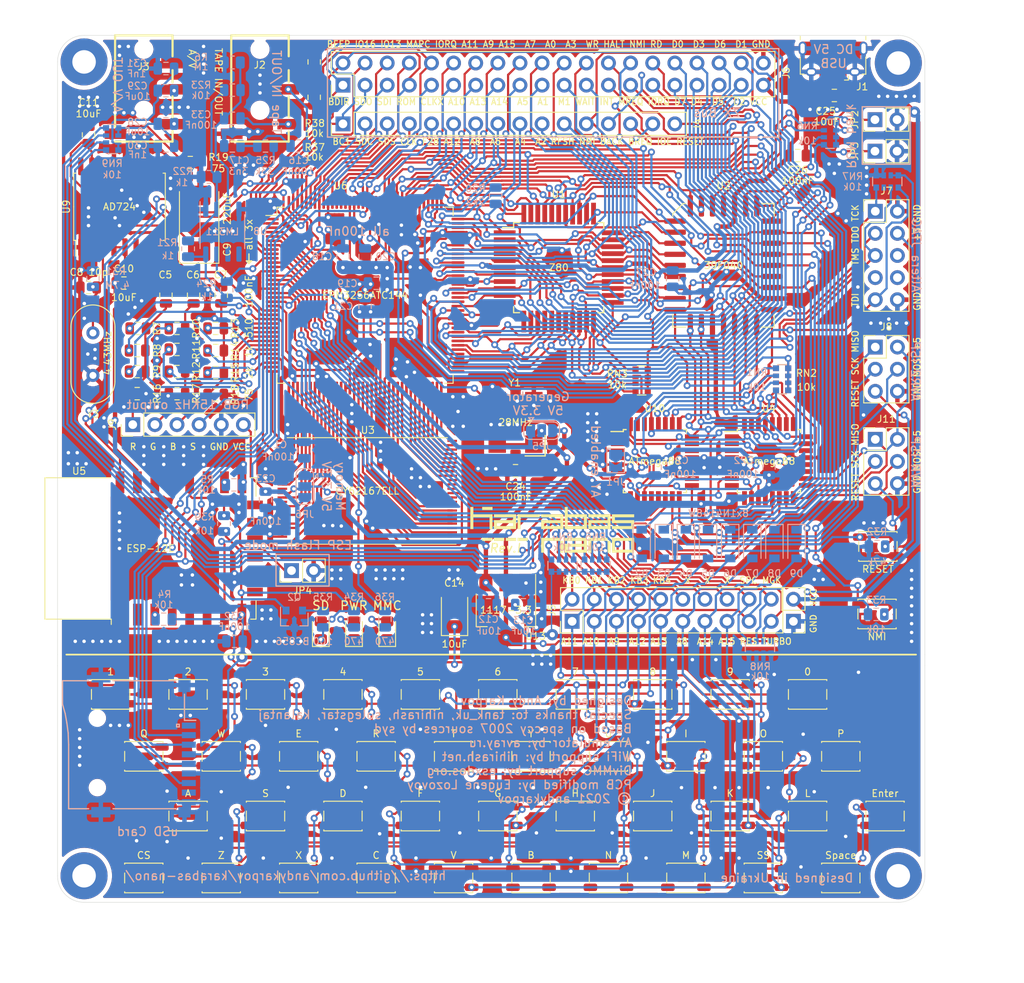
<source format=kicad_pcb>
(kicad_pcb (version 20210722) (generator pcbnew)
  (layers (0 "F.Cu" signal) (31 "B.Cu" signal) (34 "B.Paste" user) (35 "F.Paste" user) (36 "B.SilkS" user "B.Silkscreen") (37 "F.SilkS" user "F.Silkscreen") (38 "B.Mask" user) (39 "F.Mask" user) (44 "Edge.Cuts" user))
  (net 0 "")
  (net 1 "/A13")
  (net 2 "/A12")
  (net 3 "/A11")
  (net 4 "/A10")
  (net 5 "/A9")
  (net 6 "/A8")
  (net 7 "/A7")
  (net 8 "/A6")
  (net 9 "/A5")
  (net 10 "/A4")
  (net 11 "/A3")
  (net 12 "/A2")
  (net 13 "/A1")
  (net 14 "/A0")
  (net 15 "GND")
  (net 16 "/D1")
  (net 17 "/D0")
  (net 18 "/D2")
  (net 19 "VCC")
  (net 20 "/D6")
  (net 21 "/D5")
  (net 22 "/D3")
  (net 23 "/D4")
  (net 24 "/CLK_CPU")
  (net 25 "/MA15")
  (net 26 "/MA17")
  (net 27 "/~{MWR}")
  (net 28 "/MA13")
  (net 29 "/MA8")
  (net 30 "/MA9")
  (net 31 "/MA11")
  (net 32 "/~{MRD}")
  (net 33 "/MA10")
  (net 34 "/MD7")
  (net 35 "/MD6")
  (net 36 "/MD5")
  (net 37 "/MD4")
  (net 38 "/MD3")
  (net 39 "/MD2")
  (net 40 "/MD1")
  (net 41 "/MD0")
  (net 42 "/MA0")
  (net 43 "/MA1")
  (net 44 "/MA2")
  (net 45 "/MA3")
  (net 46 "/MA4")
  (net 47 "/MA5")
  (net 48 "/MA6")
  (net 49 "/MA7")
  (net 50 "/MA12")
  (net 51 "/MA14")
  (net 52 "/MA18")
  (net 53 "/A15")
  (net 54 "/A14")
  (net 55 "/~{RFSH}")
  (net 56 "/~{M1}")
  (net 57 "/~{BUSREQ}")
  (net 58 "/~{WAIT}")
  (net 59 "/~{BUSACK}")
  (net 60 "/~{WR}")
  (net 61 "/~{RD}")
  (net 62 "/~{IORQ}")
  (net 63 "/~{MREQ}")
  (net 64 "/~{HALT}")
  (net 65 "/~{NMI}")
  (net 66 "/~{INT}")
  (net 67 "/ROM_A14")
  (net 68 "/ROM_A15")
  (net 69 "+3V3")
  (net 70 "/CLKX")
  (net 71 "/~{BUS_ROMCS}")
  (net 72 "/CLK_BUS")
  (net 73 "/~{BUS_IORQGE}")
  (net 74 "/~{ROMCS}")
  (net 75 "/TDO")
  (net 76 "/TCK")
  (net 77 "/TMS")
  (net 78 "/TDI")
  (net 79 "Net-(C5-Pad1)")
  (net 80 "Net-(C6-Pad1)")
  (net 81 "Net-(C7-Pad1)")
  (net 82 "/R2")
  (net 83 "/R1")
  (net 84 "/R0")
  (net 85 "/G2")
  (net 86 "/G1")
  (net 87 "/G0")
  (net 88 "/B2")
  (net 89 "/B1")
  (net 90 "/B0")
  (net 91 "Net-(C8-Pad2)")
  (net 92 "Net-(C9-Pad2)")
  (net 93 "Net-(C9-Pad1)")
  (net 94 "/CSYNC")
  (net 95 "/CLK28")
  (net 96 "~{RESET}")
  (net 97 "Net-(C16-Pad2)")
  (net 98 "Net-(C16-Pad1)")
  (net 99 "TAPE_IN")
  (net 100 "TAPE_OUT")
  (net 101 "/MAGIC")
  (net 102 "/TURBO")
  (net 103 "/SPECIAL")
  (net 104 "/KB7")
  (net 105 "/KB6")
  (net 106 "/KB5")
  (net 107 "/IO16")
  (net 108 "/IO13")
  (net 109 "/BEEPER")
  (net 110 "/MA19")
  (net 111 "/MA20")
  (net 112 "/AY_BC1")
  (net 113 "/AY_OUT_R")
  (net 114 "/AY_OUT_L")
  (net 115 "/AY_BDIR")
  (net 116 "Net-(C28-Pad2)")
  (net 117 "Net-(C28-Pad1)")
  (net 118 "Net-(C29-Pad2)")
  (net 119 "Net-(C29-Pad1)")
  (net 120 "/~{SD_CS}")
  (net 121 "/SD_DI")
  (net 122 "/SD_CLK")
  (net 123 "/SD_DO")
  (net 124 "/RED")
  (net 125 "/GREEN")
  (net 126 "/BLUE")
  (net 127 "Net-(C33-Pad2)")
  (net 128 "/IOE")
  (net 129 "/~{BTN_NMI}")
  (net 130 "/MAPCOND")
  (net 131 "/D7")
  (net 132 "/MA16")
  (net 133 "/VCCJP")
  (net 134 "/AVR_SCK")
  (net 135 "/AVR_MISO")
  (net 136 "/AVR_MOSI")
  (net 137 "Net-(R4-Pad1)")
  (net 138 "Net-(R5-Pad2)")
  (net 139 "KA11")
  (net 140 "KA10")
  (net 141 "KA9")
  (net 142 "KA12")
  (net 143 "KA13")
  (net 144 "KA8")
  (net 145 "KA14")
  (net 146 "KA15")
  (net 147 "KB4")
  (net 148 "KB3")
  (net 149 "KB2")
  (net 150 "KB1")
  (net 151 "KB0")
  (net 152 "Net-(Q2-Pad2)")
  (net 153 "Net-(R21-Pad1)")
  (net 154 "/ROM_A18")
  (net 155 "/ROM_A16")
  (net 156 "/ROM_A17")
  (net 157 "/~{ROM_WE}")
  (net 158 "/ESP_FLASH")
  (net 159 "Net-(JP5-Pad2)")
  (net 160 "Net-(JP6-Pad2)")
  (net 161 "/AVR_MISO2")
  (net 162 "/AVR_SCK2")
  (net 163 "/AVR_MOSI2")
  (net 164 "/AY_OUT_L2")
  (net 165 "/AY_OUT_R2")
  (net 166 "Net-(C33-Pad1)")
  (net 167 "Net-(D10-Pad2)")
  (net 168 "Net-(D11-Pad1)")
  (net 169 "Net-(D12-Pad2)")
  (net 170 "Net-(J3-PadS)")
  (footprint "Package_TO_SOT_SMD:SOT-223-3_TabPin2" (layer "F.Cu") (at 141.9 116.8 -90)
    (fp_text reference "U13")
    (fp_text value "1117-3.3")
  )
  (footprint "footprints:TQFP-44_14x14mm_P0.8mm" (layer "F.Cu") (at 147.955 77.47)
    (fp_text reference "U1")
    (fp_text value "Z80")
  )
  (footprint "footprints:PLCC-32_11.4x14.0mm_P1.27mm-bigpads" (layer "F.Cu") (at 166.878 77.216)
    (fp_text reference "U2")
    (fp_text value "39F040")
  )
  (footprint "Package_QFP:LQFP-144_20x20mm_P0.5mm" (layer "F.Cu") (at 125.73 80.645)
    (fp_text reference "U6")
    (fp_text value "EPM3256ATC144")
  )
  (footprint "MountingHole:MountingHole_2.7mm_M2.5_Pad" (layer "F.Cu") (at 93.472 53.848 180)
    (fp_text reference "H1" hide)
    (fp_text value "MountingHole")
  )
  (footprint "MountingHole:MountingHole_2.7mm_M2.5_Pad" (layer "F.Cu") (at 186.944 53.975 180)
    (fp_text reference "H2" hide)
    (fp_text value "MountingHole")
  )
  (footprint "MountingHole:MountingHole_2.7mm_M2.5_Pad" (layer "F.Cu") (at 186.944 147.32)
    (fp_text reference "H3" hide)
    (fp_text value "MountingHole")
  )
  (footprint "MountingHole:MountingHole_2.7mm_M2.5_Pad" (layer "F.Cu") (at 93.472 147.32)
    (fp_text reference "H4" hide)
    (fp_text value "MountingHole")
  )
  (footprint "Connector_PinHeader_2.54mm:PinHeader_2x10_P2.54mm_Vertical" (layer "F.Cu") (at 149.5 118.1 90)
    (fp_text reference "J5")
    (fp_text value "KEYBOARD")
  )
  (footprint "Connector_PinHeader_2.54mm:PinHeader_2x20_P2.54mm_Vertical" (layer "F.Cu") (at 123.19 56.515 90)
    (fp_text reference "J6")
    (fp_text value "BUS")
  )
  (footprint "Resistor_SMD:R_Array_Convex_4x0612" (layer "F.Cu") (at 157.48 90.424)
    (fp_text reference "RN3")
    (fp_text value "10k")
  )
  (footprint "Capacitor_SMD:C_0805_2012Metric" (layer "F.Cu") (at 102.87 80.645 -90)
    (fp_text reference "C5")
    (fp_text value "100nF")
  )
  (footprint "Capacitor_SMD:C_0805_2012Metric" (layer "F.Cu") (at 106.045 80.645 -90)
    (fp_text reference "C6")
    (fp_text value "100nF")
  )
  (footprint "Capacitor_SMD:C_0805_2012Metric" (layer "F.Cu") (at 109.22 80.645 -90)
    (fp_text reference "C7")
    (fp_text value "100nF")
  )
  (footprint "Resistor_SMD:R_0805_2012Metric" (layer "F.Cu") (at 99.6465 84.455)
    (fp_text reference "R7")
    (fp_text value "510")
  )
  (footprint "Resistor_SMD:R_0805_2012Metric" (layer "F.Cu") (at 99.568 86.995)
    (fp_text reference "R8")
    (fp_text value "1k")
  )
  (footprint "Resistor_SMD:R_0805_2012Metric" (layer "F.Cu") (at 99.568 89.408)
    (fp_text reference "R9")
    (fp_text value "2k")
  )
  (footprint "Resistor_SMD:R_0805_2012Metric" (layer "F.Cu") (at 104.14 84.455)
    (fp_text reference "R10")
    (fp_text value "510")
  )
  (footprint "Resistor_SMD:R_0805_2012Metric" (layer "F.Cu") (at 104.14 86.868)
    (fp_text reference "R11")
    (fp_text value "1k")
  )
  (footprint "Resistor_SMD:R_0805_2012Metric" (layer "F.Cu") (at 104.14 89.408)
    (fp_text reference "R12")
    (fp_text value "2k")
  )
  (footprint "Resistor_SMD:R_0805_2012Metric" (layer "F.Cu") (at 108.585 84.455)
    (fp_text reference "R13")
    (fp_text value "510")
  )
  (footprint "Resistor_SMD:R_0805_2012Metric" (layer "F.Cu") (at 108.585 86.995)
    (fp_text reference "R14")
    (fp_text value "1k")
  )
  (footprint "Resistor_SMD:R_0805_2012Metric" (layer "F.Cu") (at 108.585 89.535)
    (fp_text reference "R15")
    (fp_text value "2k")
  )
  (footprint "Resistor_SMD:R_0805_2012Metric" (layer "F.Cu") (at 99.568 91.948)
    (fp_text reference "R16")
    (fp_text value "75")
  )
  (footprint "Resistor_SMD:R_0805_2012Metric" (layer "F.Cu") (at 104.14 91.948 180)
    (fp_text reference "R17")
    (fp_text value "75")
  )
  (footprint "Resistor_SMD:R_0805_2012Metric" (layer "F.Cu") (at 108.585 92.075)
    (fp_text reference "R18")
    (fp_text value "75")
  )
  (footprint "Package_SO:SOIC-16W_7.5x10.3mm_P1.27mm" (layer "F.Cu") (at 97.536 70.485 90)
    (fp_text reference "U9")
    (fp_text value "AD724")
  )
  (footprint "Capacitor_SMD:C_0805_2012Metric" (layer "F.Cu") (at 93.98 79.756)
    (fp_text reference "C8")
    (fp_text value "10p")
  )
  (footprint "Resistor_SMD:R_0805_2012Metric" (layer "F.Cu") (at 105.664 65.405)
    (fp_text reference "R19")
    (fp_text value "75")
  )
  (footprint "Capacitor_SMD:C_0805_2012Metric" (layer "F.Cu") (at 98.044 79.248)
    (fp_text reference "C10")
    (fp_text value "10uF")
  )
  (footprint "Capacitor_SMD:C_0805_2012Metric" (layer "F.Cu") (at 93.98 62.23 -90)
    (fp_text reference "C11")
    (fp_text value "10uF")
  )
  (footprint "Connector_PinHeader_2.54mm:PinHeader_1x06_P2.54mm_Vertical" (layer "F.Cu") (at 99.06 95.504 90)
    (fp_text reference "J9")
    (fp_text value "RGB")
  )
  (footprint "Resistor_SMD:R_Array_Convex_4x0612" (layer "F.Cu") (at 173.6 90.3)
    (fp_text reference "RN2")
    (fp_text value "10k")
  )
  (footprint "Capacitor_SMD:C_0805_2012Metric" (layer "F.Cu") (at 143 100.8)
    (fp_text reference "C24")
    (fp_text value "100nF")
  )
  (footprint "Capacitor_SMD:C_0805_2012Metric" (layer "F.Cu") (at 179.6 57.7)
    (fp_text reference "C25")
    (fp_text value "10uF")
  )
  (footprint "Capacitor_SMD:C_0805_2012Metric" (layer "F.Cu") (at 175.4 64.6 180)
    (fp_text reference "C26")
    (fp_text value "100nF")
  )
  (footprint "Package_QFP:TQFP-32_7x7mm_P0.8mm" (layer "F.Cu") (at 172.085 99.695)
    (fp_text reference "U4")
    (fp_text value "ATmega88")
  )
  (footprint "LED_SMD:LED_0805_2012Metric_Pad1.15x1.40mm_HandSolder" (layer "F.Cu") (at 124.46 119.126 90)
    (fp_text reference "D10" hide)
    (fp_text value "PWR")
  )
  (footprint "LED_SMD:LED_0805_2012Metric_Pad1.15x1.40mm_HandSolder" (layer "F.Cu") (at 120.65 119.126 90)
    (fp_text reference "D11" hide)
    (fp_text value "SD")
  )
  (footprint "LED_SMD:LED_0805_2012Metric_Pad1.15x1.40mm_HandSolder" (layer "F.Cu") (at 128.27 119.126 90)
    (fp_text reference "D12" hide)
    (fp_text value "MMC")
  )
  (footprint "Resistor_SMD:R_0805_2012Metric" (layer "F.Cu") (at 119.888 57.912 -90)
    (fp_text reference "R37")
    (fp_text value "10k")
  )
  (footprint "Resistor_SMD:R_0805_2012Metric" (layer "F.Cu") (at 119.888 53.848 90)
    (fp_text reference "R38")
    (fp_text value "10k")
  )
  (footprint "Connector_PinHeader_2.54mm:PinHeader_2x05_P2.54mm_Vertical" (layer "F.Cu") (at 184.3 71)
    (fp_text reference "J7")
    (fp_text value "JTAG")
  )
  (footprint "footprints:small-btn" (layer "F.Cu") (at 167.64 126.492 180)
    (fp_text reference "SW11" hide)
    (fp_text value "9")
  )
  (footprint "footprints:small-btn" (layer "F.Cu") (at 158.75 126.492 180)
    (fp_text reference "SW10" hide)
    (fp_text value "8")
  )
  (footprint "footprints:small-btn" (layer "F.Cu") (at 149.86 126.492 180)
    (fp_text reference "SW9" hide)
    (fp_text value "7")
  )
  (footprint "footprints:small-btn" (layer "F.Cu") (at 140.97 126.492 180)
    (fp_text reference "SW8" hide)
    (fp_text value "6")
  )
  (footprint "footprints:small-btn" (layer "F.Cu") (at 132.08 126.492 180)
    (fp_text reference "SW7" hide)
    (fp_text value "5")
  )
  (footprint "footprints:small-btn" (layer "F.Cu") (at 123.19 126.492 180)
    (fp_text reference "SW6" hide)
    (fp_text value "4")
  )
  (footprint "footprints:small-btn" (layer "F.Cu") (at 96.52 126.492 180)
    (fp_text reference "SW3" hide)
    (fp_text value "1")
  )
  (footprint "footprints:small-btn" (layer "F.Cu") (at 114.3 126.492 180)
    (fp_text reference "SW5" hide)
    (fp_text value "3")
  )
  (footprint "footprints:small-btn" (layer "F.Cu") (at 105.41 126.492 180)
    (fp_text reference "SW4" hide)
    (fp_text value "2")
  )
  (footprint "footprints:small-btn" (layer "F.Cu") (at 185.42 140.462 180)
    (fp_text reference "SW41" hide)
    (fp_text value "Enter")
  )
  (footprint "footprints:small-btn" (layer "F.Cu") (at 176.53 126.492 180)
    (fp_text reference "SW12" hide)
    (fp_text value "0")
  )
  (footprint "footprints:small-btn" (layer "F.Cu") (at 100.33 133.604 180)
    (fp_text reference "SW13" hide)
    (fp_text value "Q")
  )
  (footprint "footprints:small-btn" (layer "F.Cu") (at 100.33 147.574 180)
    (fp_text reference "SW15" hide)
    (fp_text value "CS")
  )
  (footprint "footprints:small-btn" (layer "F.Cu") (at 109.22 133.604 180)
    (fp_text reference "SW16" hide)
    (fp_text value "W")
  )
  (footprint "footprints:small-btn" (layer "F.Cu") (at 114.3 140.462 180)
    (fp_text reference "SW17" hide)
    (fp_text value "S")
  )
  (footprint "footprints:small-btn" (layer "F.Cu") (at 109.22 147.574 180)
    (fp_text reference "SW18" hide)
    (fp_text value "Z")
  )
  (footprint "footprints:small-btn" (layer "F.Cu") (at 118.11 133.604 180)
    (fp_text reference "SW19" hide)
    (fp_text value "E")
  )
  (footprint "footprints:small-btn" (layer "F.Cu") (at 123.19 140.462 180)
    (fp_text reference "SW20" hide)
    (fp_text value "D")
  )
  (footprint "footprints:small-btn" (layer "F.Cu") (at 118.11 147.574 180)
    (fp_text reference "SW21" hide)
    (fp_text value "X")
  )
  (footprint "footprints:small-btn" (layer "F.Cu") (at 127 133.604 180)
    (fp_text reference "SW22" hide)
    (fp_text value "R")
  )
  (footprint "footprints:small-btn" (layer "F.Cu") (at 127 147.574 180)
    (fp_text reference "SW24" hide)
    (fp_text value "C")
  )
  (footprint "footprints:small-btn" (layer "F.Cu") (at 184.6 109.5)
    (fp_text reference "SW1" hide)
    (fp_text value "RESET")
  )
  (footprint "footprints:small-btn" (layer "F.Cu") (at 162.56 133.604 180)
    (fp_text reference "SW34" hide)
    (fp_text value "I")
  )
  (footprint "footprints:small-btn" (layer "F.Cu") (at 135.89 133.604 180)
    (fp_text reference "SW25" hide)
    (fp_text value "T")
  )
  (footprint "footprints:small-btn" (layer "F.Cu") (at 140.97 140.462 180)
    (fp_text reference "SW26" hide)
    (fp_text value "G")
  )
  (footprint "footprints:small-btn" (layer "F.Cu") (at 135.89 147.574 180)
    (fp_text reference "SW27" hide)
    (fp_text value "V")
  )
  (footprint "footprints:small-btn" (layer "F.Cu") (at 144.78 133.604 180)
    (fp_text reference "SW28" hide)
    (fp_text value "Y")
  )
  (footprint "footprints:small-btn" (layer "F.Cu") (at 149.86 140.462 180)
    (fp_text reference "SW29" hide)
    (fp_text value "H")
  )
  (footprint "footprints:small-btn" (layer "F.Cu") (at 144.78 147.574 180)
    (fp_text reference "SW30" hide)
    (fp_text value "B")
  )
  (footprint "footprints:small-btn" (layer "F.Cu") (at 153.67 133.604 180)
    (fp_text reference "SW31" hide)
    (fp_text value "U")
  )
  (footprint "footprints:small-btn" (layer "F.Cu") (at 158.75 140.462 180)
    (fp_text reference "SW32" hide)
    (fp_text value "J")
  )
  (footprint "footprints:small-btn" (layer "F.Cu") (at 153.67 147.574 180)
    (fp_text reference "SW33" hide)
    (fp_text value "N")
  )
  (footprint "footprints:small-btn" (layer "F.Cu") (at 167.64 140.462 180)
    (fp_text reference "SW35" hide)
    (fp_text value "K")
  )
  (footprint "footprints:small-btn" (layer "F.Cu") (at 184.5 117.255)
    (fp_text reference "SW2" hide)
    (fp_text value "NMI")
  )
  (footprint "footprints:small-btn" (layer "F.Cu") (at 132.08 140.462 180)
    (fp_text reference "SW23" hide)
    (fp_text value "F")
  )
  (footprint "footprints:small-btn" (layer "F.Cu") (at 180.34 147.574 180)
    (fp_text reference "SW42" hide)
    (fp_text value "Space")
  )
  (footprint "footprints:small-btn" (layer "F.Cu") (at 180.34 133.604 180)
    (fp_text reference "SW40" hide)
    (fp_text value "P")
  )
  (footprint "footprints:small-btn" (layer "F.Cu") (at 171.45 147.574 180)
    (fp_text reference "SW39" hide)
    (fp_text value "SS")
  )
  (footprint "footprints:small-btn" (layer "F.Cu") (at 176.53 140.462 180)
    (fp_text reference "SW38" hide)
    (fp_text value "L")
  )
  (footprint "footprints:small-btn" (layer "F.Cu") (at 171.45 133.604 180)
    (fp_text reference "SW37" hide)
    (fp_text value "O")
  )
  (footprint "footprints:small-btn" (layer "F.Cu") (at 162.56 147.574 180)
    (fp_text reference "SW36" hide)
    (fp_text value "M")
  )
  (footprint "footprints:small-btn" (layer "F.Cu") (at 105.41 140.462 180)
    (fp_text reference "SW14" hide)
    (fp_text value "A")
  )
  (footprint "Oscillator:Oscillator_SMD_EuroQuartz_XO91-4Pin_7.0x5.0mm" (layer "F.Cu") (at 143.002 95.25 90)
    (fp_text reference "Y1")
    (fp_text value "28MHz")
  )
  (footprint "Crystal:Crystal_HC49-U_Vertical" (layer "F.Cu") (at 94.488 89.8525 90)
    (fp_text reference "Y3")
    (fp_text value "4.43MHz")
  )
  (footprint "footprints:AUDIO_JACK_3.5MM_SMD_TRRS" (layer "F.Cu") (at 113.665 50.8 -90)
    (fp_text reference "J2")
    (fp_text value "TAPE IN/OUT")
  )
  (footprint "footprints:AUDIO_JACK_3.5MM_SMD_TRRS" (layer "F.Cu") (at 100.33 50.8 -90)
    (fp_text reference "J3")
    (fp_text value "A/V")
  )
  (footprint "Connector_PinHeader_2.54mm:PinHeader_2x03_P2.54mm_Vertical" (layer "F.Cu") (at 184.3 97.2)
    (fp_text reference "J11")
    (fp_text value "AVR ISP")
  )
  (footprint "Connector_PinHeader_2.54mm:PinHeader_1x16_P2.54mm_Vertical" (layer "F.Cu") (at 123.19 60.96 90)
    (fp_text reference "J4")
    (fp_text value "BUS")
  )
  (footprint "Connector_PinHeader_2.54mm:PinHeader_1x02_P2.54mm_Vertical" (layer "F.Cu") (at 174.9 118.1 180)
    (fp_text reference "J10" hide)
    (fp_text value "PWR")
  )
  (footprint "Capacitor_Tantalum_SMD:CP_EIA-7343-31_Kemet-D_Pad2.25x2.55mm_HandSolder" (layer "F.Cu") (at 106.68 72.39 90)
    (fp_text reference "C9")
    (fp_text value "220uF")
  )
  (footprint "Capacitor_Tantalum_SMD:CP_EIA-3528-21_Kemet-B_Pad1.50x2.35mm_HandSolder" (layer "F.Cu") (at 136 117.1 90)
    (fp_text reference "C14")
    (fp_text value "10uF")
  )
  (footprint "RF_Module:ESP-12E" (layer "F.Cu") (at 101.092 109.728 90)
    (fp_text reference "U5")
    (fp_text value "ESP-12E")
  )
  (footprint "Package_SO:TSOP-I-48_18.4x12mm_P0.5mm" (layer "F.Cu") (at 125.984 103.124 180)
    (fp_text reference "U3")
    (fp_text value "CY62167ELL")
  )
  (footprint "Connector_USB:USB_Micro-B_Amphenol_10118194_Horizontal" (layer "F.Cu") (at 179.451 53.594 180)
    (fp_text reference "J1")
    (fp_text value "USB_B_Micro")
  )
  (footprint "Connector_PinHeader_2.54mm:PinHeader_1x02_P2.54mm_Vertical" (layer "F.Cu") (at 184.26 60.4805 90)
    (fp_text reference "JP2")
    (fp_text value "ROMBANK0")
  )
  (footprint "Connector_PinHeader_2.54mm:PinHeader_1x02_P2.54mm_Vertical" (layer "F.Cu") (at 184.26 64.1 90)
    (fp_text reference "JP3")
    (fp_text value "ROMBANK1")
  )
  (footprint "Connector_PinHeader_2.54mm:PinHeader_1x02_P2.54mm_Vertical" (layer "F.Cu") (at 117.2845 112.268 90)
    (fp_text reference "JP4")
    (fp_text value "FLASH")
  )
  (footprint "Package_QFP:TQFP-32_7x7mm_P0.8mm" (layer "F.Cu") (at 159 99.7)
    (fp_text reference "U10")
    (fp_text value "ATmega88")
  )
  (footprint "Connector_PinHeader_2.54mm:PinHeader_2x03_P2.54mm_Vertical" (layer "F.Cu") (at 184.3 86.6)
    (fp_text reference "J8")
    (fp_text value "AVR ISP")
  )
  (footprint "footprints:karabas_nano_logo3" (layer "F.Cu") (at 147.3 107.5)
    (fp_text reference "G***" hide)
    (fp_text value "LOGO" hide)
  )
  (footprint "Resistor_SMD:R_Array_Convex_4x0612" (layer "B.Cu") (at 173.6 90.3)
    (fp_text reference "RN1")
    (fp_text value "10k")
  )
  (footprint "Capacitor_SMD:C_0805_2012Metric" (layer "B.Cu") (at 139.9 116.2)
    (fp_text reference "C12")
    (fp_text value "10uF")
  )
  (footprint "Capacitor_SMD:C_0805_2012Metric" (layer "B.Cu") (at 143.9 116.2 180)
    (fp_text reference "C13")
    (fp_text value "10uF")
  )
  (footprint "Resistor_SMD:R_0805_2012Metric" (layer "B.Cu") (at 140.716 69.215 90)
    (fp_text reference "R20")
    (fp_text value "2k2")
  )
  (footprint "Capacitor_SMD:C_0805_2012Metric" (layer "B.Cu") (at 118.11 63.5)
    (fp_text reference "C16")
    (fp_text value "100nF")
  )
  (footprint "Capacitor_SMD:C_0805_2012Metric" (layer "B.Cu") (at 110.49 63.5)
    (fp_text reference "C17")
    (fp_text value "3n3")
  )
  (footprint "Resistor_SMD:R_0805_2012Metric" (layer "B.Cu") (at 110.49 57.0865 180)
    (fp_text reference "R23")
    (fp_text value "10k")
  )
  (footprint "Resistor_SMD:R_0805_2012Metric" (layer "B.Cu") (at 109.855 80.01 -90)
    (fp_text reference "R24")
    (fp_text value "1k")
  )
  (footprint "Resistor_SMD:R_0805_2012Metric" (layer "B.Cu") (at 114.3 63.5)
    (fp_text reference "R25")
    (fp_text value "33k")
  )
  (footprint "Diode_SMD:D_SOD-123" (layer "B.Cu") (at 157.48 109.22 -90)
    (fp_text reference "D2")
    (fp_text value "1N4148W")
  )
  (footprint "Diode_SMD:D_SOD-123" (layer "B.Cu") (at 160.02 109.22 -90)
    (fp_text reference "D3")
    (fp_text value "1N4148W")
  )
  (footprint "Diode_SMD:D_SOD-123" (layer "B.Cu") (at 162.56 109.22 -90)
    (fp_text reference "D4")
    (fp_text value "1N4148W")
  )
  (footprint "Diode_SMD:D_SOD-123" (layer "B.Cu") (at 165.1 109.22 -90)
    (fp_text reference "D5")
    (fp_text value "1N4148W")
  )
  (footprint "Diode_SMD:D_SOD-123" (layer "B.Cu") (at 167.64 109.22 -90)
    (fp_text reference "D6")
    (fp_text value "1N4148W")
  )
  (footprint "Diode_SMD:D_SOD-123" (layer "B.Cu") (at 170.18 109.22 -90)
    (fp_text reference "D7")
    (fp_text value "1N4148W")
  )
  (footprint "Diode_SMD:D_SOD-123" (layer "B.Cu") (at 172.72 109.22 -90)
    (fp_text reference "D8")
    (fp_text value "1N4148W")
  )
  (footprint "Diode_SMD:D_SOD-123" (layer "B.Cu") (at 175.26 109.22 -90)
    (fp_text reference "D9")
    (fp_text value "1N4148W")
  )
  (footprint "Resistor_SMD:R_Array_Convex_4x0612" (layer "B.Cu") (at 148.4 111.7 -90)
    (fp_text reference "RN4")
    (fp_text value "10k")
  )
  (footprint "Resistor_SMD:R_Array_Convex_4x0612" (layer "B.Cu") (at 152.2 111.7 -90)
    (fp_text reference "RN5")
    (fp_text value "10k")
  )
  (footprint "footprints:Conn_uSDcard" (layer "B.Cu") (at 94.996 132.2705 90)
    (fp_text reference "U7")
    (fp_text value "MicroSD")
  )
  (footprint "Capacitor_SMD:C_0805_2012Metric" (layer "B.Cu") (at 110.744 120.396)
    (fp_text reference "C32")
    (fp_text value "100nF")
  )
  (footprint "Capacitor_SMD:C_0805_2012Metric" (layer "B.Cu") (at 123.19 76.2 -90)
    (fp_text reference "C18")
    (fp_text value "100nF")
  )
  (footprint "Capacitor_SMD:C_0805_2012Metric" (layer "B.Cu") (at 125.73 76.2 -90)
    (fp_text reference "C20")
    (fp_text value "100nF")
  )
  (footprint "Capacitor_SMD:C_0805_2012Metric" (layer "B.Cu") (at 125.73 81.915 -90)
    (fp_text reference "C21")
    (fp_text value "100nF")
  )
  (footprint "Capacitor_SMD:C_0805_2012Metric" (layer "B.Cu") (at 172.1 100.38 90)
    (fp_text reference "C22")
    (fp_text value "100nF")
  )
  (footprint "Capacitor_SMD:C_0805_2012Metric" (layer "B.Cu") (at 114.3 104.14 90)
    (fp_text reference "C23")
    (fp_text value "100nF")
  )
  (footprint "Capacitor_SMD:C_0805_2012Metric" (layer "B.Cu") (at 161.036 78.74 90)
    (fp_text reference "C27")
    (fp_text value "100nF")
  )
  (footprint "Capacitor_SMD:C_0805_2012Metric" (layer "B.Cu") (at 127 79.275)
    (fp_text reference "C19")
    (fp_text value "100nF")
  )
  (footprint "Capacitor_SMD:C_0805_2012Metric" (layer "B.Cu") (at 102.87 60.96)
    (fp_text reference "C28")
    (fp_text value "10uF")
  )
  (footprint "Capacitor_SMD:C_0805_2012Metric" (layer "B.Cu") (at 102.87 57.15)
    (fp_text reference "C29")
    (fp_text value "10uF")
  )
  (footprint "Capacitor_SMD:C_0805_2012Metric" (layer "B.Cu") (at 102.87 63.5)
    (fp_text reference "C30")
    (fp_text value "1nF")
  )
  (footprint "Capacitor_SMD:C_0805_2012Metric" (layer "B.Cu") (at 102.87 54.61)
    (fp_text reference "C31")
    (fp_text value "1nF")
  )
  (footprint "Capacitor_SMD:C_0805_2012Metric" (layer "B.Cu") (at 110.49 60.325)
    (fp_text reference "C33")
    (fp_text value "100nF")
  )
  (footprint "Jumper:SolderJumper-2_P1.3mm_Open_TrianglePad1.0x1.5mm" (layer "B.Cu") (at 154.5 99.625 -90)
    (fp_text reference "JP1")
    (fp_text value "SolderJumper_2_Open")
  )
  (footprint "Resistor_SMD:R_0805_2012Metric" (layer "B.Cu") (at 94.488 78.74 -90)
    (fp_text reference "R31")
    (fp_text value "4,7M")
  )
  (footprint "Resistor_SMD:R_0805_2012Metric" (layer "B.Cu") (at 184.5 109.5)
    (fp_text reference "R32")
    (fp_text value "47k")
  )
  (footprint "Resistor_SMD:R_0805_2012Metric" (layer "B.Cu") (at 184.4 117.3 180)
    (fp_text reference "R33")
    (fp_text value "10k")
  )
  (footprint "Resistor_SMD:R_0805_2012Metric" (layer "B.Cu") (at 124.46 117.856 -90)
    (fp_text reference "R34")
    (fp_text value "470")
  )
  (footprint "Resistor_SMD:R_0805_2012Metric" (layer "B.Cu") (at 120.904 117.856 -90)
    (fp_text reference "R35")
    (fp_text value "100")
  )
  (footprint "Resistor_SMD:R_0805_2012Metric" (layer "B.Cu") (at 128.016 117.856 -90)
    (fp_text reference "R36")
    (fp_text value "470")
  )
  (footprint "Resistor_SMD:R_0805_2012Metric" (layer "B.Cu") (at 102.616 117.856)
    (fp_text reference "R4")
    (fp_text value "10k")
  )
  (footprint "Package_TO_SOT_SMD:SOT-23" (layer "B.Cu") (at 117.602 117.856 -90)
    (fp_text reference "Q2")
    (fp_text value "BC856")
  )
  (footprint "Resistor_SMD:R_0805_2012Metric" (layer "B.Cu") (at 110.49 53.9115)
    (fp_text reference "R6")
    (fp_text value "1M")
  )
  (footprint "Resistor_SMD:R_0805_2012Metric" (layer "B.Cu") (at 105.41 75.311 -90)
    (fp_text reference "R21")
    (fp_text value "1k")
  )
  (footprint "Resistor_SMD:R_0805_2012Metric" (layer "B.Cu") (at 107.823 67.056)
    (fp_text reference "R22")
    (fp_text value "1k")
  )
  (footprint "Package_SO:SO-8_3.9x4.9mm_P1.27mm" (layer "B.Cu") (at 109.347 73.3425 -90)
    (fp_text reference "U8")
    (fp_text value "LM311")
  )
  (footprint "Resistor_SMD:R_Array_Convex_4x0612" (layer "B.Cu") (at 179.1 62.1)
    (fp_text reference "RN6")
    (fp_text value "10k")
  )
  (footprint "Resistor_SMD:R_0805_2012Metric" (layer "B.Cu") (at 109.5375 106.8705 -90)
    (fp_text reference "R39")
    (fp_text value "10k")
  )
  (footprint "Resistor_SMD:R_0805_2012Metric" (layer "B.Cu") (at 110.6805 102.4255 180)
    (fp_text reference "R5")
    (fp_text value "10k")
  )
  (footprint "Jumper:SolderJumper-3_P1.3mm_Open_RoundedPad1.0x1.5mm" (layer "B.Cu") (at 146 96.2)
    (fp_text reference "JP5")
    (fp_text value "3/5V")
  )
  (footprint "Jumper:SolderJumper-3_P1.3mm_Open_RoundedPad1.0x1.5mm" (layer "B.Cu") (at 118.8085 102.616 -90)
    (fp_text reference "JP6")
    (fp_text value "3/5V")
  )
  (footprint "Capacitor_SMD:C_0805_2012Metric" (layer "B.Cu") (at 118.745 98.425 -90)
    (fp_text reference "C1")
    (fp_text value "100nF")
  )
  (footprint "Resistor_SMD:R_Array_Convex_4x0612" (layer "B.Cu") (at 185.675 67.575 90)
    (fp_text reference "RN7")
    (fp_text value "10k")
  )
  (footprint "Resistor_SMD:R_Array_Convex_4x0612" (layer "B.Cu") (at 171.06 121.09 -90)
    (fp_text reference "RN8")
    (fp_text value "10k")
  )
  (footprint "Resistor_SMD:R_Array_Convex_4x0612" (layer "B.Cu") (at 96.7 62.7 180)
    (fp_text reference "RN9")
    (fp_text value "10k")
  )
  (footprint "Capacitor_SMD:C_0805_2012Metric" (layer "B.Cu") (at 159 100.4 90)
    (fp_text reference "C2")
    (fp_text value "100nF")
  )
  (gr_line (start 121.412 62.484) (end 121.412 52.324) (layer "B.SilkS") (width 0.15))
  (gr_line (start 121.412 52.324) (end 173.228 52.324) (layer "B.SilkS") (width 0.15))
  (gr_rect (start 182.8 59) (end 188.3 65.6) (layer "B.SilkS") (width 0.15) (fill none))
  (gr_line (start 173.228 62.484) (end 121.412 62.484) (layer "B.SilkS") (width 0.15))
  (gr_line (start 173.228 52.324) (end 173.228 62.484) (layer "B.SilkS") (width 0.15))
  (gr_rect (start 115.5065 110.4265) (end 121.6025 114.046) (layer "B.SilkS") (width 0.15) (fill none))
  (gr_line (start 112.4 75.9) (end 112.4 77) (layer "F.SilkS") (width 0.15))
  (gr_line (start 112.4 77) (end 112.1 76.7) (layer "F.SilkS") (width 0.15))
  (gr_line (start 112.7 76.7) (end 112.4 77) (layer "F.SilkS") (width 0.15))
  (gr_line (start 112.1 76.7) (end 112.7 76.7) (layer "F.SilkS") (width 0.15))
  (gr_line (start 91.44 121.92) (end 188.976 121.92) (layer "F.SilkS") (width 0.2))
  (gr_line (start 90.424 121.92) (end 90.424 53.848) (layer "Edge.Cuts") (width 0.05))
  (gr_line (start 189.992 123.19) (end 189.992 147.32) (layer "Edge.Cuts") (width 0.05))
  (gr_line (start 90.424 123.19) (end 90.424 121.92) (layer "Edge.Cuts") (width 0.05))
  (gr_line (start 189.992 53.848) (end 189.992 121.92) (layer "Edge.Cuts") (width 0.05))
  (gr_line (start 93.472 50.8) (end 186.944 50.8) (layer "Edge.Cuts") (width 0.05))
  (gr_arc (start 93.472 147.32) (end 90.424 147.32) (angle -90) (layer "Edge.Cuts") (width 0.05))
  (gr_arc (start 186.944 147.32) (end 186.944 150.368) (angle -90) (layer "Edge.Cuts") (width 0.05))
  (gr_line (start 189.992 121.92) (end 189.992 123.19) (layer "Edge.Cuts") (width 0.05))
  (gr_arc (start 93.472 53.848) (end 93.472 50.8) (angle -90) (layer "Edge.Cuts") (width 0.05))
  (gr_arc (start 186.944 53.848) (end 189.992 53.848) (angle -90) (layer "Edge.Cuts") (width 0.05))
  (gr_line (start 186.944 150.368) (end 93.472 150.368) (layer "Edge.Cuts") (width 0.05))
  (gr_line (start 90.424 147.32) (end 90.424 123.19) (layer "Edge.Cuts") (width 0.05))
  (gr_text "Designed in Ukraine" (at 181.864 147.574) (layer "B.SilkS") (effects (font (size 1 1)) (justify left mirror)))
  (gr_text "uSD Card" (at 104.394 142.24) (layer "B.SilkS") (effects (font (size 1 1)) (justify left mirror)))
  (gr_text "RGB 15KHz output" (at 112.522 93.218) (layer "B.SilkS") (effects (font (size 1 1)) (justify left mirror)))
  (gr_text "ZX Bus" (at 168.91 59.69) (layer "B.SilkS") (effects (font (size 1 1)) (justify left mirror)))
  (gr_text "Tape IN/OUT" (at 115.57 62.23 -90) (layer "B.SilkS") (effects (font (size 1 1)) (justify left mirror)))
  (gr_text "A/V OUT" (at 97.3 59.8 -90) (layer "B.SilkS") (effects (font (size 1 1)) (justify left mirror)))
  (gr_text "ROM bank" (at 181.5 66.2 270) (layer "B.SilkS") (effects (font (size 1 1)) (justify left mirror)))
  (gr_text "DC 5V\nUSB" (at 179.5145 53.213) (layer "B.SilkS") (effects (font (size 1 1)) (justify mirror)))
  (gr_text "ESP Flash mode" (at 124.333 109.347) (layer "B.SilkS") (effects (font (size 1 1)) (justify left mirror)))
  (gr_text "Generator\n5V 3.3V" (at 145.6 93.1) (layer "B.SilkS") (effects (font (size 1 1)) (justify mirror)))
  (gr_text "Memory\n 5V 3.3V " (at 122.1 102.6 -90) (layer "B.SilkS") (effects (font (size 1 1)) (justify mirror)))
  (gr_text "Designed by: Andy Karpov\nSpecial thanks to: tank_uk, nihirash, solegstar, kalantaj\nBased on speccy 2007 sources by syd\nAY emulator by: avray.ru\nWiFi support by: nihirash.net\nDivMMC support by: esxdos.org\nPCB modified by: Eugene Lozovoy\n© 2021 andykarpov" (at 156.464 132.842) (layer "B.SilkS") (effects (font (size 1 1)) (justify left mirror)))
  (gr_text "AVR ISP" (at 188.9 102.8 270) (layer "B.SilkS") (effects (font (size 1 1)) (justify left mirror)))
  (gr_text "AVR2 ISP" (at 188.9 92.9 270) (layer "B.SilkS") (effects (font (size 1 1)) (justify left mirror)))
  (gr_text "Altera JTAG" (at 189 80.4 -90) (layer "B.SilkS") (effects (font (size 1 1)) (justify left mirror)))
  (gr_text "AY enabled" (at 152.2 104 270) (layer "B.SilkS") (effects (font (size 1 1)) (justify left mirror)))
  (gr_text "https://github.com/andykarpov/karabas-nano/" (at 135.128 147.32) (layer "B.SilkS") (effects (font (size 1 1)) (justify left mirror)))
  (gr_text "GND" (at 177.2 118.364 90) (layer "F.SilkS") (effects (font (size 0.7 0.7) (thickness 0.125))))
  (gr_text "A11 A10  A9  A12 A13  A8  A14 A15 RES TURBO" (at 161.452 120.396) (layer "F.SilkS") (effects (font (size 0.75 0.7) (thickness 0.125))))
  (gr_text "RESET SCK MISO" (at 182 99.8 90) (layer "F.SilkS") (effects (font (size 0.75 0.7) (thickness 0.125))))
  (gr_text "GND MOSI +5" (at 189.1 99.8 90) (layer "F.SilkS") (effects (font (size 0.75 0.7) (thickness 0.125))))
  (gr_text "R   G   B   S   GND VCC" (at 105.664 98.044) (layer "F.SilkS") (effects (font (size 0.75 0.7) (thickness 0.125))))
  (gr_text "BEEP IO16 IO13 MAPC IORQ A11 A9 A15  A7  A0  A3  WR HALT NMI RD  D0  D3  D6  D1 GND" (at 146.812 51.816) (layer "F.SilkS") (effects (font (size 0.75 0.7) (thickness 0.125))))
  (gr_text "BDIR SDO SDI ROM CLKX A10 A13 A14  A5  A1  M1 WAIT INT MREQ IORQ D7 D4  D5  D2 VCC" (at 121.412 58.42) (layer "F.SilkS") (effects (font (size 0.75 0.7) (thickness 0.125)) (justify left)))
  (gr_text "BC1 SDC SDS CLK F28 A12  A8  A6   A4  A2 RFSH NMI BACK BREQ IOE RESET" (at 121.92 62.992) (layer "F.SilkS") (effects (font (size 0.75 0.7) (thickness 0.125)) (justify left)))
  (gr_text "RESET SCK MISO" (at 182 89.1 90) (layer "F.SilkS") (effects (font (size 0.75 0.7) (thickness 0.125))))
  (gr_text "TDI      TMS TDO TCK" (at 182 76.1 90) (layer "F.SilkS") (effects (font (size 0.75 0.7) (thickness 0.125))))
  (gr_text "GND MOSI +5" (at 189.1 89.1 90) (layer "F.SilkS") (effects (font (size 0.75 0.7) (thickness 0.125))))
  (gr_text "VCC\n" (at 177.2 115.316 90) (layer "F.SilkS") (effects (font (size 0.7 0.7) (thickness 0.125))))
  (gr_text "GND           +3 GND" (at 189.1 76.3 90) (layer "F.SilkS") (effects (font (size 0.75 0.7) (thickness 0.125))))
  (gr_text "all 3x" (at 112.4 73.7 90) (layer "F.SilkS") (effects (font (size 0.8 0.8) (thickness 0.12))))
  (gr_text "Rev.I" (at 141.8 109.7) (layer "F.SilkS") (effects (font (size 1 1) (thickness 0.15) italic)))
  (gr_text "KB0 KB1 KB2 KB3 KB4   X   X   X  SPC MGK" (at 148.3 113.4) (layer "F.SilkS") (effects (font (size 0.75 0.7) (thickness 0.125)) (justify left)))
  (segment (start 137.8 64.6) (end 138.15147 64.24853) (width 0.25) (layer "F.Cu") (net 1))
  (segment (start 173.9 73.5) (end 178.1 73.5) (width 0.25) (layer "F.Cu") (net 1))
  (segment (start 130.48 69.9825) (end 130.48 69.037216) (width 0.25) (layer "F.Cu") (net 1))
  (segment (start 134.400729 67.500009) (end 134.729662 67.171076) (width 0.25) (layer "F.Cu") (net 1))
  (segment (start 173.806 73.406) (end 173.9 73.5) (width 0.25) (layer "F.Cu") (net 1))
  (segment (start 164.403722 73.7) (end 164.250583 73.853139) (width 0.25) (layer "F.Cu") (net 1))
  (segment (start 169.6 73.7) (end 164.403722 73.7) (width 0.25) (layer "F.Cu") (net 1))
  (segment (start 145.555 69.77) (end 145.0425 69.2575) (width 0.25) (layer "F.Cu") (net 1))
  (segment (start 158.200004 64.599996) (end 144.543676 64.599996) (width 0.25) (layer "F.Cu") (net 1))
  (segment (start 172.4405 73.406) (end 173.806 73.406) (width 0.25) (layer "F.Cu") (net 1))
  (segment (start 158.6 64.2) (end 158.200004 64.599996) (width 0.25) (layer "F.Cu") (net 1))
  (segment (start 144.543676 64.599996) (end 144.417691 64.474011) (width 0.25) (layer "F.Cu") (net 1))
  (segment (start 130.48 69.037216) (end 132.017207 67.500009) (width 0.25) (layer "F.Cu") (net 1))
  (segment (start 132.017207 67.500009) (end 134.400729 67.500009) (width 0.25) (layer "F.Cu") (net 1))
  (segment (start 172.4405 73.406) (end 169.894 73.406) (width 0.25) (layer "F.Cu") (net 1))
  (segment (start 144.19221 64.24853) (end 144.417691 64.474011) (width 0.25) (layer "F.Cu") (net 1))
  (segment (start 138.15147 64.24853) (end 144.19221 64.24853) (width 0.25) (layer "F.Cu") (net 1))
  (segment (start 145.555 71.27) (end 145.555 69.77) (width 0.25) (layer "F.Cu") (net 1))
  (segment (start 169.894 73.406) (end 169.6 73.7) (width 0.25) (layer "F.Cu") (net 1))
  (via (at 178.1 73.5) (size 0.8) (drill 0.4) (layers "F.Cu" "B.Cu") (net 1))
  (via (at 145.0425 69.2575) (size 0.8) (drill 0.4) (layers "F.Cu" "B.Cu") (net 1))
  (via (at 144.417691 64.474011) (size 0.8) (drill 0.4) (layers "F.Cu" "B.Cu") (net 1))
  (via (at 137.8 64.6) (size 0.8) (drill 0.4) (layers "F.Cu" "B.Cu") (net 1))
  (via (at 158.6 64.2) (size 0.8) (drill 0.4) (layers "F.Cu" "B.Cu") (net 1))
  (via (at 134.729662 67.171076) (size 0.8) (drill 0.4) (layers "F.Cu" "B.Cu") (net 1))
  (via (at 164.250583 73.853139) (size 0.8) (drill 0.4) (layers "F.Cu" "B.Cu") (net 1))
  (segment (start 137.288522 64.6) (end 134.729662 67.15886) (width 0.25) (layer "B.Cu") (net 1))
  (segment (start 138.43 56.515) (end 137.165199 57.779801) (width 0.25) (layer "B.Cu") (net 1))
  (segment (start 175.257588 105.54951) (end 178.698043 102.109054) (width 0.25) (layer "B.Cu") (net 1))
  (segment (start 169.450489 106.749511) (end 170.350489 106.749511) (width 0.25) (layer "B.Cu") (net 1))
  (segment (start 168.63 107.57) (end 169.450489 106.749511) (width 0.25) (layer "B.Cu") (net 1))
  (segment (start 167.64 107.57) (end 168.63 107.57) (width 0.25) (layer "B.Cu") (net 1))
  (segment (start 144.4 68.615) (end 144.4 64.491702) (width 0.25) (layer "B.Cu") (net 1))
  (segment (start 158.6 68.202556) (end 158.6 64.2) (width 0.25) (layer "B.Cu") (net 1))
  (segment (start 145.0425 69.2575) (end 144.4 68.615) (width 0.25) (layer "B.Cu") (net 1))
  (segment (start 134.729662 66.894944) (end 134.729662 67.171076) (width 0.25) (layer "B.Cu") (net 1))
  (segment (start 178.698043 75.640077) (end 178.1 75.042034) (width 0.25) (layer "B.Cu") (net 1))
  (segment (start 170.8 106.3) (end 172.79902 106.3) (width 0.25) (layer "B.Cu") (net 1))
  (segment (start 134.729662 67.15886) (end 134.729662 67.171076) (width 0.25) (layer "B.Cu") (net 1))
  (segment (start 137.8 64.6) (end 137.288522 64.6) (width 0.25) (layer "B.Cu") (net 1))
  (segment (start 170.350489 106.749511) (end 170.8 106.3) (width 0.25) (layer "B.Cu") (net 1))
  (segment (start 137.165199 57.779801) (end 137.165199 61.392937) (width 0.25) (layer "B.Cu") (net 1))
  (segment (start 172.79902 106.3) (end 173.54951 105.54951) (width 0.25) (layer "B.Cu") (net 1))
  (segment (start 144.4 64.491702) (end 144.417691 64.474011) (width 0.25) (layer "B.Cu") (net 1))
  (segment (start 137.8 62.027738) (end 137.8 64.6) (width 0.25) (layer "B.Cu") (net 1))
  (segment (start 164.250583 73.853139) (end 158.6 68.202556) (width 0.25) (layer "B.Cu") (net 1))
  (segment (start 178.698043 102.109054) (end 178.698043 75.640077) (width 0.25) (layer "B.Cu") (net 1))
  (segment (start 178.1 75.042034) (end 178.1 73.5) (width 0.25) (layer "B.Cu") (net 1))
  (segment (start 137.8 64.591128) (end 137.8 64.6) (width 0.25) (layer "B.Cu") (net 1))
  (segment (start 173.54951 105.54951) (end 175.257588 105.54951) (width 0.25) (layer "B.Cu") (net 1))
  (segment (start 137.165199 61.392937) (end 137.8 62.027738) (width 0.25) (layer "B.Cu") (net 1))
  (segment (start 166.773959 66.398041) (end 167.901959 66.398041) (width 0.25) (layer "F.Cu") (net 2))
  (segment (start 139.407726 67.933978) (end 137.518896 67.933978) (width 0.25) (layer "F.Cu") (net 2))
  (segment (start 130.921007 67.307585) (end 129.981176 67.307585) (width 0.25) (layer "F.Cu") (net 2))
  (segment (start 163.08 68.58) (end 164.592 68.58) (width 0.25) (layer "F.Cu") (net 2))
  (segment (start 129.371808 68.74407) (end 129.371808 67.916953) (width 0.25) (layer "F.Cu") (net 2))
  (segment (start 167.901959 66.398041) (end 168.957999 65.342001) (width 0.25) (layer "F.Cu") (net 2))
  (segment (start 146.355 71.77) (end 146.355 70.037613) (width 0.25) (layer "F.Cu") (net 2))
  (segment (start 129.371808 67.916953) (end 129.981176 67.307585) (width 0.25) (layer "F.Cu") (net 2))
  (segment (start 150.948531 66.851469) (end 150.5 67.3) (width 0.25) (layer "F.Cu") (net 2))
  (segment (start 164.592 68.58) (end 164.084 68.58) (width 0.25) (layer "F.Cu") (net 2))
  (segment (start 163.068 68.592) (end 163.08 68.58) (width 0.25) (layer "F.Cu") (net 2))
  (segment (start 141.61501 67.933978) (end 141.603901 67.945086) (width 0.25) (layer "F.Cu") (net 2))
  (segment (start 164.592 68.58) (end 166.773959 66.398041) (width 0.25) (layer "F.Cu") (net 2))
  (segment (start 135.581981 65.997065) (end 134.238792 65.997065) (width 0.25) (layer "F.Cu") (net 2))
  (segment (start 137.518896 67.933978) (end 135.581981 65.997065) (width 0.25) (layer "F.Cu") (net 2))
  (segment (start 168.957999 65.342001) (end 170.549575 65.342001) (width 0.25) (layer "F.Cu") (net 2))
  (segment (start 146.886941 68.366793) (end 146.454126 67.933978) (width 0.25) (layer "F.Cu") (net 2))
  (segment (start 129.48 68.852262) (end 129.371808 68.74407) (width 0.25) (layer "F.Cu") (net 2))
  (segment (start 163.08 68.58) (end 162.08 68.58) (width 0.25) (layer "F.Cu") (net 2))
  (segment (start 146.454126 67.933978) (end 141.61501 67.933978) (width 0.25) (layer "F.Cu") (net 2))
  (segment (start 129.48 69.9825) (end 129.48 68.852262) (width 0.25) (layer "F.Cu") (net 2))
  (segment (start 131.627612 66.60098) (end 130.921007 67.307585) (width 0.25) (layer "F.Cu") (net 2))
  (segment (start 162.08 68.58) (end 160.351469 66.851469) (width 0.25) (layer "F.Cu") (net 2))
  (segment (start 164.084 68.58) (end 163.576 68.58) (width 0.25) (layer "F.Cu") (net 2))
  (segment (start 141.603901 67.945086) (end 139.418832 67.945084) (width 0.25) (layer "F.Cu") (net 2))
  (segment (start 160.351469 66.851469) (end 150.948531 66.851469) (width 0.25) (layer "F.Cu") (net 2))
  (segment (start 146.886941 69.505672) (end 146.886941 68.366793) (width 0.25) (layer "F.Cu") (net 2))
  (segment (start 133.634877 66.60098) (end 131.627612 66.60098) (width 0.25) (layer "F.Cu") (net 2))
  (segment (start 146.355 70.037613) (end 146.886941 69.505672) (width 0.25) (layer "F.Cu") (net 2))
  (segment (start 139.418832 67.945084) (end 139.407726 67.933978) (width 0.25) (layer "F.Cu") (net 2))
  (segment (start 163.068 70.3785) (end 163.068 68.592) (width 0.25) (layer "F.Cu") (net 2))
  (segment (start 134.238792 65.997065) (end 133.634877 66.60098) (width 0.25) (layer "F.Cu") (net 2))
  (via (at 150.5 67.3) (size 0.8) (drill 0.4) (layers "F.Cu" "B.Cu") (net 2))
  (via (at 146.886941 68.366793) (size 0.8) (drill 0.4) (layers "F.Cu" "B.Cu") (net 2))
  (via (at 129.981176 67.307585) (size 0.8) (drill 0.4) (layers "F.Cu" "B.Cu") (net 2))
  (via (at 170.549575 65.342001) (size 0.8) (drill 0.4) (layers "F.Cu" "B.Cu") (net 2))
  (segment (start 173.763989 69.656148) (end 170.549575 66.441734) (width 0.25) (layer "B.Cu") (net 2))
  (segment (start 174.2633 70.613733) (end 173.763989 70.114422) (width 0.25) (layer "B.Cu") (net 2))
  (segment (start 178.248531 101.922862) (end 178.248531 75.849529) (width 0.25) (layer "B.Cu") (net 2))
  (segment (start 150.178228 68.421772) (end 148.844676 68.421772) (width 0.25) (layer "B.Cu") (net 2))
  (segment (start 173.763989 70.114422) (end 173.763989 69.656148) (width 0.25) (layer "B.Cu") (net 2))
  (segment (start 165.97 106.7) (end 168.8 106.7) (width 0.25) (layer "B.Cu") (net 2))
  (segment (start 170.549575 66.441734) (end 170.549575 65.342001) (width 0.25) (layer "B.Cu") (net 2))
  (segment (start 135.89 60.96) (end 135.89 64.345857) (width 0.25) (layer "B.Cu") (net 2))
  (segment (start 148.232555 69.033893) (end 147.554041 69.033893) (width 0.25) (layer "B.Cu") (net 2))
  (segment (start 147.554041 69.033893) (end 146.886941 68.366793) (width 0.25) (layer "B.Cu") (net 2))
  (segment (start 168.8 106.7) (end 169.2 106.3) (width 0.25) (layer "B.Cu") (net 2))
  (segment (start 172.54952 105.85048) (end 173.3 105.1) (width 0.25) (layer "B.Cu") (net 2))
  (segment (start 175.071395 105.099999) (end 178.248531 101.922862) (width 0.25) (layer "B.Cu") (net 2))
  (segment (start 175.713733 70.613733) (end 174.2633 70.613733) (width 0.25) (layer "B.Cu") (net 2))
  (segment (start 169.2 106.3) (end 170.135704 106.3) (width 0.25) (layer "B.Cu") (net 2))
  (segment (start 135.89 64.345857) (end 132.928272 67.307585) (width 0.25) (layer "B.Cu") (net 2))
  (segment (start 150.5 68.1) (end 150.178228 68.421772) (width 0.25) (layer "B.Cu") (net 2))
  (segment (start 165.1 107.57) (end 165.97 106.7) (width 0.25) (layer "B.Cu") (net 2))
  (segment (start 150.5 67.3) (end 150.5 68.1) (width 0.25) (layer "B.Cu") (net 2))
  (segment (start 177.374783 74.975781) (end 177.374783 72.274783) (width 0.25) (layer "B.Cu") (net 2))
  (segment (start 148.844676 68.421772) (end 148.232555 69.033893) (width 0.25) (layer "B.Cu") (net 2))
  (segment (start 132.928272 67.307585) (end 129.981176 67.307585) (width 0.25) (layer "B.Cu") (net 2))
  (segment (start 170.135704 106.3) (end 170.585224 105.85048) (width 0.25) (layer "B.Cu") (net 2))
  (segment (start 173.3 105.1) (end 175.071395 105.099999) (width 0.25) (layer "B.Cu") (net 2))
  (segment (start 177.374783 72.274783) (end 175.713733 70.613733) (width 0.25) (layer "B.Cu") (net 2))
  (segment (start 178.248531 75.849529) (end 177.374783 74.975781) (width 0.25) (layer "B.Cu") (net 2))
  (segment (start 170.585224 105.85048) (end 172.54952 105.85048) (width 0.25) (layer "B.Cu") (net 2))
  (segment (start 135.95437 65.098043) (end 133.429848 65.098043) (width 0.25) (layer "F.Cu") (net 3))
  (segment (start 172.4405 77.216) (end 177.05852 77.216) (width 0.25) (layer "F.Cu") (net 3))
  (segment (start 159.973241 67.300979) (end 160.7 68.027738) (width 0.25) (layer "F.Cu") (net 3))
  (segment (start 128.48 69.9825) (end 128.472788 69.975288) (width 0.25) (layer "F.Cu") (net 3))
  (segment (start 151.571283 67.300979) (end 159.973241 67.300979) (width 0.25) (layer "F.Cu") (net 3))
  (segment (start 137.890283 67.033956) (end 135.95437 65.098043) (width 0.25) (layer "F.Cu") (net 3))
  (segment (start 149.539817 67.577584) (end 148.996189 67.033956) (width 0.25) (layer "F.Cu") (net 3))
  (segment (start 147.884794 69.216621) (end 147.884794 68.309392) (width 0.25) (layer "F.Cu") (net 3))
  (segment (start 141.231516 67.046064) (end 139.79122 67.046064) (width 0.25) (layer "F.Cu") (net 3))
  (segment (start 128.472788 67.126722) (end 130.19951 65.4) (width 0.25) (layer "F.Cu") (net 3))
  (segment (start 170.4975 77.216) (end 168.8815 75.6) (width 0.25) (layer "F.Cu") (net 3))
  (segment (start 139.779112 67.033956) (end 137.890283 67.033956) (width 0.25) (layer "F.Cu") (net 3))
  (segment (start 134.625199 61.768936) (end 134.292574 62.101561) (width 0.25) (layer "F.Cu") (net 3))
  (segment (start 149.986734 68.024501) (end 150.847761 68.024501) (width 0.25) (layer "F.Cu") (net 3))
  (segment (start 168.8815 75.6) (end 165.1 75.6) (width 0.25) (layer "F.Cu") (net 3))
  (segment (start 133.127891 65.4) (end 133.154859 65.373032) (width 0.25) (layer "F.Cu") (net 3))
  (segment (start 148.996189 67.033956) (end 141.243624 67.033956) (width 0.25) (layer "F.Cu") (net 3))
  (segment (start 139.79122 67.046064) (end 139.779112 67.033956) (width 0.25) (layer "F.Cu") (net 3))
  (segment (start 134.625199 55.239801) (end 134.625199 61.768936) (width 0.25) (layer "F.Cu") (net 3))
  (segment (start 177.05852 77.216) (end 177.07452 77.2) (width 0.25) (layer "F.Cu") (net 3))
  (segment (start 172.4405 77.216) (end 170.4975 77.216) (width 0.25) (layer "F.Cu") (net 3))
  (segment (start 149.539817 67.577584) (end 149.986734 68.024501) (width 0.25) (layer "F.Cu") (net 3))
  (segment (start 135.89 53.975) (end 134.625199 55.239801) (width 0.25) (layer "F.Cu") (net 3))
  (segment (start 150.847761 68.024501) (end 151.571283 67.300979) (width 0.25) (layer "F.Cu") (net 3))
  (segment (start 147.155 69.946415) (end 147.884794 69.216621) (width 0.25) (layer "F.Cu") (net 3))
  (segment (start 147.155 71.77) (end 147.155 69.946415) (width 0.25) (layer "F.Cu") (net 3))
  (segment (start 141.243624 67.033956) (end 141.231516 67.046064) (width 0.25) (layer "F.Cu") (net 3))
  (segment (start 160.7 68.027738) (end 160.7 69.1) (width 0.25) (layer "F.Cu") (net 3))
  (segment (start 128.472788 69.975288) (end 128.472788 67.126722) (width 0.25) (layer "F.Cu") (net 3))
  (segment (start 130.19951 65.4) (end 133.127891 65.4) (width 0.25) (layer "F.Cu") (net 3))
  (segment (start 133.429848 65.098043) (end 133.154859 65.373032) (width 0.25) (layer "F.Cu") (net 3))
  (via (at 147.884794 68.309392) (size 0.8) (drill 0.4) (layers "F.Cu" "B.Cu") (net 3))
  (via (at 133.154859 65.373032) (size 0.8) (drill 0.4) (layers "F.Cu" "B.Cu") (net 3))
  (via (at 134.292574 62.101561) (size 0.8) (drill 0.4) (layers "F.Cu" "B.Cu") (net 3))
  (via (at 149.539817 67.577584) (size 0.8) (drill 0.4) (layers "F.Cu" "B.Cu") (net 3))
  (via (at 165.1 75.6) (size 0.8) (drill 0.4) (layers "F.Cu" "B.Cu") (net 3))
  (via (at 177.07452 77.2) (size 0.8) (drill 0.4) (layers "F.Cu" "B.Cu") (net 3))
  (via (at 160.7 69.1) (size 0.8) (drill 0.4) (layers "F.Cu" "B.Cu") (net 3))
  (segment (start 170.00096 104.45048) (end 169.5 104.95144) (width 0.25) (layer "B.Cu") (net 3))
  (segment (start 165.1 73.507966) (end 160.7 69.107966) (width 0.25) (layer "B.Cu") (net 3))
  (segment (start 160.7 69.107966) (end 160.7 69.1) (width 0.25) (layer "B.Cu") (net 3))
  (segment (start 165.25 105.35) (end 164.9 105.7) (width 0.25) (layer "B.Cu") (net 3))
  (segment (start 148.616602 67.577584) (end 147.884794 68.309392) (width 0.25) (layer "B.Cu") (net 3))
  (segment (start 168.641406 104.95144) (end 168.242846 105.35) (width 0.25) (layer "B.Cu") (net 3))
  (segment (start 149.539817 67.577584) (end 148.616602 67.577584) (width 0.25) (layer "B.Cu") (net 3))
  (segment (start 176.3 77.97452) (end 176.3 78.2) (width 0.25) (layer "B.Cu") (net 3))
  (segment (start 176.3 78.2) (end 176.3 79.8) (width 0.25) (layer "B.Cu") (net 3))
  (segment (start 157.715604 107.57) (end 157.48 107.57) (width 0.25) (layer "B.Cu") (net 3))
  (segment (start 169.5 104.95144) (end 168.641406 104.95144) (width 0.25) (layer "B.Cu") (net 3))
  (segment (start 176.9 80.4) (end 176.9 101.364282) (width 0.25) (layer "B.Cu") (net 3))
  (segment (start 176.9 101.364282) (end 174.513802 103.75048) (width 0.25) (layer "B.Cu") (net 3))
  (segment (start 177.07452 77.2) (end 176.3 77.97452) (width 0.25) (layer "B.Cu") (net 3))
  (segment (start 133.154859 65.373032) (end 134.292574 64.235317) (width 0.25) (layer "B.Cu") (net 3))
  (segment (start 174.513802 103.75048) (end 172.6 103.75048) (width 0.25) (layer "B.Cu") (net 3))
  (segment (start 172.6 103.75048) (end 171.9 104.45048) (width 0.25) (layer "B.Cu") (net 3))
  (segment (start 168.242846 105.35) (end 165.25 105.35) (width 0.25) (layer "B.Cu") (net 3))
  (segment (start 164.9 105.7) (end 159.585604 105.7) (width 0.25) (layer "B.Cu") (net 3))
  (segment (start 159.585604 105.7) (end 157.715604 107.57) (width 0.25) (layer "B.Cu") (net 3))
  (segment (start 171.9 104.45048) (end 170.00096 104.45048) (width 0.25) (layer "B.Cu") (net 3))
  (segment (start 165.1 75.6) (end 165.1 73.507966) (width 0.25) (layer "B.Cu") (net 3))
  (segment (start 134.292574 64.235317) (end 134.292574 62.101561) (width 0.25) (layer "B.Cu") (net 3))
  (segment (start 176.3 79.8) (end 176.9 80.4) (width 0.25) (layer "B.Cu") (net 3))
  (segment (start 157.603476 72.228074) (end 156.986549 72.845001) (width 0.25) (layer "F.Cu") (net 4))
  (segment (start 141.045322 67.495574) (end 139.605026 67.495574) (width 0.25) (layer "F.Cu") (net 4))
  (segment (start 172.4405 79.756) (end 175.970985 79.756) (width 0.25) (layer "F.Cu") (net 4))
  (segment (start 148.083467 67.483467) (end 141.429817 67.483467) (width 0.25) (layer "F.Cu") (net 4))
  (segment (start 139.605026 67.495574) (end 139.592919 67.483467) (width 0.25) (layer "F.Cu") (net 4))
  (segment (start 130.059714 66.1755) (end 131 66.1755) (width 0.25) (layer "F.Cu") (net 4))
  (segment (start 134.052599 65.547554) (end 133.448686 66.151467) (width 0.25) (layer "F.Cu") (net 4))
  (segment (start 141.429817 67.483467) (end 141.417709 67.495575) (width 0.25) (layer "F.Cu") (net 4))
  (segment (start 164.070938 77.170938) (end 163.6 76.7) (width 0.25) (layer "F.Cu") (net 4))
  (segment (start 135.768174 65.547554) (end 134.052599 65.547554) (width 0.25) (layer "F.Cu") (net 4))
  (segment (start 156.986549 72.845001) (end 149.019999 72.845001) (width 0.25) (layer "F.Cu") (net 4))
  (segment (start 128.98 68.987966) (end 128.922297 68.930263) (width 0.25) (layer "F.Cu") (net 4))
  (segment (start 128.922297 67.312917) (end 130.059714 66.1755) (width 0.25) (layer "F.Cu") (net 4))
  (segment (start 148.755 72.580002) (end 148.755 68.155) (width 0.25) (layer "F.Cu") (net 4))
  (segment (start 168.404278 77.170938) (end 164.070938 77.170938) (width 0.25) (layer "F.Cu") (net 4))
  (segment (start 131.024033 66.151467) (end 131 66.1755) (width 0.25) (layer "F.Cu") (net 4))
  (segment (start 139.592919 67.483467) (end 137.704087 67.483467) (width 0.25) (layer "F.Cu") (net 4))
  (segment (start 137.704087 67.483467) (end 135.768174 65.547554) (width 0.25) (layer "F.Cu") (net 4))
  (segment (start 170.98934 79.756) (end 168.404278 77.170938) (width 0.25) (layer "F.Cu") (net 4))
  (segment (start 141.417709 67.495575) (end 141.045322 67.495574) (width 0.25) (layer "F.Cu") (net 4))
  (segment (start 172.4405 79.756) (end 170.98934 79.756) (width 0.25) (layer "F.Cu") (net 4))
  (segment (start 149.019999 72.845001) (end 148.755 72.580002) (width 0.25) (layer "F.Cu") (net 4))
  (segment (start 128.922297 68.930263) (end 128.922297 67.312917) (width 0.25) (layer "F.Cu") (net 4))
  (segment (start 133.448686 66.151467) (end 131.024033 66.151467) (width 0.25) (layer "F.Cu") (net 4))
  (segment (start 128.98 69.9825) (end 128.98 68.987966) (width 0.25) (layer "F.Cu") (net 4))
  (segment (start 175.970985 79.756) (end 177.0245 78.702485) (width 0.25) (layer "F.Cu") (net 4))
  (segment (start 148.755 68.155) (end 148.083467 67.483467) (width 0.25) (layer "F.Cu") (net 4))
  (via (at 163.6 76.7) (size 0.8) (drill 0.4) (layers "F.Cu" "B.Cu") (net 4))
  (via (at 157.603476 72.228074) (size 0.8) (drill 0.4) (layers "F.Cu" "B.Cu") (net 4))
  (via (at 131 66.1755) (size 0.8) (drill 0.4) (layers "F.Cu" "B.Cu") (net 4))
  (via (at 177.0245 78.702485) (size 0.8) (drill 0.4) (layers "F.Cu" "B.Cu") (net 4))
  (segment (start 177.34951 79.027495) (end 177.0245 78.702485) (width 0.25) (layer "B.Cu") (net 4))
  (segment (start 165.1 106.2) (end 165.5 105.8) (width 0.25) (layer "B.Cu") (net 4))
  (segment (start 135.017075 61.7538) (end 135.017075 64.583078) (width 0.25) (layer "B.Cu") (net 4))
  (segment (start 135.89 56.515) (end 134.640335 57.764665) (width 0.25) (layer "B.Cu") (net 4))
  (segment (start 134.640335 57.764665) (end 134.640335 61.37706) (width 0.25) (layer "B.Cu") (net 4))
  (segment (start 165.5 105.8) (end 168.428564 105.8) (width 0.25) (layer "B.Cu") (net 4))
  (segment (start 161.39 106.2) (end 165.1 106.2) (width 0.25) (layer "B.Cu") (net 4))
  (segment (start 174.7 104.2) (end 177.34951 101.55049) (width 0.25) (layer "B.Cu") (net 4))
  (segment (start 134.640335 61.37706) (end 135.017075 61.7538) (width 0.25) (layer "B.Cu") (net 4))
  (segment (start 168.827604 105.40096) (end 169.69904 105.40096) (width 0.25) (layer "B.Cu") (net 4))
  (segment (start 160.02 107.57) (end 161.39 106.2) (width 0.25) (layer "B.Cu") (net 4))
  (segment (start 135.017075 64.583078) (end 133.424653 66.1755) (width 0.25) (layer "B.Cu") (net 4))
  (segment (start 168.428564 105.8) (end 168.827604 105.40096) (width 0.25) (layer "B.Cu") (net 4))
  (segment (start 165.5 105.8) (end 168.2 105.8) (width 0.25) (layer "B.Cu") (net 4))
  (segment (start 159.128074 72.228074) (end 163.6 76.7) (width 0.25) (layer "B.Cu") (net 4))
  (segment (start 172.2 104.9) (end 172.9 104.2) (width 0.25) (layer "B.Cu") (net 4))
  (segment (start 169.69904 105.40096) (end 170.2 104.9) (width 0.25) (layer "B.Cu") (net 4))
  (segment (start 133.424653 66.1755) (end 131 66.1755) (width 0.25) (layer "B.Cu") (net 4))
  (segment (start 157.603476 72.228074) (end 159.128074 72.228074) (width 0.25) (layer "B.Cu") (net 4))
  (segment (start 172.9 104.2) (end 174.7 104.2) (width 0.25) (layer "B.Cu") (net 4))
  (segment (start 177.34951 101.55049) (end 177.34951 79.027495) (width 0.25) (layer "B.Cu") (net 4))
  (segment (start 170.2 104.9) (end 172.2 104.9) (width 0.25) (layer "B.Cu") (net 4))
  (segment (start 129.98 68.884296) (end 129.98 69.9825) (width 0.25) (layer "F.Cu") (net 5))
  (segment (start 149.6 69.2) (end 150.325988 68.474012) (width 0.25) (layer "F.Cu") (net 5))
  (segment (start 159.375087 67.750489) (end 159.812299 68.187701) (width 0.25) (layer "F.Cu") (net 5))
  (segment (start 151.033954 68.474012) (end 151.757477 67.750489) (width 0.25) (layer "F.Cu") (net 5))
  (segment (start 146.162441 69.093822) (end 145.452608 68.383989) (width 0.25) (layer "F.Cu") (net 5))
  (segment (start 150.325988 68.474012) (end 151.033954 68.474012) (width 0.25) (layer "F.Cu") (net 5))
  (segment (start 133.82107 67.050491) (end 131.813805 67.050491) (width 0.25) (layer "F.Cu") (net 5))
  (segment (start 139.222033 68.383989) (end 137.295995 68.383989) (width 0.25) (layer "F.Cu") (net 5))
  (segment (start 129.98 69.9825) (end 129.98 68.512618) (width 0.25) (layer "F.Cu") (net 5))
  (segment (start 139.232638 68.394594) (end 139.222033 68.383989) (width 0.25) (layer "F.Cu") (net 5))
  (segment (start 137.16 55.245) (end 137.16 61.74) (width 0.25) (layer "F.Cu") (net 5))
  (segment (start 149.555 71.77) (end 149.555 69.245) (width 0.25) (layer "F.Cu") (net 5))
  (segment (start 149.555 69.245) (end 149.6 69.2) (width 0.25) (layer "F.Cu") (net 5))
  (segment (start 131.813805 67.050491) (end 130.467987 68.396309) (width 0.25) (layer "F.Cu") (net 5))
  (segment (start 129.98 68.512618) (end 130.096309 68.396309) (width 0.25) (layer "F.Cu") (net 5))
  (segment (start 141.800702 68.383989) (end 141.790094 68.394597) (width 0.25) (layer "F.Cu") (net 5))
  (segment (start 151.757477 67.750489) (end 159.375087 67.750489) (width 0.25) (layer "F.Cu") (net 5))
  (segment (start 141.790094 68.394597) (end 141.790083 68.394597) (width 0.25) (layer "F.Cu") (net 5))
  (segment (start 145.452608 68.383989) (end 141.800702 68.383989) (width 0.25) (layer "F.Cu") (net 5))
  (segment (start 130.467987 68.396309) (end 130.096309 68.396309) (width 0.25) (layer "F.Cu") (net 5))
  (segment (start 141.790083 68.394597) (end 141.790075 68.394605) (width 0.25) (layer "F.Cu") (net 5))
  (segment (start 138.43 53.975) (end 137.16 55.245) (width 0.25) (layer "F.Cu") (net 5))
  (segment (start 169.1095 74.8755) (end 166.1 74.8755) (width 0.25) (layer "F.Cu") (net 5))
  (segment (start 137.295995 68.383989) (end 135.358582 66.446576) (width 0.25) (layer "F.Cu") (net 5))
  (segment (start 177.296 75.946) (end 177.3 75.95) (width 0.25) (layer "F.Cu") (net 5))
  (segment (start 172.4405 75.946) (end 170.18 75.946) (width 0.25) (layer "F.Cu") (net 5))
  (segment (start 172.4405 75.946) (end 177.296 75.946) (width 0.25) (layer "F.Cu") (net 5))
  (segment (start 141.790075 68.394605) (end 141.611778 68.394597) (width 0.25) (layer "F.Cu") (net 5))
  (segment (start 141.611778 68.394597) (end 139.232638 68.394594) (width 0.25) (layer "F.Cu") (net 5))
  (segment (start 135.358582 66.446576) (end 134.424985 66.446576) (width 0.25) (layer "F.Cu") (net 5))
  (segment (start 134.424985 66.446576) (end 133.82107 67.050491) (width 0.25) (layer "F.Cu") (net 5))
  (segment (start 170.18 75.946) (end 169.1095 74.8755) (width 0.25) (layer "F.Cu") (net 5))
  (segment (start 137.16 61.74) (end 136.8 62.1) (width 0.25) (layer "F.Cu") (net 5))
  (via (at 177.3 75.95) (size 0.8) (drill 0.4) (layers "F.Cu" "B.Cu") (net 5))
  (via (at 130.096309 68.396309) (size 0.8) (drill 0.4) (layers "F.Cu" "B.Cu") (net 5))
  (via (at 136.8 62.1) (size 0.8) (drill 0.4) (layers "F.Cu" "B.Cu") (net 5))
  (via (at 166.1 74.8755) (size 0.8) (drill 0.4) (layers "F.Cu" "B.Cu") (net 5))
  (via (at 146.162441 69.093822) (size 0.8) (drill 0.4) (layers "F.Cu" "B.Cu") (net 5))
  (via (at 159.812299 68.187701) (size 0.8) (drill 0.4) (layers "F.Cu" "B.Cu") (net 5))
  (via (at 149.6 69.2) (size 0.8) (drill 0.4) (layers "F.Cu" "B.Cu") (net 5))
  (segment (start 149.6 69.2) (end 149.316597 69.483403) (width 0.25) (layer "B.Cu") (net 5))
  (segment (start 136.8 64.071561) (end 136.8 62.1) (width 0.25) (layer "B.Cu") (net 5))
  (segment (start 163.479001 106.650999) (end 165.383283 106.650999) (width 0.25) (layer "B.Cu") (net 5))
  (segment (start 166.1 74.8755) (end 166.1 73.872262) (width 0.25) (layer "B.Cu") (net 5))
  (segment (start 177.79902 101.73667) (end 177.79902 76.44902) (width 0.25) (layer "B.Cu") (net 5))
  (segment (start 172.386194 105.34951) (end 173.086193 104.649511) (width 0.25) (layer "B.Cu") (net 5))
  (segment (start 169.94952 105.85048) (end 170.45049 105.34951) (width 0.25) (layer "B.Cu") (net 5))
  (segment (start 132.475252 68.396309) (end 136.8 64.071561) (width 0.25) (layer "B.Cu") (net 5))
  (segment (start 165.383283 106.650999) (end 165.783802 106.25048) (width 0.25) (layer "B.Cu") (net 5))
  (segment (start 177.79902 76.44902) (end 177.3 75.95) (width 0.25) (layer "B.Cu") (net 5))
  (segment (start 170.45049 105.34951) (end 172.386194 105.34951) (width 0.25) (layer "B.Cu") (net 5))
  (segment (start 165.783802 106.25048) (end 168.613802 106.25048) (width 0.25) (layer "B.Cu") (net 5))
  (segment (start 162.56 107.57) (end 163.479001 106.650999) (width 0.25) (layer "B.Cu") (net 5))
  (segment (start 168.613802 106.25048) (end 169.013802 105.85048) (width 0.25) (layer "B.Cu") (net 5))
  (segment (start 174.886179 104.649511) (end 177.79902 101.73667) (width 0.25) (layer "B.Cu") (net 5))
  (segment (start 166.1 73.872262) (end 161.6368 69.409062) (width 0.25) (layer "B.Cu") (net 5))
  (segment (start 173.086193 104.649511) (end 174.886179 104.649511) (width 0.25) (layer "B.Cu") (net 5))
  (segment (start 160.884561 68.187701) (end 159.812299 68.187701) (width 0.25) (layer "B.Cu") (net 5))
  (segment (start 146.552022 69.483403) (end 146.162441 69.093822) (width 0.25) (layer "B.Cu") (net 5))
  (segment (start 161.6368 68.93994) (end 160.884561 68.187701) (width 0.25) (layer "B.Cu") (net 5))
  (segment (start 169.013802 105.85048) (end 169.94952 105.85048) (width 0.25) (layer "B.Cu") (net 5))
  (segment (start 161.6368 69.409062) (end 161.6368 68.93994) (width 0.25) (layer "B.Cu") (net 5))
  (segment (start 130.096309 68.396309) (end 132.475252 68.396309) (width 0.25) (layer "B.Cu") (net 5))
  (segment (start 149.316597 69.483403) (end 146.552022 69.483403) (width 0.25) (layer "B.Cu") (net 5))
  (segment (start 130.98 69.17292) (end 132.13246 68.02046) (width 0.25) (layer "F.Cu") (net 6))
  (segment (start 172.4405 74.676) (end 178.8005 74.676) (width 0.25) (layer "F.Cu") (net 6))
  (segment (start 150.355 71.77) (end 150.343735 71.758735) (width 0.25) (layer "F.Cu") (net 6))
  (segment (start 137.378923 69.125476) (end 135.950854 67.697407) (width 0.25) (layer "F.Cu") (net 6))
  (segment (start 141.465509 69.125476) (end 137.378923 69.125476) (width 0.25) (layer "F.Cu") (net 6))
  (segment (start 142.466022 70.125989) (end 141.465509 69.125476) (width 0.25) (layer "F.Cu") (net 6))
  (segment (start 135.950854 67.697407) (end 135.579355 67.697407) (width 0.25) (layer "F.Cu") (net 6))
  (segment (start 178.8005 74.676) (end 178.8245 74.7) (width 0.25) (layer "F.Cu") (net 6))
  (segment (start 150.830871 69.312799) (end 151.94367 68.2) (width 0.25) (layer "F.Cu") (net 6))
  (segment (start 150.343735 71.758735) (end 150.343735 69.61836) (width 0.25) (layer "F.Cu") (net 6))
  (segment (start 170.076 74.676) (end 169.550999 74.150999) (width 0.25) (layer "F.Cu") (net 6))
  (segment (start 150.649296 69.312799) (end 150.830871 69.312799) (width 0.25) (layer "F.Cu") (net 6))
  (segment (start 150.343735 69.61836) (end 150.649296 69.312799) (width 0.25) (layer "F.Cu") (net 6))
  (segment (start 130.98 69.9825) (end 130.98 69.17292) (width 0.25) (layer "F.Cu") (net 6))
  (segment (start 169.550999 74.150999) (end 165.149001 74.150999) (width 0.25) (layer "F.Cu") (net 6))
  (segment (start 135.256302 68.02046) (end 135.579355 67.697407) (width 0.25) (layer "F.Cu") (net 6))
  (segment (start 151.94367 68.2) (end 156.6 68.2) (width 0.25) (layer "F.Cu") (net 6))
  (segment (start 132.13246 68.02046) (end 135.256302 68.02046) (width 0.25) (layer "F.Cu") (net 6))
  (segment (start 156.6 68.2) (end 159.5 71.1) (width 0.25) (layer "F.Cu") (net 6))
  (segment (start 165.149001 74.150999) (end 164.3 75) (width 0.25) (layer "F.Cu") (net 6))
  (segment (start 172.4405 74.676) (end 170.076 74.676) (width 0.25) (layer "F.Cu") (net 6))
  (via (at 178.8245 74.7) (size 0.8) (drill 0.4) (layers "F.Cu" "B.Cu") (net 6))
  (via (at 135.579355 67.697407) (size 0.8) (drill 0.4) (layers "F.Cu" "B.Cu") (net 6))
  (via (at 159.5 71.1) (size 0.8) (drill 0.4) (layers "F.Cu" "B.Cu") (net 6))
  (via (at 164.3 75) (size 0.8) (drill 0.4) (layers "F.Cu" "B.Cu") (net 6))
  (via (at 142.466022 70.125989) (size 0.8) (drill 0.4) (layers "F.Cu" "B.Cu") (net 6))
  (via (at 150.649296 69.312799) (size 0.8) (drill 0.4) (layers "F.Cu" "B.Cu") (net 6))
  (segment (start 138.524501 64.947761) (end 135.774855 67.697407) (width 0.25) (layer "B.Cu") (net 6))
  (segment (start 170.18 107.57) (end 171.000489 106.749511) (width 0.25) (layer "B.Cu") (net 6))
  (segment (start 163.300583 75) (end 159.5 71.199417) (width 0.25) (layer "B.Cu") (net 6))
  (segment (start 150.649296 69.312799) (end 149.815101 70.146994) (width 0.25) (layer "B.Cu") (net 6))
  (segment (start 164.3 75) (end 163.300583 75) (width 0.25) (layer "B.Cu") (net 6))
  (segment (start 135.774855 67.697407) (end 135.579355 67.697407) (width 0.25) (layer "B.Cu") (net 6))
  (segment (start 159.5 71.199417) (end 159.5 71.1) (width 0.25) (layer "B.Cu") (net 6))
  (segment (start 171.000489 106.749511) (end 173.048531 106.749511) (width 0.25) (layer "B.Cu") (net 6))
  (segment (start 149.815101 70.146994) (end 142.487027 70.146994) (width 0.25) (layer "B.Cu") (net 6))
  (segment (start 142.487027 70.146994) (end 142.466022 70.125989) (width 0.25) (layer "B.Cu") (net 6))
  (segment (start 173.048531 106.749511) (end 173.777221 106.020821) (width 0.25) (layer "B.Cu") (net 6))
  (segment (start 138.524501 61.054501) (end 138.524501 64.947761) (width 0.25) (layer "B.Cu") (net 6))
  (segment (start 175.450587 106.020821) (end 179.147551 102.323857) (width 0.25) (layer "B.Cu") (net 6))
  (segment (start 138.43 60.96) (end 138.524501 61.054501) (width 0.25) (layer "B.Cu") (net 6))
  (segment (start 179.147551 75.023051) (end 178.8245 74.7) (width 0.25) (layer "B.Cu") (net 6))
  (segment (start 179.147551 102.323857) (end 179.147551 75.023051) (width 0.25) (layer "B.Cu") (net 6))
  (segment (start 173.777221 106.020821) (end 175.450587 106.020821) (width 0.25) (layer "B.Cu") (net 6))
  (segment (start 151.155 69.834129) (end 151.725192 69.263937) (width 0.25) (layer "F.Cu") (net 7))
  (segment (start 132.98 71.355402) (end 133.024549 71.399951) (width 0.25) (layer "F.Cu") (net 7))
  (segment (start 142.144511 55.340489) (end 142.144511 61.845065) (width 0.25) (layer "F.Cu") (net 7))
  (segment (start 151.725192 69.263937) (end 151.904331 69.263937) (width 0.25) (layer "F.Cu") (net 7))
  (segment (start 151.155 71.27) (end 151.155 69.834129) (width 0.25) (layer "F.Cu") (net 7))
  (segment (start 156.591675 69.263937) (end 151.904331 69.263937) (width 0.25) (layer "F.Cu") (net 7))
  (segment (start 142.144511 55.340489) (end 142.234801 55.250199) (width 0.25) (layer "F.Cu") (net 7))
  (segment (start 159.463738 72.136) (end 156.591675 69.263937) (width 0.25) (layer "F.Cu") (net 7))
  (segment (start 161.3155 72.136) (end 159.463738 72.136) (width 0.25) (layer "F.Cu") (net 7))
  (segment (start 142.144511 61.845065) (end 141.88835 62.101226) (width 0.25) (layer "F.Cu") (net 7))
  (segment (start 142.144511 55.340489) (end 143.51 53.975) (width 0.25) (layer "F.Cu") (net 7))
  (segment (start 132.98 69.9825) (end 132.98 71.355402) (width 0.25) (layer "F.Cu") (net 7))
  (via (at 141.88835 62.101226) (size 0.8) (drill 0.4) (layers "F.Cu" "B.Cu") (net 7))
  (via (at 133.024549 71.399951) (size 0.8) (drill 0.4) (layers "F.Cu" "B.Cu") (net 7))
  (via (at 151.904331 69.263937) (size 0.8) (drill 0.4) (layers "F.Cu" "B.Cu") (net 7))
  (segment (start 136.835638 71) (end 139.417421 68.418217) (width 0.25) (layer "B.Cu") (net 7))
  (segment (start 139.417421 68.418217) (end 139.417421 68.054103) (width 0.25) (layer "B.Cu") (net 7))
  (segment (start 139.417421 68.054103) (end 140.874971 66.596553) (width 0.25) (layer "B.Cu") (net 7))
  (segment (start 134.828908 70.749511) (end 135.079397 71) (width 0.25) (layer "B.Cu") (net 7))
  (segment (start 141.88835 65.753526) (end 141.88835 62.101226) (width 0.25) (layer "B.Cu") (net 7))
  (segment (start 135.079397 71) (end 136.835638 71) (width 0.25) (layer "B.Cu") (net 7))
  (segment (start 135.335244 72.277479) (end 133.902077 72.277479) (width 0.25) (layer "B.Cu") (net 7))
  (segment (start 135.427361 72.369596) (end 135.335244 72.277479) (width 0.25) (layer "B.Cu") (net 7))
  (segment (start 141.045323 66.596553) (end 141.88835 65.753526) (width 0.25) (layer "B.Cu") (net 7))
  (segment (start 148.798672 72.369596) (end 135.427361 72.369596) (width 0.25) (layer "B.Cu") (net 7))
  (segment (start 140.874971 66.596553) (end 141.045323 66.596553) (width 0.25) (layer "B.Cu") (net 7))
  (segment (start 151.904331 69.263937) (end 148.798672 72.369596) (width 0.25) (layer "B.Cu") (net 7))
  (segment (start 133.024549 71.399951) (end 133.674989 70.749511) (width 0.25) (layer "B.Cu") (net 7))
  (segment (start 133.902077 72.277479) (end 133.024549 71.399951) (width 0.25) (layer "B.Cu") (net 7))
  (segment (start 133.674989 70.749511) (end 134.828908 70.749511) (width 0.25) (layer "B.Cu") (net 7))
  (segment (start 157.52 71.12) (end 159.806 73.406) (width 0.25) (layer "F.Cu") (net 8))
  (segment (start 152.4 71.12) (end 157.52 71.12) (width 0.25) (layer "F.Cu") (net 8))
  (segment (start 133.74905 71.286164) (end 133.74905 71.75095) (width 0.25) (layer "F.Cu") (net 8))
  (segment (start 152.25 71.27) (end 152.4 71.12) (width 0.25) (layer "F.Cu") (net 8))
  (segment (start 159.806 73.406) (end 161.3155 73.406) (width 0.25) (layer "F.Cu") (net 8))
  (segment (start 133.74905 71.75095) (end 133 72.5) (width 0.25) (layer "F.Cu") (net 8))
  (segment (start 133.98 69.9825) (end 133.98 71.055214) (width 0.25) (layer "F.Cu") (net 8))
  (segment (start 133.98 71.055214) (end 133.74905 71.286164) (width 0.25) (layer "F.Cu") (net 8))
  (segment (start 151.955 71.27) (end 152.25 71.27) (width 0.25) (layer "F.Cu") (net 8))
  (via (at 152.4 71.12) (size 0.8) (drill 0.4) (layers "F.Cu" "B.Cu") (net 8))
  (via (at 133 72.5) (size 0.8) (drill 0.4) (layers "F.Cu" "B.Cu") (net 8))
  (segment (start 135.015808 70.3) (end 133 70.3) (width 0.25) (layer "B.Cu") (net 8))
  (segment (start 134.989769 72.819607) (end 134.897152 72.72699) (width 0.25) (layer "B.Cu") (net 8))
  (segment (start 133.255753 72.299998) (end 133.055751 72.5) (width 0.25) (layer "B.Cu") (net 8))
  (segment (start 133.22699 72.72699) (end 133 72.5) (width 0.25) (layer "B.Cu") (net 8))
  (segment (start 140.859129 66.147043) (end 140.688777 66.147043) (width 0.25) (layer "B.Cu") (net 8))
  (segment (start 140.97 64.65745) (end 141.235869 64.923319) (width 0.25) (layer "B.Cu") (net 8))
  (segment (start 132.3 71) (end 132.3 71.8) (width 0.25) (layer "B.Cu") (net 8))
  (segment (start 133 70.3) (end 132.3 71) (width 0.25) (layer "B.Cu") (net 8))
  (segment (start 140.688777 66.147043) (end 138.96791 67.86791) (width 0.25) (layer "B.Cu") (net 8))
  (segment (start 140.97 60.96) (end 140.97 64.65745) (width 0.25) (layer "B.Cu") (net 8))
  (segment (start 138.96791 67.86791) (end 138.96791 68.232011) (width 0.25) (layer "B.Cu") (net 8))
  (segment (start 141.235869 65.770303) (end 140.859129 66.147043) (width 0.25) (layer "B.Cu") (net 8))
  (segment (start 134.897152 72.72699) (end 133.22699 72.72699) (width 0.25) (layer "B.Cu") (net 8))
  (segment (start 133.055751 72.5) (end 133 72.5) (width 0.25) (layer "B.Cu") (net 8))
  (segment (start 136.649432 70.550489) (end 135.266297 70.550489) (width 0.25) (layer "B.Cu") (net 8))
  (segment (start 141.235869 64.923319) (end 141.235869 65.770303) (width 0.25) (layer "B.Cu") (net 8))
  (segment (start 138.96791 68.232011) (end 136.649432 70.550489) (width 0.25) (layer "B.Cu") (net 8))
  (segment (start 152.4 71.12) (end 150.700393 72.819607) (width 0.25) (layer "B.Cu") (net 8))
  (segment (start 135.266297 70.550489) (end 135.015808 70.3) (width 0.25) (layer "B.Cu") (net 8))
  (segment (start 150.700393 72.819607) (end 134.989769 72.819607) (width 0.25) (layer "B.Cu") (net 8))
  (segment (start 132.3 71.8) (end 133 72.5) (width 0.25) (layer "B.Cu") (net 8))
  (segment (start 152.676653 74.2696) (end 151.834586 73.427534) (width 0.25) (layer "F.Cu") (net 9))
  (segment (start 139.7 72.767076) (end 138.577518 71.644594) (width 0.25) (layer "F.Cu") (net 9))
  (segment (start 138.327112 71.895) (end 138.577518 71.644594) (width 0.25) (layer "F.Cu") (net 9))
  (segment (start 151.834586 73.427534) (end 150.002541 73.427534) (width 0.25) (layer "F.Cu") (net 9))
  (segment (start 156.278043 73.406) (end 158.242 73.406) (width 0.25) (layer "F.Cu") (net 9))
  (segment (start 136.3925 71.895) (end 138.327112 71.895) (width 0.25) (layer "F.Cu") (net 9))
  (segment (start 153.6192 74.2696) (end 152.676653 74.2696) (width 0.25) (layer "F.Cu") (net 9))
  (segment (start 153.6192 74.2696) (end 153.6192 74.2442) (width 0.25) (layer "F.Cu") (net 9))
  (segment (start 150.002541 73.427534) (end 149.86 73.570075) (width 0.25) (layer "F.Cu") (net 9))
  (segment (start 158.242 73.406) (end 159.512 74.676) (width 0.25) (layer "F.Cu") (net 9))
  (segment (start 155.414443 74.2696) (end 156.278043 73.406) (width 0.25) (layer "F.Cu") (net 9))
  (segment (start 139.7 73.66) (end 139.7 72.767076) (width 0.25) (layer "F.Cu") (net 9))
  (segment (start 153.6192 74.2696) (end 155.414443 74.2696) (width 0.25) (layer "F.Cu") (net 9))
  (segment (start 159.512 74.676) (end 161.3155 74.676) (width 0.25) (layer "F.Cu") (net 9))
  (via (at 149.86 73.570075) (size 0.8) (drill 0.4) (layers "F.Cu" "B.Cu") (net 9))
  (via (at 139.7 73.66) (size 0.8) (drill 0.4) (layers "F.Cu" "B.Cu") (net 9))
  (via (at 138.577518 71.644594) (size 0.8) (drill 0.4) (layers "F.Cu" "B.Cu") (net 9))
  (segment (start 142.858342 67.776245) (end 142.858342 62.046619) (width 0.25) (layer "B.Cu") (net 9))
  (segment (start 140.182075 69.182075) (end 138.577518 70.786632) (width 0.25) (layer "B.Cu") (net 9))
  (segment (start 139.7 73.66) (end 145.41641 73.66) (width 0.25) (layer "B.Cu") (net 9))
  (segment (start 142.335489 57.689511) (end 143.51 56.515) (width 0.25) (layer "B.Cu") (net 9))
  (segment (start 148.754075 74.676) (end 149.460001 73.970074) (width 0.25) (layer "B.Cu") (net 9))
  (segment (start 146.43241 74.676) (end 148.754075 74.676) (width 0.25) (layer "B.Cu") (net 9))
  (segment (start 142.335489 61.523766) (end 142.858342 62.046619) (width 0.25) (layer "B.Cu") (net 9))
  (segment (start 149.460001 73.970074) (end 149.86 73.570075) (width 0.25) (layer "B.Cu") (net 9))
  (segment (start 142.858342 67.776245) (end 141.452512 69.182075) (width 0.25) (layer "B.Cu") (net 9))
  (segment (start 141.452512 69.182075) (end 140.182075 69.182075) (width 0.25) (layer "B.Cu") (net 9))
  (segment (start 138.577518 70.786632) (end 138.577518 71.644594) (width 0.25) (layer "B.Cu") (net 9))
  (segment (start 145.41641 73.66) (end 146.43241 74.676) (width 0.25) (layer "B.Cu") (net 9))
  (segment (start 142.335489 57.689511) (end 142.335489 61.523766) (width 0.25) (layer "B.Cu") (net 9))
  (segment (start 136.3925 72.895) (end 137.922282 72.895) (width 0.25) (layer "F.Cu") (net 10))
  (segment (start 143.5 73.905158) (end 143.5 73.01641) (width 0.25) (layer "F.Cu") (net 10))
  (segment (start 157.422011 73.856011) (end 159.512 75.946) (width 0.25) (layer "F.Cu") (net 10))
  (segment (start 145.665879 74.295075) (end 150.208002 74.295075) (width 0.25) (layer "F.Cu") (net 10))
  (segment (start 156.564754 73.856011) (end 157.422011 73.856011) (width 0.25) (layer "F.Cu") (net 10))
  (segment (start 150.625532 73.877545) (end 151.648186 73.877545) (width 0.25) (layer "F.Cu") (net 10))
  (segment (start 151.648186 73.877545) (end 152.953006 75.182365) (width 0.25) (layer "F.Cu") (net 10))
  (segment (start 150.208002 74.295075) (end 150.625532 73.877545) (width 0.25) (layer "F.Cu") (net 10))
  (segment (start 144.777898 75.183056) (end 143.5 73.905158) (width 0.25) (layer "F.Cu") (net 10))
  (segment (start 138.525478 74.194199) (end 138.650838 74.319559) (width 0.25) (layer "F.Cu") (net 10))
  (segment (start 152.953006 75.182365) (end 155.2384 75.182365) (width 0.25) (layer "F.Cu") (net 10))
  (segment (start 143.5 73.01641) (end 143.08359 72.6) (width 0.25) (layer "F.Cu") (net 10))
  (segment (start 155.2384 75.182365) (end 156.564754 73.856011) (width 0.25) (layer "F.Cu") (net 10))
  (segment (start 143.08359 72.6) (end 142.184312 72.6) (width 0.25) (layer "F.Cu") (net 10))
  (segment (start 137.922282 72.895) (end 138.525478 73.498196) (width 0.25) (layer "F.Cu") (net 10))
  (segment (start 144.777898 75.183056) (end 145.665879 74.295075) (width 0.25) (layer "F.Cu") (net 10))
  (segment (start 159.512 75.946) (end 161.3155 75.946) (width 0.25) (layer "F.Cu") (net 10))
  (segment (start 142.184312 72.6) (end 141.218156 71.633844) (width 0.25) (layer "F.Cu") (net 10))
  (segment (start 138.650838 74.319559) (end 138.650838 74.709162) (width 0.25) (layer "F.Cu") (net 10))
  (segment (start 138.525478 73.498196) (end 138.525478 74.194199) (width 0.25) (layer "F.Cu") (net 10))
  (via (at 138.650838 74.709162) (size 0.8) (drill 0.4) (layers "F.Cu" "B.Cu") (net 10))
  (via (at 141.218156 71.633844) (size 0.8) (drill 0.4) (layers "F.Cu" "B.Cu") (net 10))
  (via (at 144.777898 75.183056) (size 0.8) (drill 0.4) (layers "F.Cu" "B.Cu") (net 10))
  (segment (start 144.78 74.93) (end 144.78 75.180954) (width 0.25) (layer "B.Cu") (net 10))
  (segment (start 141.74101 69.67316) (end 141.74101 71.11099) (width 0.25) (layer "B.Cu") (net 10))
  (segment (start 141.74101 71.11099) (end 141.618155 71.233845) (width 0.25) (layer "B.Cu") (net 10))
  (segment (start 141.618155 71.233845) (end 141.218156 71.633844) (width 0.25) (layer "B.Cu") (net 10))
  (segment (start 143.51 60.96) (end 143.51 67.90417) (width 0.25) (layer "B.Cu") (net 10))
  (segment (start 138.871676 74.93) (end 138.650838 74.709162) (width 0.25) (layer "B.Cu") (net 10))
  (segment (start 143.51 67.90417) (end 141.74101 69.67316) (width 0.25) (layer "B.Cu") (net 10))
  (segment (start 144.78 74.93) (end 138.871676 74.93) (width 0.25) (layer "B.Cu") (net 10))
  (segment (start 144.78 75.180954) (end 144.777898 75.183056) (width 0.25) (layer "B.Cu") (net 10))
  (segment (start 144.78 74.93) (end 144.613141 74.93) (width 0.25) (layer "B.Cu") (net 10))
  (segment (start 161.3155 77.216) (end 160.5535 77.216) (width 0.25) (layer "F.Cu") (net 11))
  (segment (start 154.155 75.87) (end 155.384539 75.87) (width 0.25) (layer "F.Cu") (net 11))
  (segment (start 161.3155 77.216) (end 160.02 77.216) (width 0.25) (layer "F.Cu") (net 11))
  (segment (start 150.811932 74.327556) (end 150.394402 74.745086) (width 0.25) (layer "F.Cu") (net 11))
  (segment (start 161.3155 77.216) (end 161.2805 77.251) (width 0.25) (layer "F.Cu") (net 11))
  (segment (start 152.502997 75.569706) (end 152.502997 75.368767) (width 0.25) (layer "F.Cu") (net 11))
  (segment (start 155.384539 75.87) (end 155.816539 75.438) (width 0.25) (layer "F.Cu") (net 11))
  (segment (start 155.816539 75.438) (end 156.044203 75.438) (width 0.25) (layer "F.Cu") (net 11))
  (segment (start 148.59 53.975) (end 147.387244 55.177756) (width 0.25) (layer "F.Cu") (net 11))
  (segment (start 152.80329 75.87) (end 152.502997 75.569706) (width 0.25) (layer "F.Cu") (net 11))
  (segment (start 146.538822 74.745086) (end 146.089293 75.194615) (width 0.25) (layer "F.Cu") (net 11))
  (segment (start 152.502997 75.368767) (end 151.461787 74.327556) (width 0.25) (layer "F.Cu") (net 11))
  (segment (start 151.461787 74.327556) (end 150.811932 74.327556) (width 0.25) (layer "F.Cu") (net 11))
  (segment (start 150.394402 74.745086) (end 146.538822 74.745086) (width 0.25) (layer "F.Cu") (net 11))
  (segment (start 158.242 75.438) (end 156.044203 75.438) (width 0.25) (layer "F.Cu") (net 11))
  (segment (start 146.089293 75.194615) (end 145.689294 75.594614) (width 0.25) (layer "F.Cu") (net 11))
  (segment (start 160.02 77.216) (end 158.242 75.438) (width 0.25) (layer "F.Cu") (net 11))
  (segment (start 147.387244 55.177756) (end 147.387244 62.2) (width 0.25) (layer "F.Cu") (net 11))
  (segment (start 154.155 75.87) (end 152.80329 75.87) (width 0.25) (layer "F.Cu") (net 11))
  (segment (start 134.754811 74.895) (end 134.749321 74.90049) (width 0.25) (layer "F.Cu") (net 11))
  (segment (start 136.3925 74.895) (end 134.754811 74.895) (width 0.25) (layer "F.Cu") (net 11))
  (via (at 147.387244 62.2) (size 0.8) (drill 0.4) (layers "F.Cu" "B.Cu") (net 11))
  (via (at 145.689294 75.594614) (size 0.8) (drill 0.4) (layers "F.Cu" "B.Cu") (net 11))
  (via (at 156.044203 75.438) (size 0.8) (drill 0.4) (layers "F.Cu" "B.Cu") (net 11))
  (via (at 134.749321 74.90049) (size 0.8) (drill 0.4) (layers "F.Cu" "B.Cu") (net 11))
  (segment (start 149.402106 62.2) (end 147.387244 62.2) (width 0.25) (layer "B.Cu") (net 11))
  (segment (start 145.689294 75.594614) (end 145.374897 75.909011) (width 0.25) (layer "B.Cu") (net 11))
  (segment (start 154.63142 74.025217) (end 154.63142 67.429314) (width 0.25) (layer "B.Cu") (net 11))
  (segment (start 154.63142 67.429314) (end 149.402106 62.2) (width 0.25) (layer "B.Cu") (net 11))
  (segment (start 144.432007 75.909011) (end 143.957159 75.434163) (width 0.25) (layer "B.Cu") (net 11))
  (segment (start 156.044203 75.438) (end 154.63142 74.025217) (width 0.25) (layer "B.Cu") (net 11))
  (segment (start 143.957159 75.434163) (end 135.282994 75.434163) (width 0.25) (layer "B.Cu") (net 11))
  (segment (start 145.374897 75.909011) (end 144.432007 75.909011) (width 0.25) (layer "B.Cu") (net 11))
  (segment (start 135.282994 75.434163) (end 134.749321 74.90049) (width 0.25) (layer "B.Cu") (net 11))
  (segment (start 153.655 76.67) (end 152.935994 76.67) (width 0.25) (layer "F.Cu") (net 12))
  (segment (start 152.935994 76.67) (end 152.144826 75.878832) (width 0.25) (layer "F.Cu") (net 12))
  (segment (start 155.824636 76.2) (end 155.930177 76.2) (width 0.25) (layer "F.Cu") (net 12))
  (segment (start 160.4645 78.486) (end 161.3155 78.486) (width 0.25) (layer "F.Cu") (net 12))
  (segment (start 153.6192 76.6826) (end 155.342036 76.6826) (width 0.25) (layer "F.Cu") (net 12))
  (segment (start 155.342036 76.6826) (end 155.824636 76.2) (width 0.25) (layer "F.Cu") (net 12))
  (segment (start 152.144826 75.878832) (end 151.788574 75.878832) (width 0.25) (layer "F.Cu") (net 12))
  (segment (start 158.1785 76.2) (end 160.4645 78.486) (width 0.25) (layer "F.Cu") (net 12))
  (segment (start 134.429528 75.895) (end 134.352273 75.817745) (width 0.25) (layer "F.Cu") (net 12))
  (segment (start 155.824636 76.2) (end 158.1785 76.2) (width 0.25) (layer "F.Cu") (net 12))
  (segment (start 136.3925 75.895) (end 134.429528 75.895) (width 0.25) (layer "F.Cu") (net 12))
  (via (at 134.352273 75.817745) (size 0.8) (drill 0.4) (layers "F.Cu" "B.Cu") (net 12))
  (via (at 151.788574 75.878832) (size 0.8) (drill 0.4) (layers "F.Cu" "B.Cu") (net 12))
  (segment (start 143.771274 75.884689) (end 135.012484 75.884689) (width 0.25) (layer "B.Cu") (net 12))
  (segment (start 146.05 60.96) (end 146.05 61.973178) (width 0.25) (layer "B.Cu") (net 12))
  (segment (start 151.222889 75.878832) (end 150.888184 76.213537) (width 0.25) (layer "B.Cu") (net 12))
  (segment (start 154.181909 67.615507) (end 154.181909 73.485497) (width 0.25) (layer "B.Cu") (net 12))
  (segment (start 150.888184 76.213537) (end 147.541162 76.213537) (width 0.25) (layer "B.Cu") (net 12))
  (segment (start 149.76738 63.200978) (end 154.181909 67.615507) (width 0.25) (layer "B.Cu") (net 12))
  (segment (start 144.245598 76.359013) (end 143.771274 75.884689) (width 0.25) (layer "B.Cu") (net 12))
  (segment (start 151.788574 75.878832) (end 151.222889 75.878832) (width 0.25) (layer "B.Cu") (net 12))
  (segment (start 134.94554 75.817745) (end 134.352273 75.817745) (width 0.25) (layer "B.Cu") (net 12))
  (segment (start 147.541162 76.213537) (end 147.395686 76.359013) (width 0.25) (layer "B.Cu") (net 12))
  (segment (start 154.181909 73.485497) (end 151.788574 75.878832) (width 0.25) (layer "B.Cu") (net 12))
  (segment (start 147.395686 76.359013) (end 144.245598 76.359013) (width 0.25) (layer "B.Cu") (net 12))
  (segment (start 147.2778 63.200978) (end 149.76738 63.200978) (width 0.25) (layer "B.Cu") (net 12))
  (segment (start 135.012484 75.884689) (end 134.94554 75.817745) (width 0.25) (layer "B.Cu") (net 12))
  (segment (start 146.05 61.973178) (end 147.2778 63.200978) (width 0.25) (layer "B.Cu") (net 12))
  (segment (start 134.096121 76.895) (end 133.920108 76.718987) (width 0.25) (layer "F.Cu") (net 13))
  (segment (start 151.147582 75.11127) (end 151.062236 75.196616) (width 0.25) (layer "F.Cu") (net 13))
  (segment (start 152.34972 77.265774) (end 151.949721 76.865775) (width 0.25) (layer "F.Cu") (net 13))
  (segment (start 151.062236 75.196616) (end 151.062236 76.543975) (width 0.25) (layer "F.Cu") (net 13))
  (segment (start 154.155 77.47) (end 155.378856 77.47) (width 0.25) (layer "F.Cu") (net 13))
  (segment (start 151.384036 76.865775) (end 151.949721 76.865775) (width 0.25) (layer "F.Cu") (net 13))
  (segment (start 151.062236 76.543975) (end 151.384036 76.865775) (width 0.25) (layer "F.Cu") (net 13))
  (segment (start 155.659345 77.750489) (end 157.188989 77.750489) (width 0.25) (layer "F.Cu") (net 13))
  (segment (start 159.1945 79.756) (end 161.3155 79.756) (width 0.25) (layer "F.Cu") (net 13))
  (segment (start 153.6192 77.47) (end 154.363522 77.47) (width 0.25) (layer "F.Cu") (net 13))
  (segment (start 136.3925 76.895) (end 134.096121 76.895) (width 0.25) (layer "F.Cu") (net 13))
  (segment (start 157.188989 77.750489) (end 159.1945 79.756) (width 0.25) (layer "F.Cu") (net 13))
  (segment (start 152.553946 77.47) (end 152.34972 77.265774) (width 0.25) (layer "F.Cu") (net 13))
  (segment (start 153.655 77.47) (end 152.553946 77.47) (width 0.25) (layer "F.Cu") (net 13))
  (segment (start 155.378856 77.47) (end 155.659345 77.750489) (width 0.25) (layer "F.Cu") (net 13))
  (via (at 133.920108 76.718987) (size 0.8) (drill 0.4) (layers "F.Cu" "B.Cu") (net 13))
  (via (at 151.147582 75.11127) (size 0.8) (drill 0.4) (layers "F.Cu" "B.Cu") (net 13))
  (via (at 151.949721 76.865775) (size 0.8) (drill 0.4) (layers "F.Cu" "B.Cu") (net 13))
  (segment (start 134.845414 76.386622) (end 134.513049 76.718987) (width 0.25) (layer "B.Cu") (net 13))
  (segment (start 144.785199 61.362851) (end 147.072837 63.650489) (width 0.25) (layer "B.Cu") (net 13))
  (segment (start 147.582086 76.809024) (end 144.059198 76.809024) (width 0.25) (layer "B.Cu") (net 13))
  (segment (start 143.636797 76.386622) (end 134.845414 76.386622) (width 0.25) (layer "B.Cu") (net 13))
  (segment (start 153.732398 72.526454) (end 151.147582 75.11127) (width 0.25) (layer "B.Cu") (net 13))
  (segment (start 144.059198 76.809024) (end 143.636797 76.386622) (width 0.25) (layer "B.Cu") (net 13))
  (segment (start 151.949721 76.865775) (end 151.747494 76.663548) (width 0.25) (layer "B.Cu") (net 13))
  (segment (start 147.727562 76.663548) (end 147.582086 76.809024) (width 0.25) (layer "B.Cu") (net 13))
  (segment (start 134.513049 76.718987) (end 133.920108 76.718987) (width 0.25) (layer "B.Cu") (net 13))
  (segment (start 146.05 56.515) (end 144.785199 57.779801) (width 0.25) (layer "B.Cu") (net 13))
  (segment (start 151.747494 76.663548) (end 147.727562 76.663548) (width 0.25) (layer "B.Cu") (net 13))
  (segment (start 153.732398 67.803114) (end 153.732398 72.526454) (width 0.25) (layer "B.Cu") (net 13))
  (segment (start 144.785199 57.779801) (end 144.785199 61.362851) (width 0.25) (layer "B.Cu") (net 13))
  (segment (start 147.072837 63.650489) (end 149.579773 63.650489) (width 0.25) (layer "B.Cu") (net 13))
  (segment (start 149.579773 63.650489) (end 153.732398 67.803114) (width 0.25) (layer "B.Cu") (net 13))
  (segment (start 152.28019 78.27) (end 151.992241 78.557949) (width 0.25) (layer "F.Cu") (net 14))
  (segment (start 156.877966 78.27) (end 154.155 78.27) (width 0.25) (layer "F.Cu") (net 14))
  (segment (start 159.507185 80.899219) (end 156.877966 78.27) (width 0.25) (layer "F.Cu") (net 14))
  (segment (start 144.78 55.245) (end 144.78 61.793303) (width 0.25) (layer "F.Cu") (net 14))
  (segment (start 135.067422 77.395) (end 134.294939 78.167483) (width 0.25) (layer "F.Cu") (net 14))
  (segment (start 136.3925 77.395) (end 135.067422 77.395) (width 0.25) (layer "F.Cu") (net 14))
  (segment (start 159.507185 80.899219) (end 159.333966 80.726) (width 0.25) (layer "F.Cu") (net 14))
  (segment (start 153.655 78.27) (end 152.28019 78.27) (width 0.25) (layer "F.Cu") (net 14))
  (segment (start 150.218643 77.350036) (end 151.026557 78.15795) (width 0.25) (layer "F.Cu") (net 14))
  (segment (start 151.026557 78.15795) (end 151.426556 78.557949) (width 0.25) (layer "F.Cu") (net 14))
  (segment (start 159.964352 80.899219) (end 159.507185 80.899219) (width 0.25) (layer "F.Cu") (net 14))
  (segment (start 161.3155 81.026) (end 160.091133 81.026) (width 0.25) (layer "F.Cu") (net 14))
  (segment (start 146.05 53.975) (end 144.78 55.245) (width 0.25) (layer "F.Cu") (net 14))
  (segment (start 144.78 61.793303) (end 144.44949 62.123813) (width 0.25) (layer "F.Cu") (net 14))
  (segment (start 151.992241 78.557949) (end 151.426556 78.557949) (width 0.25) (layer "F.Cu") (net 14))
  (segment (start 150.218643 75.481535) (end 150.218643 77.350036) (width 0.25) (layer "F.Cu") (net 14))
  (segment (start 160.091133 81.026) (end 159.964352 80.899219) (width 0.25) (layer "F.Cu") (net 14))
  (via (at 144.44949 62.123813) (size 0.8) (drill 0.4) (layers "F.Cu" "B.Cu") (net 14))
  (via (at 151.426556 78.557949) (size 0.8) (drill 0.4) (layers "F.Cu" "B.Cu") (net 14))
  (via (at 150.218643 75.481535) (size 0.8) (drill 0.4) (layers "F.Cu" "B.Cu") (net 14))
  (via (at 134.294939 78.167483) (size 0.8) (drill 0.4) (layers "F.Cu" "B.Cu") (net 14))
  (segment (start 150.682177 77.81357) (end 148.203872 77.81357) (width 0.25) (layer "B.Cu") (net 14))
  (segment (start 153.282888 71.507906) (end 153.282888 67.990015) (width 0.25) (layer "B.Cu") (net 14))
  (segment (start 151.426556 78.557949) (end 150.682177 77.81357) (width 0.25) (layer "B.Cu") (net 14))
  (segment (start 149.392873 64.1) (end 146.425677 64.1) (width 0.25) (layer "B.Cu") (net 14))
  (segment (start 148.058396 77.959046) (end 135.051322 77.959046) (width 0.25) (layer "B.Cu") (net 14))
  (segment (start 148.203872 77.81357) (end 148.058396 77.959046) (width 0.25) (layer "B.Cu") (net 14))
  (segment (start 153.282888 67.990015) (end 149.392873 64.1) (width 0.25) (layer "B.Cu") (net 14))
  (segment (start 146.425677 64.1) (end 144.44949 62.123813) (width 0.25) (layer "B.Cu") (net 14))
  (segment (start 134.842885 78.167483) (end 134.294939 78.167483) (width 0.25) (layer "B.Cu") (net 14))
  (segment (start 135.051322 77.959046) (end 134.842885 78.167483) (width 0.25) (layer "B.Cu") (net 14))
  (segment (start 150.218643 75.481535) (end 150.218643 74.572151) (width 0.25) (layer "B.Cu") (net 14))
  (segment (start 150.218643 74.572151) (end 153.282888 71.507906) (width 0.25) (layer "B.Cu") (net 14))
  (segment (start 135.275388 78.895) (end 134.828893 79.341495) (width 0.25) (layer "F.Cu") (net 15))
  (segment (start 188.5 80.9) (end 188.5 91.6) (width 0.5) (layer "F.Cu") (net 15))
  (segment (start 165.421205 83.478295) (end 165.55886 83.34064) (width 0.25) (layer "F.Cu") (net 15))
  (segment (start 124.48 69.9825) (end 124.48 72.08) (width 0.25) (layer "F.Cu") (net 15))
  (segment (start 124.47 91.3175) (end 124.47 98.83) (width 0.25) (layer "F.Cu") (net 15))
  (segment (start 127.00499 88.26999) (end 126.365 87.63) (width 0.25) (layer "F.Cu") (net 15))
  (segment (start 167.835 100.095) (end 166.755 100.095) (width 0.25) (layer "F.Cu") (net 15))
  (segment (start 115.0675 72.895) (end 115.905 72.895) (width 0.25) (layer "F.Cu") (net 15))
  (segment (start 112.33359 84.395) (end 111.75859 83.82) (width 0.25) (layer "F.Cu") (net 15))
  (segment (start 121.48 69.9825) (end 121.48 71.68) (width 0.25) (layer "F.Cu") (net 15))
  (segment (start 166.4 99.3) (end 166.4 100.35) (width 0.25) (layer "F.Cu") (net 15))
  (segment (start 98.171 65.835) (end 98.171 68.199) (width 0.25) (layer "F.Cu") (net 15))
  (segment (start 117.034 97.874) (end 116.234 97.874) (width 0.25) (layer "F.Cu") (net 15))
  (segment (start 188.5 64.4) (end 188.2 64.1) (width 0.5) (layer "F.Cu") (net 15))
  (segment (start 153.655 79.07) (end 151.987509 79.07) (width 0.25) (layer "F.Cu") (net 15))
  (segment (start 126.98 92.145) (end 126.98 92.37) (width 0.25) (layer "F.Cu") (net 15))
  (segment (start 155.94525 100.1) (end 156.149707 100.304457) (width 0.25) (layer "F.Cu") (net 15))
  (segment (start 136.3925 83.395) (end 135.367262 83.395) (width 0.25) (layer "F.Cu") (net 15))
  (segment (start 174.5295 99.295) (end 174.4 99.4245) (width 0.25) (layer "F.Cu") (net 15))
  (segment (start 134.760694 87.395) (end 133.6 86.234306) (width 0.25) (layer "F.Cu") (net 15))
  (segment (start 188.649501 91.749501) (end 188.649501 100.470499) (width 0.5) (layer "F.Cu") (net 15))
  (segment (start 136.3925 73.395) (end 137.395 73.395) (width 0.25) (layer "F.Cu") (net 15))
  (segment (start 124.48 72.08) (end 125.1 72.7) (width 0.25) (layer "F.Cu") (net 15))
  (segment (start 186.84 81.16) (end 188.24 81.16) (width 0.5) (layer "F.Cu") (net 15))
  (segment (start 127.86 92.47) (end 127.98 92.35) (width 0.25) (layer "F.Cu") (net 15))
  (segment (start 126.98 69.9825) (end 126.98 71.027738) (width 0.25) (layer "F.Cu") (net 15))
  (segment (start 113.677 79.895) (end 112.93999 79.15799) (width 0.25) (layer "F.Cu") (net 15))
  (segment (start 171.177368 81.026) (end 172.4405 81.026) (width 0.5) (layer "F.Cu") (net 15))
  (segment (start 137.22668 83.395) (end 137.939748 84.108068) (width 0.25) (layer "F.Cu") (net 15))
  (segment (start 103.57866 53.99786) (end 104.2289 53.99786) (width 0.25) (layer "F.Cu") (net 15))
  (segment (start 130.48 91.3075) (end 130.48 90.007167) (width 0.25) (layer "F.Cu") (net 15))
  (segment (start 116.84 96.52) (end 117.121696 96.801696) (width 0.25) (layer "F.Cu") (net 15))
  (segment (start 188.42 91.68) (end 188.5 91.6) (width 0.5) (layer "F.Cu") (net 15))
  (segment (start 115.716005 71.011999) (end 115.316006 70.612) (width 0.25) (layer "F.Cu") (net 15))
  (segment (start 124.47 98.83) (end 124 99.3) (width 0.25) (layer "F.Cu") (net 15))
  (segment (start 127.08 92.47) (end 127.86 92.47) (width 0.25) (layer "F.Cu") (net 15))
  (segment (start 188.5 80.9) (end 188.5 71.4) (width 0.5) (layer "F.Cu") (net 15))
  (segment (start 134.093668 73.45149) (end 134.620867 73.45149) (width 0.25) (layer "F.Cu") (net 15))
  (segment (start 124.48 89.515) (end 126.365 87.63) (width 0.25) (layer "F.Cu") (net 15))
  (segment (start 188.2 64.1) (end 186.8 64.1) (width 0.5) (layer "F.Cu") (net 15))
  (segment (start 115.905 72.895) (end 116.332 72.468) (width 0.25) (layer "F.Cu") (net 15))
  (segment (start 116.900187 89.842011) (end 117.316302 89.842011) (width 0.25) (layer "F.Cu") (net 15))
  (segment (start 121.48 71.68) (end 121.5 71.7) (width 0.25) (layer "F.Cu") (net 15))
  (segment (start 120.297343 89.976206) (end 121.297343 89.976206) (width 0.25) (layer "F.Cu") (net 15))
  (segment (start 136.3925 73.395) (end 134.677357 73.395) (width 0.25) (layer "F.Cu") (net 15))
  (segment (start 165.490678 80.675164) (end 165.490678 80.619025) (width 0.25) (layer "F.Cu") (net 15))
  (segment (start 188.649501 100.470499) (end 186.84 102.28) (width 0.5) (layer "F.Cu") (net 15))
  (segment (start 137.395 73.395) (end 137.75 73.75) (width 0.25) (layer "F.Cu") (net 15))
  (segment (start 134.677357 73.395) (end 134.620867 73.45149) (width 0.25) (layer "F.Cu") (net 15))
  (segment (start 115.0675 87.895) (end 115.905 87.895) (width 0.25) (layer "F.Cu") (net 15))
  (segment (start 116.332 72.468) (end 116.332 71.628) (width 0.25) (layer "F.Cu") (net 15))
  (segment (start 126.98 91.3075) (end 126.98 92.145) (width 0.25) (layer "F.Cu") (net 15))
  (segment (start 127.98 90.242301) (end 129.1495 89.072801) (width 0.25) (layer "F.Cu") (net 15))
  (segment (start 111.75859 83.82) (end 111.125 83.82) (width 0.25) (layer "F.Cu") (net 15))
  (segment (start 131.98 69.9825) (end 131.98 72.663347) (width 0.25) (layer "F.Cu") (net 15))
  (segment (start 169.2 100.1) (end 169.195 100.095) (width 0.25) (layer "F.Cu") (net 15))
  (segment (start 116.332 71.628) (end 116.223999 71.519993) (width 0.25) (layer "F.Cu") (net 15))
  (segment (start 169.424511 98.724511) (end 171.024511 98.724511) (width 0.25) (layer "F.Cu") (net 15))
  (segment (start 167.835 100.095) (end 169.195 100.095) (width 0.25) (layer "F.Cu") (net 15))
  (segment (start 117.121696 96.801696) (end 117.121696 97.786304) (width 0.25) (layer "F.Cu") (net 15))
  (segment (start 165.55886 83.34064) (end 165.55886 80.687207) (width 0.25) (layer "F.Cu") (net 15))
  (segment (start 135.272262 83.3) (end 133.6 83.3) (width 0.25) (layer "F.Cu") (net 15))
  (segment (start 136.3925 78.895) (end 135.275388 78.895) (width 0.25) (layer "F.Cu") (net 15))
  (segment (start 164.65 99.3) (end 164.65 100.45) (width 0.25) (layer "F.Cu") (net 15))
  (segment (start 96.901 65.835) (end 98.171 65.835) (width 0.25) (layer "F.Cu") (net 15))
  (segment (start 163.25 99.3) (end 164.65 99.3) (width 0.25) (layer "F.Cu") (net 15))
  (segment (start 176.335 99.295) (end 177.495 99.295) (width 0.25) (layer "F.Cu") (net 15))
  (segment (start 133.399653 79.325347) (end 132.08 80.645) (width 0.25) (layer "F.Cu") (net 15))
  (segment (start 124.48 91.3075) (end 124.48 89.515) (width 0.25) (layer "F.Cu") (net 15))
  (segment (start 154.75 100.1) (end 155.94525 100.1) (width 0.25) (layer "F.Cu") (net 15))
  (segment (start 133.6 82.5) (end 132.08 80.98) (width 0.25) (layer "F.Cu") (net 15))
  (segment (start 154.75 98.5) (end 153 98.5) (width 0.25) (layer "F.Cu") (net 15))
  (segment (start 153 100.1) (end 154.75 100.1) (width 0.25) (layer "F.Cu") (net 15))
  (segment (start 136.3925 78.895) (end 137.73001 78.895) (width 0.25) (layer "F.Cu") (net 15))
  (segment (start 127.98 91.3075) (end 127.97 91.3175) (width 0.25) (layer "F.Cu") (net 15))
  (segment (start 93.091 75.135) (end 94.361 75.135) (width 0.25) (layer "F.Cu") (net 15))
  (segment (start 116.234 108.374) (end 116.234 107.874) (width 0.25) (layer "F.Cu") (net 15))
  (segment (start 127.97 99.106) (end 127.508 99.568) (width 0.25) (layer "F.Cu") (net 15))
  (segment (start 116.900187 89.842011) (end 116.078 90.664198) (width 0.25) (layer "F.Cu") (net 15))
  (segment (start 127.98 92.35) (end 127.98 91.3075) (width 0.25) (layer "F.Cu") (net 15))
  (segment (start 169.195 98.495) (end 169.2 98.5) (width 0.25) (layer "F.Cu") (net 15))
  (segment (start 151.987509 79.07) (end 151.774558 79.282951) (width 0.25) (layer "F.Cu") (net 15))
  (segment (start 116.172988 89.114812) (end 116.900187 89.842011) (width 0.25) (layer "F.Cu") (net 15))
  (segment (start 178.151 56.001) (end 178.6625 56.5125) (width 0.5) (layer "F.Cu") (net 15))
  (segment (start 116.234 98.374) (end 116.234 97.874) (width 0.25) (layer "F.Cu") (net 15))
  (segment (start 94.361 75.135) (end 94.361 73.025) (width 0.25) (layer "F.Cu") (net 15))
  (segment (start 120.578011 75.874011) (end 119.766045 75.874011) (width 0.25) (layer "F.Cu") (net 15))
  (segment (start 166.4 98.7) (end 166.4 99.3) (width 0.25) (layer "F.Cu") (net 15))
  (segment (start 144.2 113.65) (end 144.2 113.7) (width 0.15) (layer "F.Cu") (net 15))
  (segment (start 137.73001 78.895) (end 137.795 78.83001) (width 0.25) (layer "F.Cu") (net 15))
  (segment (start 163.25 99.3) (end 161.901376 99.3) (width 0.25) (layer "F.Cu") (net 15))
  (segment (start 116.223999 71.519993) (end 115.716005 71.011999) (width 0.25) (layer "F.Cu") (net 15))
  (segment (start 136.3925 83.395) (end 137.22668 83.395) (width 0.25) (layer "F.Cu") (net 15))
  (segment (start 161.901376 99.3) (end 161.850688 99.350688) (width 0.25) (layer "F.Cu") (net 15))
  (segment (start 136.3925 83.395) (end 136.372999 83.375499) (width 0.25) (layer "F.Cu") (net 15))
  (segment (start 167.835 98.495) (end 166.605 98.495) (width 0.25) (layer "F.Cu") (net 15))
  (segment (start 131.445 73.66) (end 131.844999 74.059999) (width 0.25) (layer "F.Cu") (net 15))
  (segment (start 136.3925 87.395) (end 134.760694 87.395) (width 0.25) (layer "F.Cu") (net 15))
  (segment (start 115.905 87.895) (end 116.172988 88.162988) (width 0.25) (layer "F.Cu") (net 15))
  (segment (start 131.844999 74.059999) (end 133.485159 74.059999) (width 0.25) (layer "F.Cu") (net 15))
  (segment (start 166.4 100.35) (end 166.45 100.4) (width 0.25) (layer "F.Cu") (net 15))
  (segment (start 116.650034 67.553369) (end 115.316006 68.887397) (width 0.25) (layer "F.Cu") (net 15))
  (segment (start 131.98 72.663347) (end 131.445 73.198347) (width 0.25) (layer "F.Cu") (net 15))
  (segment (start 188.24 81.16) (end 188.5 80.9) (width 0.5) (layer "F.Cu") (net 15))
  (segment (start 116.234 108.374) (end 115.104243 108.374) (width 0.25) (layer "F.Cu") (net 15))
  (segment (start 116.078 90.664198) (end 116.078 94.742) (width 0.25) (layer "F.Cu") (net 15))
  (segment (start 126.98 92.145) (end 127.00499 92.12001) (width 0.25) (layer "F.Cu") (net 15))
  (segment (start 131.445 73.198347) (end 131.445 73.66) (width 0.25) (layer "F.Cu") (net 15))
  (segment (start 151.078554 79.282951) (end 148.335118 76.539515) (width 0.25) (layer "F.Cu") (net 15))
  (segment (start 188.1 71) (end 186.84 71) (width 0.5) (layer "F.Cu") (net 15))
  (segment (start 117.121696 97.786304) (end 117.034 97.874) (width 0.25) (layer "F.Cu") (net 15))
  (segment (start 124.48 91.3075) (end 124.47 91.3175) (width 0.25) (layer "F.Cu") (net 15))
  (segment (start 133.485159 74.059999) (end 134.093668 73.45149) (width 0.25) (layer "F.Cu") (net 15))
  (segment (start 176.335 99.295) (end 174.5295 99.295) (width 0.25) (layer "F.Cu") (net 15))
  (segment (start 168.103434 77.952066) (end 171.177368 81.026) (width 0.5) (layer "F.Cu") (net 15))
  (segment (start 127.00499 92.12001) (end 127.00499 88.26999) (width 0.25) (layer "F.Cu") (net 15))
  (segment (start 116.332 71.628) (end 116.332 71.959732) (width 0.25) (layer "F.Cu") (net 15))
  (segment (start 167.201044 77.952066) (end 168.103434 77.952066) (width 0.5) (layer "F.Cu") (net 15))
  (segment (start 94.361 73.025) (end 93.98 72.644) (width 0.25) (layer "F.Cu") (net 15))
  (segment (start 98.171 68.199) (end 97.79 68.58) (width 0.25) (layer "F.Cu") (net 15))
  (segment (start 165.55886 80.687207) (end 165.490678 80.619025) (width 0.25) (layer "F.Cu") (net 15))
  (segment (start 132.08 80.98) (end 132.08 80.645) (width 0.25) (layer "F.Cu") (net 15))
  (segment (start 188.5 71.4) (end 188.1 71) (width 0.5) (layer "F.Cu") (net 15))
  (segment (start 188.5 70.6) (end 188.5 64.4) (width 0.5) (layer "F.Cu") (net 15))
  (segment (start 127.98 91.3075) (end 127.98 90.242301) (width 0.25) (layer "F.Cu") (net 15))
  (segment (start 117.316302 89.842011) (end 117.391087 89.916796) (width 0.25) (layer "F.Cu") (net 15))
  (segment (start 178.6625 56.5125) (end 178.6625 57.75) (width 0.5) (layer "F.Cu") (net 15))
  (segment (start 133.760984 79.341494) (end 133.744837 79.325347) (width 0.25) (layer "F.Cu") (net 15))
  (segment (start 112.93999 79.15799) (end 112.93999 78.74) (width 0.25) (layer "F.Cu") (net 15))
  (segment (start 134.828893 79.341495) (end 133.760984 79.341494) (width 0.25) (layer "F.Cu") (net 15))
  (segment (start 188.1 71) (end 188.5 70.6) (width 0.5) (layer "F.Cu") (net 15))
  (segment (start 113.78499 77.895) (end 112.93999 78.74) (width 0.25) (layer "F.Cu") (net 15))
  (segment (start 117.391087 89.916796) (end 120.237933 89.916796) (width 0.25) (layer "F.Cu") (net 15))
  (segment (start 178.151 54.994) (end 178.151 56.001) (width 0.5) (layer "F.Cu") (net 15))
  (segment (start 165.414653 80.751189) (end 165.490678 80.675164) (width 0.25) (layer "F.Cu") (net 15))
  (segment (start 166.605 98.495) (end 166.4 98.7) (width 0.25) (layer "F.Cu") (net 15))
  (segment (start 135.367262 83.395) (end 135.272262 83.3) (width 0.25) (layer "F.Cu") (net 15))
  (segment (start 167.835 98.495) (end 169.195 98.495) (width 0.25) (layer "F.Cu") (net 15))
  (segment (start 115.104243 108.374) (end 114.800744 108.070501) (width 0.25) (layer "F.Cu") (net 15))
  (segment (start 166.755 100.095) (end 166.45 100.4) (width 0.25) (layer "F.Cu") (net 15))
  (segment (start 119.766045 75.874011) (end 118.850999 74.958965) (width 0.25) (layer "F.Cu") (net 15))
  (segment (start 115.0675 84.395) (end 112.33359 84.395) (width 0.25) (layer "F.Cu") (net 15))
  (segment (start 127.42201 97.45001) (end 127.508 97.536) (width 0.25) (layer "F.Cu") (net 15))
  (segment (start 178.151 54.994) (end 176.951 54.994) (width 0.5) (layer "F.Cu") (net 15))
  (segment (start 130.48 90.007167) (end 130.475 90.002167) (width 0.25) (layer "F.Cu") (net 15))
  (segment (start 133.744837 79.325347) (end 133.399653 79.325347) (width 0.25) (layer "F.Cu") (net 15))
  (segment (start 127.00499 99.06499) (end 127.508 99.568) (width 0.25) (layer "F.Cu") (net 15))
  (segment (start 148.335118 76.054212) (end 148.335118 75.488527) (width 0.25) (layer "F.Cu") (net 15))
  (segment (start 126.98 71.027738) (end 127.308592 71.35633) (width 0.25) (layer "F.Cu") (net 15))
  (segment (start 127.00499 92.12001) (end 127.00499 99.06499) (width 0.25) (layer "F.Cu") (net 15))
  (segment (start 118.850999 74.958965) (end 118.850999 74.478731) (width 0.25) (layer "F.Cu") (net 15))
  (segment (start 148.335118 76.539515) (end 148.335118 76.054212) (width 0.25) (layer "F.Cu") (net 15))
  (segment (start 133.6 83.3) (end 133.6 82.5) (width 0.25) (layer "F.Cu") (net 15))
  (segment (start 116.078 94.742) (end 116.84 95.504) (width 0.25) (layer "F.Cu") (net 15))
  (segment (start 116.332 71.959732) (end 118.850999 74.478731) (width 0.25) (layer "F.Cu") (net 15))
  (segment (start 133.6 86.234306) (end 133.6 83.3) (width 0.25) (layer "F.Cu") (net 15))
  (segment (start 120.237933 89.916796) (end 120.297343 89.976206) (width 0.25) (layer "F.Cu") (net 15))
  (segment (start 116.172988 88.162988) (end 116.172988 89.114812) (width 0.25) (layer "F.Cu") (net 15))
  (segment (start 115.0675 77.895) (end 113.78499 77.895) (width 0.25) (layer "F.Cu") (net 15))
  (segment (start 126.98 92.37) (end 127.08 92.47) (width 0.25) (layer "F.Cu") (net 15))
  (segment (start 127.308592 71.35633) (end 127.308592 72.504913) (width 0.25) (layer "F.Cu") (net 15))
  (segment (start 188.5 91.6) (end 188.649501 91.749501) (width 0.5) (layer "F.Cu") (net 15))
  (segment (start 115.316006 68.887397) (end 115.316006 70.612) (width 0.25) (layer "F.Cu") (net 15))
  (segment (start 151.774558 79.282951) (end 151.078554 79.282951) (width 0.25) (layer "F.Cu") (net 15))
  (segment (start 121.158 76.454) (end 120.578011 75.874011) (width 0.25) (layer "F.Cu") (net 15))
  (segment (start 127.97 91.3175) (end 127.97 99.106) (width 0.25) (layer "F.Cu") (net 15))
  (segment (start 169.2 98.5) (end 169.424511 98.724511) (width 0.25) (layer "F.Cu") (net 15))
  (segment (start 115.0675 79.895) (end 113.677 79.895) (width 0.25) (layer "F.Cu") (net 15))
  (segment (start 186.84 91.68) (end 188.42 91.68) (width 0.5) (layer "F.Cu") (net 15))
  (via (at 107.188 98.044) (size 0.8) (drill 0.4) (layers "F.Cu" "B.Cu") (net 15))
  (via (at 104.902 98.044) (size 0.8) (drill 0.4) (layers "F.Cu" "B.Cu") (net 15))
  (via (at 110.884 65.7) (size 0.8) (drill 0.4) (layers "F.Cu" "B.Cu") (net 15))
  (via (at 111.9 65.7) (size 0.8) (drill 0.4) (layers "F.Cu" "B.Cu") (net 15))
  (via (at 135.8 92.3) (size 0.8) (drill 0.4) (layers "F.Cu" "B.Cu") (net 15))
  (via (at 105.918 113.919) (size 0.8) (drill 0.4) (layers "F.Cu" "B.Cu") (net 15))
  (via (at 188.468 112.268) (size 0.8) (drill 0.4) (layers "F.Cu" "B.Cu") (net 15))
  (via (at 188.468 114.3) (size 0.8) (drill 0.4) (layers "F.Cu" "B.Cu") (net 15))
  (via (at 188.468 113.284) (size 0.8) (drill 0.4) (layers "F.Cu" "B.Cu") (net 15))
  (via (at 97.536 105.664) (size 0.8) (drill 0.4) (layers "F.Cu" "B.Cu") (net 15))
  (via (at 97.536 106.68) (size 0.8) (drill 0.4) (layers "F.Cu" "B.Cu") (net 15))
  (via (at 97.536 107.696) (size 0.8) (drill 0.4) (layers "F.Cu" "B.Cu") (net 15))
  (via (at 97.536 108.712) (size 0.8) (drill 0.4) (layers "F.Cu" "B.Cu") (net 15))
  (via (at 97.536 109.728) (size 0.8) (drill 0.4) (layers "F.Cu" "B.Cu") (net 15))
  (via (at 102.616 98.044) (size 0.8) (drill 0.4) (layers "F.Cu" "B.Cu") (net 15))
  (via (at 92.964 131.572) (size 0.8) (drill 0.4) (layers "F.Cu" "B.Cu") (net 15))
  (via (at 92.964 132.588) (size 0.8) (drill 0.4) (layers "F.Cu" "B.Cu") (net 15))
  (via (at 92.964 133.604) (size 0.8) (drill 0.4) (layers "F.Cu" "B.Cu") (net 15))
  (via (at 92.964 134.62) (size 0.8) (drill 0.4) (layers "F.Cu" "B.Cu") (net 15))
  (via (at 111.76 79.248) (size 0.8) (drill 0.4) (layers "F.Cu" "B.Cu") (net 15))
  (via (at 113.665 57.404) (size 0.8) (drill 0.4) (layers "F.Cu" "B.Cu") (net 15))
  (via (at 113.665 55.372) (size 0.8) (drill 0.4) (layers "F.Cu" "B.Cu") (net 15))
  (via (at 92.964 57.912) (size 0.8) (drill 0.4) (layers "F.Cu" "B.Cu") (net 15))
  (via (at 121.5 71.7) (size 0.8) (drill 0.4) (layers "F.Cu" "B.Cu") (net 15))
  (via (at 121.499457 73.10961) (size 0.8) (drill 0.4) (layers "F.Cu" "B.Cu") (net 15))
  (via (at 125.73 80.01) (size 0.8) (drill 0.4) (layers "F.Cu" "B.Cu") (net 15))
  (via (at 94.724 86.8825) (size 0.8) (drill 0.4) (layers "F.Cu" "B.Cu") (net 15))
  (via (at 126.365 87.63) (size 0.8) (drill 0.4) (layers "F.Cu" "B.Cu") (net 15))
  (via (at 125.1 72.7) (size 0.8) (drill 0.4) (layers "F.Cu" "B.Cu") (net 15))
  (via (at 132.08 80.645) (size 0.8) (drill 0.4) (layers "F.Cu" "B.Cu") (net 15))
  (via (at 132.08 77.47) (size 0.8) (drill 0.4) (layers "F.Cu" "B.Cu") (net 15))
  (via (at 111.76 93.345) (size 0.8) (drill 0.4) (layers "F.Cu" "B.Cu") (net 15))
  (via (at 94.724 87.8985) (size 0.8) (drill 0.4) (layers "F.Cu" "B.Cu") (net 15))
  (via (at 93.9 87.4025) (size 0.8) (drill 0.4) (layers "F.Cu" "B.Cu") (net 15))
  (via (at 93.98 57.912) (size 0.8) (drill 0.4) (layers "F.Cu" "B.Cu") (net 15))
  (via (at 94.996 57.912) (size 0.8) (drill 0.4) (layers "F.Cu" "B.Cu") (net 15))
  (via (at 93.98 70.612) (size 0.8) (drill 0.4) (layers "F.Cu" "B.Cu") (net 15))
  (via (at 93.98 72.644) (size 0.8) (drill 0.4) (layers "F.Cu" "B.Cu") (net 15))
  (via (at 93.98 71.628) (size 0.8) (drill 0.4) (layers "F.Cu" "B.Cu") (net 15))
  (via (at 97.028 71.755) (size 0.8) (drill 0.4) (layers "F.Cu" "B.Cu") (net 15))
  (via (at 98.806 69.596) (size 0.8) (drill 0.4) (layers "F.Cu" "B.Cu") (net 15))
  (via (at 97.79 68.58) (size 0.8) (drill 0.4) (layers "F.Cu" "B.Cu") (net 15))
  (via (at 125.095 79.375) (size 0.8) (drill 0.4) (layers "F.Cu" "B.Cu") (net 15))
  (via (at 126.365 80.645) (size 0.8) (drill 0.4) (layers "F.Cu" "B.Cu") (net 15))
  (via (at 126.365 79.375) (size 0.8) (drill 0.4) (layers "F.Cu" "B.Cu") (net 15))
  (via (at 125.095 80.645) (size 0.8) (drill 0.4) (layers "F.Cu" "B.Cu") (net 15))
  (via (at 94.488 77.724) (size 0.8) (drill 0.4) (layers "F.Cu" "B.Cu") (net 15))
  (via (at 93.173033 77.724) (size 0.8) (drill 0.4) (layers "F.Cu" "B.Cu") (net 15))
  (via (at 114.808 107.188) (size 0.8) (drill 0.4) (layers "F.Cu" "B.Cu") (net 15))
  (via (at 114.800744 108.070501) (size 0.8) (drill 0.4) (layers "F.Cu" "B.Cu") (net 15))
  (via (at 127.508 98.552) (size 0.8) (drill 0.4) (layers "F.Cu" "B.Cu") (net 15))
  (via (at 141.2 95.5) (size 0.8) (drill 0.4) (layers "F.Cu" "B.Cu") (net 15))
  (via (at 151.284 95.284) (size 0.8) (drill 0.4) (layers "F.Cu" "B.Cu") (net 15))
  (via (at 152.3 95.284) (size 0.8) (drill 0.4) (layers "F.Cu" "B.Cu") (net 15))
  (via (at 133.35 117.348) (size 0.8) (drill 0.4) (layers "F.Cu" "B.Cu") (net 15))
  (via (at 133.35 118.364) (size 0.8) (drill 0.4) (layers "F.Cu" "B.Cu") (net 15))
  (via (at 132.334 119.38) (size 0.8) (drill 0.4) (layers "F.Cu" "B.Cu") (net 15))
  (via (at 133.35 119.38) (size 0.8) (drill 0.4) (layers "F.Cu" "B.Cu") (net 15))
  (via (at 132.334 117.348) (size 0.8) (drill 0.4) (layers "F.Cu" "B.Cu") (net 15))
  (via (at 132.334 118.364) (size 0.8) (drill 0.4) (layers "F.Cu" "B.Cu") (net 15))
  (via (at 186.732 57.8) (size 0.8) (drill 0.4) (layers "F.Cu" "B.Cu") (net 15))
  (via (at 185.716 57.8) (size 0.8) (drill 0.4) (layers "F.Cu" "B.Cu") (net 15))
  (via (at 152.316 94.2625) (size 0.8) (drill 0.4) (layers "F.Cu" "B.Cu") (net 15))
  (via (at 151.3 94.2625) (size 0.8) (drill 0.4) (layers "F.Cu" "B.Cu") (net 15))
  (via (at 121.158 76.454) (size 0.8) (drill 0.4) (layers "F.Cu" "B.Cu") (net 15))
  (via (at 108.204 104.648) (size 0.8) (drill 0.4) (layers "F.Cu" "B.Cu") (net 15))
  (via (at 97.028 79.248) (size 0.8) (drill 0.4) (layers "F.Cu" "B.Cu") (net 15))
  (via (at 107.696 80.01) (size 0.8) (drill 0.4) (layers "F.Cu" "B.Cu") (net 15))
  (via (at 133.096 102.616) (size 0.8) (drill 0.4) (layers "F.Cu" "B.Cu") (net 15))
  (via (at 127 113.20198) (size 0.8) (drill 0.4) (layers "F.Cu" "B.Cu") (net 15))
  (via (at 128.016 113.20198) (size 0.8) (drill 0.4) (layers "F.Cu" "B.Cu") (net 15))
  (via (at 111.76 100.076) (size 0.8) (drill 0.4) (layers "F.Cu" "B.Cu") (net 15))
  (via (at 111.76 102.108) (size 0.8) (drill 0.4) (layers "F.Cu" "B.Cu") (net 15))
  (via (at 108.204 120.396) (size 0.8) (drill 0.4) (layers "F.Cu" "B.Cu") (net 15))
  (via (at 107.188 120.396) (size 0.8) (drill 0.4) (layers "F.Cu" "B.Cu") (net 15))
  (via (at 106.172 120.396) (size 0.8) (drill 0.4) (layers "F.Cu" "B.Cu") (net 15))
  (via (at 105.156 120.396) (size 0.8) (drill 0.4) (layers "F.Cu" "B.Cu") (net 15))
  (via (at 104.14 120.396) (size 0.8) (drill 0.4) (layers "F.Cu" "B.Cu") (net 15))
  (via (at 113.284 120.396) (size 0.8) (drill 0.4) (layers "F.Cu" "B.Cu") (net 15))
  (via (at 114.3 120.396) (size 0.8) (drill 0.4) (layers "F.Cu" "B.Cu") (net 15))
  (via (at 115.316 120.396) (size 0.8) (drill 0.4) (layers "F.Cu" "B.Cu") (net 15))
  (via (at 116.332 120.396) (size 0.8) (drill 0.4) (layers "F.Cu" "B.Cu") (net 15))
  (via (at 117.348 120.396) (size 0.8) (drill 0.4) (layers "F.Cu" "B.Cu") (net 15))
  (via (at 92.456 120.396) (size 0.8) (drill 0.4) (layers "F.Cu" "B.Cu") (net 15))
  (via (at 93.472 120.396) (size 0.8) (drill 0.4) (layers "F.Cu" "B.Cu") (net 15))
  (via (at 94.488 120.396) (size 0.8) (drill 0.4) (layers "F.Cu" "B.Cu") (net 15))
  (via (at 95.504 120.396) (size 0.8) (drill 0.4) (layers "F.Cu" "B.Cu") (net 15))
  (via (at 96.52 120.396) (size 0.8) (drill 0.4) (layers "F.Cu" "B.Cu") (net 15))
  (via (at 97.536 120.396) (size 0.8) (drill 0.4) (layers "F.Cu" "B.Cu") (net 15))
  (via (at 103.124 120.396) (size 0.8) (drill 0.4) (layers "F.Cu" "B.Cu") (net 15))
  (via (at 102.108 120.396) (size 0.8) (drill 0.4) (layers "F.Cu" "B.Cu") (net 15))
  (via (at 121.92 113.20198) (size 0.8) (drill 0.4) (layers "F.Cu" "B.Cu") (net 15))
  (via (at 118.364 120.396) (size 0.8) (drill 0.4) (layers "F.Cu" "B.Cu") (net 15))
  (via (at 114.3 130.048) (size 0.8) (drill 0.4) (layers "F.Cu" "B.Cu") (net 15))
  (via (at 122.428 130.5) (size 0.8) (drill 0.4) (layers "F.Cu" "B.Cu") (net 15))
  (via (at 132.08 130.5) (size 0.8) (drill 0.4) (layers "F.Cu" "B.Cu") (net 15))
  (via (at 116.9 137.16) (size 0.8) (drill 0.4) (layers "F.Cu" "B.Cu") (net 15))
  (via (at 125.8 137.16) (size 0.8) (drill 0.4) (layers "F.Cu" "B.Cu") (net 15))
  (via (at 132.1 137.16) (size 0.8) (drill 0.4) (layers "F.Cu" "B.Cu") (net 15))
  (via (at 109.22 137.668) (size 0.8) (drill 0.4) (layers "F.Cu" "B.Cu") (net 15))
  (via (at 131.572 145.288) (size 0.8) (drill 0.4) (layers "F.Cu" "B.Cu") (net 15))
  (via (at 140.208 145.288) (size 0.8) (drill 0.4) (layers "F.Cu" "B.Cu") (net 15))
  (via (at 149.352 145.288) (size 0.8) (drill 0.4) (layers "F.Cu" "B.Cu") (net 15))
  (via (at 157.988 145.288) (size 0.8) (drill 0.4) (layers "F.Cu" "B.Cu") (net 15))
  (via (at 166.624 145.288) (size 0.8) (drill 0.4) (layers "F.Cu" "B.Cu") (net 15))
  (via (at 168.656 145.288) (size 0.8) (drill 0.4) (layers "F.Cu" "B.Cu") (net 15))
  (via (at 162.052 137.2) (size 0.8) (drill 0.4) (layers "F.Cu" "B.Cu") (net 15))
  (via (at 168.656 137.2) (size 0.8) (drill 0.4) (layers "F.Cu" "B.Cu") (net 15))
  (via (at 172 137.2) (size 0.8) (drill 0.4) (layers "F.Cu" "B.Cu") (net 15))
  (via (at 177.292 137.668) (size 0.8) (drill 0.4) (layers "F.Cu" "B.Cu") (net 15))
  (via (at 158.2 132) (size 0.8) (drill 0.4) (layers "F.Cu" "B.Cu") (net 15))
  (via (at 168.656 129.54) (size 0.8) (drill 0.4) (layers "F.Cu" "B.Cu") (net 15))
  (via (at 176.022 131.064) (size 0.8) (drill 0.4) (layers "F.Cu" "B.Cu") (net 15))
  (via (at 169.7 124.2) (size 0.8) (drill 0.4) (layers "F.Cu" "B.Cu") (net 15))
  (via (at 182.372 123.952) (size 0.8) (drill 0.4) (layers "F.Cu" "B.Cu") (net 15))
  (via (at 97.028 59.69) (size 0.8) (drill 0.4) (layers "F.Cu" "B.Cu") (net 15))
  (via (at 98.044 59.69) (size 0.8) (drill 0.4) (layers "F.Cu" "B.Cu") (net 15))
  (via (at 99.06 59.69) (size 0.8) (drill 0.4) (layers "F.Cu" "B.Cu") (net 15))
  (via (at 184.7 57.8) (size 0.8) (drill 0.4) (layers "F.Cu" "B.Cu") (net 15))
  (via (at 188.764 57.8) (size 0.8) (drill 0.4) (layers "F.Cu" "B.Cu") (net 15))
  (via (at 177.825947 59.3) (size 0.8) (drill 0.4) (layers "F.Cu" "B.Cu") (net 15))
  (via (at 178.841985 59.3) (size 0.8) (drill 0.4) (layers "F.Cu" "B.Cu") (net 15))
  (via (at 179.9 59.3) (size 0.8) (drill 0.4) (layers "F.Cu" "B.Cu") (net 15))
  (via (at 187.748 57.8) (size 0.8) (drill 0.4) (layers "F.Cu" "B.Cu") (net 15))
  (via (at 97.536 52.07) (size 0.8) (drill 0.4) (layers "F.Cu" "B.Cu") (net 15))
  (via (at 97.536 53.086) (size 0.8) (drill 0.4) (layers "F.Cu" "B.Cu") (net 15))
  (via (at 140.716 100.584) (size 0.8) (drill 0.4) (layers "F.Cu" "B.Cu") (net 15))
  (via (at 139.7 100.584) (size 0.8) (drill 0.4) (layers "F.Cu" "B.Cu") (net 15))
  (via (at 138.707394 100.560606) (size 0.8) (drill 0.4) (layers "F.Cu" "B.Cu") (net 15))
  (via (at 100.33 98.044) (size 0.8) (drill 0.4) (layers "F.Cu" "B.Cu") (net 15))
  (via (at 100.33 99.06) (size 0.8) (drill 0.4) (layers "F.Cu" "B.Cu") (net 15))
  (via (at 102.616 99.06) (size 0.8) (drill 0.4) (layers "F.Cu" "B.Cu") (net 15))
  (via (at 104.902 99.06) (size 0.8) (drill 0.4) (layers "F.Cu" "B.Cu") (net 15))
  (via (at 107.188 99.06) (size 0.8) (drill 0.4) (layers "F.Cu" "B.Cu") (net 15))
  (via (at 104.902 100.076) (size 0.8) (drill 0.4) (layers "F.Cu" "B.Cu") (net 15))
  (via (at 102.616 100.076) (size 0.8) (drill 0.4) (layers "F.Cu" "B.Cu") (net 15))
  (via (at 100.33 100.076) (size 0.8) (drill 0.4) (layers "F.Cu" "B.Cu") (net 15))
  (via (at 93.7 100) (size 0.8) (drill 0.4) (layers "F.Cu" "B.Cu") (net 15))
  (via (at 188.468 117.348) (size 0.8) (drill 0.4) (layers "F.Cu" "B.Cu") (net 15))
  (via (at 188.468 118.364) (size 0.8) (drill 0.4) (layers "F.Cu" "B.Cu") (net 15))
  (via (at 188.468 119.38) (size 0.8) (drill 0.4) (layers "F.Cu" "B.Cu") (net 15))
  (via (at 188.468 120.396) (size 0.8) (drill 0.4) (layers "F.Cu" "B.Cu") (net 15))
  (via (at 151.284 96.3) (size 0.8) (drill 0.4) (layers "F.Cu" "B.Cu") (net 15))
  (via (at 152.3 96.3) (size 0.8) (drill 0.4) (layers "F.Cu" "B.Cu") (net 15))
  (via (at 151.284 97.316) (size 0.8) (drill 0.4) (layers "F.Cu" "B.Cu") (net 15))
  (via (at 152.3 97.316) (size 0.8) (drill 0.4) (layers "F.Cu" "B.Cu") (net 15))
  (via (at 142.2 95.5) (size 0.8) (drill 0.4) (layers "F.Cu" "B.Cu") (net 15))
  (via (at 143.2 95.5) (size 0.8) (drill 0.4) (layers "F.Cu" "B.Cu") (net 15))
  (via (at 92.684 100) (size 0.8) (drill 0.4) (layers "F.Cu" "B.Cu") (net 15))
  (via (at 91.668 100) (size 0.8) (drill 0.4) (layers "F.Cu" "B.Cu") (net 15))
  (via (at 91.668 98.73) (size 0.8) (drill 0.4) (layers "F.Cu" "B.Cu") (net 15))
  (via (at 92.684 98.73) (size 0.8) (drill 0.4) (layers "F.Cu" "B.Cu") (net 15))
  (via (at 100.584 91.948) (size 0.8) (drill 0.4) (layers "F.Cu" "B.Cu") (net 15))
  (via (at 103.124 92.202) (size 0.8) (drill 0.4) (layers "F.Cu" "B.Cu") (net 15))
  (via (at 101.854 92.202) (size 0.8) (drill 0.4) (layers "F.Cu" "B.Cu") (net 15))
  (via (at 106.426 92.202) (size 0.8) (drill 0.4) (layers "F.Cu" "B.Cu") (net 15))
  (via (at 100.076 81.28) (size 0.8) (drill 0.4) (layers "F.Cu" "B.Cu") (net 15))
  (via (at 99.314 82.042) (size 0.8) (drill 0.4) (layers "F.Cu" "B.Cu") (net 15))
  (via (at 98.552 82.804) (size 0.8) (drill 0.4) (layers "F.Cu" "B.Cu") (net 15))
  (via (at 99.568 70.358) (size 0.8) (drill 0.4) (layers "F.Cu" "B.Cu") (net 15))
  (via (at 100.33 71.12) (size 0.8) (drill 0.4) (layers "F.Cu" "B.Cu") (net 15))
  (via (at 101.854 93.472) (size 0.8) (drill 0.4) (layers "F.Cu" "B.Cu") (net 15))
  (via (at 98.044 93.472) (size 0.8) (drill 0.4) (layers "F.Cu" "B.Cu") (net 15))
  (via (at 95.758 94.742) (size 0.8) (drill 0.4) (layers "F.Cu" "B.Cu") (net 15))
  (via (at 100.838 93.472) (size 0.8) (drill 0.4) (layers "F.Cu" "B.Cu") (net 15))
  (via (at 95.758 95.758) (size 0.8) (drill 0.4) (layers "F.Cu" "B.Cu") (net 15))
  (via (at 135.382864 112.2) (size 0.8) (drill 0.4) (layers "F.Cu" "B.Cu") (net 15))
  (via (at 136.39883 112.2) (size 0.8) (drill 0.4) (layers "F.Cu" "B.Cu") (net 15))
  (via (at 135.382 113.20198) (size 0.8) (drill 0.4) (layers "F.Cu" "B.Cu") (net 15))
  (via (at 136.398 113.20198) (size 0.8) (drill 0.4) (layers "F.Cu" "B.Cu") (net 15))
  (via (at 113.9 117.816) (size 0.8) (drill 0.4) (layers "F.Cu" "B.Cu") (net 15))
  (via (at 114.916 117.816) (size 0.8) (drill 0.4) (layers "F.Cu" "B.Cu") (net 15))
  (via (at 113.9 116.8) (size 0.8) (drill 0.4) (layers "F.Cu" "B.Cu") (net 15))
  (via (at 114.916 116.8) (size 0.8) (drill 0.4) (layers "F.Cu" "B.Cu") (net 15))
  (via (at 110.744 112.6) (size 0.8) (drill 0.4) (layers "F.Cu" "B.Cu") (net 15))
  (via (at 110.744 113.616) (size 0.8) (drill 0.4) (layers "F.Cu" "B.Cu") (net 15))
  (via (at 120.997585 107.1) (size 0.8) (drill 0.4) (layers "F.Cu" "B.Cu") (net 15))
  (via (at 122.013585 107.1) (size 0.8) (drill 0.4) (layers "F.Cu" "B.Cu") (net 15))
  (via (at 123 107.151729) (size 0.8) (drill 0.4) (layers "F.Cu" "B.Cu") (net 15))
  (via (at 106.426 88.138) (size 0.8) (drill 0.4) (layers "F.Cu" "B.Cu") (net 15))
  (via (at 106.426 85.598) (size 0.8) (drill 0.4) (layers "F.Cu" "B.Cu") (net 15))
  (via (at 101.854 85.598) (size 0.8) (drill 0.4) (layers "F.Cu" "B.Cu") (net 15))
  (via (at 101.854 88.138) (size 0.8) (drill 0.4) (layers "F.Cu" "B.Cu") (net 15))
  (via (at 101.854 89.916) (size 0.8) (drill 0.4) (layers "F.Cu" "B.Cu") (net 15))
  (via (at 106.68 83.312) (size 0.8) (drill 0.4) (layers "F.Cu" "B.Cu") (net 15))
  (via (at 108.458 83.312) (size 0.8) (drill 0.4) (layers "F.Cu" "B.Cu") (net 15))
  (via (at 127.508 99.568) (size 0.8) (drill 0.4) (layers "F.Cu" "B.Cu") (net 15))
  (via (at 127.508 97.536) (size 0.8) (drill 0.4) (layers "F.Cu" "B.Cu") (net 15))
  (via (at 131.064 101.6) (size 0.8) (drill 0.4) (layers "F.Cu" "B.Cu") (net 15))
  (via (at 132.08 102.616) (size 0.8) (drill 0.4) (layers "F.Cu" "B.Cu") (net 15))
  (via (at 114.3 100.584) (size 0.8) (drill 0.4) (layers "F.Cu" "B.Cu") (net 15))
  (via (at 114.3 101.6) (size 0.8) (drill 0.4) (layers "F.Cu" "B.Cu") (net 15))
  (via (at 116.84 95.504) (size 0.8) (drill 0.4) (layers "F.Cu" "B.Cu") (net 15))
  (via (at 116.84 96.52) (size 0.8) (drill 0.4) (layers "F.Cu" "B.Cu") (net 15))
  (via (at 124.206 94.234) (size 0.8) (drill 0.4) (layers "F.Cu" "B.Cu") (net 15))
  (via (at 124.206 95.1865) (size 0.8) (drill 0.4) (layers "F.Cu" "B.Cu") (net 15))
  (via (at 129.032 113.20198) (size 0.8) (drill 0.4) (layers "F.Cu" "B.Cu") (net 15))
  (via (at 130.048 113.20198) (size 0.8) (drill 0.4) (layers "F.Cu" "B.Cu") (net 15))
  (via (at 127.000855 112.2) (size 0.8) (drill 0.4) (layers "F.Cu" "B.Cu") (net 15))
  (via (at 128.017011 112.2) (size 0.8) (drill 0.4) (layers "F.Cu" "B.Cu") (net 15))
  (via (at 129.032 112.2) (size 0.8) (drill 0.4) (layers "F.Cu" "B.Cu") (net 15))
  (via (at 130.049001 112.2) (size 0.8) (drill 0.4) (layers "F.Cu" "B.Cu") (net 15))
  (via (at 185.85 83.384) (size 0.8) (drill 0.4) (layers "F.Cu" "B.Cu") (net 15))
  (via (at 185.85 84.4) (size 0.8) (drill 0.4) (layers "F.Cu" "B.Cu") (net 15))
  (via (at 184.914 83.85) (size 0.8) (drill 0.4) (layers "F.Cu" "B.Cu") (net 15))
  (via (at 105.664 128.905) (size 0.8) (drill 0.4) (layers "F.Cu" "B.Cu") (net 15))
  (via (at 121.92 112.2) (size 0.8) (drill 0.4) (layers "F.Cu" "B.Cu") (net 15))
  (via (at 122.936 112.2) (size 0.8) (drill 0.4) (layers "F.Cu" "B.Cu") (net 15))
  (via (at 122.936 113.20198) (size 0.8) (drill 0.4) (layers "F.Cu" "B.Cu") (net 15))
  (via (at 104.5845 128.905) (size 0.8) (drill 0.4) (layers "F.Cu" "B.Cu") (net 15))
  (via (at 98.552 130.048) (size 0.8) (drill 0.4) (layers "F.Cu" "B.Cu") (net 15))
  (via (at 97.536 130.048) (size 0.8) (drill 0.4) (layers "F.Cu" "B.Cu") (net 15))
  (via (at 96.52 130.048) (size 0.8) (drill 0.4) (layers "F.Cu" "B.Cu") (net 15))
  (via (at 137 92.3) (size 0.8) (drill 0.4) (layers "F.Cu" "B.Cu") (net 15))
  (via (at 136.4 94) (size 0.8) (drill 0.4) (layers "F.Cu" "B.Cu") (net 15))
  (via (at 137 95.7) (size 0.8) (drill 0.4) (layers "F.Cu" "B.Cu") (net 15))
  (via (at 111.9 66.7795) (size 0.8) (drill 0.4) (layers "F.Cu" "B.Cu") (net 15))
  (via (at 112.916 65.7) (size 0.8) (drill 0.4) (layers "F.Cu" "B.Cu") (net 15))
  (via (at 107.188 52.07) (size 0.8) (drill 0.4) (layers "F.Cu" "B.Cu") (net 15))
  (via (at 107.188 53.086) (size 0.8) (drill 0.4) (layers "F.Cu" "B.Cu") (net 15))
  (via (at 107.188 54.102) (size 0.8) (drill 0.4) (layers "F.Cu" "B.Cu") (net 15))
  (via (at 107.188 55.118) (size 0.8) (drill 0.4) (layers "F.Cu" "B.Cu") (net 15))
  (via (at 92.964 58.928) (size 0.8) (drill 0.4) (layers "F.Cu" "B.Cu") (net 15))
  (via (at 93.98 58.928) (size 0.8) (drill 0.4) (layers "F.Cu" "B.Cu") (net 15))
  (via (at 94.996 58.928) (size 0.8) (drill 0.4) (layers "F.Cu" "B.Cu") (net 15))
  (via (at 176.808604 59.3) (size 0.8) (drill 0.4) (layers "F.Cu" "B.Cu") (net 15))
  (via (at 107.188 100.076) (size 0.8) (drill 0.4) (layers "F.Cu" "B.Cu") (net 15))
  (via (at 131.572 146.812) (size 0.8) (drill 0.4) (layers "F.Cu" "B.Cu") (net 15))
  (via (at 149.352 146.812) (size 0.8) (drill 0.4) (layers "F.Cu" "B.Cu") (net 15))
  (via (at 138.684 137.16) (size 0.8) (drill 0.4) (layers "F.Cu" "B.Cu") (net 15))
  (via (at 146.05 130.5) (size 0.8) (drill 0.4) (layers "F.Cu" "B.Cu") (net 15))
  (via (at 145.034 137.2) (size 0.8) (drill 0.4) (layers "F.Cu" "B.Cu") (net 15))
  (via (at 175.768 146.304) (size 0.8) (drill 0.4) (layers "F.Cu" "B.Cu") (net 15))
  (via (at 114.046 145.288) (size 0.8) (drill 0.4) (layers "F.Cu" "B.Cu") (net 15))
  (via (at 121.92 145.288) (size 0.8) (drill 0.4) (layers "F.Cu" "B.Cu") (net 15))
  (via (at 105.41 145.288) (size 0.8) (drill 0.4) (layers "F.Cu" "B.Cu") (net 15))
  (via (at 109.22 143.002) (size 0.8) (drill 0.4) (layers "F.Cu" "B.Cu") (net 15))
  (via (at 108.458 73.279) (size 0.8) (drill 0.4) (layers "F.Cu" "B.Cu") (net 15))
  (via (at 110.5535 73.279) (size 0.8) (drill 0.4) (layers "F.Cu" "B.Cu") (net 15))
  (via (at 113.411 61.849) (size 0.8) (drill 0.4) (layers "F.Cu" "B.Cu") (net 15))
  (via (at 112.4585 61.849) (size 0.8) (drill 0.4) (layers "F.Cu" "B.Cu") (net 15))
  (via (at 104.394 59.055) (size 0.8) (drill 0.4) (layers "F.Cu" "B.Cu") (net 15))
  (via (at 103.4415 59.055) (size 0.8) (drill 0.4) (layers "F.Cu" "B.Cu") (net 15))
  (via (at 102.489 59.055) (size 0.8) (drill 0.4) (layers "F.Cu" "B.Cu") (net 15))
  (via (at 108.204 105.6005) (size 0.8) (drill 0.4) (layers "F.Cu" "B.Cu") (net 15))
  (via (at 111.252 104.648) (size 0.8) (drill 0.4) (layers "F.Cu" "B.Cu") (net 15))
  (via (at 111.252 105.6005) (size 0.8) (drill 0.4) (layers "F.Cu" "B.Cu") (net 15))
  (via (at 114.808 106.172) (size 0.8) (drill 0.4) (layers "F.Cu" "B.Cu") (net 15))
  (via (at 161.850688 99.350688) (size 0.8) (drill 0.4) (layers "F.Cu" "B.Cu") (net 15))
  (via (at 114.84499 69.85) (size 0.8) (drill 0.4) (layers "F.Cu" "B.Cu") (net 15))
  (via (at 130.6 88.3) (size 0.8) (drill 0.4) (layers "F.Cu" "B.Cu") (net 15))
  (via (at 117.391087 89.916796) (size 0.8) (drill 0.4) (layers "F.Cu" "B.Cu") (net 15))
  (via (at 180.9 142.8) (size 0.8) (drill 0.4) (layers "F.Cu" "B.Cu") (net 15))
  (via (at 157.226 109.728) (size 0.8) (drill 0.4) (layers "F.Cu" "B.Cu") (net 15))
  (via (at 137.75 73.75) (size 0.8) (drill 0.4) (layers "F.Cu" "B.Cu") (net 15))
  (via (at 163.2 142.4) (size 0.8) (drill 0.4) (layers "F.Cu" "B.Cu") (net 15))
  (via (at 109.5375 73.279) (size 0.8) (drill 0.4) (layers "F.Cu" "B.Cu") (net 15))
  (via (at 121.297343 89.976206) (size 0.8) (drill 0.4) (layers "F.Cu" "B.Cu") (net 15))
  (via (at 161 122.5) (size 0.8) (drill 0.4) (layers "F.Cu" "B.Cu") (net 15))
  (via (at 98.552 52.07) (size 0.8) (drill 0.4) (layers "F.Cu" "B.Cu") (net 15))
  (via (at 143.2 92.8) (size 0.8) (drill 0.4) (layers "F.Cu" "B.Cu") (net 15))
  (via (at 152.6 102.7) (size 0.8) (drill 0.4) (layers "F.Cu" "B.Cu") (net 15))
  (via (at 145.9 113.6) (size 0.8) (drill 0.4) (layers "F.Cu" "B.Cu") (net 15))
  (via (at 166.4 99.3) (size 0.8) (drill 0.4) (layers "F.Cu" "B.Cu") (net 15))
  (via (at 145.1 93.3) (size 0.8) (drill 0.4) (layers "F.Cu" "B.Cu") (net 15))
  (via (at 120.297343 89.976206) (size 0.8) (drill 0.4) (layers "F.Cu" "B.Cu") (net 15))
  (via (at 184.1 106.8) (size 0.8) (drill 0.4) (layers "F.Cu" "B.Cu") (net 15))
  (via (at 93.5 83.3) (size 0.8) (drill 0.4) (layers "F.Cu" "B.Cu") (net 15))
  (via (at 167.5 104.3) (size 0.8) (drill 0.4) (layers "F.Cu" "B.Cu") (net 15))
  (via (at 145 122) (size 0.8) (drill 0.4) (layers "F.Cu" "B.Cu") (net 15))
  (via (at 105.902738 112.776) (size 0.8) (drill 0.4) (layers "F.Cu" "B.Cu") (net 15))
  (via (at 183.3 68) (size 0.8) (drill 0.4) (layers "F.Cu" "B.Cu") (net 15))
  (via (at 148.335118 75.488527) (size 0.8) (drill 0.4) (layers "F.Cu" "B.Cu") (net 15))
  (via (at 135.8 95.7) (size 0.8) (drill 0.4) (layers "F.Cu" "B.Cu") (net 15))
  (via (at 151.8 101.9) (size 0.8) (drill 0.4) (layers "F.Cu" "B.Cu") (net 15))
  (via (at 113.665 56.388) (size 0.8) (drill 0.4) (layers "F.Cu" "B.Cu") (net 15))
  (via (at 146.016 122) (size 0.8) (drill 0.4) (layers "F.Cu" "B.Cu") (net 15))
  (via (at 111.125 83.82) (size 0.8) (drill 0.4) (layers "F.Cu" "B.Cu") (net 15))
  (via (at 127.4 142.5) (size 0.8) (drill 0.4) (layers "F.Cu" "B.Cu") (net 15))
  (via (at 183.8 83.85) (size 0.8) (drill 0.4) (layers "F.Cu" "B.Cu") (net 15))
  (via (at 165.9 137.2) (size 0.8) (drill 0.4) (layers "F.Cu" "B.Cu") (net 15))
  (via (at 163.3 122.5) (size 0.8) (drill 0.4) (layers "F.Cu" "B.Cu") (net 15))
  (via (at 153 100.1) (size 0.8) (drill 0.4) (layers "F.Cu" "B.Cu") (net 15))
  (via (at 145.4 118.8) (size 0.8) (drill 0.4) (layers "F.Cu" "B.Cu") (net 15))
  (via (at 169.195 100.095) (size 0.8) (drill 0.4) (layers "F.Cu" "B.Cu") (net 15))
  (via (at 172.7 124.2) (size 0.8) (drill 0.4) (layers "F.Cu" "B.Cu") (net 15))
  (via (at 124.206 93.218) (size 0.8) (drill 0.4) (layers "F.Cu" "B.Cu") (net 15))
  (via (at 132.08 101.6) (size 0.8) (drill 0.4) (layers "F.Cu" "B.Cu") (net 15))
  (via (at 144.8 117.8) (size 0.8) (drill 0.4) (layers "F.Cu" "B.Cu") (net 15))
  (via (at 144.2 113.7) (size 0.8) (drill 0.4) (layers "F.Cu" "B.Cu") (net 15))
  (via (at 126.3 86.3) (size 0.8) (drill 0.4) (layers "F.Cu" "B.Cu") (net 15))
  (via (at 93.5 81.6) (size 0.8) (drill 0.4) (layers "F.Cu" "B.Cu") (net 15))
  (via (at 177.292 113.284) (size 0.8) (drill 0.4) (layers "F.Cu" "B.Cu") (net 15))
  (via (at 167.201044 77.952066) (size 0.8) (drill 0.4) (layers "F.Cu" "B.Cu") (net 15))
  (via (at 137.939748 84.108068) (size 0.8) (drill 0.4) (layers "F.Cu" "B.Cu") (net 15))
  (via (at 153.5 103.5) (size 0.8) (drill 0.4) (layers "F.Cu" "B.Cu") (net 15))
  (via (at 104.648 112.776) (size 0.8) (drill 0.4) (layers "F.Cu" "B.Cu") (net 15))
  (via (at 99.8 63.5) (size 0.8) (drill 0.4) (layers "F.Cu" "B.Cu") (net 15))
  (via (at 116.650034 67.553369) (size 0.8) (drill 0.4) (layers "F.Cu" "B.Cu") (net 15))
  (via (at 147.032 122) (size 0.8) (drill 0.4) (layers "F.Cu" "B.Cu") (net 15))
  (via (at 146 117.8) (size 0.8) (drill 0.4) (layers "F.Cu" "B.Cu") (net 15))
  (via (at 127.308592 72.504913) (size 0.8) (drill 0.4) (layers "F.Cu" "B.Cu") (net 15))
  (via (at 187.864 83.85) (size 0.8) (drill 0.4) (layers "F.Cu" "B.Cu") (net 15))
  (via (at 180.95 72.1) (size 0.8) (drill 0.4) (layers "F.Cu" "B.Cu") (net 15))
  (via (at 183.3 66) (size 0.8) (drill 0.4) (layers "F.Cu" "B.Cu") (net 15))
  (via (at 129.1495 89.072801) (size 0.8) (drill 0.4) (layers "F.Cu" "B.Cu") (net 15))
  (via (at 166 122.5) (size 0.8) (drill 0.4) (layers "F.Cu" "B.Cu") (net 15))
  (via (at 137.795 78.83001) (size 0.8) (drill 0.4) (layers "F.Cu" "B.Cu") (net 15))
  (via (at 183 106.8) (size 0.8) (drill 0.4) (layers "F.Cu" "B.Cu") (net 15))
  (via (at 140.2 95.5) (size 0.8) (drill 0.4) (layers "F.Cu" "B.Cu") (net 15))
  (via (at 120.1 88.5) (size 0.8) (drill 0.4) (layers "F.Cu" "B.Cu") (net 15))
  (via (at 129.9 73.7) (size 0.8) (drill 0.4) (layers "F.Cu" "B.Cu") (net 15))
  (via (at 125.095 73.905) (size 0.8) (drill 0.4) (layers "F.Cu" "B.Cu") (net 15))
  (via (at 105.41 59.055) (size 0.8) (drill 0.4) (layers "F.Cu" "B.Cu") (net 15))
  (via (at 103 143.4) (size 0.8) (drill 0.4) (layers "F.Cu" "B.Cu") (net 15))
  (via (at 188.468 115.3) (size 0.8) (drill 0.4) (layers "F.Cu" "B.Cu") (net 15))
  (via (at 136.6 142.4) (size 0.8) (drill 0.4) (layers "F.Cu" "B.Cu") (net 15))
  (via (at 161.85 100.45) (size 0.8) (drill 0.4) (layers "F.Cu" "B.Cu") (net 15))
  (via (at 104.648 113.919) (size 0.8) (drill 0.4) (layers "F.Cu" "B.Cu") (net 15))
  (via (at 166.45 100.4) (size 0.8) (drill 0.4) (layers "F.Cu" "B.Cu") (net 15))
  (via (at 147.032 123.016) (size 0.8) (drill 0.4) (layers "F.Cu" "B.Cu") (net 15))
  (via (at 131.4 89.5) (size 0.8) (drill 0.4) (layers "F.Cu" "B.Cu") (net 15))
  (via (at 145.9 114.7) (size 0.8) (drill 0.4) (layers "F.Cu" "B.Cu") (net 15))
  (via (at 140.35 91.125) (size 0.8) (drill 0.4) (layers "F.Cu" "B.Cu") (net 15))
  (via (at 131.064 100.584) (size 0.8) (drill 0.4) (layers "F.Cu" "B.Cu") (net 15))
  (via (at 131.774718 74.64882) (size 0.8) (drill 0.4) (layers "F.Cu" "B.Cu") (net 15))
  (via (at 161.29 108.966) (size 0.8) (drill 0.4) (layers "F.Cu" "B.Cu") (net 15))
  (via (at 103.4 68.4) (size 0.8) (drill 0.4) (layers "F.Cu" "B.Cu") (net 15))
  (via (at 172.099998 101.3) (size 0.8) (drill 0.4) (layers "F.Cu" "B.Cu") (net 15))
  (via (at 185.2 106.8) (size 0.8) (drill 0.4) (layers "F.Cu" "B.Cu") (net 15))
  (via (at 180.175 65.575) (size 0.8) (drill 0.4) (layers "F.Cu" "B.Cu") (net 15))
  (via (at 147 92.8) (size 0.8) (drill 0.4) (layers "F.Cu" "B.Cu") (net 15))
  (via (at 99.5 143.3) (size 0.8) (drill 0.4) (layers "F.Cu" "B.Cu") (net 15))
  (via (at 183.3 69) (size 0.8) (drill 0.4) (layers "F.Cu" "B.Cu") (net 15))
  (via (at 156.149707 100.304457) (size 0.8) (drill 0.4) (layers "F.Cu" "B.Cu") (net 15))
  (via (at 165.490678 80.619025) (size 0.8) (drill 0.4) (layers "F.Cu" "B.Cu") (net 15))
  (via (at 103.4 67.2) (size 0.8) (drill 0.4) (layers "F.Cu" "B.Cu") (net 15))
  (via (at 179.6 66.65) (size 0.8) (drill 0.4) (layers "F.Cu" "B.Cu") (net 15))
  (via (at 177.8 112.268) (size 0.8) (drill 0.4) (layers "F.Cu" "B.Cu") (net 15))
  (via (at 103 137.6) (size 0.8) (drill 0.4) (layers "F.Cu" "B.Cu") (net 15))
  (via (at 147.6 100.7) (size 0.8) (drill 0.4) (layers "F.Cu" "B.Cu") (net 15))
  (via (at 164.65 100.45) (size 0.8) (drill 0.4) (layers "F.Cu" "B.Cu") (net 15))
  (via (at 153 98.5) (size 0.8) (drill 0.4) (layers "F.Cu" "B.Cu") (net 15))
  (via (at 172.1 102.4) (size 0.8) (drill 0.4) (layers "F.Cu" "B.Cu") (net 15))
  (via (at 99.2 62.5) (size 0.8) (drill 0.4) (layers "F.Cu" "B.Cu") (net 15))
  (via (at 124.6 85.9) (size 0.8) (drill 0.4) (layers "F.Cu" "B.Cu") (net 15))
  (via (at 145.4 142.4) (size 0.8) (drill 0.4) (layers "F.Cu" "B.Cu") (net 15))
  (via (at 125.9 106.6) (size 0.8) (drill 0.4) (layers "F.Cu" "B.Cu") (net 15))
  (via (at 130.475 90.002167) (size 0.8) (drill 0.4) (layers "F.Cu" "B.Cu") (net 15))
  (via (at 112.93999 78.74) (size 0.8) (drill 0.4) (layers "F.Cu" "B.Cu") (net 15))
  (via (at 100.4 62.5) (size 0.8) (drill 0.4) (layers "F.Cu" "B.Cu") (net 15))
  (via (at 174.4 99.4245) (size 0.8) (drill 0.4) (layers "F.Cu" "B.Cu") (net 15))
  (via (at 183.3 67) (size 0.8) (drill 0.4) (layers "F.Cu" "B.Cu") (net 15))
  (via (at 182.3 79.7) (size 0.8) (drill 0.4) (layers "F.Cu" "B.Cu") (net 15))
  (via (at 178.308 113.284) (size 0.8) (drill 0.4) (layers "F.Cu" "B.Cu") (net 15))
  (via (at 164.3 104.6) (size 0.8) (drill 0.4) (layers "F.Cu" "B.Cu") (net 15))
  (via (at 97.536 72.644) (size 0.8) (drill 0.4) (layers "F.Cu" "B.Cu") (net 15))
  (via (at 178.991388 65.569108) (size 0.8) (drill 0.4) (layers "F.Cu" "B.Cu") (net 15))
  (via (at 146.016 123.016) (size 0.8) (drill 0.4) (layers "F.Cu" "B.Cu") (net 15))
  (via (at 126.6 107.4) (size 0.8) (drill 0.4) (layers "F.Cu" "B.Cu") (net 15))
  (via (at 118.850999 74.478731) (size 0.8) (drill 0.4) (layers "F.Cu" "B.Cu") (net 15))
  (via (at 145 123.016) (size 0.8) (drill 0.4) (layers "F.Cu" "B.Cu") (net 15))
  (via (at 115.316006 70.612) (size 0.8) (drill 0.4) (layers "F.Cu" "B.Cu") (net 15))
  (via (at 131.445 73.66) (size 0.8) (drill 0.4) (layers "F.Cu" "B.Cu") (net 15))
  (via (at 130.9 77.4) (size 0.8) (drill 0.4) (layers "F.Cu" "B.Cu") (net 15))
  (via (at 129.3 88) (size 0.8) (drill 0.4) (layers "F.Cu" "B.Cu") (net 15))
  (via (at 134.620867 73.45149) (size 0.8) (drill 0.4) (layers "F.Cu" "B.Cu") (net 15))
  (via (at 154.1 142.4) (size 0.8) (drill 0.4) (layers "F.Cu" "B.Cu") (net 15))
  (via (at 182.3 82) (size 0.8) (drill 0.4) (layers "F.Cu" "B.Cu") (net 15))
  (via (at 188.468 116.316) (size 0.8) (drill 0.4) (layers "F.Cu" "B.Cu") (net 15))
  (via (at 186.75 83.85) (size 0.8) (drill 0.4) (layers "F.Cu" "B.Cu") (net 15))
  (via (at 145.9 112.5) (size 0.8) (drill 0.4) (layers "F.Cu" "B.Cu") (net 15))
  (via (at 164.65 99.3) (size 0.8) (drill 0.4) (layers "F.Cu" "B.Cu") (net 15))
  (via (at 182.95 94.4) (size 0.8) (drill 0.4) (layers "F.Cu" "B.Cu") (net 15))
  (via (at 124 99.3) (size 0.8) (drill 0.4) (layers "F.Cu" "B.Cu") (net 15))
  (via (at 92.964 130.556) (size 0.8) (drill 0.4) (layers "F.Cu" "B.Cu") (net 15))
  (via (at 180 71.25) (size 0.8) (drill 0.4) (layers "F.Cu" "B.Cu") (net 15))
  (via (at 129.9 72.6) (size 0.8) (drill 0.4) (layers "F.Cu" "B.Cu") (net 15))
  (via (at 123.8 84.9) (size 0.8) (drill 0.4) (layers "F.Cu" "B.Cu") (net 15))
  (segment (start 169.195 100.095) (end 170.0175 100.9175) (width 0.25) (layer "B.Cu") (net 15))
  (segment (start 93.249033 77.8) (end 93.173033 77.724) (width 0.25) (layer "B.Cu") (net 15))
  (segment (start 159.851376 101.35) (end 161.850688 99.350688) (width 0.25) (layer "B.Cu") (net 15))
  (segment (start 165.393133 80.449298) (end 165.490678 80.546843) (width 0.25) (layer "B.Cu") (net 15))
  (segment (start 167.201044 77.952066) (end 165.490678 79.662432) (width 0.5) (layer "B.Cu") (net 15))
  (segment (start 139.351999 74.385001) (end 138.716998 73.75) (width 0.25) (layer "B.Cu") (net 15))
  (segment (start 170.0175 100.9175) (end 170.4 101.3) (width 0.25) (layer "B.Cu") (net 15))
  (segment (start 125.095 72.705) (end 125.1 72.7) (width 0.25) (layer "B.Cu") (net 15))
  (segment (start 145.505001 74.385001) (end 139.351999 74.385001) (width 0.25) (layer "B.Cu") (net 15))
  (segment (start 125.095 73.905) (end 125.095 74.6275) (width 0.25) (layer "B.Cu") (net 15))
  (segment (start 157.19525 101.35) (end 156.149707 100.304457) (width 0.25) (layer "B.Cu") (net 15))
  (segment (start 159.55 101.2) (end 169.735 101.2) (width 0.25) (layer "B.Cu") (net 15))
  (segment (start 170.4 101.3) (end 172.099998 101.3) (width 0.25) (layer "B.Cu") (net 15))
  (segment (start 125.095 73.905) (end 125.095 72.705) (width 0.25) (layer "B.Cu") (net 15))
  (segment (start 159.4 101.35) (end 159.55 101.2) (width 0.25) (layer "B.Cu") (net 15))
  (segment (start 156.075499 100.075499) (end 156.149707 100.149707) (width 0.25) (layer "B.Cu") (net 15))
  (segment (start 120.297343 89.976206) (end 120.297343 88.697343) (width 0.25) (layer "B.Cu") (net 15))
  (segment (start 165.490678 79.662432) (end 165.490678 80.619025) (width 0.5) (layer "B.Cu") (net 15))
  (segment (start 160.9575 79.6775) (end 161.729298 80.449298) (width 0.25) (layer "B.Cu") (net 15))
  (segment (start 120.297343 88.697343) (end 120.1 88.5) (width 0.25) (layer "B.Cu") (net 15))
  (segment (start 148.335118 75.488527) (end 148.030591 75.184) (width 0.25) (layer "B.Cu") (net 15))
  (segment (start 174.4 99.4245) (end 174.4 99.8) (width 0.25) (layer "B.Cu") (net 15))
  (segment (start 94.412 77.8) (end 93.249033 77.8) (width 0.25) (layer "B.Cu") (net 15))
  (segment (start 164.3 104.6) (end 167.2 104.6) (width 0.5) (layer "B.Cu") (net 15))
  (segment (start 161.729298 80.449298) (end 165.393133 80.449298) (width 0.25) (layer "B.Cu") (net 15))
  (segment (start 169.735 101.2) (end 170.0175 100.9175) (width 0.25) (layer "B.Cu") (net 15))
  (segment (start 134.919377 73.75) (end 134.620867 73.45149) (width 0.25) (layer "B.Cu") (net 15))
  (segment (start 167.2 104.6) (end 167.5 104.3) (width 0.5) (layer "B.Cu") (net 15))
  (segment (start 174.4 99.8) (end 172.9 101.3) (width 0.25) (layer "B.Cu") (net 15))
  (segment (start 159.4 101.35) (end 157.19525 101.35) (width 0.25) (layer "B.Cu") (net 15))
  (segment (start 157.022494 108.966) (end 154.6 106.543506) (width 0.5) (layer "B.Cu") (net 15))
  (segment (start 154.6 106.543506) (end 154.6 104.6) (width 0.5) (layer "B.Cu") (net 15))
  (segment (start 161.29 108.966) (end 157.022494 108.966) (width 0.5) (layer "B.Cu") (net 15))
  (segment (start 94.488 77.724) (end 94.412 77.8) (width 0.25) (layer "B.Cu") (net 15))
  (segment (start 148.030591 75.184) (end 146.304 75.184) (width 0.25) (layer "B.Cu") (net 15))
  (segment (start 154.6 104.6) (end 153.5 103.5) (width 0.5) (layer "B.Cu") (net 15))
  (segment (start 164.3 104.6) (end 154.6 104.6) (width 0.5) (layer "B.Cu") (net 15))
  (segment (start 156.149707 100.149707) (end 156.149707 100.304457) (width 0.25) (layer "B.Cu") (net 15))
  (segment (start 146.304 75.184) (end 145.505001 74.385001) (width 0.25) (layer "B.Cu") (net 15))
  (segment (start 172.9 101.3) (end 172.099998 101.3) (width 0.25) (layer "B.Cu") (net 15))
  (segment (start 138.716998 73.75) (end 134.919377 73.75) (width 0.25) (layer "B.Cu") (net 15))
  (segment (start 159.4 101.35) (end 159.851376 101.35) (width 0.25) (layer "B.Cu") (net 15))
  (segment (start 125.095 74.6275) (end 125.73 75.2625) (width 0.25) (layer "B.Cu") (net 15))
  (segment (start 165.490678 80.546843) (end 165.490678 80.619025) (width 0.25) (layer "B.Cu") (net 15))
  (segment (start 163.25 96.9) (end 164.296339 95.853661) (width 0.25) (layer "F.Cu") (net 16))
  (segment (start 163.068 84.0535) (end 163.068 84.094989) (width 0.25) (layer "F.Cu") (net 16))
  (segment (start 163.068 84.712207) (end 163.062408 84.717799) (width 0.25) (layer "F.Cu") (net 16))
  (segment (start 141.755 80.67) (end 143.421883 80.67) (width 0.25) (layer "F.Cu") (net 16))
  (segment (start 164.296339 87.714191) (end 164.296339 95.174691) (width 0.25) (layer "F.Cu") (net 16))
  (segment (start 136.3925 81.895) (end 138.205 81.895) (width 0.25) (layer "F.Cu") (net 16))
  (segment (start 138.205 81.895) (end 139.43 80.67) (width 0.25) (layer "F.Cu") (net 16))
  (segment (start 174.250498 96.895) (end 176.335 96.895) (width 0.25) (layer "F.Cu") (net 16))
  (segment (start 143.7 80.948117) (end 143.7 81.5) (width 0.25) (layer "F.Cu") (net 16))
  (segment (start 163.068 84.0535) (end 163.068 84.712207) (width 0.25) (layer "F.Cu") (net 16))
  (segment (start 139.43 80.67) (end 141.755 80.67) (width 0.25) (layer "F.Cu") (net 16))
  (segment (start 163.062408 86.48026) (end 164.296339 87.714191) (width 0.25) (layer "F.Cu") (net 16))
  (segment (start 143.421883 80.67) (end 143.7 80.948117) (width 0.25) (layer "F.Cu") (net 16))
  (segment (start 174.2 96.844502) (end 174.250498 96.895) (width 0.25) (layer "F.Cu") (net 16))
  (segment (start 164.296339 95.853661) (end 164.296339 95.174691) (width 0.25) (layer "F.Cu") (net 16))
  (segment (start 163.062408 84.717799) (end 163.062408 86.48026) (width 0.25) (layer "F.Cu") (net 16))
  (via (at 164.296339 95.174691) (size 0.8) (drill 0.4) (layers "F.Cu" "B.Cu") (net 16))
  (via (at 143.7 81.5) (size 0.8) (drill 0.4) (layers "F.Cu" "B.Cu") (net 16))
  (via (at 163.062408 84.717799) (size 0.8) (drill 0.4) (layers "F.Cu" "B.Cu") (net 16))
  (via (at 174.2 96.844502) (size 0.8) (drill 0.4) (layers "F.Cu" "B.Cu") (net 16))
  (segment (start 165.749954 66.727764) (end 165.749954 60.359544) (width 0.25) (layer "B.Cu") (net 16))
  (segment (start 171.610584 94.655788) (end 171.066372 95.2) (width 0.25) (layer "B.Cu") (net 16))
  (segment (start 166.144396 67.122708) (end 166.013523 66.991334) (width 0.25) (layer "B.Cu") (net 16))
  (segment (start 163.062408 84.717799) (end 163.062408 85.237592) (width 0.25) (layer "B.Cu") (net 16))
  (segment (start 164.439467 95.317819) (end 164.296339 95.174691) (width 0.25) (layer "B.Cu") (net 16))
  (segment (start 173.799298 96.844502) (end 174.2 96.844502) (width 0.25) (layer "B.Cu") (net 16))
  (segment (start 170.2 55.265) (end 168.91 53.975) (width 0.25) (layer "B.Cu") (net 16))
  (segment (start 165.457124 95.317819) (end 164.439467 95.317819) (width 0.25) (layer "B.Cu") (net 16))
  (segment (start 170.854212 80.662792) (end 170.854212 72.295933) (width 0.25) (layer "B.Cu") (net 16))
  (segment (start 145.998686 83.851468) (end 149.130843 83.851469) (width 0.25) (layer "B.Cu") (net 16))
  (segment (start 166.276321 67.255138) (end 166.2763 67.255138) (width 0.25) (layer "B.Cu") (net 16))
  (segment (start 159.364296 86.1) (end 160.164296 85.3) (width 0.25) (layer "B.Cu") (net 16))
  (segment (start 172.9 91.57) (end 172.9 92.4) (width 0.25) (layer "B.Cu") (net 16))
  (segment (start 170.162482 71.604203) (end 170.162482 71.140292) (width 0.25) (layer "B.Cu") (net 16))
  (segment (start 153.772262 86.1) (end 159.364296 86.1) (width 0.25) (layer "B.Cu") (net 16))
  (segment (start 143.7 81.552782) (end 145.998686 83.851468) (width 0.25) (layer "B.Cu") (net 16))
  (segment (start 160.164296 85.3) (end 163 85.3) (width 0.25) (layer "B.Cu") (net 16))
  (segment (start 163 85.3) (end 166.217004 85.3) (width 0.25) (layer "B.Cu") (net 16))
  (segment (start 167.312041 58.533297) (end 168.132826 57.712512) (width 0.25) (layer "B.Cu") (net 16))
  (segment (start 166.2763 67.255138) (end 166.144396 67.122708) (width 0.25) (layer "B.Cu") (net 16))
  (segment (start 149.30634 84.026966) (end 151.699228 84.026966) (width 0.25) (layer "B.Cu") (net 16))
  (segment (start 143.7 81.5) (end 143.7 81.552782) (width 0.25) (layer "B.Cu") (net 16))
  (segment (start 163.062408 85.237592) (end 163 85.3) (width 0.25) (layer "B.Cu") (net 16))
  (segment (start 151.699228 84.026966) (end 153.772262 86.1) (width 0.25) (layer "B.Cu") (net 16))
  (segment (start 149.130843 83.851469) (end 149.30634 84.026966) (width 0.25) (layer "B.Cu") (net 16))
  (segment (start 166.217004 85.3) (end 170.854212 80.662792) (width 0.25) (layer "B.Cu") (net 16))
  (segment (start 170.2 56.964002) (end 170.2 55.265) (width 0.25) (layer "B.Cu") (net 16))
  (segment (start 166.277346 67.255156) (end 166.276337 67.255154) (width 0.25) (layer "B.Cu") (net 16))
  (segment (start 167.312038 58.797461) (end 167.312041 58.533297) (width 0.25) (layer "B.Cu") (net 16))
  (segment (start 169.45149 57.712512) (end 170.2 56.964002) (width 0.25) (layer "B.Cu") (net 16))
  (segment (start 166.276337 67.255154) (end 166.276321 67.255138) (width 0.25) (layer "B.Cu") (net 16))
  (segment (start 165.749954 60.359544) (end 167.312038 58.797461) (width 0.25) (layer "B.Cu") (net 16))
  (segment (start 166.013523 66.991334) (end 165.749954 66.727764) (width 0.25) (layer "B.Cu") (net 16))
  (segment (start 172.9 92.4) (end 172.9 93.366372) (width 0.25) (layer "B.Cu") (net 16))
  (segment (start 168.132826 57.712512) (end 169.45149 57.712512) (width 0.25) (layer "B.Cu") (net 16))
  (segment (start 165.574943 95.2) (end 165.457124 95.317819) (width 0.25) (layer "B.Cu") (net 16))
  (segment (start 170.854212 72.295933) (end 170.162482 71.604203) (width 0.25) (layer "B.Cu") (net 16))
  (segment (start 171.066372 95.2) (end 165.574943 95.2) (width 0.25) (layer "B.Cu") (net 16))
  (segment (start 170.162482 71.140292) (end 166.277346 67.255156) (width 0.25) (layer "B.Cu") (net 16))
  (segment (start 171.610584 94.655788) (end 173.799298 96.844502) (width 0.25) (layer "B.Cu") (net 16))
  (segment (start 172.9 93.366372) (end 171.610584 94.655788) (width 0.25) (layer "B.Cu") (net 16))
  (segment (start 172.817402 96.887205) (end 173.625197 97.695) (width 0.25) (layer "F.Cu") (net 17))
  (segment (start 162.56 82.296) (end 163 81.856) (width 0.25) (layer "F.Cu") (net 17))
  (segment (start 137.471996 80.395) (end 137.696998 80.169998) (width 0.25) (layer "F.Cu") (net 17))
  (segment (start 163.624501 88.010205) (end 163.624501 94.903518) (width 0.25) (layer "F.Cu") (net 17))
  (segment (start 160.016593 82.296) (end 159.964352 82.348241) (width 0.25) (layer "F.Cu") (net 17))
  (segment (start 177.459511 95.859511) (end 177.459511 97.620489) (width 0.25) (layer "F.Cu") (net 17))
  (segment (start 163 81.856) (end 163 79.6) (width 0.25) (layer "F.Cu") (net 17))
  (segment (start 173.6 92) (end 177.459511 95.859511) (width 0.25) (layer "F.Cu") (net 17))
  (segment (start 173.5 90.7) (end 173.6 90.8) (width 0.25) (layer "F.Cu") (net 17))
  (segment (start 163 79.6) (end 163.4 79.2) (width 0.25) (layer "F.Cu") (net 17))
  (segment (start 159.964352 82.348241) (end 159.272257 82.348241) (width 0.25) (layer "F.Cu") (net 17))
  (segment (start 138.803 79.87) (end 143.377191 79.87) (width 0.25) (layer "F.Cu") (net 17))
  (segment (start 173.625197 97.695) (end 176.335 97.695) (width 0.25) (layer "F.Cu") (net 17))
  (segment (start 177.385 97.695) (end 176.335 97.695) (width 0.25) (layer "F.Cu") (net 17))
  (segment (start 137.696998 80.169998) (end 138.503003 80.169997) (width 0.25) (layer "F.Cu") (net 17))
  (segment (start 143.377191 79.87) (end 143.9755 79.271691) (width 0.25) (layer "F.Cu") (net 17))
  (segment (start 164.3 97.7) (end 165.14029 96.85971) (width 0.25) (layer "F.Cu") (net 17))
  (segment (start 158.139007 81.214991) (end 156.689002 81.214991) (width 0.25) (layer "F.Cu") (net 17))
  (segment (start 177.459511 97.620489) (end 177.385 97.695) (width 0.25) (layer "F.Cu") (net 17))
  (segment (start 159.272257 82.348241) (end 158.139007 81.214991) (width 0.25) (layer "F.Cu") (net 17))
  (segment (start 173.6 90.8) (end 173.6 92) (width 0.25) (layer "F.Cu") (net 17))
  (segment (start 172.9 90.7) (end 173.5 90.7) (width 0.25) (layer "F.Cu") (net 17))
  (segment (start 161.3155 85.701204) (end 163.624501 88.010205) (width 0.25) (layer "F.Cu") (net 17))
  (segment (start 165.14029 96.85971) (end 165.14029 96.049001) (width 0.25) (layer "F.Cu") (net 17))
  (segment (start 163.624501 94.903518) (end 162.938045 95.589974) (width 0.25) (layer "F.Cu") (net 17))
  (segment (start 161.3155 82.296) (end 161.3155 85.701204) (width 0.25) (layer "F.Cu") (net 17))
  (segment (start 161.3155 82.296) (end 162.56 82.296) (width 0.25) (layer "F.Cu") (net 17))
  (segment (start 138.503003 80.169997) (end 138.803 79.87) (width 0.25) (layer "F.Cu") (net 17))
  (segment (start 136.3925 80.395) (end 137.471996 80.395) (width 0.25) (layer "F.Cu") (net 17))
  (segment (start 161.3155 82.296) (end 160.016593 82.296) (width 0.25) (layer "F.Cu") (net 17))
  (segment (start 163.25 97.7) (end 164.3 97.7) (width 0.25) (layer "F.Cu") (net 17))
  (via (at 143.9755 79.271691) (size 0.8) (drill 0.4) (layers "F.Cu" "B.Cu") (net 17))
  (via (at 165.14029 96.049001) (size 0.8) (drill 0.4) (layers "F.Cu" "B.Cu") (net 17))
  (via (at 163.4 79.2) (size 0.8) (drill 0.4) (layers "F.Cu" "B.Cu") (net 17))
  (via (at 162.938045 95.589974) (size 0.8) (drill 0.4) (layers "F.Cu" "B.Cu") (net 17))
  (via (at 172.817402 96.887205) (size 0.8) (drill 0.4) (layers "F.Cu" "B.Cu") (net 17))
  (via (at 156.689002 81.214991) (size 0.8) (drill 0.4) (layers "F.Cu" "B.Cu") (net 17))
  (segment (start 162.554801 55.239801) (end 162.554801 58.345471) (width 0.25) (layer "B.Cu") (net 17))
  (segment (start 168.154144 73.429014) (end 168.154144 75.973647) (width 0.25) (layer "B.Cu") (net 17))
  (segment (start 165.976316 95.64952) (end 165.576835 96.049001) (width 0.25) (layer "B.Cu") (net 17))
  (segment (start 162.554801 58.345471) (end 163.004812 58.795482) (width 0.25) (layer "B.Cu") (net 17))
  (segment (start 165.156542 69.952219) (end 165.160185 69.952219) (width 0.25) (layer "B.Cu") (net 17))
  (segment (start 151.040096 79.880902) (end 153.680902 79.880902) (width 0.25) (layer "B.Cu") (net 17))
  (segment (start 148.576672 78.713592) (end 149.872786 78.713592) (width 0.25) (layer "B.Cu") (net 17))
  (segment (start 163.842385 68.636995) (end 164.36686 69.16147) (width 0.25) (layer "B.Cu") (net 17))
  (segment (start 168.154144 75.973647) (end 164.927791 79.2) (width 0.25) (layer "B.Cu") (net 17))
  (segment (start 144.375499 78.871692) (end 148.418572 78.871692) (width 0.25) (layer "B.Cu") (net 17))
  (segment (start 161.29 53.975) (end 162.554801 55.239801) (width 0.25) (layer "B.Cu") (net 17))
  (segment (start 163.005312 67.797346) (end 163.579238 68.371275) (width 0.25) (layer "B.Cu") (net 17))
  (segment (start 172.817402 96.887205) (end 171.579717 95.64952) (width 0.25) (layer "B.Cu") (net 17))
  (segment (start 165.576835 96.049001) (end 165.14029 96.049001) (width 0.25) (layer "B.Cu") (net 17))
  (segment (start 143.9755 79.271691) (end 144.375499 78.871692) (width 0.25) (layer "B.Cu") (net 17))
  (segment (start 167.463335 72.738205) (end 168.154144 73.429014) (width 0.25) (layer "B.Cu") (net 17))
  (segment (start 155.014991 81.214991) (end 156.689002 81.214991) (width 0.25) (layer "B.Cu") (net 17))
  (segment (start 149.872786 78.713592) (end 151.040096 79.880902) (width 0.25) (layer "B.Cu") (net 17))
  (segment (start 164.628926 69.423557) (end 164.628927 69.424081) (width 0.25) (layer "B.Cu") (net 17))
  (segment (start 163.579238 68.373071) (end 163.842385 68.636218) (width 0.25) (layer "B.Cu") (net 17))
  (segment (start 163.842385 68.636218) (end 163.842385 68.636995) (width 0.25) (layer "B.Cu") (net 17))
  (segment (start 163.579238 68.371275) (end 163.579238 68.373071) (width 0.25) (layer "B.Cu") (net 17))
  (segment (start 164.36686 69.161491) (end 164.628926 69.423557) (width 0.25) (layer "B.Cu") (net 17))
  (segment (start 164.891349 69.687026) (end 165.156542 69.952219) (width 0.25) (layer "B.Cu") (net 17))
  (segment (start 163.397072 96.049001) (end 165.14029 96.049001) (width 0.25) (layer "B.Cu") (net 17))
  (segment (start 167.463335 72.255369) (end 167.463335 72.738205) (width 0.25) (layer "B.Cu") (net 17))
  (segment (start 164.927791 79.2) (end 163.4 79.2) (width 0.25) (layer "B.Cu") (net 17))
  (segment (start 163.004812 58.795482) (end 163.004812 67.796846) (width 0.25) (layer "B.Cu") (net 17))
  (segment (start 164.891349 69.686503) (end 164.891349 69.687026) (width 0.25) (layer "B.Cu") (net 17))
  (segment (start 164.36686 69.16147) (end 164.36686 69.161491) (width 0.25) (layer "B.Cu") (net 17))
  (segment (start 171.579717 95.64952) (end 165.976316 95.64952) (width 0.25) (layer "B.Cu") (net 17))
  (segment (start 153.680902 79.880902) (end 155.014991 81.214991) (width 0.25) (layer "B.Cu") (net 17))
  (segment (start 165.160185 69.952219) (end 167.463335 72.255369) (width 0.25) (layer "B.Cu") (net 17))
  (segment (start 164.628927 69.424081) (end 164.891349 69.686503) (width 0.25) (layer "B.Cu") (net 17))
  (segment (start 162.938045 95.589974) (end 163.397072 96.049001) (width 0.25) (layer "B.Cu") (net 17))
  (segment (start 148.418572 78.871692) (end 148.576672 78.713592) (width 0.25) (layer "B.Cu") (net 17))
  (segment (start 163.004812 67.796846) (end 163.005312 67.797346) (width 0.25) (layer "B.Cu") (net 17))
  (segment (start 165.109358 87.509358) (end 165.109358 94.593308) (width 0.25) (layer "F.Cu") (net 18))
  (segment (start 162.144771 94.580229) (end 162.868212 94.580229) (width 0.25) (layer "F.Cu") (net 18))
  (segment (start 164.338 84.5375) (end 164.3 84.5755) (width 0.25) (layer "F.Cu") (net 18))
  (segment (start 136.3925 77.895) (end 138.22 77.895) (width 0.25) (layer "F.Cu") (net 18))
  (segment (start 174.885 94.395) (end 172.888134 92.398134) (width 0.25) (layer "F.Cu") (net 18))
  (segment (start 164.3 84.5755) (end 164.3 86.7) (width 0.25) (layer "F.Cu") (net 18))
  (segment (start 164.3 86.7) (end 165.109358 87.509358) (width 0.25) (layer "F.Cu") (net 18))
  (segment (start 172.9 91.611325) (end 172.113191 92.398134) (width 0.25) (layer "F.Cu") (net 18))
  (segment (start 164.338 84.0535) (end 164.338 84.5375) (width 0.25) (layer "F.Cu") (net 18))
  (segment (start 138.595 78.27) (end 144.271929 78.27) (width 0.25) (layer "F.Cu") (net 18))
  (segment (start 174.885 95.445) (end 174.885 94.395) (width 0.25) (layer "F.Cu") (net 18))
  (segment (start 144.271929 78.27) (end 144.7 78.698071) (width 0.25) (layer "F.Cu") (net 18))
  (segment (start 172.9 91.57) (end 172.9 91.611325) (width 0.25) (layer "F.Cu") (net 18))
  (segment (start 144.7 78.698071) (end 144.7 81.48052) (width 0.25) (layer "F.Cu") (net 18))
  (segment (start 138.22 77.895) (end 138.595 78.27) (width 0.25) (layer "F.Cu") (net 18))
  (segment (start 161.8 95.45) (end 161.8 94.925) (width 0.25) (layer "F.Cu") (net 18))
  (segment (start 172.888134 92.398134) (end 172.113191 92.398134) (width 0.25) (layer "F.Cu") (net 18))
  (segment (start 161.8 94.925) (end 162.144771 94.580229) (width 0.25) (layer "F.Cu") (net 18))
  (via (at 172.113191 92.398134) (size 0.8) (drill 0.4) (layers "F.Cu" "B.Cu") (net 18))
  (via (at 164.3 84.5755) (size 0.8) (drill 0.4) (layers "F.Cu" "B.Cu") (net 18))
  (via (at 162.868212 94.580229) (size 0.8) (drill 0.4) (layers "F.Cu" "B.Cu") (net 18))
  (via (at 165.109358 94.593308) (size 0.8) (drill 0.4) (layers "F.Cu" "B.Cu") (net 18))
  (via (at 144.7 81.48052) (size 0.8) (drill 0.4) (layers "F.Cu" "B.Cu") (net 18))
  (segment (start 166.089754 67.704296) (end 166.090107 67.704649) (width 0.25) (layer "B.Cu") (net 18))
  (segment (start 166.693299 83.993299) (end 164.306701 83.993299) (width 0.25) (layer "B.Cu") (net 18))
  (segment (start 168.91 56.515) (end 168.674744 56.515) (width 0.25) (layer "B.Cu") (net 18))
  (segment (start 166.862029 58.327715) (end 166.862029 58.61106) (width 0.25) (layer "B.Cu") (net 18))
  (segment (start 165.109358 94.593308) (end 165.265051 94.749001) (width 0.25) (layer "B.Cu") (net 18))
  (segment (start 166.089253 67.704295) (end 166.089754 67.704296) (width 0.25) (layer "B.Cu") (net 18))
  (segment (start 172.113191 93.391651) (end 172.113191 92.398134) (width 0.25) (layer "B.Cu") (net 18))
  (segment (start 166.09115 67.704664) (end 169.71089 71.324404) (width 0.25) (layer "B.Cu") (net 18))
  (segment (start 170.755841 94.749001) (end 172.113191 93.391651) (width 0.25) (layer "B.Cu") (net 18))
  (segment (start 163.040249 94.408192) (end 164.924242 94.408192) (width 0.25) (layer "B.Cu") (net 18))
  (segment (start 164.306701 83.993299) (end 160.806701 83.993299) (width 0.25) (layer "B.Cu") (net 18))
  (segment (start 165.826789 67.440807) (end 165.826789 67.441331) (width 0.25) (layer "B.Cu") (net 18))
  (segment (start 149.492533 83.577455) (end 149.317036 83.401958) (width 0.25) (layer "B.Cu") (net 18))
  (segment (start 165.826789 67.441331) (end 165.9581 67.572642) (width 0.25) (layer "B.Cu") (net 18))
  (segment (start 164.3 84) (end 164.306701 83.993299) (width 0.25) (layer "B.Cu") (net 18))
  (segment (start 166.089235 67.704277) (end 166.089253 67.704295) (width 0.25) (layer "B.Cu") (net 18))
  (segment (start 166.090128 67.704649) (end 166.090143 67.704664) (width 0.25) (layer "B.Cu") (net 18))
  (segment (start 164.3 84.5755) (end 164.3 84) (width 0.25) (layer "B.Cu") (net 18))
  (segment (start 166.090107 67.704649) (end 166.090128 67.704649) (width 0.25) (layer "B.Cu") (net 18))
  (segment (start 165.9581 67.572642) (end 166.089212 67.704277) (width 0.25) (layer "B.Cu") (net 18))
  (segment (start 162.868212 94.580229) (end 163.040249 94.408192) (width 0.25) (layer "B.Cu") (net 18))
  (segment (start 170.404201 72.482332) (end 170.404201 80.282397) (width 0.25) (layer "B.Cu") (net 18))
  (segment (start 160.806701 83.993299) (end 159.149511 85.650489) (width 0.25) (layer "B.Cu") (net 18))
  (segment (start 165.265051 94.749001) (end 170.755841 94.749001) (width 0.25) (layer "B.Cu") (net 18))
  (segment (start 165.695713 67.30923) (end 165.826789 67.440807) (width 0.25) (layer "B.Cu") (net 18))
  (segment (start 164.924242 94.408192) (end 165.109358 94.593308) (width 0.25) (layer "B.Cu") (net 18))
  (segment (start 146.621437 83.401957) (end 144.7 81.48052) (width 0.25) (layer "B.Cu") (net 18))
  (segment (start 153.958455 85.650489) (end 151.885421 83.577455) (width 0.25) (layer "B.Cu") (net 18))
  (segment (start 149.317036 83.401958) (end 146.621437 83.401957) (width 0.25) (layer "B.Cu") (net 18))
  (segment (start 169.71089 71.789021) (end 170.404201 72.482332) (width 0.25) (layer "B.Cu") (net 18))
  (segment (start 165.299943 66.913457) (end 165.695713 67.30923) (width 0.25) (layer "B.Cu") (net 18))
  (segment (start 151.885421 83.577455) (end 149.492533 83.577455) (width 0.25) (layer "B.Cu") (net 18))
  (segment (start 159.149511 85.650489) (end 153.958455 85.650489) (width 0.25) (layer "B.Cu") (net 18))
  (segment (start 170.404201 80.282397) (end 166.693299 83.993299) (width 0.25) (layer "B.Cu") (net 18))
  (segment (start 166.862029 58.61106) (end 165.299943 60.173144) (width 0.25) (layer "B.Cu") (net 18))
  (segment (start 166.090143 67.704664) (end 166.09115 67.704664) (width 0.25) (layer "B.Cu") (net 18))
  (segment (start 165.299943 60.173144) (end 165.299943 66.913457) (width 0.25) (layer "B.Cu") (net 18))
  (segment (start 169.71089 71.324404) (end 169.71089 71.789021) (width 0.25) (layer "B.Cu") (net 18))
  (segment (start 166.089212 67.704277) (end 166.089235 67.704277) (width 0.25) (layer "B.Cu") (net 18))
  (segment (start 168.674744 56.515) (end 166.862029 58.327715) (width 0.25) (layer "B.Cu") (net 18))
  (segment (start 139.6 109.496163) (end 139.6 113.65) (width 0.5) (layer "F.Cu") (net 19))
  (segment (start 93.98 63.1675) (end 93.9125 63.1) (width 0.25) (layer "F.Cu") (net 19))
  (segment (start 139.622163 109.099998) (end 143.9375 104.784661) (width 0.5) (layer "F.Cu") (net 19))
  (segment (start 158.77 86.6) (end 158.18 87.19) (width 0.25) (layer "F.Cu") (net 19))
  (segment (start 168.148 69.141) (end 168.148 70.3785) (width 0.5) (layer "F.Cu") (net 19))
  (segment (start 140.062192 77.216) (end 139.757685 77.216) (width 0.5) (layer "F.Cu") (net 19))
  (segment (start 168.148 72.106806) (end 167.494449 72.760357) (width 0.5) (layer "F.Cu") (net 19))
  (segment (start 134.581148 72.327599) (end 133.598539 73.310208) (width 0.25) (layer "F.Cu") (net 19))
  (segment (start 133.598539 73.310208) (end 132.414705 73.310208) (width 0.25) (layer "F.Cu") (net 19))
  (segment (start 180.751 56.3355) (end 180.5375 56.549) (width 0.5) (layer "F.Cu") (net 19))
  (segment (start 174.4 58.4) (end 173.335 58.4) (width 0.5) (layer "F.Cu") (net 19))
  (segment (start 180.751 54.994) (end 180.751 53.95988) (width 0.5) (layer "F.Cu") (net 19))
  (segment (start 139.622163 109.474) (end 139.622163 109.099998) (width 0.5) (layer "F.Cu") (net 19))
  (segment (start 97.028 94.996) (end 97.028 82.296) (width 0.5) (layer "F.Cu") (net 19))
  (segment (start 95.794999 70.845997) (end 95.794999 72.103001) (width 0.25) (layer "F.Cu") (net 19))
  (segment (start 180.49112 53.7) (end 174.265 53.7) (width 0.5) (layer "F.Cu") (net 19))
  (segment (start 180.751 53.95988) (end 180.49112 53.7) (width 0.5) (layer "F.Cu") (net 19))
  (segment (start 169.777062 67.511938) (end 168.148 69.141) (width 0.5) (layer "F.Cu") (net 19))
  (segment (start 140.316192 77.47) (end 140.062192 77.216) (width 0.5) (layer "F.Cu") (net 19))
  (segment (start 142.255 77.47) (end 140.316192 77.47) (width 0.5) (layer "F.Cu") (net 19))
  (segment (start 167.494449 72.760357) (end 166.138374 72.760357) (width 0.5) (layer "F.Cu") (net 19))
  (segment (start 157.949093 77.025989) (end 156.044212 77.025989) (width 0.5) (layer "F.Cu") (net 19))
  (segment (start 174.3 87.9) (end 174.3 89.03) (width 0.25) (layer "F.Cu") (net 19))
  (segment (start 181.437011 58.649511) (end 180.5375 57.75) (width 0.5) (layer "F.Cu") (net 19))
  (segment (start 97.028 82.296) (end 98.9815 80.3425) (width 0.5) (layer "F.Cu") (net 19))
  (segment (start 98.9815 79.248) (end 98.171 78.4375) (width 0.25) (layer "F.Cu") (net 19))
  (segment (start 175.3 59.3) (end 174.4 58.4) (width 0.5) (layer "F.Cu") (net 19))
  (segment (start 94.361 64.161) (end 93.98 63.78) (width 0.25) (layer "F.Cu") (net 19))
  (segment (start 158.18 90.024) (end 158.18 89.154) (width 0.25) (layer "F.Cu") (net 19))
  (segment (start 151.550989 100.512299) (end 149.13869 98.1) (width 0.5) (layer "F.Cu") (net 19))
  (segment (start 168.148 70.3785) (end 168.148 72.106806) (width 0.5) (layer "F.Cu") (net 19))
  (segment (start 147.2255 119.634) (end 147.3915 119.8) (width 0.5) (layer "F.Cu") (net 19))
  (segment (start 176.7 117.36) (end 174.9 115.56) (width 0.5) (layer "F.Cu") (net 19))
  (segment (start 158.77 83.67) (end 158.166293 83.066293) (width 0.25) (layer "F.Cu") (net 19))
  (segment (start 98.171 78.4375) (end 98.171 75.135) (width 0.25) (layer "F.Cu") (net 19))
  (segment (start 139.622163 109.474) (end 139.6 109.496163) (width 0.5) (layer "F.Cu") (net 19))
  (segment (start 174.265 53.7) (end 171.45 56.515) (width 0.5) (layer "F.Cu") (net 19))
  (segment (start 176.7 119.2) (end 176.7 117.36) (width 0.5) (layer "F.Cu") (net 19))
  (segment (start 158.77 86.6) (end 158.77 83.67) (width 0.25) (layer "F.Cu") (net 19))
  (segment (start 174.3 91.57) (end 174.3 89.03) (width 0.25) (layer "F.Cu") (net 19))
  (segment (start 93.98 63.78) (end 93.98 63.1675) (width 0.25) (layer "F.Cu") (net 19))
  (segment (start 158.18 90.824) (end 158.18 90.024) (width 0.25) (layer "F.Cu") (net 19))
  (segment (start 91.948 66.998998) (end 95.794999 70.845997) (width 0.25) (layer "F.Cu") (net 19))
  (segment (start 187.849511 58.649511) (end 188.8 59.6) (width 0.5) (layer "F.Cu") (net 19))
  (segment (start 95.794999 72.103001) (end 98.171 74.479002) (width 0.25) (layer "F.Cu") (net 19))
  (segment (start 93.2 63.1) (end 91.948 64.352) (width 0.25) (layer "F.Cu") (net 19))
  (segment (start 158.18 91.694) (end 158.18 90.824) (width 0.25) (layer "F.Cu") (net 19))
  (segment (start 145.9 100.8) (end 148.6 98.1) (width 0.5) (layer "F.Cu") (net 19))
  (segment (start 180.5375 56.549) (end 180.5375 57.75) (width 0.5) (layer "F.Cu") (net 19))
  (segment (start 93.9125 63.1) (end 93.2 63.1) (width 0.25) (layer "F.Cu") (net 19))
  (segment (start 95.631 65.835) (end 94.361 65.835) (width 0.25) (layer "F.Cu") (net 19))
  (segment (start 91.948 64.352) (end 91.948 66.998998) (width 0.25) (layer "F.Cu") (net 19))
  (segment (start 98.171 74.479002) (end 98.171 75.135) (width 0.25) (layer "F.Cu") (net 19))
  (segment (start 158.77 86.6) (end 160.9 86.6) (width 0.25) (layer "F.Cu") (net 19))
  (segment (start 181.437011 58.649511) (end 181.437011 58.835266) (width 0.25) (layer "F.Cu") (net 19))
  (segment (start 175.3 62.6) (end 175.3 59.3) (width 0.5) (layer "F.Cu") (net 19))
  (segment (start 180.075489 60.196788) (end 180.075489 60.975489) (width 0.25) (layer "F.Cu") (net 19))
  (segment (start 180.751 56.3355) (end 180.751 55.9135) (width 0.5) (layer "F.Cu") (net 19))
  (segment (start 94.361 65.835) (end 94.361 64.161) (width 0.25) (layer "F.Cu") (net 19))
  (segment (start 139.757685 77.216) (end 139.192 77.216) (width 0.5) (layer "F.Cu") (net 19))
  (segment (start 156.107919 77.089696) (end 156.044212 77.025989) (width 0.5) (layer "F.Cu") (net 19))
  (segment (start 158.18 87.19) (end 158.18 89.154) (width 0.25) (layer "F.Cu") (net 19))
  (segment (start 98.171 75.135) (end 96.901 75.135) (width 0.25) (layer "F.Cu") (net 19))
  (segment (start 143.9375 104.784661) (end 143.9375 100.8) (width 0.5) (layer "F.Cu") (net 19))
  (segment (start 176.1 119.8) (end 176.7 119.2) (width 0.5) (layer "F.Cu") (net 19))
  (segment (start 111.76 95.504) (end 112.609999 96.353999) (width 0.25) (layer "F.Cu") (net 19))
  (segment (start 143.9375 100.8) (end 145.9 100.8) (width 0.5) (layer "F.Cu") (net 19))
  (segment (start 114.4865 103.374) (end 114.3 103.1875) (width 0.25) (layer "F.Cu") (net 19))
  (segment (start 181.437011 58.835266) (end 180.075489 60.196788) (width 0.25) (layer "F.Cu") (net 19))
  (segment (start 160.9 86.6) (end 162.7 88.4) (width 0.25) (layer "F.Cu") (net 19))
  (segment (start 147.3915 119.8) (end 176.1 119.8) (width 0.5) (layer "F.Cu") (net 19))
  (segment (start 174.4625 63.4375) (end 175.3 62.6) (width 0.5) (layer "F.Cu") (net 19))
  (segment (start 174.4625 64.6) (end 171.550562 67.511938) (width 0.5) (layer "F.Cu") (net 19))
  (segment (start 174.4625 64.6) (end 174.4625 63.4375) (width 0.5) (layer "F.Cu") (net 19))
  (segment (start 149.13869 98.1) (end 148.6 98.1) (width 0.5) (layer "F.Cu") (net 19))
  (segment (start 173.335 58.4) (end 171.45 56.515) (width 0.5) (layer "F.Cu") (net 19))
  (segment (start 134.581148 71.52707) (end 134.581148 72.327599) (width 0.25) (layer "F.Cu") (net 19))
  (segment (start 171.550562 67.511938) (end 169.777062 67.511938) (width 0.5) (layer "F.Cu") (net 19))
  (segment (start 112.609999 96.353999) (end 112.609999 101.497499) (width 0.25) (layer "F.Cu") (net 19))
  (segment (start 159.294267 78.371163) (end 157.949093 77.025989) (width 0.5) (layer "F.Cu") (net 19))
  (segment (start 162.7 88.4) (end 162.7 91.0245) (width 0.25) (layer "F.Cu") (net 19))
  (segment (start 112.609999 101.497499) (end 114.3 103.1875) (width 0.25) (layer "F.Cu") (net 19))
  (segment (start 148.6 98.1) (end 148.6 96.2) (width 0.5) (layer "F.Cu") (net 19))
  (segment (start 98.9815 80.3425) (end 98.9815 79.248) (width 0.5) (layer "F.Cu") (net 19))
  (segment (start 180.751 54.994) (end 180.751 55.9135) (width 0.5) (layer "F.Cu") (net 19))
  (segment (start 181.437011 58.649511) (end 187.849511 58.649511) (width 0.5) (layer "F.Cu") (net 19))
  (segment (start 180.075489 60.975489) (end 180.8 61.7) (width 0.25) (layer "F.Cu") (net 19))
  (via (at 180.8 61.7) (size 0.8) (drill 0.4) (layers "F.Cu" "B.Cu") (net 19))
  (via (at 151.550989 100.512299) (size 0.8) (drill 0.4) (layers "F.Cu" "B.Cu") (net 19))
  (via (at 132.414705 73.310208) (size 0.8) (drill 0.4) (layers "F.Cu" "B.Cu") (net 19))
  (via (at 134.581148 71.52707) (size 0.8) (drill 0.4) (layers "F.Cu" "B.Cu") (net 19))
  (via (at 139.192 77.216) (size 0.8) (drill 0.4) (layers "F.Cu" "B.Cu") (net 19))
  (via (at 162.7 91.0245) (size 0.8) (drill 0.4) (layers "F.Cu" "B.Cu") (net 19))
  (via (at 174.3 87.9) (size 0.8) (drill 0.4) (layers "F.Cu" "B.Cu") (net 19))
  (via (at 147.2255 119.634) (size 1.3) (drill 0.6) (layers "F.Cu" "B.Cu") (net 19))
  (via (at 139.6 113.65) (size 0.8) (drill 0.4) (layers "F.Cu" "B.Cu") (net 19))
  (via (at 139.622163 109.474) (size 0.8) (drill 0.4) (layers "F.Cu" "B.Cu") (net 19))
  (via (at 158.166293 83.066293) (size 0.8) (drill 0.4) (layers "F.Cu" "B.Cu") (net 19))
  (via (at 148.6 96.2) (size 0.8) (drill 0.4) (layers "F.Cu" "B.Cu") (net 19))
  (via (at 156.044212 77.025989) (size 0.8) (drill 0.4) (layers "F.Cu" "B.Cu") (net 19))
  (via (at 166.138374 72.760357) (size 0.8) (drill 0.4) (layers "F.Cu" "B.Cu") (net 19))
  (via (at 97.028 94.996) (size 0.8) (drill 0.4) (layers "F.Cu" "B.Cu") (net 19))
  (via (at 188.8 59.6) (size 1.3) (drill 0.6) (layers "F.Cu" "B.Cu") (net 19))
  (via (at 159.294267 78.371163) (size 0.8) (drill 0.4) (layers "F.Cu" "B.Cu") (net 19))
  (via (at 114.3 103.1875) (size 0.8) (drill 0.4) (layers "F.Cu" "B.Cu") (net 19))
  (segment (start 118.8085 103.916) (end 117.98125 104.74325) (width 0.25) (layer "B.Cu") (net 19))
  (segment (start 182.74 115.56) (end 189.2 109.1) (width 0.5) (layer "B.Cu") (net 19))
  (segment (start 168.1755 91.0245) (end 171.4 87.8) (width 0.25) (layer "B.Cu") (net 19))
  (segment (start 151.550989 100.512299) (end 151.669576 100.512299) (width 0.5) (layer "B.Cu") (net 19))
  (segment (start 171.4 87.8) (end 174.2 87.8) (width 0.25) (layer "B.Cu") (net 19))
  (segment (start 174.2 87.8) (end 174.3 87.9) (width 0.25) (layer "B.Cu") (net 19))
  (segment (start 167 73.9) (end 166.138374 73.038374) (width 0.5) (layer "B.Cu") (net 19))
  (segment (start 114.3 103.2025) (end 114.3 103.1875) (width 0.25) (layer "B.Cu") (net 19))
  (segment (start 116.4105 103.2025) (end 114.3 103.2025) (width 0.5) (layer "B.Cu") (net 19))
  (segment (start 154.5 100.9) (end 154.5 100.35) (width 0.5) (layer "B.Cu") (net 19))
  (segment (start 134.267869 77.443488) (end 133.572347 77.443488) (width 0.25) (layer "B.Cu") (net 19))
  (segment (start 148.6 96.2) (end 147.3 96.2) (width 0.5) (layer "B.Cu") (net 19))
  (segment (start 167 75.357262) (end 167 73.9) (width 0.5) (layer "B.Cu") (net 19))
  (segment (start 174.3 87.9) (end 174.3 89.03) (width 0.25) (layer "B.Cu") (net 19))
  (segment (start 151.541761 77.715776) (end 155.354425 77.715776) (width 0.5) (layer "B.Cu") (net 19))
  (segment (start 147.13 112.4) (end 153.47 112.4) (width 0.15) (layer "B.Cu") (net 19))
  (segment (start 139.192 77.216) (end 134.495357 77.216) (width 0.25) (layer "B.Cu") (net 19))
  (segment (start 159.294267 78.371163) (end 159.294267 80.920811) (width 0.25) (layer "B.Cu") (net 19))
  (segment (start 111.004906 108.9755) (end 110.20345 109.776956) (width 0.5) (layer "B.Cu") (net 19))
  (segment (start 147.965739 77.238559) (end 151.064544 77.238559) (width 0.5) (layer "B.Cu") (net 19))
  (segment (start 183.4625 117.3) (end 183.4625 116.2825) (width 0.25) (layer "B.Cu") (net 19))
  (segment (start 110.20345 109.776956) (end 108.255633 109.776956) (width 0.5) (layer "B.Cu") (net 19))
  (segment (start 139.757685 77.216) (end 139.92572 77.384035) (width 0.5) (layer "B.Cu") (net 19))
  (segment (start 152.357277 101.2) (end 154.2 101.2) (width 0.5) (layer "B.Cu") (net 19))
  (segment (start 137.20067 71.52707) (end 134.581148 71.52707) (width 0.25) (layer "B.Cu") (net 19))
  (segment (start 166.138374 72.84816) (end 166.138374 72.760357) (width 0.5) (layer "B.Cu") (net 19))
  (segment (start 132.589518 76.460659) (end 132.589518 73.485021) (width 0.25) (layer "B.Cu") (net 19))
  (segment (start 117.98125 104.74325) (end 117.95125 104.74325) (width 0.25) (layer "B.Cu") (net 19))
  (segment (start 117.95125 108.920001) (end 117.95125 104.74325) (width 0.5) (layer "B.Cu") (net 19))
  (segment (start 165.191211 76.484013) (end 165.873249 76.484013) (width 0.5) (layer "B.Cu") (net 19))
  (segment (start 117.95125 108.920001) (end 117.895751 108.9755) (width 0.5) (layer "B.Cu") (net 19))
  (segment (start 139.123663 108.9755) (end 111.004906 108.9755) (width 0.5) (layer "B.Cu") (net 19))
  (segment (start 159.86293 77.8025) (end 159.294267 78.371163) (width 0.5) (layer "B.Cu") (net 19))
  (segment (start 133.572347 77.443488) (end 132.589518 76.460659) (width 0.25) (layer "B.Cu") (net 19))
  (segment (start 158.773033 81.442045) (end 158.773033 82.459553) (width 0.25) (layer "B.Cu") (net 19))
  (segment (start 147.209989 119.649511) (end 144.287011 119.649511) (width 0.5) (layer "B.Cu") (net 19))
  (segment (start 134.495357 77.216) (end 134.267869 77.443488) (width 0.25) (layer "B.Cu") (net 19))
  (segment (start 140.8375 114.8875) (end 140.8375 116.2) (width 0.5) (layer "B.Cu") (net 19))
  (segment (start 132.589518 73.485021) (end 132.414705 73.310208) (width 0.25) (layer "B.Cu") (net 19))
  (segment (start 179.8 61.7) (end 180.8 61.7) (width 0.25) (layer "B.Cu") (net 19))
  (segment (start 147.13 119.5385) (end 147.13 112.4) (width 0.15) (layer "B.Cu") (net 19))
  (segment (start 166.138374 73.038374) (end 166.138374 72.760357) (width 0.5) (layer "B.Cu") (net 19))
  (segment (start 139.192 77.216) (end 139.757685 77.216) (width 0.5) (layer "B.Cu") (net 19))
  (segment (start 139.92572 77.384035) (end 147.820263 77.384035) (width 0.5) (layer "B.Cu") (net 19))
  (segment (start 189.2 109.1) (end 189.2 60) (width 0.5) (layer "B.Cu") (net 19))
  (segment (start 182.74 115.56) (end 174.9 115.56) (width 0.5) (layer "B.Cu") (net 19))
  (segment (start 140.716 68.2775) (end 140.45024 68.2775) (width 0.25) (layer "B.Cu") (net 19))
  (segment (start 147.2255 119.634) (end 147.209989 119.649511) (width 0.5) (layer "B.Cu") (net 19))
  (segment (start 159.294267 80.920811) (end 158.773033 81.442045) (width 0.25) (layer "B.Cu") (net 19))
  (segment (start 161.036 77.8025) (end 159.86293 77.8025) (width 0.5) (layer "B.Cu") (net 19))
  (segment (start 97.028 98.549323) (end 97.028 94.996) (width 0.5) (layer "B.Cu") (net 19))
  (segment (start 174.3 89.03) (end 174.3 91.57) (width 0.25) (layer "B.Cu") (net 19))
  (segment (start 165.873249 76.484013) (end 167 75.357262) (width 0.5) (layer "B.Cu") (net 19))
  (segment (start 117.95125 104.74325) (end 116.4105 103.2025) (width 0.5) (layer "B.Cu") (net 19))
  (segment (start 155.354425 77.715776) (end 156.044212 77.025989) (width 0.5) (layer "B.Cu") (net 19))
  (segment (start 158.773033 82.459553) (end 158.166293 83.066293) (width 0.25) (layer "B.Cu") (net 19))
  (segment (start 151.669576 100.512299) (end 152.357277 101.2) (width 0.5) (layer "B.Cu") (net 19))
  (segment (start 139.6 113.65) (end 140.8375 114.8875) (width 0.5) (layer "B.Cu") (net 19))
  (segment (start 151.064544 77.238559) (end 151.541761 77.715776) (width 0.5) (layer "B.Cu") (net 19))
  (segment (start 189.2 60) (end 188.8 59.6) (width 0.5) (layer "B.Cu") (net 19))
  (segment (start 140.45024 68.2775) (end 137.20067 71.52707) (width 0.25) (layer "B.Cu") (net 19))
  (segment (start 163.872724 77.8025) (end 165.191211 76.484013) (width 0.5) (layer "B.Cu") (net 19))
  (segment (start 147.2255 119.634) (end 147.13 119.5385) (width 0.15) (layer "B.Cu") (net 19))
  (segment (start 144.287011 119.649511) (end 140.8375 116.2) (width 0.5) (layer "B.Cu") (net 19))
  (segment (start 154.2 101.2) (end 154.5 100.9) (width 0.5) (layer "B.Cu") (net 19))
  (segment (start 139.622163 109.474) (end 139.123663 108.9755) (width 0.5) (layer "B.Cu") (net 19))
  (segment (start 147.820263 77.384035) (end 147.965739 77.238559) (width 0.5) (layer "B.Cu") (net 19))
  (segment (start 108.255633 109.776956) (end 97.028 98.549323) (width 0.5) (layer "B.Cu") (net 19))
  (segment (start 179.8 60.83) (end 179.8 63.37) (width 0.25) (layer "B.Cu") (net 19))
  (segment (start 183.4625 116.2825) (end 182.74 115.56) (width 0.25) (layer "B.Cu") (net 19))
  (segment (start 162.7 91.0245) (end 168.1755 91.0245) (width 0.25) (layer "B.Cu") (net 19))
  (segment (start 161.036 77.8025) (end 163.872724 77.8025) (width 0.5) (layer "B.Cu") (net 19))
  (segment (start 140.454999 76.67) (end 143.308339 76.67) (width 0.25) (layer "F.Cu") (net 20))
  (segment (start 140.179999 76.395) (end 140.454999 76.67) (width 0.25) (layer "F.Cu") (net 20))
  (segment (start 170.085 103.945) (end 170.085 102.6595) (width 0.25) (layer "F.Cu") (net 20))
  (segment (start 157 103.95) (end 157 102.9) (width 0.25) (layer "F.Cu") (net 20))
  (segment (start 170.688 89.912) (end 169.5 91.1) (width 0.25) (layer "F.Cu") (net 20))
  (segment (start 170.688 84.0535) (end 170.688 82.421376) (width 0.25) (layer "F.Cu") (net 20))
  (segment (start 145.8 79.161661) (end 145.8 81.5) (width 0.25) (layer "F.Cu") (net 20))
  (segment (start 158.384642 100.295881) (end 156.707585 98.618824) (width 0.25) (layer "F.Cu") (net 20))
  (segment (start 170.688 84.0535) (end 170.688 89.912) (width 0.25) (layer "F.Cu") (net 20))
  (segment (start 158.384642 101.515358) (end 158.384642 100.295881) (width 0.25) (layer "F.Cu") (net 20))
  (segment (start 157.6 102.3) (end 157.390808 102.3) (width 0.25) (layer "F.Cu") (net 20))
  (segment (start 143.308339 76.67) (end 145.8 79.161661) (width 0.25) (layer "F.Cu") (net 20))
  (segment (start 157.390808 102.3) (end 157.206897 102.483911) (width 0.25) (layer "F.Cu") (net 20))
  (segment (start 170.688 82.421376) (end 168.951691 80.685067) (width 0.25) (layer "F.Cu") (net 20))
  (segment (start 157 102.9) (end 157.6 102.3) (width 0.25) (layer "F.Cu") (net 20))
  (segment (start 136.3925 76.395) (end 140.179999 76.395) (width 0.25) (layer "F.Cu") (net 20))
  (segment (start 170.085 102.6595) (end 169.5 102.0745) (width 0.25) (layer "F.Cu") (net 20))
  (segment (start 157.6 102.3) (end 158.384642 101.515358) (width 0.25) (layer "F.Cu") (net 20))
  (via (at 157.206897 102.483911) (size 0.8) (drill 0.4) (layers "F.Cu" "B.Cu") (net 20))
  (via (at 156.707585 98.618824) (size 0.8) (drill 0.4) (layers "F.Cu" "B.Cu") (net 20))
  (via (at 169.5 102.0745) (size 0.8) (drill 0.4) (layers "F.Cu" "B.Cu") (net 20))
  (via (at 169.5 91.1) (size 0.8) (drill 0.4) (layers "F.Cu" "B.Cu") (net 20))
  (via (at 168.951691 80.685067) (size 0.8) (drill 0.4) (layers "F.Cu" "B.Cu") (net 20))
  (via (at 145.8 81.5) (size 0.8) (drill 0.4) (layers "F.Cu" "B.Cu") (net 20))
  (segment (start 169.261379 71.510597) (end 169.261379 71.975922) (width 0.25) (layer "B.Cu") (net 20))
  (segment (start 145.8 81.5) (end 147.252446 82.952446) (width 0.25) (layer "B.Cu") (net 20))
  (segment (start 147.252446 82.952446) (end 149.503229 82.952447) (width 0.25) (layer "B.Cu") (net 20))
  (segment (start 165.377279 67.627525) (end 165.639701 67.889947) (width 0.25) (layer "B.Cu") (net 20))
  (segment (start 152.071613 83.127944) (end 154.144647 85.200978) (width 0.25) (layer "B.Cu") (net 20))
  (segment (start 166.506398 83.543789) (end 168.951691 81.098496) (width 0.25) (layer "B.Cu") (net 20))
  (segment (start 158.963318 85.200978) (end 160.620507 83.543789) (width 0.25) (layer "B.Cu") (net 20))
  (segment (start 156.707585 95.104081) (end 159.933352 91.878314) (width 0.25) (layer "B.Cu") (net 20))
  (segment (start 165.903406 68.154175) (end 165.904957 68.154175) (width 0.25) (layer "B.Cu") (net 20))
  (segment (start 165.377278 67.626498) (end 165.377279 67.627525) (width 0.25) (layer "B.Cu") (net 20))
  (segment (start 165.904957 68.154175) (end 169.261379 71.510597) (width 0.25) (layer "B.Cu") (net 20))
  (segment (start 156.707585 98.618824) (end 156.707585 95.104081) (width 0.25) (layer "B.Cu") (net 20))
  (segment (start 169.5 102.0745) (end 169.200999 101.775499) (width 0.25) (layer "B.Cu") (net 20))
  (segment (start 167.6 55.205) (end 167.6 56.953333) (width 0.25) (layer "B.Cu") (net 20))
  (segment (start 169.200999 101.775499) (end 161.195406 101.775499) (width 0.25) (layer "B.Cu") (net 20))
  (segment (start 169.954188 72.668731) (end 169.954188 79.68257) (width 0.25) (layer "B.Cu") (net 20))
  (segment (start 149.503229 82.952447) (end 149.678726 83.127944) (width 0.25) (layer "B.Cu") (net 20))
  (segment (start 168.721686 91.878314) (end 169.5 91.1) (width 0.25) (layer "B.Cu") (net 20))
  (segment (start 167.6 56.953333) (end 166.412018 58.141315) (width 0.25) (layer "B.Cu") (net 20))
  (segment (start 159.933352 91.878314) (end 168.721686 91.878314) (width 0.25) (layer "B.Cu") (net 20))
  (segment (start 166.412018 58.141315) (end 166.412018 58.42466) (width 0.25) (layer "B.Cu") (net 20))
  (segment (start 149.678726 83.127944) (end 152.071613 83.127944) (width 0.25) (layer "B.Cu") (net 20))
  (segment (start 165.639701 67.889947) (end 165.639701 67.89047) (width 0.25) (layer "B.Cu") (net 20))
  (segment (start 169.954188 79.68257) (end 168.951691 80.685067) (width 0.25) (layer "B.Cu") (net 20))
  (segment (start 160.620507 83.543789) (end 166.506398 83.543789) (width 0.25) (layer "B.Cu") (net 20))
  (segment (start 154.144647 85.200978) (end 158.963318 85.200978) (width 0.25) (layer "B.Cu") (net 20))
  (segment (start 168.951691 81.098496) (end 168.951691 80.685067) (width 0.25) (layer "B.Cu") (net 20))
  (segment (start 166.412018 58.42466) (end 164.849932 59.986744) (width 0.25) (layer "B.Cu") (net 20))
  (segment (start 169.261379 71.975922) (end 169.954188 72.668731) (width 0.25) (layer "B.Cu") (net 20))
  (segment (start 172.9 89.03) (end 171.57 89.03) (width 0.25) (layer "B.Cu") (net 20))
  (segment (start 171.57 89.03) (end 169.5 91.1) (width 0.25) (layer "B.Cu") (net 20))
  (segment (start 166.37 53.975) (end 167.6 55.205) (width 0.25) (layer "B.Cu") (net 20))
  (segment (start 165.639701 67.89047) (end 165.903406 68.154175) (width 0.25) (layer "B.Cu") (net 20))
  (segment (start 164.849932 67.09915) (end 165.377278 67.626498) (width 0.25) (layer "B.Cu") (net 20))
  (segment (start 160.486994 102.483911) (end 157.206897 102.483911) (width 0.25) (layer "B.Cu") (net 20))
  (segment (start 161.195406 101.775499) (end 160.486994 102.483911) (width 0.25) (layer "B.Cu") (net 20))
  (segment (start 164.849932 59.986744) (end 164.849932 67.09915) (width 0.25) (layer "B.Cu") (net 20))
  (segment (start 167.9523 80.761642) (end 167.9523 80.7) (width 0.25) (layer "F.Cu") (net 21))
  (segment (start 172.344108 94.254108) (end 169.966272 94.254108) (width 0.25) (layer "F.Cu") (net 21))
  (segment (start 159.4 94.317289) (end 159.301463 94.218752) (width 0.25) (layer "F.Cu") (net 21))
  (segment (start 169.418 82.227342) (end 167.9523 80.761642) (width 0.25) (layer "F.Cu") (net 21))
  (segment (start 168.775499 92.842608) (end 168.985217 93.052326) (width 0.25) (layer "F.Cu") (net 21))
  (segment (start 146.54831 79.273561) (end 146.54831 80.890059) (width 0.25) (layer "F.Cu") (net 21))
  (segment (start 172.485 95.445) (end 172.485 94.395) (width 0.25) (layer "F.Cu") (net 21))
  (segment (start 169.418 89.782) (end 168.775499 90.424501) (width 0.25) (layer "F.Cu") (net 21))
  (segment (start 137.627261 75.395) (end 138.116436 75.884175) (width 0.25) (layer "F.Cu") (net 21))
  (segment (start 169.418 84.0535) (end 169.418 82.227342) (width 0.25) (layer "F.Cu") (net 21))
  (segment (start 143.158924 75.884175) (end 146.54831 79.273561) (width 0.25) (layer "F.Cu") (net 21))
  (segment (start 168.985217 93.273053) (end 168.985217 93.052326) (width 0.25) (layer "F.Cu") (net 21))
  (segment (start 146.848237 81.189986) (end 146.848237 81.462534) (width 0.25) (layer "F.Cu") (net 21))
  (segment (start 138.116436 75.884175) (end 143.158924 75.884175) (width 0.25) (layer "F.Cu") (net 21))
  (segment (start 146.54831 80.890059) (end 146.848237 81.189986) (width 0.25) (layer "F.Cu") (net 21))
  (segment (start 172.485 94.395) (end 172.344108 94.254108) (width 0.25) (layer "F.Cu") (net 21))
  (segment (start 169.418 84.0535) (end 169.418 89.782) (width 0.25) (layer "F.Cu") (net 21))
  (segment (start 159.4 95.45) (end 159.4 94.317289) (width 0.25) (layer "F.Cu") (net 21))
  (segment (start 169.966272 94.254108) (end 168.985217 93.273053) (width 0.25) (layer "F.Cu") (net 21))
  (segment (start 136.3925 75.395) (end 137.627261 75.395) (width 0.25) (layer "F.Cu") (net 21))
  (segment (start 168.775499 90.424501) (end 168.775499 92.842608) (width 0.25) (layer "F.Cu") (net 21))
  (via (at 167.9523 80.7) (size 0.8) (drill 0.4) (layers "F.Cu" "B.Cu") (net 21))
  (via (at 168.985217 93.052326) (size 0.8) (drill 0.4) (layers "F.Cu" "B.Cu") (net 21))
  (via (at 159.301463 94.218752) (size 0.8) (drill 0.4) (layers "F.Cu" "B.Cu") (net 21))
  (via (at 146.848237 81.462534) (size 0.8) (drill 0.4) (layers "F.Cu" "B.Cu") (net 21))
  (segment (start 149.864919 82.678433) (end 152.257807 82.678434) (width 0.25) (layer "B.Cu") (net 21))
  (segment (start 164.399921 67.284843) (end 164.927769 67.812693) (width 0.25) (layer "B.Cu") (net 21))
  (segment (start 164.399921 59.800344) (end 164.399921 67.284843) (width 0.25) (layer "B.Cu") (net 21))
  (segment (start 158.777125 84.751467) (end 160.434314 83.094278) (width 0.25) (layer "B.Cu") (net 21))
  (segment (start 146.848237 81.462534) (end 147.888638 82.502935) (width 0.25) (layer "B.Cu") (net 21))
  (segment (start 165.520001 58.680266) (end 164.399921 59.800344) (width 0.25) (layer "B.Cu") (net 21))
  (segment (start 159.301463 94.198537) (end 160.694893 92.805107) (width 0.25) (layer "B.Cu") (net 21))
  (segment (start 167.9523 81.461476) (end 167.9523 80.7) (width 0.25) (layer "B.Cu") (net 21))
  (segment (start 165.718764 68.603686) (end 168.811868 71.69679) (width 0.25) (layer "B.Cu") (net 21))
  (segment (start 152.257807 82.678434) (end 154.33084 84.751467) (width 0.25) (layer "B.Cu") (net 21))
  (segment (start 159.301463 94.218752) (end 159.301463 94.198537) (width 0.25) (layer "B.Cu") (net 21))
  (segment (start 165.19019 68.07614) (end 165.190191 68.076664) (width 0.25) (layer "B.Cu") (net 21))
  (segment (start 166.37 56.515) (end 165.52 57.365) (width 0.25) (layer "B.Cu") (net 21))
  (segment (start 168.811868 71.69679) (end 168.811868 72.162822) (width 0.25) (layer "B.Cu") (net 21))
  (segment (start 154.33084 84.751467) (end 158.777125 84.751467) (width 0.25) (layer "B.Cu") (net 21))
  (segment (start 147.888638 82.502935) (end 149.689422 82.502936) (width 0.25) (layer "B.Cu") (net 21))
  (segment (start 164.927769 67.812693) (end 164.927769 67.813719) (width 0.25) (layer "B.Cu") (net 21))
  (segment (start 160.434314 83.094278) (end 166.319498 83.094278) (width 0.25) (layer "B.Cu") (net 21))
  (segment (start 165.190191 68.076664) (end 165.717213 68.603686) (width 0.25) (layer "B.Cu") (net 21))
  (segment (start 170.324511 92.447766) (end 169.719951 93.052326) (width 0.25) (layer "B.Cu") (net 21))
  (segment (start 170.324511 91.475489) (end 170.324511 92.447766) (width 0.25) (layer "B.Cu") (net 21))
  (segment (start 149.689422 82.502936) (end 149.864919 82.678433) (width 0.25) (layer "B.Cu") (net 21))
  (segment (start 168.737998 92.805107) (end 168.985217 93.052326) (width 0.25) (layer "B.Cu") (net 21))
  (segment (start 165.717213 68.603686) (end 165.718764 68.603686) (width 0.25) (layer "B.Cu") (net 21))
  (segment (start 167.9523 80.612196) (end 167.9523 80.7) (width 0.25) (layer "B.Cu") (net 21))
  (segment (start 169.503175 72.854129) (end 169.503175 79.061321) (width 0.25) (layer "B.Cu") (net 21))
  (segment (start 172.9 89.9) (end 171.9 89.9) (width 0.25) (layer "B.Cu") (net 21))
  (segment (start 160.694893 92.805107) (end 168.737998 92.805107) (width 0.25) (layer "B.Cu") (net 21))
  (segment (start 165.52 57.365) (end 165.520001 58.680266) (width 0.25) (layer "B.Cu") (net 21))
  (segment (start 169.503175 79.061321) (end 167.9523 80.612196) (width 0.25) (layer "B.Cu") (net 21))
  (segment (start 171.9 89.9) (end 170.324511 91.475489) (width 0.25) (layer "B.Cu") (net 21))
  (segment (start 164.927769 67.813719) (end 165.19019 68.07614) (width 0.25) (layer "B.Cu") (net 21))
  (segment (start 166.319498 83.094278) (end 167.9523 81.461476) (width 0.25) (layer "B.Cu") (net 21))
  (segment (start 169.719951 93.052326) (end 168.985217 93.052326) (width 0.25) (layer "B.Cu") (net 21))
  (segment (start 168.811868 72.162822) (end 169.503175 72.854129) (width 0.25) (layer "B.Cu") (net 21))
  (segment (start 171.735893 93.150489) (end 171.123542 92.538138) (width 0.25) (layer "F.Cu") (net 22))
  (segment (start 161.0368 94.400117) (end 161.364547 94.07237) (width 0.25) (layer "F.Cu") (net 22))
  (segment (start 174.085 95.445) (end 174.085 94.395) (width 0.25) (layer "F.Cu") (net 22))
  (segment (start 172.840489 93.150489) (end 171.735893 93.150489) (width 0.25) (layer "F.Cu") (net 22))
  (segment (start 166.43263 81.714682) (end 166.43263 81.908142) (width 0.25) (layer "F.Cu") (net 22))
  (segment (start 166.878 93.7025) (end 167.2 94.0245) (width 0.25) (layer "F.Cu") (net 22))
  (segment (start 161.0368 95.4132) (end 161.0368 94.400117) (width 0.25) (layer "F.Cu") (net 22))
  (segment (start 147.273312 79.362153) (end 147.273312 80.542057) (width 0.25) (layer "F.Cu") (net 22))
  (segment (start 166.878 84.0535) (end 166.878 93.7025) (width 0.25) (layer "F.Cu") (net 22))
  (segment (start 138.99884 75.434164) (end 139.220422 75.212582) (width 0.25) (layer "F.Cu") (net 22))
  (segment (start 142.2908 75.161782) (end 142.24 75.212582) (width 0.25) (layer "F.Cu") (net 22))
  (segment (start 166.878 82.353512) (end 166.43263 81.908142) (width 0.25) (layer "F.Cu") (net 22))
  (segment (start 174.085 94.395) (end 172.840489 93.150489) (width 0.25) (layer "F.Cu") (net 22))
  (segment (start 139.220422 75.212582) (end 142.24 75.212582) (width 0.25) (layer "F.Cu") (net 22))
  (segment (start 166.486156 81.661156) (end 166.43263 81.714682) (width 0.25) (layer "F.Cu") (net 22))
  (segment (start 142.2908 75.0824) (end 142.2908 75.161782) (width 0.25) (layer "F.Cu") (net 22))
  (segment (start 166.878 84.0535) (end 166.878 82.353512) (width 0.25) (layer "F.Cu") (net 22))
  (segment (start 137.263672 74.395) (end 138.302836 75.434164) (width 0.25) (layer "F.Cu") (net 22))
  (segment (start 136.3925 74.395) (end 137.263672 74.395) (width 0.25) (layer "F.Cu") (net 22))
  (segment (start 143.123742 75.212583) (end 147.273312 79.362153) (width 0.25) (layer "F.Cu") (net 22))
  (segment (start 142.24 75.212582) (end 143.123742 75.212583) (width 0.25) (layer "F.Cu") (net 22))
  (segment (start 138.302836 75.434164) (end 138.99884 75.434164) (width 0.25) (layer "F.Cu") (net 22))
  (segment (start 161 95.45) (end 161.0368 95.4132) (width 0.25) (layer "F.Cu") (net 22))
  (via (at 167.2 94.0245) (size 0.8) (drill 0.4) (layers "F.Cu" "B.Cu") (net 22))
  (via (at 161.364547 94.07237) (size 0.8) (drill 0.4) (layers "F.Cu" "B.Cu") (net 22))
  (via (at 147.273312 80.542057) (size 0.8) (drill 0.4) (layers "F.Cu" "B.Cu") (net 22))
  (via (at 171.123542 92.538138) (size 0.8) (drill 0.4) (layers "F.Cu" "B.Cu") (net 22))
  (via (at 166.43263 81.908142) (size 0.8) (drill 0.4) (layers "F.Cu" "B.Cu") (net 22))
  (segment (start 165.527987 69.051711) (end 165.528489 69.051712) (width 0.25) (layer "B.Cu") (net 22))
  (segment (start 171.123542 92.538138) (end 171.123542 93.745596) (width 0.25) (layer "B.Cu") (net 22))
  (segment (start 169.053664 78.424867) (end 167.227799 80.250732) (width 0.25) (layer "B.Cu") (net 22))
  (segment (start 163.94991 59.613944) (end 163.94991 67.470536) (width 0.25) (layer "B.Cu") (net 22))
  (segment (start 165.265525 68.788225) (end 165.265525 68.788748) (width 0.25) (layer "B.Cu") (net 22))
  (segment (start 165.52976 69.052438) (end 165.529776 69.052454) (width 0.25) (layer "B.Cu") (net 22))
  (segment (start 165.527948 69.051694) (end 165.52797 69.051694) (width 0.25) (layer "B.Cu") (net 22))
  (segment (start 165.265525 68.788748) (end 165.396804 68.920027) (width 0.25) (layer "B.Cu") (net 22))
  (segment (start 149.87562 82.053424) (end 148.444322 82.053424) (width 0.25) (layer "B.Cu") (net 22))
  (segment (start 164.610407 68.132318) (end 164.740681 68.262592) (width 0.25) (layer "B.Cu") (net 22))
  (segment (start 171.123542 91.876458) (end 171.123542 92.538138) (width 0.25) (layer "B.Cu") (net 22))
  (segment (start 148.444322 82.053424) (end 147.451907 81.061009) (width 0.25) (layer "B.Cu") (net 22))
  (segment (start 165.53102 69.053197) (end 165.532571 69.053197) (width 0.25) (layer "B.Cu") (net 22))
  (segment (start 165.528843 69.052066) (end 165.528865 69.052066) (width 0.25) (layer "B.Cu") (net 22))
  (segment (start 166.925011 93.749511) (end 167.2 94.0245) (width 0.25) (layer "B.Cu") (net 22))
  (segment (start 164.740681 68.262858) (end 164.741035 68.263212) (width 0.25) (layer "B.Cu") (net 22))
  (segment (start 168.362357 71.882983) (end 168.362357 72.365819) (width 0.25) (layer "B.Cu") (net 22))
  (segment (start 154.517031 84.301956) (end 152.443999 82.228924) (width 0.25) (layer "B.Cu") (net 22))
  (segment (start 160.24812 82.644768) (end 158.590932 84.301956) (width 0.25) (layer "B.Cu") (net 22))
  (segment (start 147.451907 81.061009) (end 147.451907 80.720652) (width 0.25) (layer "B.Cu") (net 22))
  (segment (start 161.687406 93.749511) (end 166.925011 93.749511) (width 0.25) (layer "B.Cu") (net 22))
  (segment (start 165.003102 68.525279) (end 165.003103 68.525803) (width 0.25) (layer "B.Cu") (net 22))
  (segment (start 165.005001 58.558855) (end 163.94991 59.613944) (width 0.25) (layer "B.Cu") (net 22))
  (segment (start 165.530277 69.052454) (end 165.53102 69.053197) (width 0.25) (layer "B.Cu") (net 22))
  (segment (start 167.227799 81.112973) (end 166.43263 81.908142) (width 0.25) (layer "B.Cu") (net 22))
  (segment (start 167.429608 94.254108) (end 167.2 94.0245) (width 0.25) (layer "B.Cu") (net 22))
  (segment (start 164.478438 68.000349) (end 164.47862 68.000531) (width 0.25) (layer "B.Cu") (net 22))
  (segment (start 150.051118 82.228922) (end 149.87562 82.053424) (width 0.25) (layer "B.Cu") (net 22))
  (segment (start 171.123542 93.745596) (end 170.61503 94.254108) (width 0.25) (layer "B.Cu") (net 22))
  (segment (start 164.872684 68.394861) (end 165.003102 68.525279) (width 0.25) (layer "B.Cu") (net 22))
  (segment (start 167.227799 80.250732) (end 167.227799 81.112973) (width 0.25) (layer "B.Cu") (net 22))
  (segment (start 164.478259 67.999913) (end 164.478438 68.000092) (width 0.25) (layer "B.Cu") (net 22))
  (segment (start 164.741035 68.263212) (end 164.741036 68.263715) (width 0.25) (layer "B.Cu") (net 22))
  (segment (start 165.528489 69.051712) (end 165.528843 69.052066) (width 0.25) (layer "B.Cu") (net 22))
  (segment (start 164.47862 68.000531) (end 164.47862 68.000788) (width 0.25) (layer "B.Cu") (net 22))
  (segment (start 169.053664 73.057126) (end 169.053664 78.424867) (width 0.25) (layer "B.Cu") (net 22))
  (segment (start 165.528865 69.052066) (end 165.528881 69.052082) (width 0.25) (layer "B.Cu") (net 22))
  (segment (start 165.396804 68.920027) (end 165.527948 69.051694) (width 0.25) (layer "B.Cu") (net 22))
  (segment (start 164.741036 68.263715) (end 164.872684 68.394861) (width 0.25) (layer "B.Cu") (net 22))
  (segment (start 161.364547 94.07237) (end 161.687406 93.749511) (width 0.25) (layer "B.Cu") (net 22))
  (segment (start 170.61503 94.254108) (end 167.429608 94.254108) (width 0.25) (layer "B.Cu") (net 22))
  (segment (start 164.478438 68.000092) (end 164.478438 68.000349) (width 0.25) (layer "B.Cu") (net 22))
  (segment (start 163.94991 67.470536) (end 163.95041 67.471036) (width 0.25) (layer "B.Cu") (net 22))
  (segment (start 172.3 90.7) (end 171.123542 91.876458) (width 0.25) (layer "B.Cu") (net 22))
  (segment (start 165.529738 69.052438) (end 165.52976 69.052438) (width 0.25) (layer "B.Cu") (net 22))
  (segment (start 165.529776 69.052454) (end 165.530277 69.052454) (width 0.25) (layer "B.Cu") (net 22))
  (segment (start 164.47862 68.000788) (end 164.610407 68.132318) (width 0.25) (layer "B.Cu") (net 22))
  (segment (start 163.95041 67.471036) (end 164.478258 67.998887) (width 0.25) (layer "B.Cu") (net 22))
  (segment (start 152.443999 82.228924) (end 150.051118 82.228922) (width 0.25) (layer "B.Cu") (net 22))
  (segment (start 165.003103 68.525803) (end 165.265525 68.788225) (width 0.25) (layer "B.Cu") (net 22))
  (segment (start 168.362357 72.365819) (end 169.053664 73.057126) (width 0.25) (layer "B.Cu") (net 22))
  (segment (start 172.9 90.7) (end 172.3 90.7) (width 0.25) (layer "B.Cu") (net 22))
  (segment (start 165.52797 69.051694) (end 165.527987 69.051711) (width 0.25) (layer "B.Cu") (net 22))
  (segment (start 163.83 53.975) (end 165.005001 55.150001) (width 0.25) (layer "B.Cu") (net 22))
  (segment (start 165.696004 82.644768) (end 160.24812 82.644768) (width 0.25) (layer "B.Cu") (net 22))
  (segment (start 158.590932 84.301956) (end 154.517031 84.301956) (width 0.25) (layer "B.Cu") (net 22))
  (segment (start 166.43263 81.908142) (end 165.696004 82.644768) (width 0.25) (layer "B.Cu") (net 22))
  (segment (start 164.478258 67.998887) (end 164.478259 67.999913) (width 0.25) (layer "B.Cu") (net 22))
  (segment (start 165.528881 69.052082) (end 165.529382 69.052082) (width 0.25) (layer "B.Cu") (net 22))
  (segment (start 165.005001 55.150001) (end 165.005001 58.558855) (width 0.25) (layer "B.Cu") (net 22))
  (segment (start 164.740681 68.262592) (end 164.740681 68.262858) (width 0.25) (layer "B.Cu") (net 22))
  (segment (start 147.451907 80.720652) (end 147.273312 80.542057) (width 0.25) (layer "B.Cu") (net 22))
  (segment (start 165.529382 69.052082) (end 165.529738 69.052438) (width 0.25) (layer "B.Cu") (net 22))
  (segment (start 165.532571 69.053197) (end 168.362357 71.882983) (width 0.25) (layer "B.Cu") (net 22))
  (segment (start 168.148 84.0535) (end 168.148 93.488641) (width 0.25) (layer "F.Cu") (net 23))
  (segment (start 168.148 93.488641) (end 168.107033 93.529608) (width 0.25) (layer "F.Cu") (net 23))
  (segment (start 160.2 95.45) (end 160.2 94.324598) (width 0.25) (layer "F.Cu") (net 23))
  (segment (start 160.2 94.324598) (end 160.312299 94.212299) (width 0.25) (layer "F.Cu") (net 23))
  (segment (start 170.267269 92.040697) (end 170.267269 93.529607) (width 0.25) (layer "F.Cu") (net 23))
  (segment (start 168.148 84.0535) (end 168.148 82.348) (width 0.25) (layer "F.Cu") (net 23))
  (segment (start 143.219002 74.385002) (end 143.51 74.676) (width 0.25) (layer "F.Cu") (net 23))
  (segment (start 138.058 72.395) (end 138.974998 73.311998) (width 0.25) (layer "F.Cu") (net 23))
  (segment (start 170.337662 93.6) (end 170.267269 93.529607) (width 0.25) (layer "F.Cu") (net 23))
  (segment (start 139.351998 74.385002) (end 143.219002 74.385002) (width 0.25) (layer "F.Cu") (net 23))
  (segment (start 143.51 74.676) (end 143.51 74.962431) (width 0.25) (layer "F.Cu") (net 23))
  (segment (start 173.285 95.445) (end 173.285 94.395) (width 0.25) (layer "F.Cu") (net 23))
  (segment (start 138.974998 73.311998) (end 138.974998 74.008002) (width 0.25) (layer "F.Cu") (net 23))
  (segment (start 143.51 74.962431) (end 148.238226 79.690657) (width 0.25) (layer "F.Cu") (net 23))
  (segment (start 173.285 94.395) (end 172.49 93.6) (width 0.25) (layer "F.Cu") (net 23))
  (segment (start 172.9 89.9) (end 172.407966 89.9) (width 0.25) (layer "F.Cu") (net 23))
  (segment (start 172.49 93.6) (end 170.337662 93.6) (width 0.25) (layer "F.Cu") (net 23))
  (segment (start 172.407966 89.9) (end 170.267269 92.040697) (width 0.25) (layer "F.Cu") (net 23))
  (segment (start 148.238226 79.690657) (end 148.238226 80.804667) (width 0.25) (layer "F.Cu") (net 23))
  (segment (start 136.3925 72.395) (end 138.058 72.395) (width 0.25) (layer "F.Cu") (net 23))
  (segment (start 138.974998 74.008002) (end 139.351998 74.385002) (width 0.25) (layer "F.Cu") (net 23))
  (segment (start 168.148 82.348) (end 166.5 80.7) (width 0.25) (layer "F.Cu") (net 23))
  (via (at 170.267269 93.529607) (size 0.8) (drill 0.4) (layers "F.Cu" "B.Cu") (net 23))
  (via (at 166.5 80.7) (size 0.8) (drill 0.4) (layers "F.Cu" "B.Cu") (net 23))
  (via (at 168.107033 93.529608) (size 0.8) (drill 0.4) (layers "F.Cu" "B.Cu") (net 23))
  (via (at 148.238226 80.804667) (size 0.8) (drill 0.4) (layers "F.Cu" "B.Cu") (net 23))
  (via (at 160.312299 94.212299) (size 0.8) (drill 0.4) (layers "F.Cu" "B.Cu") (net 23))
  (segment (start 167.876447 93.299022) (end 168.107033 93.529608) (width 0.25) (layer "B.Cu") (net 23))
  (segment (start 149.037472 81.603913) (end 150.061813 81.603913) (width 0.25) (layer "B.Cu") (net 23))
  (segment (start 148.238226 80.804667) (end 148.238226 80.896461) (width 0.25) (layer "B.Cu") (net 23))
  (segment (start 154.703226 83.852445) (end 158.404739 83.852445) (width 0.25) (layer "B.Cu") (net 23))
  (segment (start 164.028749 68.185081) (end 164.028749 68.186621) (width 0.25) (layer "B.Cu") (net 23))
  (segment (start 150.061813 81.603913) (end 150.237311 81.779411) (width 0.25) (layer "B.Cu") (net 23))
  (segment (start 160.312299 94.212299) (end 160.312299 94.087701) (width 0.25) (layer "B.Cu") (net 23))
  (segment (start 167.912846 72.552026) (end 168.604153 73.243333) (width 0.25) (layer "B.Cu") (net 23))
  (segment (start 158.404739 83.852445) (end 160.061926 82.195258) (width 0.25) (layer "B.Cu") (net 23))
  (segment (start 163.454823 56.890177) (end 163.454823 67.611153) (width 0.25) (layer "B.Cu") (net 23))
  (segment (start 170.001393 93.795483) (end 168.372908 93.795483) (width 0.25) (layer "B.Cu") (net 23))
  (segment (start 168.604153 77.595847) (end 166.5 79.7) (width 0.25) (layer "B.Cu") (net 23))
  (segment (start 161.100978 93.299022) (end 167.876447 93.299022) (width 0.25) (layer "B.Cu") (net 23))
  (segment (start 167.912846 72.069176) (end 167.912846 72.552026) (width 0.25) (layer "B.Cu") (net 23))
  (segment (start 163.83 56.515) (end 163.454823 56.890177) (width 0.25) (layer "B.Cu") (net 23))
  (segment (start 166.5 79.7) (end 166.5 80.7) (width 0.25) (layer "B.Cu") (net 23))
  (segment (start 164.29117 68.449574) (end 164.816014 68.974418) (width 0.25) (layer "B.Cu") (net 23))
  (segment (start 164.29117 68.449042) (end 164.29117 68.449574) (width 0.25) (layer "B.Cu") (net 23))
  (segment (start 150.237311 81.779411) (end 152.630192 81.779413) (width 0.25) (layer "B.Cu") (net 23))
  (segment (start 165.078437 69.237887) (end 165.343258 69.502708) (width 0.25) (layer "B.Cu") (net 23))
  (segment (start 165.004742 82.195258) (end 166.5 80.7) (width 0.25) (layer "B.Cu") (net 23))
  (segment (start 170.267269 93.529607) (end 170.001393 93.795483) (width 0.25) (layer "B.Cu") (net 23))
  (segment (start 165.346378 69.502708) (end 167.912846 72.069176) (width 0.25) (layer "B.Cu") (net 23))
  (segment (start 163.454823 67.611153) (end 164.028749 68.185081) (width 0.25) (layer "B.Cu") (net 23))
  (segment (start 168.372908 93.795483) (end 168.107033 93.529608) (width 0.25) (layer "B.Cu") (net 23))
  (segment (start 148.238226 80.804667) (end 149.037472 81.603913) (width 0.25) (layer "B.Cu") (net 23))
  (segment (start 152.630192 81.779413) (end 154.703226 83.852445) (width 0.25) (layer "B.Cu") (net 23))
  (segment (start 164.028749 68.186621) (end 164.29117 68.449042) (width 0.25) (layer "B.Cu") (net 23))
  (segment (start 164.816014 68.974418) (end 164.816015 68.974942) (width 0.25) (layer "B.Cu") (net 23))
  (segment (start 160.312299 94.087701) (end 161.100978 93.299022) (width 0.25) (layer "B.Cu") (net 23))
  (segment (start 168.604153 73.243333) (end 168.604153 77.595847) (width 0.25) (layer "B.Cu") (net 23))
  (segment (start 165.078437 69.237364) (end 165.078437 69.237887) (width 0.25) (layer "B.Cu") (net 23))
  (segment (start 160.061926 82.195258) (end 165.004742 82.195258) (width 0.25) (layer "B.Cu") (net 23))
  (segment (start 164.816015 68.974942) (end 165.078437 69.237364) (width 0.25) (layer "B.Cu") (net 23))
  (segment (start 165.343258 69.502708) (end 165.346378 69.502708) (width 0.25) (layer "B.Cu") (net 23))
  (segment (start 138.844071 70.772071) (end 139.7 71.628) (width 0.25) (layer "F.Cu") (net 24))
  (segment (start 141.542 73.47) (end 140.099999 72.027999) (width 0.25) (layer "F.Cu") (net 24))
  (segment (start 134.48 69.9825) (end 135.269571 70.772071) (width 0.25) (layer "F.Cu") (net 24))
  (segment (start 142.255 73.47) (end 141.542 73.47) (width 0.25) (layer "F.Cu") (net 24))
  (segment (start 140.099999 72.027999) (end 139.7 71.628) (width 0.25) (layer "F.Cu") (net 24))
  (segment (start 135.269571 70.772071) (end 138.844071 70.772071) (width 0.25) (layer "F.Cu") (net 24))
  (via (at 139.7 71.628) (size 0.8) (drill 0.4) (layers "F.Cu" "B.Cu") (net 24))
  (segment (start 140.716 70.1525) (end 140.716 70.612) (width 0.25) (layer "B.Cu") (net 24))
  (segment (start 140.716 70.612) (end 139.7 71.628) (width 0.25) (layer "B.Cu") (net 24))
  (segment (start 122.079978 92.855869) (end 122.079978 100.107716) (width 0.25) (layer "F.Cu") (net 25))
  (segment (start 122.079978 100.107716) (end 130.846262 108.874) (width 0.25) (layer "F.Cu") (net 25))
  (segment (start 130.846262 108.874) (end 135.734 108.874) (width 0.25) (layer "F.Cu") (net 25))
  (segment (start 121.98 92.755891) (end 122.079978 92.855869) (width 0.25) (layer "F.Cu") (net 25))
  (segment (start 121.98 91.3075) (end 121.98 92.755891) (width 0.25) (layer "F.Cu") (net 25))
  (segment (start 134.06555 100.82401) (end 135.68401 100.82401) (width 0.25) (layer "F.Cu") (net 26))
  (segment (start 130.98 91.3075) (end 130.98 97.73846) (width 0.25) (layer "F.Cu") (net 26))
  (segment (start 135.68401 100.82401) (end 135.734 100.874) (width 0.25) (layer "F.Cu") (net 26))
  (segment (start 130.98 97.73846) (end 134.06555 100.82401) (width 0.25) (layer "F.Cu") (net 26))
  (segment (start 131.56987 103.874) (end 135.734 103.874) (width 0.25) (layer "F.Cu") (net 27))
  (segment (start 129.48 91.3075) (end 129.48 101.78413) (width 0.25) (layer "F.Cu") (net 27))
  (segment (start 129.48 101.78413) (end 131.56987 103.874) (width 0.25) (layer "F.Cu") (net 27))
  (segment (start 122.98 91.3075) (end 122.98 99.73633) (width 0.25) (layer "F.Cu") (net 28))
  (segment (start 131.11767 107.874) (end 135.734 107.874) (width 0.25) (layer "F.Cu") (net 28))
  (segment (start 122.98 99.73633) (end 131.11767 107.874) (width 0.25) (layer "F.Cu") (net 28))
  (segment (start 128.48 91.3075) (end 128.48 102.05695) (width 0.25) (layer "F.Cu") (net 29))
  (segment (start 128.48 102.05695) (end 131.79705 105.374) (width 0.25) (layer "F.Cu") (net 29))
  (segment (start 131.79705 105.374) (end 135.734 105.374) (width 0.25) (layer "F.Cu") (net 29))
  (segment (start 126.48 100.693246) (end 131.660754 105.874) (width 0.25) (layer "F.Cu") (net 30))
  (segment (start 131.660754 105.874) (end 135.734 105.874) (width 0.25) (layer "F.Cu") (net 30))
  (segment (start 126.48 91.3075) (end 126.48 100.693246) (width 0.25) (layer "F.Cu") (net 30))
  (segment (start 125.48 91.3075) (end 125.48 100.964922) (width 0.25) (layer "F.Cu") (net 31))
  (segment (start 125.48 100.964922) (end 131.389078 106.874) (width 0.25) (layer "F.Cu") (net 31))
  (segment (start 131.389078 106.874) (end 135.734 106.874) (width 0.25) (layer "F.Cu") (net 31))
  (segment (start 114.00499 97.404992) (end 115.473998 98.874) (width 0.25) (layer "F.Cu") (net 32))
  (segment (start 114.264298 88.895) (end 114.00499 89.154308) (width 0.25) (layer "F.Cu") (net 32))
  (segment (start 115.473998 98.874) (end 116.234 98.874) (width 0.25) (layer "F.Cu") (net 32))
  (segment (start 115.0675 88.895) (end 114.264298 88.895) (width 0.25) (layer "F.Cu") (net 32))
  (segment (start 114.00499 89.154308) (end 114.00499 97.404992) (width 0.25) (layer "F.Cu") (net 32))
  (segment (start 125.98 91.3075) (end 125.98 100.829084) (width 0.25) (layer "F.Cu") (net 33))
  (segment (start 125.98 100.829084) (end 131.524916 106.374) (width 0.25) (layer "F.Cu") (net 33))
  (segment (start 131.524916 106.374) (end 135.734 106.374) (width 0.25) (layer "F.Cu") (net 33))
  (segment (start 120.718271 93.403398) (end 120.718269 101.232547) (width 0.25) (layer "F.Cu") (net 34))
  (segment (start 119.776479 104.913678) (end 117.816157 106.874) (width 0.25) (layer "F.Cu") (net 34))
  (segment (start 120.48 91.3075) (end 120.48 93.165127) (width 0.25) (layer "F.Cu") (net 34))
  (segment (start 120.48 93.165127) (end 120.718271 93.403398) (width 0.25) (layer "F.Cu") (net 34))
  (segment (start 117.816157 106.874) (end 116.234 106.874) (width 0.25) (layer "F.Cu") (net 34))
  (segment (start 119.776479 102.174337) (end 119.776479 104.913678) (width 0.25) (layer "F.Cu") (net 34))
  (segment (start 120.718269 101.232547) (end 119.776479 102.174337) (width 0.25) (layer "F.Cu") (net 34))
  (segment (start 119.326969 101.988143) (end 119.326969 104.473031) (width 0.25) (layer "F.Cu") (net 35))
  (segment (start 119.326969 104.473031) (end 117.926 105.874) (width 0.25) (layer "F.Cu") (net 35))
  (segment (start 119.98 91.3075) (end 119.98 93.301539) (width 0.25) (layer "F.Cu") (net 35))
  (segment (start 117.926 105.874) (end 116.234 105.874) (width 0.25) (layer "F.Cu") (net 35))
  (segment (start 120.268761 93.5903) (end 120.268758 101.046354) (width 0.25) (layer "F.Cu") (net 35))
  (segment (start 120.268758 101.046354) (end 119.326969 101.988143) (width 0.25) (layer "F.Cu") (net 35))
  (segment (start 119.98 93.301539) (end 120.268761 93.5903) (width 0.25) (layer "F.Cu") (net 35))
  (segment (start 119.48 91.3075) (end 119.48 93.437949) (width 0.25) (layer "F.Cu") (net 36))
  (segment (start 119.819251 93.7772) (end 119.819247 100.860161) (width 0.25) (layer "F.Cu") (net 36))
  (segment (start 118.877458 104.022542) (end 118.026 104.874) (width 0.25) (layer "F.Cu") (net 36))
  (segment (start 119.819247 100.860161) (end 118.877458 101.80195) (width 0.25) (layer "F.Cu") (net 36))
  (segment (start 119.48 93.437949) (end 119.819251 93.7772) (width 0.25) (layer "F.Cu") (net 36))
  (segment (start 118.026 104.874) (end 116.234 104.874) (width 0.25) (layer "F.Cu") (net 36))
  (segment (start 118.877458 101.80195) (end 118.877458 104.022542) (width 0.25) (layer "F.Cu") (net 36))
  (segment (start 119.369741 93.964101) (end 119.369736 100.673968) (width 0.25) (layer "F.Cu") (net 37))
  (segment (start 118.427946 103.372054) (end 117.926 103.874) (width 0.25) (layer "F.Cu") (net 37))
  (segment (start 117.926 103.874) (end 116.234 103.874) (width 0.25) (layer "F.Cu") (net 37))
  (segment (start 118.98 93.57436) (end 119.369741 93.964101) (width 0.25) (layer "F.Cu") (net 37))
  (segment (start 118.98 91.3075) (end 118.98 93.57436) (width 0.25) (layer "F.Cu") (net 37))
  (segment (start 119.369736 100.673968) (end 118.427946 101.615758) (width 0.25) (layer "F.Cu") (net 37))
  (segment (start 118.427946 101.615758) (end 118.427946 103.372054) (width 0.25) (layer "F.Cu") (net 37))
  (segment (start 118.48 93.710771) (end 118.920231 94.151002) (width 0.25) (layer "F.Cu") (net 38))
  (segment (start 118.48 91.3075) (end 118.48 93.710771) (width 0.25) (layer "F.Cu") (net 38))
  (segment (start 118.920231 94.151002) (end 118.920231 100.487769) (width 0.25) (layer "F.Cu") (net 38))
  (segment (start 117.034 102.374) (end 116.234 102.374) (width 0.25) (layer "F.Cu") (net 38))
  (segment (start 118.920231 100.487769) (end 117.034 102.374) (width 0.25) (layer "F.Cu") (net 38))
  (segment (start 118.470721 94.337903) (end 118.470721 99.937279) (width 0.25) (layer "F.Cu") (net 39))
  (segment (start 117.034 101.374) (end 116.234 101.374) (width 0.25) (layer "F.Cu") (net 39))
  (segment (start 117.98 91.3075) (end 117.98 93.847182) (width 0.25) (layer "F.Cu") (net 39))
  (segment (start 117.98 93.847182) (end 118.470721 94.337903) (width 0.25) (layer "F.Cu") (net 39))
  (segment (start 118.470721 99.937279) (end 117.034 101.374) (width 0.25) (layer "F.Cu") (net 39))
  (segment (start 117.48 91.3075) (end 117.48 93.983593) (width 0.25) (layer "F.Cu") (net 40))
  (segment (start 117.034 100.374) (end 116.234 100.374) (width 0.25) (layer "F.Cu") (net 40))
  (segment (start 118.021211 99.386789) (end 117.034 100.374) (width 0.25) (layer "F.Cu") (net 40))
  (segment (start 118.021211 94.524804) (end 118.021211 99.386789) (width 0.25) (layer "F.Cu") (net 40))
  (segment (start 117.48 93.983593) (end 118.021211 94.524804) (width 0.25) (layer "F.Cu") (net 40))
  (segment (start 116.937863 99.374) (end 116.234 99.374) (width 0.25) (layer "F.Cu") (net 41))
  (segment (start 117.571701 94.781891) (end 117.571701 98.740162) (width 0.25) (layer "F.Cu") (net 41))
  (segment (start 117.571701 98.740162) (end 116.937863 99.374) (width 0.25) (layer "F.Cu") (net 41))
  (segment (start 116.98 94.19019) (end 117.571701 94.781891) (width 0.25) (layer "F.Cu") (net 41))
  (segment (start 116.98 91.3075) (end 116.98 94.19019) (width 0.25) (layer "F.Cu") (net 41))
  (segment (start 115.0675 89.395) (end 115.0675 96.2075) (width 0.25) (layer "F.Cu") (net 42))
  (segment (start 115.0675 96.2075) (end 116.234 97.374) (width 0.25) (layer "F.Cu") (net 42))
  (segment (start 134.48 96.12) (end 135.734 97.374) (width 0.25) (layer "F.Cu") (net 43))
  (segment (start 134.48 91.3075) (end 134.48 96.12) (width 0.25) (layer "F.Cu") (net 43))
  (segment (start 133.98 96.92) (end 134.934 97.874) (width 0.25) (layer "F.Cu") (net 44))
  (segment (start 134.934 97.874) (end 135.734 97.874) (width 0.25) (layer "F.Cu") (net 44))
  (segment (start 133.98 91.3075) (end 133.98 96.92) (width 0.25) (layer "F.Cu") (net 44))
  (segment (start 133.48 91.3075) (end 133.48 97.05641) (width 0.25) (layer "F.Cu") (net 45))
  (segment (start 134.79759 98.374) (end 135.734 98.374) (width 0.25) (layer "F.Cu") (net 45))
  (segment (start 133.48 97.05641) (end 134.79759 98.374) (width 0.25) (layer "F.Cu") (net 45))
  (segment (start 134.66118 98.874) (end 135.734 98.874) (width 0.25) (layer "F.Cu") (net 46))
  (segment (start 132.98 91.3075) (end 132.98 97.19282) (width 0.25) (layer "F.Cu") (net 46))
  (segment (start 132.98 97.19282) (end 134.66118 98.874) (width 0.25) (layer "F.Cu") (net 46))
  (segment (start 132.48 97.32923) (end 134.52477 99.374) (width 0.25) (layer "F.Cu") (net 47))
  (segment (start 132.48 91.3075) (end 132.48 97.32923) (width 0.25) (layer "F.Cu") (net 47))
  (segment (start 134.52477 99.374) (end 135.734 99.374) (width 0.25) (layer "F.Cu") (net 47))
  (segment (start 131.98 91.3075) (end 131.98 97.46564) (width 0.25) (layer "F.Cu") (net 48))
  (segment (start 131.98 97.46564) (end 134.38836 99.874) (width 0.25) (layer "F.Cu") (net 48))
  (segment (start 134.38836 99.874) (end 135.734 99.874) (width 0.25) (layer "F.Cu") (net 48))
  (segment (start 131.48 97.60205) (end 134.25195 100.374) (width 0.25) (layer "F.Cu") (net 49))
  (segment (start 134.25195 100.374) (end 135.734 100.374) (width 0.25) (layer "F.Cu") (net 49))
  (segment (start 131.48 91.3075) (end 131.48 97.60205) (width 0.25) (layer "F.Cu") (net 49))
  (segment (start 124.98 91.3075) (end 124.98 101.100626) (width 0.25) (layer "F.Cu") (net 50))
  (segment (start 124.98 101.100626) (end 131.253374 107.374) (width 0.25) (layer "F.Cu") (net 50))
  (segment (start 131.253374 107.374) (end 135.734 107.374) (width 0.25) (layer "F.Cu") (net 50))
  (segment (start 122.48 91.3075) (end 122.48 92.61948) (width 0.25) (layer "F.Cu") (net 51))
  (segment (start 122.48 92.61948) (end 122.529989 92.669469) (width 0.25) (layer "F.Cu") (net 51))
  (segment (start 130.981966 108.374) (end 135.734 108.374) (width 0.25) (layer "F.Cu") (net 51))
  (segment (start 122.529989 92.669469) (end 122.529989 99.922023) (width 0.25) (layer "F.Cu") (net 51))
  (segment (start 122.529989 99.922023) (end 130.981966 108.374) (width 0.25) (layer "F.Cu") (net 51))
  (segment (start 133.97913 101.374) (end 135.734 101.374) (width 0.25) (layer "F.Cu") (net 52))
  (segment (start 129.98 97.37487) (end 133.97913 101.374) (width 0.25) (layer "F.Cu") (net 52))
  (segment (start 129.98 91.3075) (end 129.98 97.37487) (width 0.25) (layer "F.Cu") (net 52))
  (segment (start 133.48 69.9825) (end 133.48 69.145) (width 0.25) (layer "F.Cu") (net 53))
  (segment (start 133.48 69.145) (end 133.705009 68.919991) (width 0.25) (layer "F.Cu") (net 53))
  (segment (start 169.891974 62.500914) (end 167.343382 65.049506) (width 0.25) (layer "F.Cu") (net 53))
  (segment (start 139.7 55.245) (end 139.7 61.738619) (width 0.25) (layer "F.Cu") (net 53))
  (segment (start 171.167903 62.500914) (end 169.891974 62.500914) (width 0.25) (layer "F.Cu") (net 53))
  (segment (start 140.97 53.975) (end 139.7 55.245) (width 0.25) (layer "F.Cu") (net 53))
  (segment (start 141.044776 64.698041) (end 139.706388 64.698043) (width 0.25) (layer "F.Cu") (net 53))
  (segment (start 144.994376 65.198512) (end 141.545247 65.198512) (width 0.25) (layer "F.Cu") (net 53))
  (segment (start 133.705009 68.919991) (end 134.720692 68.91999) (width 0.25) (layer "F.Cu") (net 53))
  (segment (start 143.925 71.3) (end 141.909632 71.3) (width 0.25) (layer "F.Cu") (net 53))
  (segment (start 139.706388 64.698043) (end 139.203226 65.201205) (width 0.25) (layer "F.Cu") (net 53))
  (segment (start 143.955 71.27) (end 143.925 71.3) (width 0.25) (layer "F.Cu") (net 53))
  (segment (start 139.7 61.738619) (end 139.338619 62.1) (width 0.25) (layer "F.Cu") (net 53))
  (segment (start 135.250351 69.449649) (end 135.550351 69.749649) (width 0.25) (layer "F.Cu") (net 53))
  (segment (start 140.931693 70.322061) (end 136.122763 70.322061) (width 0.25) (layer "F.Cu") (net 53))
  (segment (start 141.909632 71.3) (end 140.931693 70.322061) (width 0.25) (layer "F.Cu") (net 53))
  (segment (start 136.122763 70.322061) (end 135.550351 69.749649) (width 0.25) (layer "F.Cu") (net 53))
  (segment (start 134.720692 68.91999) (end 135.250351 69.449649) (width 0.25) (layer "F.Cu") (net 53))
  (segment (start 145.14338 65.049508) (end 144.994376 65.198512) (width 0.25) (layer "F.Cu") (net 53))
  (segment (start 167.343382 65.049506) (end 145.14338 65.049508) (width 0.25) (layer "F.Cu") (net 53))
  (segment (start 141.545247 65.198512) (end 141.044776 64.698041) (width 0.25) (layer "F.Cu") (net 53))
  (via (at 171.167903 62.500914) (size 0.8) (drill 0.4) (layers "F.Cu" "B.Cu") (net 53))
  (via (at 139.203226 65.201205) (size 0.8) (drill 0.4) (layers "F.Cu" "B.Cu") (net 53))
  (via (at 135.550351 69.749649) (size 0.8) (drill 0.4) (layers "F.Cu" "B.Cu") (net 53))
  (via (at 139.338619 62.1) (size 0.8) (drill 0.4) (layers "F.Cu" "B.Cu") (net 53))
  (segment (start 139.4 65.004431) (end 139.4 62.161381) (width 0.25) (layer "B.Cu") (net 53))
  (segment (start 172.449981 63.495002) (end 171.455893 62.500914) (width 0.25) (layer "B.Cu") (net 53))
  (segment (start 172.449981 66.057093) (end 172.449981 63.495002) (width 0.25) (layer "B.Cu") (net 53))
  (segment (start 135.550351 68.849649) (end 139.198795 65.201205) (width 0.25) (layer "B.Cu") (net 53))
  (segment (start 139.4 62.161381) (end 139.338619 62.1) (width 0.25) (layer "B.Cu") (net 53))
  (segment (start 139.203226 65.201205) (end 139.4 65.004431) (width 0.25) (layer "B.Cu") (net 53))
  (segment (start 180.046576 73.653688) (end 172.449981 66.057093) (width 0.25) (layer "B.Cu") (net 53))
  (segment (start 139.198795 65.201205) (end 139.203226 65.201205) (width 0.25) (layer "B.Cu") (net 53))
  (segment (start 180.046576 102.783424) (end 180.046576 73.653688) (width 0.25) (layer "B.Cu") (net 53))
  (segment (start 135.550351 69.800776) (end 135.550351 68.849649) (width 0.25) (layer "B.Cu") (net 53))
  (segment (start 171.455893 62.500914) (end 171.167903 62.500914) (width 0.25) (layer "B.Cu") (net 53))
  (segment (start 175.26 107.57) (end 180.046576 102.783424) (width 0.25) (layer "B.Cu") (net 53))
  (segment (start 142.826951 70.850489) (end 142.096532 70.850489) (width 0.25) (layer "F.Cu") (net 54))
  (segment (start 167.529575 65.499017) (end 145.329574 65.499018) (width 0.25) (layer "F.Cu") (net 54))
  (segment (start 144.755 70.042262) (end 144.212738 69.5) (width 0.25) (layer "F.Cu") (net 54))
  (segment (start 137.053235 69.87205) (end 136.654422 69.473237) (width 0.25) (layer "F.Cu") (net 54))
  (segment (start 133.165724 68.46998) (end 135.651165 68.46998) (width 0.25) (layer "F.Cu") (net 54))
  (segment (start 132.48 69.9825) (end 132.48 69.155704) (width 0.25) (layer "F.Cu") (net 54))
  (segment (start 144.7546 71.8058) (end 144.7546 71.0946) (width 0.25) (layer "F.Cu") (net 54))
  (segment (start 140.738336 65.64951) (end 140.511368 65.422542) (width 0.25) (layer "F.Cu") (net 54))
  (segment (start 143.614998 69.5) (end 143.2 69.914998) (width 0.25) (layer "F.Cu") (net 54))
  (segment (start 171.203562 63.49978) (end 169.528812 63.49978) (width 0.25) (layer "F.Cu") (net 54))
  (segment (start 144.755 71.27) (end 144.755 70.042262) (width 0.25) (layer "F.Cu") (net 54))
  (segment (start 145.329574 65.499018) (end 145.179082 65.64951) (width 0.25) (layer "F.Cu") (net 54))
  (segment (start 141.118093 69.87205) (end 137.053235 69.87205) (width 0.25) (layer "F.Cu") (net 54))
  (segment (start 145.179082 65.64951) (end 140.738336 65.64951) (width 0.25) (layer "F.Cu") (net 54))
  (segment (start 169.528812 63.49978) (end 167.529575 65.499017) (width 0.25) (layer "F.Cu") (net 54))
  (segment (start 144.212738 69.5) (end 143.614998 69.5) (width 0.25) (layer "F.Cu") (net 54))
  (segment (start 132.48 69.155704) (end 133.165724 68.46998) (width 0.25) (layer "F.Cu") (net 54))
  (segment (start 142.096532 70.850489) (end 141.118093 69.87205) (width 0.25) (layer "F.Cu") (net 54))
  (segment (start 143.2 69.914998) (end 143.2 70.47744) (width 0.25) (layer "F.Cu") (net 54))
  (segment (start 143.2 70.47744) (end 142.826951 70.850489) (width 0.25) (layer "F.Cu") (net 54))
  (segment (start 135.651165 68.46998) (end 136.654422 69.473237) (width 0.25) (layer "F.Cu") (net 54))
  (via (at 171.203562 63.49978) (size 0.8) (drill 0.4) (layers "F.Cu" "B.Cu") (net 54))
  (via (at 136.654422 69.473237) (size 0.8) (drill 0.4) (layers "F.Cu" "B.Cu") (net 54))
  (via (at 140.511368 65.422542) (size 0.8) (drill 0.4) (layers "F.Cu" "B.Cu") (net 54))
  (segment (start 136.654422 69.473237) (end 136.654422 69.128076) (width 0.25) (layer "B.Cu") (net 54))
  (segment (start 172.87 107.57) (end 173.969668 106.470332) (width 0.25) (layer "B.Cu") (net 54))
  (segment (start 140.359956 65.422542) (end 140.511368 65.422542) (width 0.25) (layer "B.Cu") (net 54))
  (segment (start 172.72 107.57) (end 172.87 107.57) (width 0.25) (layer "B.Cu") (net 54))
  (segment (start 139.705199 61.394318) (end 140.511368 62.200487) (width 0.25) (layer "B.Cu") (net 54))
  (segment (start 140.511368 62.200487) (end 140.511368 65.422542) (width 0.25) (layer "B.Cu") (net 54))
  (segment (start 139.705199 57.779801) (end 139.705199 61.394318) (width 0.25) (layer "B.Cu") (net 54))
  (segment (start 136.654422 69.128076) (end 140.359956 65.422542) (width 0.25) (layer "B.Cu") (net 54))
  (segment (start 171.99997 64.296188) (end 171.203562 63.49978) (width 0.25) (layer "B.Cu") (net 54))
  (segment (start 179.597061 102.513679) (end 179.597061 73.839877) (width 0.25) (layer "B.Cu") (net 54))
  (segment (start 175.640408 106.470332) (end 179.597061 102.513679) (width 0.25) (layer "B.Cu") (net 54))
  (segment (start 173.969668 106.470332) (end 175.640408 106.470332) (width 0.25) (layer "B.Cu") (net 54))
  (segment (start 171.99997 66.242786) (end 171.99997 64.296188) (width 0.25) (layer "B.Cu") (net 54))
  (segment (start 140.97 56.515) (end 139.705199 57.779801) (width 0.25) (layer "B.Cu") (net 54))
  (segment (start 179.597061 73.839877) (end 171.99997 66.242786) (width 0.25) (layer "B.Cu") (net 54))
  (segment (start 149.40298 78.960286) (end 149.324682 79.038584) (width 0.25) (layer "F.Cu") (net 55))
  (segment (start 135.505 79.895) (end 135 80.4) (width 0.25) (layer "F.Cu") (net 55))
  (segment (start 153.6192 79.8576) (end 153.701067 79.8576) (width 0.25) (layer "F.Cu") (net 55))
  (segment (start 150.119478 78.960286) (end 149.40298 78.960286) (width 0.25) (layer "F.Cu") (net 55))
  (segment (start 154.25901 79.76599) (end 156.7 79.76599) (width 0.25) (layer "F.Cu") (net 55))
  (segment (start 154.155 79.87) (end 152.655 79.87) (width 0.25) (layer "F.Cu") (net 55))
  (segment (start 154.155 79.87) (end 154.25901 79.76599) (width 0.25) (layer "F.Cu") (net 55))
  (segment (start 148.924683 79.438583) (end 148.924674 79.438583) (width 0.25) (layer "F.Cu") (net 55))
  (segment (start 149.324682 79.038584) (end 148.924683 79.438583) (width 0.25) (layer "F.Cu") (net 55))
  (segment (start 150.892154 79.732962) (end 150.119478 78.960286) (width 0.25) (layer "F.Cu") (net 55))
  (segment (start 136.3925 79.895) (end 135.505 79.895) (width 0.25) (layer "F.Cu") (net 55))
  (segment (start 152.517962 79.732962) (end 150.892154 79.732962) (width 0.25) (layer "F.Cu") (net 55))
  (segment (start 148.924674 79.438583) (end 148.924662 79.438595) (width 0.25) (layer "F.Cu") (net 55))
  (segment (start 152.655 79.87) (end 152.517962 79.732962) (width 0.25) (layer "F.Cu") (net 55))
  (via (at 148.924662 79.438595) (size 0.8) (drill 0.4) (layers "F.Cu" "B.Cu") (net 55))
  (via (at 156.7 79.76599) (size 0.8) (drill 0.4) (layers "F.Cu" "B.Cu") (net 55))
  (via (at 135 80.4) (size 0.8) (drill 0.4) (layers "F.Cu" "B.Cu") (net 55))
  (segment (start 148.924662 79.438595) (end 148.817489 79.331422) (width 0.25) (layer "B.Cu") (net 55))
  (segment (start 155.080931 67.242414) (end 155.080933 73.320609) (width 0.25) (layer "B.Cu") (net 55))
  (segment (start 135.39 80.01) (end 135 80.4) (width 0.25) (layer "B.Cu") (net 55))
  (segment (start 145.734553 79.331422) (end 145.055975 80.01) (width 0.25) (layer "B.Cu") (net 55))
  (segment (start 156.769213 75.008889) (end 156.769213 79.696777) (width 0.25) (layer "B.Cu") (net 55))
  (segment (start 145.055975 80.01) (end 135.39 80.01) (width 0.25) (layer "B.Cu") (net 55))
  (segment (start 148.59 60.96) (end 148.798517 60.96) (width 0.25) (layer "B.Cu") (net 55))
  (segment (start 148.798517 60.96) (end 155.080931 67.242414) (width 0.25) (layer "B.Cu") (net 55))
  (segment (start 156.769213 79.696777) (end 156.7 79.76599) (width 0.25) (layer "B.Cu") (net 55))
  (segment (start 148.817489 79.331422) (end 145.734553 79.331422) (width 0.25) (layer "B.Cu") (net 55))
  (segment (start 155.080933 73.320609) (end 156.769213 75.008889) (width 0.25) (layer "B.Cu") (net 55))
  (segment (start 155.720491 80.67) (end 155.9 80.490491) (width 0.25) (layer "F.Cu") (net 56))
  (segment (start 154.155 80.67) (end 151.341722 80.67) (width 0.25) (layer "F.Cu") (net 56))
  (segment (start 136.3925 80.895) (end 137.995 80.895) (width 0.25) (layer "F.Cu") (net 56))
  (segment (start 137.995 80.895) (end 138 80.9) (width 0.25) (layer "F.Cu") (net 56))
  (segment (start 151.002134 80.330412) (end 150.858436 80.330412) (width 0.25) (layer "F.Cu") (net 56))
  (segment (start 154.155 80.67) (end 155.720491 80.67) (width 0.25) (layer "F.Cu") (net 56))
  (segment (start 151.341722 80.67) (end 151.002134 80.330412) (width 0.25) (layer "F.Cu") (net 56))
  (segment (start 150.671283 80.143259) (end 150.277133 80.143259) (width 0.25) (layer "F.Cu") (net 56))
  (segment (start 150.858436 80.330412) (end 150.671283 80.143259) (width 0.25) (layer "F.Cu") (net 56))
  (segment (start 150.277133 80.143259) (end 149.877134 79.74326) (width 0.25) (layer "F.Cu") (net 56))
  (via (at 149.877134 79.74326) (size 0.8) (drill 0.4) (layers "F.Cu" "B.Cu") (net 56))
  (via (at 155.9 80.490491) (size 0.8) (drill 0.4) (layers "F.Cu" "B.Cu") (net 56))
  (via (at 138 80.9) (size 0.8) (drill 0.4) (layers "F.Cu" "B.Cu") (net 56))
  (segment (start 157.009509 80.490491) (end 155.9 80.490491) (width 0.25) (layer "B.Cu") (net 56))
  (segment (start 148.577047 80.163699) (end 148.230404 79.817056) (width 0.25) (layer "B.Cu") (net 56))
  (segment (start 145.241927 80.460459) (end 138.439541 80.460459) (width 0.25) (layer "B.Cu") (net 56))
  (segment (start 157.219224 79.246962) (end 157.424501 79.452239) (width 0.25) (layer "B.Cu") (net 56))
  (segment (start 157.219224 74.823196) (end 157.219224 79.246962) (width 0.25) (layer "B.Cu") (net 56))
  (segment (start 157.424501 80.075499) (end 157.009509 80.490491) (width 0.25) (layer "B.Cu") (net 56))
  (segment (start 149.456695 80.163699) (end 148.577047 80.163699) (width 0.25) (layer "B.Cu") (net 56))
  (segment (start 155.530443 73.134415) (end 157.219224 74.823196) (width 0.25) (layer "B.Cu") (net 56))
  (segment (start 138.439541 80.460459) (end 138 80.9) (width 0.25) (layer "B.Cu") (net 56))
  (segment (start 149.954999 57.879999) (end 149.954999 61.480071) (width 0.25) (layer "B.Cu") (net 56))
  (segment (start 157.424501 79.452239) (end 157.424501 80.075499) (width 0.25) (layer "B.Cu") (net 56))
  (segment (start 148.59 56.515) (end 149.954999 57.879999) (width 0.25) (layer "B.Cu") (net 56))
  (segment (start 155.530442 67.055514) (end 155.530443 73.134415) (width 0.25) (layer "B.Cu") (net 56))
  (segment (start 145.88533 79.817056) (end 145.241927 80.460459) (width 0.25) (layer "B.Cu") (net 56))
  (segment (start 149.877134 79.74326) (end 149.456695 80.163699) (width 0.25) (layer "B.Cu") (net 56))
  (segment (start 149.954999 61.480071) (end 155.530442 67.055514) (width 0.25) (layer "B.Cu") (net 56))
  (segment (start 148.230404 79.817056) (end 145.88533 79.817056) (width 0.25) (layer "B.Cu") (net 56))
  (segment (start 152.701565 89.650119) (end 153.353293 88.998391) (width 0.25) (layer "F.Cu") (net 57))
  (segment (start 151.100049 88.925989) (end 151.824179 89.650119) (width 0.25) (layer "F.Cu") (net 57))
  (segment (start 167.875001 63.265019) (end 168.275 62.86502) (width 0.25) (layer "F.Cu") (net 57))
  (segment (start 158.515019 63.265019) (end 167.875001 63.265019) (width 0.25) (layer "F.Cu") (net 57))
  (segment (start 153.353293 88.998391) (end 153.353293 88.929286) (width 0.25) (layer "F.Cu") (net 57))
  (segment (start 155.248007 90.824) (end 156.78 90.824) (width 0.25) (layer "F.Cu") (net 57))
  (segment (start 136.3925 83.895) (end 135.305 83.895) (width 0.25) (layer "F.Cu") (net 57))
  (segment (start 151.955 85.109296) (end 151.525988 85.538308) (width 0.25) (layer "F.Cu") (net 57))
  (segment (start 151.955 83.67) (end 151.955 85.109296) (width 0.25) (layer "F.Cu") (net 57))
  (segment (start 153.353293 88.929286) (end 155.248007 90.824) (width 0.25) (layer "F.Cu") (net 57))
  (segment (start 151.525988 88.50005) (end 151.100049 88.925989) (width 0.25) (layer "F.Cu") (net 57))
  (segment (start 151.525988 85.538308) (end 151.525988 88.50005) (width 0.25) (layer "F.Cu") (net 57))
  (segment (start 151.824179 89.650119) (end 152.701565 89.650119) (width 0.25) (layer "F.Cu") (net 57))
  (segment (start 135.305 83.895) (end 135 84.2) (width 0.25) (layer "F.Cu") (net 57))
  (segment (start 156.21 60.96) (end 158.515019 63.265019) (width 0.25) (layer "F.Cu") (net 57))
  (via (at 151.100049 88.925989) (size 0.8) (drill 0.4) (layers "F.Cu" "B.Cu") (net 57))
  (via (at 168.275 62.86502) (size 0.8) (drill 0.4) (layers "F.Cu" "B.Cu") (net 57))
  (via (at 135 84.2) (size 0.8) (drill 0.4) (layers "F.Cu" "B.Cu") (net 57))
  (via (at 153.353293 88.929286) (size 0.8) (drill 0.4) (layers "F.Cu" "B.Cu") (net 57))
  (segment (start 134.249511 85.642399) (end 136.307112 87.7) (width 0.25) (layer "B.Cu") (net 57))
  (segment (start 150.824549 88.650489) (end 151.100049 88.925989) (width 0.25) (layer "B.Cu") (net 57))
  (segment (start 172.411456 70.671121) (end 173.104267 71.363932) (width 0.25) (layer "B.Cu") (net 57))
  (segment (start 168.275 62.86502) (end 168.275 66.074273) (width 0.25) (layer "B.Cu") (net 57))
  (segment (start 134.249511 84.950489) (end 134.249511 85.642399) (width 0.25) (layer "B.Cu") (net 57))
  (segment (start 160.071951 88.649529) (end 153.63305 88.649529) (width 0.25) (layer "B.Cu") (net 57))
  (segment (start 173.104267 81.594792) (end 167.124272 87.574787) (width 0.25) (layer "B.Cu") (net 57))
  (segment (start 143.493305 88.650489) (end 150.824549 88.650489) (width 0.25) (layer "B.Cu") (net 57))
  (segment (start 142.542816 87.7) (end 143.493305 88.650489) (width 0.25) (layer "B.Cu") (net 57))
  (segment (start 173.104267 71.363932) (end 173.104267 81.594792) (width 0.25) (layer "B.Cu") (net 57))
  (segment (start 153.63305 88.649529) (end 153.353293 88.929286) (width 0.25) (layer "B.Cu") (net 57))
  (segment (start 172.411456 70.210729) (end 172.411456 70.671121) (width 0.25) (layer "B.Cu") (net 57))
  (segment (start 168.275 66.074273) (end 172.411456 70.210729) (width 0.25) (layer "B.Cu") (net 57))
  (segment (start 167.124272 87.574787) (end 161.146693 87.574787) (width 0.25) (layer "B.Cu") (net 57))
  (segment (start 136.307112 87.7) (end 142.542816 87.7) (width 0.25) (layer "B.Cu") (net 57))
  (segment (start 135 84.2) (end 134.249511 84.950489) (width 0.25) (layer "B.Cu") (net 57))
  (segment (start 161.146693 87.574787) (end 160.071951 88.649529) (width 0.25) (layer "B.Cu") (net 57))
  (segment (start 151.076477 85.501317) (end 151.076477 81.477015) (width 0.25) (layer "F.Cu") (net 58))
  (segment (start 150.314096 86.785904) (end 150.314096 89.214096) (width 0.25) (layer "F.Cu") (net 58))
  (segment (start 150.523257 86.576743) (end 150.314096 86.785904) (width 0.25) (layer "F.Cu") (net 58))
  (segment (start 150.523257 86.054537) (end 151.076477 85.501317) (width 0.25) (layer "F.Cu") (net 58))
  (segment (start 135.405 84.895) (end 135 85.3) (width 0.25) (layer "F.Cu") (net 58))
  (segment (start 151.076477 81.477015) (end 150.654373 81.054911) (width 0.25) (layer "F.Cu") (net 58))
  (segment (start 136.3925 84.895) (end 135.405 84.895) (width 0.25) (layer "F.Cu") (net 58))
  (segment (start 153.854 90.1) (end 155.448 91.694) (width 0.25) (layer "F.Cu") (net 58))
  (segment (start 150.314096 89.214096) (end 151.2 90.1) (width 0.25) (layer "F.Cu") (net 58))
  (segment (start 151.2 90.1) (end 153.854 90.1) (width 0.25) (layer "F.Cu") (net 58))
  (segment (start 150.523257 86.054537) (end 150.523257 86.576743) (width 0.25) (layer "F.Cu") (net 58))
  (segment (start 156.78 91.694) (end 155.448 91.694) (width 0.25) (layer "F.Cu") (net 58))
  (via (at 150.523257 86.054537) (size 0.8) (drill 0.4) (layers "F.Cu" "B.Cu") (net 58))
  (via (at 135 85.3) (size 0.8) (drill 0.4) (layers "F.Cu" "B.Cu") (net 58))
  (via (at 150.654373 81.054911) (size 0.8) (drill 0.4) (layers "F.Cu" "B.Cu") (net 58))
  (segment (start 158.119246 74.45181) (end 158.119246 78.875576) (width 0.25) (layer "B.Cu") (net 58))
  (segment (start 156.429464 65.442454) (end 156.429466 72.76203) (width 0.25) (layer "B.Cu") (net 58))
  (segment (start 157.874011 81.690285) (end 157.164296 82.4) (width 0.25) (layer "B.Cu") (net 58))
  (segment (start 148.758456 84.75049) (end 148.933955 84.925989) (width 0.25) (layer "B.Cu") (net 58))
  (segment (start 135 85.3) (end 138.664296 85.3) (width 0.25) (layer "B.Cu") (net 58))
  (segment (start 158.119246 78.875576) (end 158.32352 79.07985) (width 0.25) (layer "B.Cu") (net 58))
  (segment (start 152.394801 61.407791) (end 156.429464 65.442454) (width 0.25) (layer "B.Cu") (net 58))
  (segment (start 156.429466 72.76203) (end 158.119246 74.45181) (width 0.25) (layer "B.Cu") (net 58))
  (segment (start 148.933955 84.925989) (end 149.394709 84.925989) (width 0.25) (layer "B.Cu") (net 58))
  (segment (start 138.664296 85.3) (end 139.213807 84.750489) (width 0.25) (layer "B.Cu") (net 58))
  (segment (start 153.886485 82.4) (end 152.541396 81.054911) (width 0.25) (layer "B.Cu") (net 58))
  (segment (start 139.213807 84.750489) (end 148.758456 84.75049) (width 0.25) (layer "B.Cu") (net 58))
  (segment (start 152.541396 81.054911) (end 150.654373 81.054911) (width 0.25) (layer "B.Cu") (net 58))
  (segment (start 158.32352 80.62015) (end 157.874011 81.069659) (width 0.25) (layer "B.Cu") (net 58))
  (segment (start 149.394709 84.925989) (end 150.523257 86.054537) (width 0.25) (layer "B.Cu") (net 58))
  (segment (start 151.13 56.515) (end 152.394801 57.779801) (width 0.25) (layer "B.Cu") (net 58))
  (segment (start 152.394801 57.779801) (end 152.394801 61.407791) (width 0.25) (layer "B.Cu") (net 58))
  (segment (start 157.874011 81.069659) (end 157.874011 81.690285) (width 0.25) (layer "B.Cu") (net 58))
  (segment (start 157.164296 82.4) (end 153.886485 82.4) (width 0.25) (layer "B.Cu") (net 58))
  (segment (start 158.32352 79.07985) (end 158.32352 80.62015) (width 0.25) (layer "B.Cu") (net 58))
  (segment (start 149.5 86.005532) (end 149.5 86.1) (width 0.25) (layer "F.Cu") (net 59))
  (segment (start 169.329644 59.334437) (end 169.048337 59.615744) (width 0.25) (layer "F.Cu") (net 59))
  (segment (start 170.025355 59.334626) (end 170.025166 59.334437) (width 0.25) (layer "F.Cu") (net 59))
  (segment (start 166.734726 58.699022) (end 159.19502 58.699022) (width 0.25) (layer "F.Cu") (net 59))
  (segment (start 159.19502 58.699022) (end 157.48 56.984002) (width 0.25) (layer "F.Cu") (net 59))
  (segment (start 169.048337 59.615744) (end 167.651448 59.615744) (width 0.25) (layer "F.Cu") (net 59))
  (segment (start 150.355 83.17) (end 150.355 85.150532) (width 0.25) (layer "F.Cu") (net 59))
  (segment (start 170.688 59.944) (end 170.078626 59.334626) (width 0.25) (layer "F.Cu") (net 59))
  (segment (start 150.355 85.150532) (end 149.5 86.005532) (width 0.25) (layer "F.Cu") (net 59))
  (segment (start 136.3925 85.895) (end 138.095 85.895) (width 0.25) (layer "F.Cu") (net 59))
  (segment (start 170.078626 59.334626) (end 170.025355 59.334626) (width 0.25) (layer "F.Cu") (net 59))
  (segment (start 138.095 85.895) (end 138.4 86.2) (width 0.25) (layer "F.Cu") (net 59))
  (segment (start 157.48 56.984002) (end 157.48 55.372) (width 0.25) (layer "F.Cu") (net 59))
  (segment (start 167.651448 59.615744) (end 166.734726 58.699022) (width 0.25) (layer "F.Cu") (net 59))
  (segment (start 149.5 86.1) (end 149.5 89.826967) (width 0.25) (layer "F.Cu") (net 59))
  (segment (start 170.025166 59.334437) (end 169.329644 59.334437) (width 0.25) (layer "F.Cu") (net 59))
  (via (at 138.4 86.2) (size 0.8) (drill 0.4) (layers "F.Cu" "B.Cu") (net 59))
  (via (at 149.5 86.1) (size 0.8) (drill 0.4) (layers "F.Cu" "B.Cu") (net 59))
  (via (at 149.5 89.826967) (size 0.8) (drill 0.4) (layers "F.Cu" "B.Cu") (net 59))
  (via (at 157.48 55.372) (size 0.8) (drill 0.4) (layers "F.Cu" "B.Cu") (net 59))
  (via (at 170.688 59.944) (size 0.8) (drill 0.4) (layers "F.Cu" "B.Cu") (net 59))
  (segment (start 173.554278 81.781192) (end 167.311163 88.024307) (width 0.25) (layer "B.Cu") (net 59))
  (segment (start 169.1 61.402539) (end 169.1 66.263568) (width 0.25) (layer "B.Cu") (net 59))
  (segment (start 172.860967 70.484222) (end 173.554278 71.177533) (width 0.25) (layer "B.Cu") (net 59))
  (segment (start 169.719102 60.783437) (end 169.1 61.402539) (width 0.25) (layer "B.Cu") (net 59))
  (segment (start 138.4 86.2) (end 139.4 85.2) (width 0.25) (layer "B.Cu") (net 59))
  (segment (start 160.255237 89.101947) (end 154.205229 89.101948) (width 0.25) (layer "B.Cu") (net 59))
  (segment (start 167.311163 88.024307) (end 161.332877 88.024307) (width 0.25) (layer "B.Cu") (net 59))
  (segment (start 169.1 66.263568) (end 172.860967 70.024536) (width 0.25) (layer "B.Cu") (net 59))
  (segment (start 157.48 55.372) (end 157.48 57.15) (width 0.25) (layer "B.Cu") (net 59))
  (segment (start 170.414248 60.783437) (end 169.719102 60.783437) (width 0.25) (layer "B.Cu") (net 59))
  (segment (start 149.773033 90.1) (end 149.5 89.826967) (width 0.25) (layer "B.Cu") (net 59))
  (segment (start 157.48 57.15) (end 153.67 60.96) (width 0.25) (layer "B.Cu") (net 59))
  (segment (start 139.4 85.2) (end 148.572262 85.2) (width 0.25) (layer "B.Cu") (net 59))
  (segment (start 148.572262 85.2) (end 149.472262 86.1) (width 0.25) (layer "B.Cu") (net 59))
  (segment (start 172.860967 70.024536) (end 172.860967 70.484222) (width 0.25) (layer "B.Cu") (net 59))
  (segment (start 161.332877 88.024307) (end 160.255237 89.101947) (width 0.25) (layer "B.Cu") (net 59))
  (segment (start 170.688 59.944) (end 170.688 60.509685) (width 0.25) (layer "B.Cu") (net 59))
  (segment (start 153.207177 90.1) (end 149.773033 90.1) (width 0.25) (layer "B.Cu") (net 59))
  (segment (start 154.205229 89.101948) (end 153.207177 90.1) (width 0.25) (layer "B.Cu") (net 59))
  (segment (start 173.554278 71.177533) (end 173.554278 81.781192) (width 0.25) (layer "B.Cu") (net 59))
  (segment (start 170.688 60.509685) (end 170.414248 60.783437) (width 0.25) (layer "B.Cu") (net 59))
  (segment (start 149.472262 86.1) (end 149.5 86.1) (width 0.25) (layer "B.Cu") (net 59))
  (segment (start 151.13 53.975) (end 149.864902 55.240098) (width 0.25) (layer "F.Cu") (net 60))
  (segment (start 136.3925 86.895) (end 137.259296 86.895) (width 0.25) (layer "F.Cu") (net 60))
  (segment (start 148.4 86.1) (end 149.555 84.945) (width 0.25) (layer "F.Cu") (net 60))
  (segment (start 137.897807 87.533511) (end 143.666489 87.533511) (width 0.25) (layer "F.Cu") (net 60))
  (segment (start 143.666489 87.533511) (end 144.3 86.9) (width 0.25) (layer "F.Cu") (net 60))
  (segment (start 149.555 80.922185) (end 149.597774 80.879411) (width 0.25) (layer "F.Cu") (net 60))
  (segment (start 149.864902 61.735217) (end 150.373211 62.243526) (width 0.25) (layer "F.Cu") (net 60))
  (segment (start 149.864902 55.240098) (end 149.864902 61.735217) (width 0.25) (layer "F.Cu") (net 60))
  (segment (start 137.259296 86.895) (end 137.897807 87.533511) (width 0.25) (layer "F.Cu") (net 60))
  (segment (start 149.5552 83.1342) (end 149.541641 83.1342) (width 0.25) (layer "F.Cu") (net 60))
  (segment (start 150.373211 62.243526) (end 152.190651 62.243526) (width 0.25) (layer "F.Cu") (net 60))
  (segment (start 149.555 83.67) (end 149.555 80.922185) (width 0.25) (layer "F.Cu") (net 60))
  (segment (start 149.555 84.945) (end 149.555 83.67) (width 0.25) (layer "F.Cu") (net 60))
  (via (at 152.190651 62.243526) (size 0.8) (drill 0.4) (layers "F.Cu" "B.Cu") (net 60))
  (via (at 144.3 86.9) (size 0.8) (drill 0.4) (layers "F.Cu" "B.Cu") (net 60))
  (via (at 148.4 86.1) (size 0.8) (drill 0.4) (layers "F.Cu" "B.Cu") (net 60))
  (via (at 149.597774 80.879411) (size 0.8) (drill 0.4) (layers "F.Cu" "B.Cu") (net 60))
  (segment (start 152.452599 80.33041) (end 150.306614 80.33041) (width 0.25) (layer "B.Cu") (net 60))
  (segment (start 157.669235 74.637503) (end 157.669235 79.061269) (width 0.25) (layer "B.Cu") (net 60))
  (segment (start 157.4245 80.883466) (end 157.4245 81.504092) (width 0.25) (layer "B.Cu") (net 60))
  (segment (start 154.072678 81.950489) (end 152.452599 80.33041) (width 0.25) (layer "B.Cu") (net 60))
  (segment (start 156.978103 81.950489) (end 154.072678 81.950489) (width 0.25) (layer "B.Cu") (net 60))
  (segment (start 148.4 86.1) (end 147.975499 85.675499) (width 0.25) (layer "B.Cu") (net 60))
  (segment (start 152.190651 62.243526) (end 155.979953 66.032828) (width 0.25) (layer "B.Cu") (net 60))
  (segment (start 150.306614 80.33041) (end 149.757613 80.879411) (width 0.25) (layer "B.Cu") (net 60))
  (segment (start 149.757613 80.879411) (end 149.597774 80.879411) (width 0.25) (layer "B.Cu") (net 60))
  (segment (start 155.979956 72.948224) (end 157.669235 74.637503) (width 0.25) (layer "B.Cu") (net 60))
  (segment (start 157.874009 80.433957) (end 157.4245 80.883466) (width 0.25) (layer "B.Cu") (net 60))
  (segment (start 157.874009 79.266043) (end 157.874009 80.433957) (width 0.25) (layer "B.Cu") (net 60))
  (segment (start 145.524501 85.675499) (end 144.3 86.9) (width 0.25) (layer "B.Cu") (net 60))
  (segment (start 157.669235 79.061269) (end 157.874009 79.266043) (width 0.25) (layer "B.Cu") (net 60))
  (segment (start 155.979953 66.032828) (end 155.979956 72.948224) (width 0.25) (layer "B.Cu") (net 60))
  (segment (start 147.975499 85.675499) (end 145.524501 85.675499) (width 0.25) (layer "B.Cu") (net 60))
  (segment (start 157.4245 81.504092) (end 156.978103 81.950489) (width 0.25) (layer "B.Cu") (net 60))
  (segment (start 160.836723 57.8) (end 167.824131 57.8) (width 0.25) (layer "F.Cu") (net 61))
  (segment (start 147.1 86.58) (end 147.1 86.4) (width 0.25) (layer "F.Cu") (net 61))
  (segment (start 148.052239 85.375499) (end 147.1 86.327738) (width 0.25) (layer "F.Cu") (net 61))
  (segment (start 160.02 55.245) (end 160.02 56.983277) (width 0.25) (layer "F.Cu") (net 61))
  (segment (start 167.824131 57.8) (end 168.461645 58.437514) (width 0.25) (layer "F.Cu") (net 61))
  (segment (start 147.1 86.327738) (end 147.1 86.4) (width 0.25) (layer "F.Cu") (net 61))
  (segment (start 148.755 84.85401) (end 148.233511 85.375499) (width 0.25) (layer "F.Cu") (net 61))
  (segment (start 148.233511 85.375499) (end 148.052239 85.375499) (width 0.25) (layer "F.Cu") (net 61))
  (segment (start 136.3925 88.895) (end 144.605 88.895) (width 0.25) (layer "F.Cu") (net 61))
  (segment (start 158.75 53.975) (end 160.02 55.245) (width 0.25) (layer "F.Cu") (net 61))
  (segment (start 160.02 56.983277) (end 160.836723 57.8) (width 0.25) (layer "F.Cu") (net 61))
  (segment (start 148.755 83.67) (end 148.755 84.85401) (width 0.25) (layer "F.Cu") (net 61))
  (segment (start 144.605 88.895) (end 147.1 86.4) (width 0.25) (layer "F.Cu") (net 61))
  (via (at 147.1 86.4) (size 0.8) (drill 0.4) (layers "F.Cu" "B.Cu") (net 61))
  (via (at 168.461645 58.437514) (size 0.8) (drill 0.4) (layers "F.Cu" "B.Cu") (net 61))
  (segment (start 166.376707 85.776707) (end 160.323293 85.776707) (width 0.25) (layer "B.Cu") (net 61))
  (segment (start 170.61337 71.418679) (end 171.304223 72.109532) (width 0.25) (layer "B.Cu") (net 61))
  (segment (start 168.461645 58.437514) (end 168.308395 58.437514) (width 0.25) (layer "B.Cu") (net 61))
  (segment (start 168.308395 58.437514) (end 166.199965 60.545944) (width 0.25) (layer "B.Cu") (net 61))
  (segment (start 171.304223 80.849192) (end 166.376707 85.776707) (width 0.25) (layer "B.Cu") (net 61))
  (segment (start 159.249511 86.850489) (end 147.550489 86.850489) (width 0.25) (layer "B.Cu") (net 61))
  (segment (start 147.550489 86.850489) (end 147.1 86.4) (width 0.25) (layer "B.Cu") (net 61))
  (segment (start 166.199965 66.542055) (end 170.61337 70.95546) (width 0.25) (layer "B.Cu") (net 61))
  (segment (start 160.323293 85.776707) (end 159.249511 86.850489) (width 0.25) (layer "B.Cu") (net 61))
  (segment (start 166.199965 60.545944) (end 166.199965 66.542055) (width 0.25) (layer "B.Cu") (net 61))
  (segment (start 171.304223 72.109532) (end 171.304223 80.849192) (width 0.25) (layer "B.Cu") (net 61))
  (segment (start 170.61337 70.95546) (end 170.61337 71.418679) (width 0.25) (layer "B.Cu") (net 61))
  (segment (start 166.92092 58.249512) (end 167.837141 59.165733) (width 0.25) (layer "F.Cu") (net 62))
  (segment (start 168.861887 59.165733) (end 169.418004 58.609616) (width 0.25) (layer "F.Cu") (net 62))
  (segment (start 145.9 86.4) (end 147.155 85.145) (width 0.25) (layer "F.Cu") (net 62))
  (segment (start 169.418004 58.609616) (end 169.446736 58.609616) (width 0.25) (layer "F.Cu") (net 62))
  (segment (start 137.378529 88.395) (end 136.3925 88.395) (width 0.25) (layer "F.Cu") (net 62))
  (segment (start 167.837141 59.165733) (end 168.861887 59.165733) (width 0.25) (layer "F.Cu") (net 62))
  (segment (start 147.155 85.145) (end 147.155 83.17) (width 0.25) (layer "F.Cu") (net 62))
  (segment (start 137.790507 87.983022) (end 137.378529 88.395) (width 0.25) (layer "F.Cu") (net 62))
  (segment (start 145.9 86.4) (end 144.316978 87.983022) (width 0.25) (layer "F.Cu") (net 62))
  (segment (start 158.75 56.515) (end 160.484511 58.249511) (width 0.25) (layer "F.Cu") (net 62))
  (segment (start 160.484511 58.249511) (end 166.92092 58.249512) (width 0.25) (layer "F.Cu") (net 62))
  (segment (start 144.316978 87.983022) (end 137.790507 87.983022) (width 0.25) (layer "F.Cu") (net 62))
  (via (at 169.446736 58.609616) (size 0.8) (drill 0.4) (layers "F.Cu" "B.Cu") (net 62))
  (via (at 145.9 86.4) (size 0.8) (drill 0.4) (layers "F.Cu" "B.Cu") (net 62))
  (segment (start 171.754234 71.923133) (end 171.754234 81.035592) (width 0.25) (layer "B.Cu") (net 62))
  (segment (start 160.588141 86.226227) (end 159.514368 87.3) (width 0.25) (layer "B.Cu") (net 62))
  (segment (start 171.062923 70.769309) (end 171.062923 71.231822) (width 0.25) (layer "B.Cu") (net 62))
  (segment (start 166.65046 66.356844) (end 166.650477 66.356844) (width 0.25) (layer "B.Cu") (net 62))
  (segment (start 169.446736 58.609616) (end 168.369118 59.687234) (width 0.25) (layer "B.Cu") (net 62))
  (segment (start 146.8 87.3) (end 145.9 86.4) (width 0.25) (layer "B.Cu") (net 62))
  (segment (start 166.649976 66.355836) (end 166.650104 66.355963) (width 0.25) (layer "B.Cu") (net 62))
  (segment (start 166.650477 66.356844) (end 166.650477 66.356861) (width 0.25) (layer "B.Cu") (net 62))
  (segment (start 167.695086 59.687234) (end 166.649976 60.732344) (width 0.25) (layer "B.Cu") (net 62))
  (segment (start 166.649976 60.732344) (end 166.649976 66.355836) (width 0.25) (layer "B.Cu") (net 62))
  (segment (start 171.062923 71.231822) (end 171.754234 71.923133) (width 0.25) (layer "B.Cu") (net 62))
  (segment (start 159.514368 87.3) (end 146.8 87.3) (width 0.25) (layer "B.Cu") (net 62))
  (segment (start 168.369118 59.687234) (end 167.695086 59.687234) (width 0.25) (layer "B.Cu") (net 62))
  (segment (start 166.650105 66.356487) (end 166.65046 66.356844) (width 0.25) (layer "B.Cu") (net 62))
  (segment (start 166.563599 86.226227) (end 160.588141 86.226227) (width 0.25) (layer "B.Cu") (net 62))
  (segment (start 171.754234 81.035592) (end 166.563599 86.226227) (width 0.25) (layer "B.Cu") (net 62))
  (segment (start 166.650477 66.356861) (end 171.062923 70.769309) (width 0.25) (layer "B.Cu") (net 62))
  (segment (start 166.650104 66.355963) (end 166.650105 66.356487) (width 0.25) (layer "B.Cu") (net 62))
  (segment (start 156.21 56.515) (end 158.843533 59.148533) (width 0.25) (layer "F.Cu") (net 63))
  (segment (start 146.355 84.872738) (end 145.052239 86.175499) (width 0.25) (layer "F.Cu") (net 63))
  (segment (start 167.465756 60.065756) (end 169.670587 60.065756) (width 0.25) (layer "F.Cu") (net 63))
  (segment (start 142.016 87.084) (end 142.6 86.5) (width 0.25) (layer "F.Cu") (net 63))
  (segment (start 158.843533 59.148533) (end 166.548533 59.148533) (width 0.25) (layer "F.Cu") (net 63))
  (segment (start 146.355 83.17) (end 146.355 84.872738) (width 0.25) (layer "F.Cu") (net 63))
  (segment (start 137.395 86.395) (end 138.084 87.084) (width 0.25) (layer "F.Cu") (net 63))
  (segment (start 136.3925 86.395) (end 137.395 86.395) (width 0.25) (layer "F.Cu") (net 63))
  (segment (start 169.670587 60.065756) (end 169.677405 60.058938) (width 0.25) (layer "F.Cu") (net 63))
  (segment (start 166.548533 59.148533) (end 167.465756 60.065756) (width 0.25) (layer "F.Cu") (net 63))
  (segment (start 145.052239 86.175499) (end 142.924501 86.175499) (width 0.25) (layer "F.Cu") (net 63))
  (segment (start 142.924501 86.175499) (end 142.6 86.5) (width 0.25) (layer "F.Cu") (net 63))
  (segment (start 138.084 87.084) (end 142.016 87.084) (width 0.25) (layer "F.Cu") (net 63))
  (via (at 142.6 86.5) (size 0.8) (drill 0.4) (layers "F.Cu" "B.Cu") (net 63))
  (via (at 169.677405 60.058938) (size 0.8) (drill 0.4) (layers "F.Cu" "B.Cu") (net 63))
  (segment (start 160.774325 86.675747) (end 166.749797 86.675747) (width 0.25) (layer "B.Cu") (net 63))
  (segment (start 159.699583 87.750489) (end 160.774325 86.675747) (width 0.25) (layer "B.Cu") (net 63))
  (segment (start 172.204245 81.221299) (end 172.204245 71.736732) (width 0.25) (layer "B.Cu") (net 63))
  (segment (start 172.204245 71.736732) (end 171.512434 71.044921) (width 0.25) (layer "B.Cu") (net 63))
  (segment (start 171.512434 71.044921) (end 171.512434 70.583116) (width 0.25) (layer "B.Cu") (net 63))
  (segment (start 142.6 86.5) (end 142.614224 86.5) (width 0.25) (layer "B.Cu") (net 63))
  (segment (start 167.099987 66.170667) (end 167.099987 61.042603) (width 0.25) (layer "B.Cu") (net 63))
  (segment (start 166.749797 86.675747) (end 172.204245 81.221299) (width 0.25) (layer "B.Cu") (net 63))
  (segment (start 167.682964 60.459626) (end 169.276717 60.459626) (width 0.25) (layer "B.Cu") (net 63))
  (segment (start 167.099987 61.042603) (end 167.682964 60.459626) (width 0.25) (layer "B.Cu") (net 63))
  (segment (start 143.864713 87.750489) (end 159.699583 87.750489) (width 0.25) (layer "B.Cu") (net 63))
  (segment (start 169.276717 60.459626) (end 169.677405 60.058938) (width 0.25) (layer "B.Cu") (net 63))
  (segment (start 171.512434 70.583116) (end 167.099987 66.170667) (width 0.25) (layer "B.Cu") (net 63))
  (segment (start 142.614224 86.5) (end 143.864713 87.750489) (width 0.25) (layer "B.Cu") (net 63))
  (segment (start 141.239472 85.695012) (end 140.606765 86.327719) (width 0.25) (layer "F.Cu") (net 64))
  (segment (start 153.67 53.975) (end 154.94 55.245) (width 0.25) (layer "F.Cu") (net 64))
  (segment (start 145.555 84.94859) (end 144.808578 85.695012) (width 0.25) (layer "F.Cu") (net 64))
  (segment (start 157.578841 59.622843) (end 159.295147 59.622843) (width 0.25) (layer "F.Cu") (net 64))
  (segment (start 154.94 56.984002) (end 157.578841 59.622843) (width 0.25) (layer "F.Cu") (net 64))
  (segment (start 136.3925 85.395) (end 139.674046 85.395) (width 0.25) (layer "F.Cu") (net 64))
  (segment (start 160.025199 61.567105) (end 160.682895 62.224801) (width 0.25) (layer "F.Cu") (net 64))
  (segment (start 145.555 83.17) (end 145.555 84.94859) (width 0.25) (layer "F.Cu") (net 64))
  (segment (start 144.808578 85.695012) (end 141.239472 85.695012) (width 0.25) (layer "F.Cu") (net 64))
  (segment (start 160.682895 62.224801) (end 166.990793 62.224801) (width 0.25) (layer "F.Cu") (net 64))
  (segment (start 159.295147 59.622843) (end 160.025199 60.352895) (width 0.25) (layer "F.Cu") (net 64))
  (segment (start 160.025199 60.352895) (end 160.025199 61.567105) (width 0.25) (layer "F.Cu") (net 64))
  (segment (start 154.94 55.245) (end 154.94 56.984002) (width 0.25) (layer "F.Cu") (net 64))
  (segment (start 166.990793 62.224801) (end 167.974826 61.240768) (width 0.25) (layer "F.Cu") (net 64))
  (segment (start 139.674046 85.395) (end 140.606765 86.327719) (width 0.25) (layer "F.Cu") (net 64))
  (via (at 167.974826 61.240768) (size 0.8) (drill 0.4) (layers "F.Cu" "B.Cu") (net 64))
  (via (at 140.606765 86.327719) (size 0.8) (drill 0.4) (layers "F.Cu" "B.Cu") (net 64))
  (segment (start 167.549998 65.984976) (end 171.961945 70.396923) (width 0.25) (layer "B.Cu") (net 64))
  (segment (start 143.678515 88.200009) (end 142.703017 87.224511) (width 0.25) (layer "B.Cu") (net 64))
  (segment (start 160.960509 87.125267) (end 159.885767 88.200009) (width 0.25) (layer "B.Cu") (net 64))
  (segment (start 172.654256 71.550333) (end 172.654256 81.408392) (width 0.25) (layer "B.Cu") (net 64))
  (segment (start 167.974826 61.240768) (end 167.549998 61.665596) (width 0.25) (layer "B.Cu") (net 64))
  (segment (start 166.937381 87.125267) (end 160.960509 87.125267) (width 0.25) (layer "B.Cu") (net 64))
  (segment (start 167.549998 61.665596) (end 167.549998 65.984976) (width 0.25) (layer "B.Cu") (net 64))
  (segment (start 142.703017 87.224511) (end 141.503557 87.224511) (width 0.25) (layer "B.Cu") (net 64))
  (segment (start 171.961945 70.396923) (end 171.961945 70.858022) (width 0.25) (layer "B.Cu") (net 64))
  (segment (start 159.885767 88.200009) (end 143.678515 88.200009) (width 0.25) (layer "B.Cu") (net 64))
  (segment (start 171.961945 70.858022) (end 172.654256 71.550333) (width 0.25) (layer "B.Cu") (net 64))
  (segment (start 172.654256 81.408392) (end 166.937381 87.125267) (width 0.25) (layer "B.Cu") (net 64))
  (segment (start 141.503557 87.224511) (end 140.606765 86.327719) (width 0.25) (layer "B.Cu") (net 64))
  (segment (start 143.318522 85.244511) (end 142.1 84.025989) (width 0.25) (layer "F.Cu") (net 65))
  (segment (start 144.489609 85.244511) (end 143.318522 85.244511) (width 0.25) (layer "F.Cu") (net 65))
  (segment (start 154.945199 62.478801) (end 154.94 62.484) (width 0.25) (layer "F.Cu") (net 65))
  (segment (start 154.432 58.928) (end 154.945199 59.441199) (width 0.25) (layer "F.Cu") (net 65))
  (segment (start 144.755 84.97912) (end 144.489609 85.244511) (width 0.25) (layer "F.Cu") (net 65))
  (segment (start 154.945199 59.441199) (end 154.945199 62.478801) (width 0.25) (layer "F.Cu") (net 65))
  (segment (start 155.6 83.2) (end 155.6 83.126232) (width 0.25) (layer "F.Cu") (net 65))
  (segment (start 155.754 89.154) (end 152.7 86.1) (width 0.25) (layer "F.Cu") (net 65))
  (segment (start 144.755 83.67) (end 144.755 84.97912) (width 0.25) (layer "F.Cu") (net 65))
  (segment (start 141.225989 84.9) (end 142.1 84.025989) (width 0.25) (layer "F.Cu") (net 65))
  (segment (start 137.70708 84.9) (end 141.225989 84.9) (width 0.25) (layer "F.Cu") (net 65))
  (segment (start 137.20208 84.395) (end 137.70708 84.9) (width 0.25) (layer "F.Cu") (net 65))
  (segment (start 152.7 86.1) (end 155.6 83.2) (width 0.25) (layer "F.Cu") (net 65))
  (segment (start 156.78 89.154) (end 155.754 89.154) (width 0.25) (layer "F.Cu") (net 65))
  (segment (start 136.3925 84.395) (end 137.20208 84.395) (width 0.25) (layer "F.Cu") (net 65))
  (via (at 154.432 58.928) (size 0.8) (drill 0.4) (layers "F.Cu" "B.Cu") (net 65))
  (via (at 154.94 62.484) (size 0.8) (drill 0.4) (layers "F.Cu" "B.Cu") (net 65))
  (via (at 152.7 86.1) (size 0.8) (drill 0.4) (layers "F.Cu" "B.Cu") (net 65))
  (via (at 155.6 83.126232) (size 0.8) (drill 0.4) (layers "F.Cu" "B.Cu") (net 65))
  (via (at 142.1 84.025989) (size 0.8) (drill 0.4) (layers "F.Cu" "B.Cu") (net 65))
  (segment (start 156.21 53.975) (end 155.034999 55.150001) (width 0.25) (layer "B.Cu") (net 65))
  (segment (start 155.034999 58.325001) (end 154.432 58.928) (width 0.25) (layer "B.Cu") (net 65))
  (segment (start 158.569257 74.266117) (end 158.569257 78.689883) (width 0.25) (layer "B.Cu") (net 65))
  (segment (start 156.878975 64.422975) (end 156.878976 72.575836) (width 0.25) (layer "B.Cu") (net 65))
  (segment (start 157.073768 83.126232) (end 155.6 83.126232) (width 0.25) (layer "B.Cu") (net 65))
  (segment (start 156.878976 72.575836) (end 158.569257 74.266117) (width 0.25) (layer "B.Cu") (net 65))
  (segment (start 152.7 86.1) (end 151.076477 84.476477) (width 0.25) (layer "B.Cu") (net 65))
  (segment (start 158.773031 78.893657) (end 158.773031 80.806343) (width 0.25) (layer "B.Cu") (net 65))
  (segment (start 154.94 62.484) (end 156.878975 64.422975) (width 0.25) (layer "B.Cu") (net 65))
  (segment (start 151.076477 84.476477) (end 149.120147 84.476477) (width 0.25) (layer "B.Cu") (net 65))
  (segment (start 142.37499 84.300979) (end 142.1 84.025989) (width 0.25) (layer "B.Cu") (net 65))
  (segment (start 148.944649 84.300979) (end 142.37499 84.300979) (width 0.25) (layer "B.Cu") (net 65))
  (segment (start 149.120147 84.476477) (end 148.944649 84.300979) (width 0.25) (layer "B.Cu") (net 65))
  (segment (start 158.323522 81.255852) (end 158.323522 81.876478) (width 0.25) (layer "B.Cu") (net 65))
  (segment (start 158.569257 78.689883) (end 158.773031 78.893657) (width 0.25) (layer "B.Cu") (net 65))
  (segment (start 158.323522 81.876478) (end 157.073768 83.126232) (width 0.25) (layer "B.Cu") (net 65))
  (segment (start 155.034999 55.150001) (end 155.034999 58.325001) (width 0.25) (layer "B.Cu") (net 65))
  (segment (start 158.773031 80.806343) (end 158.323522 81.255852) (width 0.25) (layer "B.Cu") (net 65))
  (segment (start 143.955 83.67) (end 143.185 82.9) (width 0.25) (layer "F.Cu") (net 66))
  (segment (start 153.67 56.515) (end 157.474801 60.319801) (width 0.25) (layer "F.Cu") (net 66))
  (segment (start 169.580168 61.994999) (end 170.066916 61.508251) (width 0.25) (layer "F.Cu") (net 66))
  (segment (start 137.995 82.895) (end 138 82.9) (width 0.25) (layer "F.Cu") (net 66))
  (segment (start 158.592906 62.674812) (end 167.392186 62.674812) (width 0.25) (layer "F.Cu") (net 66))
  (segment (start 168.071999 61.994999) (end 169.580168 61.994999) (width 0.25) (layer "F.Cu") (net 66))
  (segment (start 157.474801 61.556707) (end 158.592906 62.674812) (width 0.25) (layer "F.Cu") (net 66))
  (segment (start 136.3925 82.895) (end 137.995 82.895) (width 0.25) (layer "F.Cu") (net 66))
  (segment (start 167.392186 62.674812) (end 168.071999 61.994999) (width 0.25) (layer "F.Cu") (net 66))
  (segment (start 143.185 82.9) (end 138 82.9) (width 0.25) (layer "F.Cu") (net 66))
  (segment (start 157.474801 60.319801) (end 157.474801 61.556707) (width 0.25) (layer "F.Cu") (net 66))
  (via (at 170.066916 61.508251) (size 0.8) (drill 0.4) (layers "F.Cu" "B.Cu") (net 66))
  (via (at 138 82.9) (size 0.8) (drill 0.4) (layers "F.Cu" "B.Cu") (net 66))
  (segment (start 174 70.986151) (end 174 70.987537) (width 0.25) (layer "B.Cu") (net 66))
  (segment (start 136.475488 81.375488) (end 138 82.9) (width 0.25) (layer "B.Cu") (net 66))
  (segment (start 174.003798 81.967389) (end 167.471187 88.5) (width 0.25) (layer "B.Cu") (net 66))
  (segment (start 148.244772 89.601956) (end 143.173364 89.601956) (width 0.25) (layer "B.Cu") (net 66))
  (segment (start 160.44143 89.551458) (end 154.391423 89.551458) (width 0.25) (layer "B.Cu") (net 66))
  (segment (start 173.31417 70.300321) (end 174 70.986151) (width 0.25) (layer "B.Cu") (net 66))
  (segment (start 170.066916 61.508251) (end 169.740749 61.834418) (width 0.25) (layer "B.Cu") (net 66))
  (segment (start 133.349511 86.013807) (end 133.349511 82.322751) (width 0.25) (layer "B.Cu") (net 66))
  (segment (start 174.003798 81.967389) (end 174.003798 81.96739) (width 0.25) (layer "B.Cu") (net 66))
  (segment (start 135.935704 88.6) (end 133.349511 86.013807) (width 0.25) (layer "B.Cu") (net 66))
  (segment (start 169.740749 61.834418) (end 169.740749 66.268613) (width 0.25) (layer "B.Cu") (net 66))
  (segment (start 134.296774 81.375488) (end 136.475488 81.375488) (width 0.25) (layer "B.Cu") (net 66))
  (segment (start 167.471187 88.5) (end 161.492888 88.5) (width 0.25) (layer "B.Cu") (net 66))
  (segment (start 133.349511 82.322751) (end 134.296774 81.375488) (width 0.25) (layer "B.Cu") (net 66))
  (segment (start 173.313477 70.300321) (end 173.31417 70.300321) (width 0.25) (layer "B.Cu") (net 66))
  (segment (start 174.003798 70.991336) (end 174.003798 81.967389) (width 0.25) (layer "B.Cu") (net 66))
  (segment (start 169.740749 66.268613) (end 173.313477 69.841341) (width 0.25) (layer "B.Cu") (net 66))
  (segment (start 142.171408 88.6) (end 135.935704 88.6) (width 0.25) (layer "B.Cu") (net 66))
  (segment (start 149.194283 90.551467) (end 148.244772 89.601956) (width 0.25) (layer "B.Cu") (net 66))
  (segment (start 143.173364 89.601956) (end 142.171408 88.6) (width 0.25) (layer "B.Cu") (net 66))
  (segment (start 153.391414 90.551467) (end 149.194283 90.551467) (width 0.25) (layer "B.Cu") (net 66))
  (segment (start 154.391423 89.551458) (end 153.391414 90.551467) (width 0.25) (layer "B.Cu") (net 66))
  (segment (start 174 70.987537) (end 174.003798 70.991336) (width 0.25) (layer "B.Cu") (net 66))
  (segment (start 173.313477 69.841341) (end 173.313477 70.300321) (width 0.25) (layer "B.Cu") (net 66))
  (segment (start 161.492888 88.5) (end 160.44143 89.551458) (width 0.25) (layer "B.Cu") (net 66))
  (segment (start 169.164512 64.499784) (end 171.087792 64.499784) (width 0.25) (layer "F.Cu") (net 67))
  (segment (start 140.85913 66.147042) (end 140.872238 66.133934) (width 0.25) (layer "F.Cu") (net 67))
  (segment (start 132.316066 64.496222) (end 132.613267 64.199021) (width 0.25) (layer "F.Cu") (net 67))
  (segment (start 132.613267 64.199021) (end 136.32676 64.199022) (width 0.25) (layer "F.Cu") (net 67))
  (segment (start 127.152603 67.175499) (end 129.831879 64.496223) (width 0.25) (layer "F.Cu") (net 67))
  (segment (start 167.715768 65.948528) (end 169.164512 64.499784) (width 0.25) (layer "F.Cu") (net 67))
  (segment (start 129.831879 64.496223) (end 132.316066 64.496222) (width 0.25) (layer "F.Cu") (net 67))
  (segment (start 172.4405 72.136) (end 172.4405 71.814911) (width 0.25) (layer "F.Cu") (net 67))
  (segment (start 145.515768 65.948528) (end 167.715768 65.948528) (width 0.25) (layer "F.Cu") (net 67))
  (segment (start 123.48 69.9825) (end 123.48 67.72) (width 0.25) (layer "F.Cu") (net 67))
  (segment (start 136.32676 64.199022) (end 138.261672 66.133934) (width 0.25) (layer "F.Cu") (net 67))
  (segment (start 138.261672 66.133934) (end 140.150498 66.133934) (width 0.25) (layer "F.Cu") (net 67))
  (segment (start 123.48 67.72) (end 124.024501 67.175499) (width 0.25) (layer "F.Cu") (net 67))
  (segment (start 172.4405 71.814911) (end 174.488991 69.76642) (width 0.25) (layer "F.Cu") (net 67))
  (segment (start 140.150498 66.133934) (end 140.163607 66.147043) (width 0.25) (layer "F.Cu") (net 67))
  (segment (start 140.163607 66.147043) (end 140.85913 66.147042) (width 0.25) (layer "F.Cu") (net 67))
  (segment (start 172.397417 72.092917) (end 172.4405 72.136) (width 0.25) (layer "F.Cu") (net 67))
  (segment (start 145.330362 66.133934) (end 145.515768 65.948528) (width 0.25) (layer "F.Cu") (net 67))
  (segment (start 124.024501 67.175499) (end 127.152603 67.175499) (width 0.25) (layer "F.Cu") (net 67))
  (segment (start 140.872238 66.133934) (end 145.330362 66.133934) (width 0.25) (layer "F.Cu") (net 67))
  (via (at 171.087792 64.499784) (size 0.8) (drill 0.4) (layers "F.Cu" "B.Cu") (net 67))
  (via (at 174.488991 69.76642) (size 0.8) (drill 0.4) (layers "F.Cu" "B.Cu") (net 67))
  (segment (start 171.487557 64.899549) (end 171.087792 64.499784) (width 0.25) (layer "B.Cu") (net 67))
  (segment (start 171.487557 66.744011) (end 171.487557 64.899549) (width 0.25) (layer "B.Cu") (net 67))
  (segment (start 174.488991 69.745445) (end 171.487557 66.744011) (width 0.25) (layer "B.Cu") (net 67))
  (segment (start 174.488991 69.76642) (end 174.488991 69.745445) (width 0.25) (layer "B.Cu") (net 67))
  (segment (start 141.057931 66.583945) (end 145.516055 66.583945) (width 0.25) (layer "F.Cu") (net 68))
  (segment (start 145.516055 66.583945) (end 145.701956 66.398044) (width 0.25) (layer "F.Cu") (net 68))
  (segment (start 127.98 69.9825) (end 127.98 66.983806) (width 0.25) (layer "F.Cu") (net 68))
  (segment (start 130.018072 64.945734) (end 132.502258 64.945734) (width 0.25) (layer "F.Cu") (net 68))
  (segment (start 141.045323 66.596553) (end 141.057931 66.583945) (width 0.25) (layer "F.Cu") (net 68))
  (segment (start 132.502258 64.945734) (end 132.79946 64.648532) (width 0.25) (layer "F.Cu") (net 68))
  (segment (start 145.701956 66.398044) (end 161.198044 66.398044) (width 0.25) (layer "F.Cu") (net 68))
  (segment (start 138.075979 66.583945) (end 139.964805 66.583945) (width 0.25) (layer "F.Cu") (net 68))
  (segment (start 132.79946 64.648532) (end 136.140566 64.648532) (width 0.25) (layer "F.Cu") (net 68))
  (segment (start 164.338 70.762) (end 164.3 70.8) (width 0.25) (layer "F.Cu") (net 68))
  (segment (start 136.140566 64.648532) (end 138.075979 66.583945) (width 0.25) (layer "F.Cu") (net 68))
  (segment (start 139.964805 66.583945) (end 139.977414 66.596554) (width 0.25) (layer "F.Cu") (net 68))
  (segment (start 161.198044 66.398044) (end 161.7 66.9) (width 0.25) (layer "F.Cu") (net 68))
  (segment (start 127.98 66.983806) (end 130.018072 64.945734) (width 0.25) (layer "F.Cu") (net 68))
  (segment (start 139.977414 66.596554) (end 141.045323 66.596553) (width 0.25) (layer "F.Cu") (net 68))
  (segment (start 164.338 70.3785) (end 164.338 70.762) (width 0.25) (layer "F.Cu") (net 68))
  (via (at 161.7 66.9) (size 0.8) (drill 0.4) (layers "F.Cu" "B.Cu") (net 68))
  (via (at 164.3 70.8) (size 0.8) (drill 0.4) (layers "F.Cu" "B.Cu") (net 68))
  (segment (start 164.178016 70.8) (end 164.3 70.8) (width 0.25) (layer "B.Cu") (net 68))
  (segment (start 161.7 68.321984) (end 164.178016 70.8) (width 0.25) (layer "B.Cu") (net 68))
  (segment (start 161.7 66.9) (end 161.7 68.321984) (width 0.25) (layer "B.Cu") (net 68))
  (segment (start 123.48 91.3075) (end 123.98 91.3075) (width 0.25) (layer "F.Cu") (net 69))
  (segment (start 177.274519 115.485019) (end 177.274519 119.525481) (width 0.25) (layer "F.Cu") (net 69))
  (segment (start 127 76.5) (end 127 77.47) (width 0.25) (layer "F.Cu") (net 69))
  (segment (start 136.3925 78.395) (end 135.139684 78.395) (width 0.25) (layer "F.Cu") (net 69))
  (segment (start 116.98 70.922112) (end 117.976885 71.918997) (width 0.25) (layer "F.Cu") (net 69))
  (segment (start 115.905 83.395) (end 115.0675 83.395) (width 0.25) (layer "F.Cu") (net 69))
  (segment (start 128.5 71.5) (end 128.8 71.2) (width 0.25) (layer "F.Cu") (net 69))
  (segment (start 135.32999 89.14207) (end 135.58292 89.395) (width 0.25) (layer "F.Cu") (net 69))
  (segment (start 128.27 80.01) (end 129.86 80.01) (width 0.25) (layer "F.Cu") (net 69))
  (segment (start 131.07208 71.2) (end 131.48 70.79208) (width 0.25) (layer "F.Cu") (net 69))
  (segment (start 177.274519 119.525481) (end 176.42548 120.37452) (width 0.25) (layer "F.Cu") (net 69))
  (segment (start 127.48 69.9825) (end 127.48 70.82) (width 0.25) (layer "F.Cu") (net 69))
  (segment (start 123.98 91.3075) (end 123.98 88.639847) (width 0.25) (layer "F.Cu") (net 69))
  (segment (start 123.19 76.904315) (end 123.19 77.47) (width 0.25) (layer "F.Cu") (net 69))
  (segment (start 135.139684 78.395) (end 134.6427 78.891984) (width 0.25) (layer "F.Cu") (net 69))
  (segment (start 125.575489 87.044359) (end 123.395346 89.224501) (width 0.25) (layer "F.Cu") (net 69))
  (segment (start 141.9 108.29) (end 142.24 107.95) (width 0.5) (layer "F.Cu") (net 69))
  (segment (start 176.42548 120.37452) (end 147.967757 120.37452) (width 0.25) (layer "F.Cu") (net 69))
  (segment (start 118.712001 71.918997) (end 119.089001 72.295997) (width 0.25) (layer "F.Cu") (net 69))
  (segment (start 127.48 70.82) (end 128.1 71.44) (width 0.25) (layer "F.Cu") (net 69))
  (segment (start 111.592 114.893998) (end 111.506002 114.808) (width 0.25) (layer "F.Cu") (net 69))
  (segment (start 128.1 71.44) (end 128.1 75.4) (width 0.25) (layer "F.Cu") (net 69))
  (segment (start 109.7515 107.696) (end 109.7515 108.348702) (width 0.25) (layer "F.Cu") (net 69))
  (segment (start 135 88.6) (end 135.32999 88.6) (width 0.25) (layer "F.Cu") (net 69))
  (segment (start 135.555 87.895) (end 136.3925 87.895) (width 0.25) (layer "F.Cu") (net 69))
  (segment (start 141.9 116.2) (end 141.9 119.95) (width 0.5) (layer "F.Cu") (net 69))
  (segment (start 135.32999 88.12001) (end 135.555 87.895) (width 0.25) (layer "F.Cu") (net 69))
  (segment (start 133 83.15) (end 133 86.6) (width 0.25) (layer "F.Cu") (net 69))
  (segment (start 127.48 91.3075) (end 127.48 86.28) (width 0.25) (layer "F.Cu") (net 69))
  (segment (start 147.967757 120.37452) (end 147.567766 120.774511) (width 0.25) (layer "F.Cu") (net 69))
  (segment (start 123.395346 89.224501) (end 117.895075 89.224501) (width 0.25) (layer "F.Cu") (net 69))
  (segment (start 125.095 82.55) (end 125.605112 83.060112) (width 0.25) (layer "F.Cu") (net 69))
  (segment (start 109.7515 108.348702) (end 111.506002 110.103204) (width 0.25) (layer "F.Cu") (net 69))
  (segment (start 119.089001 73.610168) (end 119.575499 74.096666) (width 0.25) (layer "F.Cu") (net 69))
  (segment (start 147.567766 120.774511) (end 146.291121 120.774511) (width 0.25) (layer "F.Cu") (net 69))
  (segment (start 134.6427 78.891984) (end 133.947178 78.891984) (width 0.25) (layer "F.Cu") (net 69))
  (segment (start 117.895075 89.224501) (end 116.228967 87.558393) (width 0.25) (layer "F.Cu") (net 69))
  (segment (start 119.575499 75.047761) (end 119.952239 75.424501) (width 0.25) (layer "F.Cu") (net 69))
  (segment (start 128.1 75.4) (end 127 76.5) (width 0.25) (layer "F.Cu") (net 69))
  (segment (start 116.228967 83.718967) (end 115.905 83.395) (width 0.25) (layer "F.Cu") (net 69))
  (segment (start 141.9 119.95) (end 141.9 121.7) (width 0.5) (layer "F.Cu") (net 69))
  (segment (start 115.0675 83.395) (end 114.216401 83.395) (width 0.25) (layer "F.Cu") (net 69))
  (segment (start 131.48 70.79208) (end 131.48 69.9825) (width 0.25) (layer "F.Cu") (net 69))
  (segment (start 142.24 107.95) (end 142.35 107.95) (width 0.5) (layer "F.Cu") (net 69))
  (segment (start 133 86.6) (end 135 88.6) (width 0.25) (layer "F.Cu") (net 69))
  (segment (start 117.976885 71.918997) (end 118.712001 71.918997) (width 0.25) (layer "F.Cu") (net 69))
  (segment (start 176.5 114.7105) (end 177.274519 115.485019) (width 0.25) (layer "F.Cu") (net 69))
  (segment (start 128.27 77.47) (end 128.5 77.24) (width 0.25) (layer "F.Cu") (net 69))
  (segment (start 141.4 122.2) (end 111.6 122.2) (width 0.5) (layer "F.Cu") (net 69))
  (segment (start 146.291121 120.774511) (end 146.16611 120.6495) (width 0.25) (layer "F.Cu") (net 69))
  (segment (start 121.715997 118.076) (end 121.935997 117.856) (width 0.25) (layer "F.Cu") (net 69))
  (segment (start 123.98 76.355) (end 125.095 77.47) (width 0.25) (layer "F.Cu") (net 69))
  (segment (start 127.48 86.28) (end 126.365 85.165) (width 0.25) (layer "F.Cu") (net 69))
  (segment (start 111.592 117.328) (end 111.592 114.893998) (width 0.25) (layer "F.Cu") (net 69))
  (segment (start 148.9 101.4) (end 148.9 99.3) (width 0.5) (layer "F.Cu") (net 69))
  (segment (start 114.19139 83.369989) (end 113.214989 83.369989) (width 0.25) (layer "F.Cu") (net 69))
  (segment (start 123.98 69.9825) (end 123.98 76.355) (width 0.25) (layer "F.Cu") (net 69))
  (segment (start 125.575489 83.089735) (end 125.575489 87.044359) (width 0.25) (layer "F.Cu") (net 69))
  (segment (start 121.710186 75.424501) (end 123.19 76.904315) (width 0.25) (layer "F.Cu") (net 69))
  (segment (start 119.575499 74.096666) (end 119.575499 75.047761) (width 0.25) (layer "F.Cu") (net 69))
  (segment (start 116.98 69.9825) (end 116.98 70.922112) (width 0.25) (layer "F.Cu") (net 69))
  (segment (start 141.9 113.65) (end 141.9 116.2) (width 0.5) (layer "F.Cu") (net 69))
  (segment (start 113.214989 83.369989) (end 112.395 82.55) (width 0.25) (layer "F.Cu") (net 69))
  (segment (start 125.605112 83.060112) (end 125.575489 83.089735) (width 0.25) (layer "F.Cu") (net 69))
  (segment (start 116.228967 87.558393) (end 116.228967 83.718967) (width 0.25) (layer "F.Cu") (net 69))
  (segment (start 128.5 77.24) (end 128.5 71.5) (width 0.25) (layer "F.Cu") (net 69))
  (segment (start 128.8 71.2) (end 131.07208 71.2) (width 0.25) (layer "F.Cu") (net 69))
  (segment (start 119.089001 72.295997) (end 119.089001 73.610168) (width 0.25) (layer "F.Cu") (net 69))
  (segment (start 141.9 116.2) (end 142.9625 116.2) (width 0.5) (layer "F.Cu") (net 69))
  (segment (start 133.795194 78.74) (end 128.27 78.74) (width 0.25) (layer "F.Cu") (net 69))
  (segment (start 125.605112 83.060126) (end 125.094986 82.55) (width 0.25) (layer "F.Cu") (net 69))
  (segment (start 119.952239 75.424501) (end 121.710186 75.424501) (width 0.25) (layer "F.Cu") (net 69))
  (segment (start 135.32999 89.14207) (end 135.32999 88.12001) (width 0.25) (layer "F.Cu") (net 69))
  (segment (start 142.35 107.95) (end 148.9 101.4) (width 0.5) (layer "F.Cu") (net 69))
  (segment (start 111.506002 110.103204) (end 111.506002 114.808) (width 0.25) (layer "F.Cu") (net 69))
  (segment (start 141.9 121.7) (end 141.4 122.2) (width 0.5) (layer "F.Cu") (net 69))
  (segment (start 135.58292 89.395) (end 136.3925 89.395) (width 0.25) (layer "F.Cu") (net 69))
  (segment (start 114.216401 83.395) (end 114.19139 83.369989) (width 0.25) (layer "F.Cu") (net 69))
  (segment (start 129.86 80.01) (end 133 83.15) (width 0.25) (layer "F.Cu") (net 69))
  (segment (start 120.65 118.076) (end 121.715997 118.076) (width 0.25) (layer "F.Cu") (net 69))
  (segment (start 126.365 85.165) (end 126.365 82.55) (width 0.25) (layer "F.Cu") (net 69))
  (segment (start 133.947178 78.891984) (end 133.795194 78.74) (width 0.25) (layer "F.Cu") (net 69))
  (segment (start 141.9 113.65) (end 141.9 108.29) (width 0.5) (layer "F.Cu") (net 69))
  (via (at 142.9625 116.2) (size 0.8) (drill 0.4) (layers "F.Cu" "B.Cu") (net 69))
  (via (at 121.935997 117.856) (size 0.8) (drill 0.4) (layers "F.Cu" "B.Cu") (net 69))
  (via (at 141.9 119.95) (size 0.8) (drill 0.4) (layers "F.Cu" "B.Cu") (net 69))
  (via (at 148.9 99.3) (size 0.8) (drill 0.4) (layers "F.Cu" "B.Cu") (net 69))
  (via (at 127 77.47) (size 0.8) (drill 0.4) (layers "F.Cu" "B.Cu") (net 69))
  (via (at 125.095 82.55) (size 0.8) (drill 0.4) (layers "F.Cu" "B.Cu") (net 69))
  (via (at 142.24 107.95) (size 0.8) (drill 0.4) (layers "F.Cu" "B.Cu") (net 69))
  (via (at 111.592 117.328) (size 0.8) (drill 0.4) (layers "F.Cu" "B.Cu") (net 69))
  (via (at 128.27 77.47) (size 0.8) (drill 0.4) (layers "F.Cu" "B.Cu") (net 69))
  (via (at 109.7515 107.696) (size 0.8) (drill 0.4) (layers "F.Cu" "B.Cu") (net 69))
  (via (at 123.19 77.47) (size 0.8) (drill 0.4) (layers "F.Cu" "B.Cu") (net 69))
  (via (at 146.16611 120.6495) (size 0.8) (drill 0.4) (layers "F.Cu" "B.Cu") (net 69))
  (via (at 125.095 77.47) (size 0.8) (drill 0.4) (layers "F.Cu" "B.Cu") (net 69))
  (via (at 126.365 82.55) (size 0.8) (drill 0.4) (layers "F.Cu" "B.Cu") (net 69))
  (via (at 176.5 114.7105) (size 0.8) (drill 0.4) (layers "F.Cu" "B.Cu") (net 69))
  (via (at 111.506002 114.808) (size 0.8) (drill 0.4) (layers "F.Cu" "B.Cu") (net 69))
  (via (at 128.27 78.74) (size 0.8) (drill 0.4) (layers "F.Cu" "B.Cu") (net 69))
  (via (at 111.6 122.2) (size 1.3) (drill 0.6) (layers "F.Cu" "B.Cu") (net 69))
  (via (at 112.395 82.55) (size 0.8) (drill 0.4) (layers "F.Cu" "B.Cu") (net 69))
  (via (at 128.27 80.01) (size 0.8) (drill 0.4) (layers "F.Cu" "B.Cu") (net 69))
  (segment (start 126.150498 108.250498) (end 123.8 105.9) (width 0.5) (layer "B.Cu") (net 69))
  (segment (start 122.800498 116.9185) (end 124.46 116.9185) (width 0.25) (layer "B.Cu") (net 69))
  (segment (start 112.395 81.972002) (end 112.395 82.55) (width 0.25) (layer "B.Cu") (net 69))
  (segment (start 118.8085 101.316) (end 118.8085 99.4385) (width 0.25) (layer "B.Cu") (net 69))
  (segment (start 103.5535 117.856) (end 111.064 117.856) (width 0.25) (layer "B.Cu") (net 69))
  (segment (start 123.8 105.9) (end 123.8 103.4) (width 0.5) (layer "B.Cu") (net 69))
  (segment (start 147.7 98.1) (end 144.7 98.1) (width 0.5) (layer "B.Cu") (net 69))
  (segment (start 186.945 66.875) (end 186.075 66.875) (width 0.25) (layer "B.Cu") (net 69))
  (segment (start 105.496 133.3705) (end 107.0235 133.3705) (width 0.25) (layer "B.Cu") (net 69))
  (segment (start 182.6895 114.7105) (end 188.6 108.8) (width 0.25) (layer "B.Cu") (net 69))
  (segment (start 128.3 90) (end 128.3 81.875685) (width 0.5) (layer "B.Cu") (net 69))
  (segment (start 111.370498 80.9475) (end 112.395 81.972002) (width 0.25) (layer "B.Cu") (net 69))
  (segment (start 122.3495 114.808) (end 111.506002 114.808) (width 0.25) (layer "B.Cu") (net 69))
  (segment (start 111.6815 120.396) (end 111.6815 117.4175) (width 0.25) (layer "B.Cu") (net 69))
  (segment (start 110.018999 130.375001) (end 110.018999 123.781001) (width 0.25) (layer "B.Cu") (net 69))
  (segment (start 110.018999 123.781001) (end 111.6 122.2) (width 0.25) (layer "B.Cu") (net 69))
  (segment (start 107.0235 133.3705) (end 110.018999 130.375001) (width 0.25) (layer "B.Cu") (net 69))
  (segment (start 188.6 108.8) (end 188.6 75.3) (width 0.25) (layer "B.Cu") (net 69))
  (segment (start 176.5 114.7105) (end 182.6895 114.7105) (width 0.25) (layer "B.Cu") (net 69))
  (segment (start 111.6815 120.396) (end 111.6815 122.1185) (width 0.5) (layer "B.Cu") (net 69))
  (segment (start 128.27 77.47) (end 127 77.47) (width 1.5) (layer "B.Cu") (net 69))
  (segment (start 142.5995 120.6495) (end 146.16611 120.6495) (width 0.25) (layer "B.Cu") (net 69))
  (segment (start 109.855 80.9475) (end 111.370498 80.9475) (width 0.25) (layer "B.Cu") (net 69))
  (segment (start 128.27 81.915) (end 128.27 81.845685) (width 1.5) (layer "B.Cu") (net 69))
  (segment (start 186.945 66.875) (end 187.675 66.875) (width 0.25) (layer "B.Cu") (net 69))
  (segment (start 122.210999 117.580998) (end 122.210999 117.507999) (width 0.25) (layer "B.Cu") (net 69))
  (segment (start 127.635 82.55) (end 128.27 81.915) (width 1.5) (layer "B.Cu") (net 69))
  (segment (start 111.6815 117.4175) (end 111.592 117.328) (width 0.25) (layer "B.Cu") (net 69))
  (segment (start 121.716 101.316) (end 118.8085 101.316) (width 0.5) (layer "B.Cu") (net 69))
  (segment (start 142.24 107.95) (end 141.939502 108.250498) (width 0.5) (layer "B.Cu") (net 69))
  (segment (start 144.7 98.1) (end 144.7 96.2) (width 0.5) (layer "B.Cu") (net 69))
  (segment (start 128.27 78.74) (end 128.27 80.01) (width 1.5) (layer "B.Cu") (net 69))
  (segment (start 148.9 99.3) (end 147.7 98.1) (width 0.5) (layer "B.Cu") (net 69))
  (segment (start 111.6815 122.1185) (end 111.6 122.2) (width 0.5) (layer "B.Cu") (net 69))
  (segment (start 122.210999 117.507999) (end 122.800498 116.9185) (width 0.25) (layer "B.Cu") (net 69))
  (segment (start 128.27 81.845685) (end 128.27 80.01) (width 1.5) (layer "B.Cu") (net 69))
  (segment (start 123.8 103.4) (end 121.716 101.316) (width 0.5) (layer "B.Cu") (net 69))
  (segment (start 128.3 81.875685) (end 128.27 81.845685) (width 0.5) (layer "B.Cu") (net 69))
  (segment (start 111.064 117.856) (end 111.592 117.328) (width 0.25) (layer "B.Cu") (net 69))
  (segment (start 188.6 75.3) (end 186.84 73.54) (width 0.25) (layer "B.Cu") (net 69))
  (segment (start 187.675 66.875) (end 188.6 67.8) (width 0.25) (layer "B.Cu") (net 69))
  (segment (start 136.4 98.1) (end 128.3 90) (width 0.5) (layer "B.Cu") (net 69))
  (segment (start 127 77.47) (end 125.095 77.47) (width 1.5) (layer "B.Cu") (net 69))
  (segment (start 123.19 77.47) (end 125.095 77.47) (width 1.5) (layer "B.Cu") (net 69))
  (segment (start 121.935997 117.856) (end 122.210999 117.580998) (width 0.25) (layer "B.Cu") (net 69))
  (segment (start 128.27 77.47) (end 128.27 78.74) (width 1.5) (layer "B.Cu") (net 69))
  (segment (start 124.46 116.9185) (end 122.3495 114.808) (width 0.25) (layer "B.Cu") (net 69))
  (segment (start 109.855 80.9475) (end 107.442 78.5345) (width 0.25) (layer "B.Cu") (net 69))
  (segment (start 105.41 76.2235) (end 107.136 76.2235) (width 0.25) (layer "B.Cu") (net 69))
  (segment (start 107.136 76.2235) (end 107.442 75.9175) (width 0.25) (layer "B.Cu") (net 69))
  (segment (start 141.9 119.95) (end 142.5995 120.6495) (width 0.25) (layer "B.Cu") (net 69))
  (segment (start 126.365 82.55) (end 125.094986 82.55) (width 1.5) (layer "B.Cu") (net 69))
  (segment (start 144.7 98.1) (end 136.4 98.1) (width 0.5) (layer "B.Cu") (net 69))
  (segment (start 107.442 78.5345) (end 107.442 75.9175) (width 0.25) (layer "B.Cu") (net 69))
  (segment (start 188.6 67.8) (end 188.6 75.3) (width 0.25) (layer "B.Cu") (net 69))
  (segment (start 141.939502 108.250498) (end 126.150498 108.250498) (width 0.5) (layer "B.Cu") (net 69))
  (segment (start 126.365 82.55) (end 127.635 82.55) (width 1.5) (layer "B.Cu") (net 69))
  (segment (start 118.8085 99.4385) (end 118.745 99.375) (width 0.25) (layer "B.Cu") (net 69))
  (segment (start 124.98 69.08) (end 124.3 68.4) (width 0.25) (layer "F.Cu") (net 70))
  (segment (start 124.98 69.9825) (end 124.98 69.08) (width 0.25) (layer "F.Cu") (net 70))
  (via (at 124.3 68.4) (size 0.8) (drill 0.4) (layers "F.Cu" "B.Cu") (net 70))
  (segment (start 133.35 56.515) (end 132.074801 57.790199) (width 0.25) (layer "B.Cu") (net 70))
  (segment (start 131.492036 61.927554) (end 130.268122 63.151468) (width 0.25) (layer "B.Cu") (net 70))
  (segment (start 131.663173 61.927554) (end 131.492036 61.927554) (width 0.25) (layer "B.Cu") (net 70))
  (segment (start 132.074801 57.790199) (end 132.074801 61.515926) (width 0.25) (layer "B.Cu") (net 70))
  (segment (start 130.268122 63.151468) (end 128.87627 63.151468) (width 0.25) (layer "B.Cu") (net 70))
  (segment (start 132.074801 61.515926) (end 131.663173 61.927554) (width 0.25) (layer "B.Cu") (net 70))
  (segment (start 128.87627 63.151468) (end 124.3 67.727738) (width 0.25) (layer "B.Cu") (net 70))
  (segment (start 124.3 67.727738) (end 124.3 68.4) (width 0.25) (layer "B.Cu") (net 70))
  (segment (start 119.888 56.9745) (end 120.91301 55.94949) (width 0.25) (layer "F.Cu") (net 71))
  (segment (start 122.509911 52.799999) (end 131.538589 52.799999) (width 0.25) (layer "F.Cu") (net 71))
  (segment (start 120.98 68.451513) (end 121.5 67.931513) (width 0.25) (layer "F.Cu") (net 71))
  (segment (start 131.985001 53.246411) (end 131.985001 54.539001) (width 0.25) (layer "F.Cu") (net 71))
  (segment (start 131.985001 54.539001) (end 130.81 55.714002) (width 0.25) (layer "F.Cu") (net 71))
  (segment (start 129.437109 62.348161) (end 130.046109 62.348161) (width 0.25) (layer "F.Cu") (net 71))
  (segment (start 121.5 67.931513) (end 121.5 67.157186) (width 0.25) (layer "F.Cu") (net 71))
  (segment (start 120.98 69.9825) (end 120.98 68.451513) (width 0.25) (layer "F.Cu") (net 71))
  (segment (start 130.81 55.714002) (end 130.81 56.515) (width 0.25) (layer "F.Cu") (net 71))
  (segment (start 126.407815 65.377455) (end 129.437109 62.348161) (width 0.25) (layer "F.Cu") (net 71))
  (segment (start 120.91301 55.94949) (end 120.91301 54.3969) (width 0.25) (layer "F.Cu") (net 71))
  (segment (start 120.91301 54.3969) (end 122.509911 52.799999) (width 0.25) (layer "F.Cu") (net 71))
  (segment (start 123.279731 65.377455) (end 126.407815 65.377455) (width 0.25) (layer "F.Cu") (net 71))
  (segment (start 121.5 67.157186) (end 123.279731 65.377455) (width 0.25) (layer "F.Cu") (net 71))
  (segment (start 131.538589 52.799999) (end 131.985001 53.246411) (width 0.25) (layer "F.Cu") (net 71))
  (via (at 130.046109 62.348161) (size 0.8) (drill 0.4) (layers "F.Cu" "B.Cu") (net 71))
  (segment (start 129.539543 57.785457) (end 129.539543 61.841595) (width 0.25) (layer "B.Cu") (net 71))
  (segment (start 129.539543 61.841595) (end 129.64611 61.948162) (width 0.25) (layer "B.Cu") (net 71))
  (segment (start 129.64611 61.948162) (end 130.046109 62.348161) (width 0.25) (layer "B.Cu") (net 71))
  (segment (start 130.81 56.515) (end 129.539543 57.785457) (width 0.25) (layer "B.Cu") (net 71))
  (segment (start 123.465922 65.826966) (end 126.594005 65.826966) (width 0.25) (layer "F.Cu") (net 72))
  (segment (start 126.594005 65.826966) (end 129.274279 63.146692) (width 0.25) (layer "F.Cu") (net 72))
  (segment (start 121.98 67.312888) (end 123.465922 65.826966) (width 0.25) (layer "F.Cu") (net 72))
  (segment (start 130.141906 60.96) (end 130.81 60.96) (width 0.25) (layer "F.Cu") (net 72))
  (segment (start 129.274279 63.146692) (end 130.272898 63.146692) (width 0.25) (layer "F.Cu") (net 72))
  (segment (start 121.98 69.9825) (end 121.98 67.312888) (width 0.25) (layer "F.Cu") (net 72))
  (segment (start 130.272898 63.146692) (end 130.81 62.60959) (width 0.25) (layer "F.Cu") (net 72))
  (segment (start 130.81 62.60959) (end 130.81 60.96) (width 0.25) (layer "F.Cu") (net 72))
  (segment (start 132.085199 55.239801) (end 133.35 53.975) (width 0.25) (layer "F.Cu") (net 73))
  (segment (start 131.710144 61.880583) (end 132.085199 61.505528) (width 0.25) (layer "F.Cu") (net 73))
  (segment (start 122.3495 52.324) (end 131.699 52.324) (width 0.25) (layer "F.Cu") (net 73))
  (segment (start 132.085199 61.505528) (end 132.085199 55.239801) (width 0.25) (layer "F.Cu") (net 73))
  (segment (start 131.699 52.324) (end 132.500001 53.125001) (width 0.25) (layer "F.Cu") (net 73))
  (segment (start 126.780202 66.276477) (end 129.459976 63.596703) (width 0.25) (layer "F.Cu") (net 73))
  (segment (start 123.652116 66.276477) (end 126.780202 66.276477) (width 0.25) (layer "F.Cu") (net 73))
  (segment (start 119.888 54.7855) (end 122.3495 52.324) (width 0.25) (layer "F.Cu") (net 73))
  (segment (start 122.48 69.9825) (end 122.48 67.448592) (width 0.25) (layer "F.Cu") (net 73))
  (segment (start 130.459298 63.596703) (end 131.710144 62.345857) (width 0.25) (layer "F.Cu") (net 73))
  (segment (start 129.459976 63.596703) (end 130.459298 63.596703) (width 0.25) (layer "F.Cu") (net 73))
  (segment (start 122.48 67.448592) (end 123.652116 66.276477) (width 0.25) (layer "F.Cu") (net 73))
  (segment (start 132.500001 53.125001) (end 133.35 53.975) (width 0.25) (layer "F.Cu") (net 73))
  (segment (start 131.710144 62.345857) (end 131.710144 61.880583) (width 0.25) (layer "F.Cu") (net 73))
  (segment (start 168.5925 76.708) (end 164.935738 76.708) (width 0.25) (layer "F.Cu") (net 74))
  (segment (start 164.935738 76.708) (end 163.172281 74.944543) (width 0.25) (layer "F.Cu") (net 74))
  (segment (start 123.838308 66.725988) (end 126.966399 66.725988) (width 0.25) (layer "F.Cu") (net 74))
  (segment (start 122.98 67.584296) (end 123.838308 66.725988) (width 0.25) (layer "F.Cu") (net 74))
  (segment (start 157.581685 63.899021) (end 157.686643 63.794063) (width 0.25) (layer "F.Cu") (net 74))
  (segment (start 122.98 69.9825) (end 122.98 67.584296) (width 0.25) (layer "F.Cu") (net 74))
  (segment (start 132.427074 63.74951) (end 145.077143 63.749511) (width 0.25) (layer "F.Cu") (net 74))
  (segment (start 170.3705 78.486) (end 168.5925 76.708) (width 0.25) (layer "F.Cu") (net 74))
  (segment (start 163.172281 74.944543) (end 163.172281 73.799436) (width 0.25) (layer "F.Cu") (net 74))
  (segment (start 172.4405 78.486) (end 170.3705 78.486) (width 0.25) (layer "F.Cu") (net 74))
  (segment (start 132.129872 64.046712) (end 132.427074 63.74951) (width 0.25) (layer "F.Cu") (net 74))
  (segment (start 145.226653 63.899021) (end 157.581685 63.899021) (width 0.25) (layer "F.Cu") (net 74))
  (segment (start 129.645675 64.046712) (end 132.129872 64.046712) (width 0.25) (layer "F.Cu") (net 74))
  (segment (start 126.966399 66.725988) (end 129.645675 64.046712) (width 0.25) (layer "F.Cu") (net 74))
  (segment (start 145.077143 63.749511) (end 145.226653 63.899021) (width 0.25) (layer "F.Cu") (net 74))
  (via (at 157.686643 63.794063) (size 0.8) (drill 0.4) (layers "F.Cu" "B.Cu") (net 74))
  (via (at 163.172281 73.799436) (size 0.8) (drill 0.4) (layers "F.Cu" "B.Cu") (net 74))
  (segment (start 163.172281 73.62254) (end 157.686643 68.136902) (width 0.25) (layer "B.Cu") (net 74))
  (segment (start 163.172281 73.799436) (end 163.172281 73.62254) (width 0.25) (layer "B.Cu") (net 74))
  (segment (start 157.686643 68.136902) (end 157.686643 63.794063) (width 0.25) (layer "B.Cu") (net 74))
  (segment (start 134.258472 74.17599) (end 132.629297 75.805165) (width 0.25) (layer "F.Cu") (net 75))
  (segment (start 173.842706 83.457294) (end 173.325969 83.974031) (width 0.25) (layer "F.Cu") (net 75))
  (segment (start 183.04951 76.686194) (end 176.27841 83.457294) (width 0.25) (layer "F.Cu") (net 75))
  (segment (start 136.3925 73.895) (end 135.249618 73.895) (width 0.25) (layer "F.Cu") (net 75))
  (segment (start 173.325969 83.974031) (end 173.325969 85.525969) (width 0.25) (layer "F.Cu") (net 75))
  (segment (start 174.430309 86.630309) (end 174.5 86.630309) (width 0.25) (layer "F.Cu") (net 75))
  (segment (start 176.27841 83.457294) (end 173.842706 83.457294) (width 0.25) (layer "F.Cu") (net 75))
  (segment (start 134.968628 74.17599) (end 134.258472 74.17599) (width 0.25) (layer "F.Cu") (net 75))
  (segment (start 132.629297 75.805165) (end 130.325155 75.805165) (width 0.25) (layer "F.Cu") (net 75))
  (segment (start 184.3 73.54) (end 183.04951 74.79049) (width 0.25) (layer "F.Cu") (net 75))
  (segment (start 183.04951 74.79049) (end 183.04951 76.686194) (width 0.25) (layer "F.Cu") (net 75))
  (segment (start 135.249618 73.895) (end 134.968628 74.17599) (width 0.25) (layer "F.Cu") (net 75))
  (segment (start 173.325969 85.525969) (end 174.430309 86.630309) (width 0.25) (layer "F.Cu") (net 75))
  (via (at 130.325155 75.805165) (size 0.8) (drill 0.4) (layers "F.Cu" "B.Cu") (net 75))
  (via (at 174.5 86.630309) (size 0.8) (drill 0.4) (layers "F.Cu" "B.Cu") (net 75))
  (segment (start 155.15048 91.34952) (end 161.186198 91.34952) (width 0.25) (layer "B.Cu") (net 75))
  (segment (start 141.35 90.4) (end 142.35 91.4) (width 0.25) (layer "B.Cu") (net 75))
  (segment (start 130.1 76.03032) (end 130.1 85.35) (width 0.25) (layer "B.Cu") (net 75))
  (segment (start 130.1 85.35) (end 135.15 90.4) (width 0.25) (layer "B.Cu") (net 75))
  (segment (start 168.21406 90.3) (end 171.883751 86.630309) (width 0.25) (layer "B.Cu") (net 75))
  (segment (start 171.883751 86.630309) (end 174.5 86.630309) (width 0.25) (layer "B.Cu") (net 75))
  (segment (start 154.1 92.4) (end 155.15048 91.34952) (width 0.25) (layer "B.Cu") (net 75))
  (segment (start 147.5 91.4) (end 148.5 92.4) (width 0.25) (layer "B.Cu") (net 75))
  (segment (start 130.325155 75.805165) (end 130.1 76.03032) (width 0.25) (layer "B.Cu") (net 75))
  (segment (start 142.35 91.4) (end 147.5 91.4) (width 0.25) (layer "B.Cu") (net 75))
  (segment (start 148.5 92.4) (end 154.1 92.4) (width 0.25) (layer "B.Cu") (net 75))
  (segment (start 135.15 90.4) (end 141.35 90.4) (width 0.25) (layer "B.Cu") (net 75))
  (segment (start 161.186198 91.34952) (end 162.235718 90.3) (width 0.25) (layer "B.Cu") (net 75))
  (segment (start 162.235718 90.3) (end 168.21406 90.3) (width 0.25) (layer "B.Cu") (net 75))
  (segment (start 182.6 72.7) (end 182.6 76.5) (width 0.25) (layer "F.Cu") (net 76))
  (segment (start 176.367207 82.732793) (end 174.47249 82.732793) (width 0.25) (layer "F.Cu") (net 76))
  (segment (start 184.3 71) (end 182.6 72.7) (width 0.25) (layer "F.Cu") (net 76))
  (segment (start 133.995 81.395) (end 133.6 81) (width 0.25) (layer "F.Cu") (net 76))
  (segment (start 136.3925 81.395) (end 133.995 81.395) (width 0.25) (layer "F.Cu") (net 76))
  (segment (start 182.6 76.5) (end 176.367207 82.732793) (width 0.25) (layer "F.Cu") (net 76))
  (via (at 133.6 81) (size 0.8) (drill 0.4) (layers "F.Cu" "B.Cu") (net 76))
  (via (at 174.47249 82.732793) (size 0.8) (drill 0.4) (layers "F.Cu" "B.Cu") (net 76))
  (segment (start 141.97452 89.04952) (end 142.976467 90.051467) (width 0.25) (layer "B.Cu") (net 76))
  (segment (start 133.6 81) (end 132.9 81.7) (width 0.25) (layer "B.Cu") (net 76))
  (segment (start 149.00809 91.000978) (end 153.577621 91.000978) (width 0.25) (layer "B.Cu") (net 76))
  (segment (start 135.74952 89.04952) (end 141.97452 89.04952) (width 0.25) (layer "B.Cu") (net 76))
  (segment (start 132.9 81.7) (end 132.9 86.2) (width 0.25) (layer "B.Cu") (net 76))
  (segment (start 161.679072 88.94952) (end 167.657384 88.94952) (width 0.25) (layer "B.Cu") (net 76))
  (segment (start 148.05858 90.051468) (end 149.00809 91.000978) (width 0.25) (layer "B.Cu") (net 76))
  (segment (start 142.976467 90.051467) (end 148.05858 90.051468) (width 0.25) (layer "B.Cu") (net 76))
  (segment (start 173.874111 82.732793) (end 174.47249 82.732793) (width 0.25) (layer "B.Cu") (net 76))
  (segment (start 184.405 70.895) (end 184.3 71) (width 0.25) (layer "B.Cu") (net 76))
  (segment (start 132.9 86.2) (end 135.74952 89.04952) (width 0.25) (layer "B.Cu") (net 76))
  (segment (start 153.577621 91.000978) (end 154.577621 90.000978) (width 0.25) (layer "B.Cu") (net 76))
  (segment (start 167.657384 88.94952) (end 173.874111 82.732793) (width 0.25) (layer "B.Cu") (net 76))
  (segment (start 160.627614 90.000978) (end 161.679072 88.94952) (width 0.25) (layer "B.Cu") (net 76))
  (segment (start 154.577621 90.000978) (end 160.627614 90.000978) (width 0.25) (layer "B.Cu") (net 76))
  (segment (start 184.405 68.275) (end 184.405 70.895) (width 0.25) (layer "B.Cu") (net 76))
  (segment (start 173.775499 84.948755) (end 174.45755 85.630806) (width 0.25) (layer "F.Cu") (net 77))
  (segment (start 174.45755 85.630806) (end 174.5 85.630806) (width 0.25) (layer "F.Cu") (net 77))
  (segment (start 127.4 84.9) (end 130.9 84.9) (width 0.25) (layer "F.Cu") (net 77))
  (segment (start 115.0675 81.395) (end 116.581805 81.395) (width 0.25) (layer "F.Cu") (net 77))
  (segment (start 116.581805 81.395) (end 116.99551 81.808705) (width 0.25) (layer "F.Cu") (net 77))
  (segment (start 176.473195 83.906805) (end 174.121927 83.906805) (width 0.25) (layer "F.Cu") (net 77))
  (segment (start 174.121927 83.906805) (end 173.775499 84.253233) (width 0.25) (layer "F.Cu") (net 77))
  (segment (start 184.3 76.08) (end 176.473195 83.906805) (width 0.25) (layer "F.Cu") (net 77))
  (segment (start 173.775499 84.253233) (end 173.775499 84.948755) (width 0.25) (layer "F.Cu") (net 77))
  (via (at 174.5 85.630806) (size 0.8) (drill 0.4) (layers "F.Cu" "B.Cu") (net 77))
  (via (at 130.9 84.9) (size 0.8) (drill 0.4) (layers "F.Cu" "B.Cu") (net 77))
  (via (at 116.99551 81.808705) (size 0.8) (drill 0.4) (layers "F.Cu" "B.Cu") (net 77))
  (via (at 127.4 84.9) (size 0.8) (drill 0.4) (layers "F.Cu" "B.Cu") (net 77))
  (segment (start 148.635704 91.9) (end 153.950007 91.9) (width 0.25) (layer "B.Cu") (net 77))
  (segment (start 141.55 89.95) (end 142.550489 90.950489) (width 0.25) (layer "B.Cu") (net 77))
  (segment (start 185.28412 72.3) (end 185.474511 72.109609) (width 0.25) (layer "B.Cu") (net 77))
  (segment (start 162.05047 89.84953) (end 168.028812 89.84953) (width 0.25) (layer "B.Cu") (net 77))
  (segment (start 184.3 76.08) (end 183.125489 74.905489) (width 0.25) (layer "B.Cu") (net 77))
  (segment (start 125 84.9) (end 123.5 83.4) (width 0.25) (layer "B.Cu") (net 77))
  (segment (start 123.5 82.4) (end 121.7 80.6) (width 0.25) (layer "B.Cu") (net 77))
  (segment (start 183.801723 72.3) (end 185.28412 72.3) (width 0.25) (layer "B.Cu") (net 77))
  (segment (start 130.9 85.5) (end 135.35 89.95) (width 0.25) (layer "B.Cu") (net 77))
  (segment (start 183.125489 72.976234) (end 183.801723 72.3) (width 0.25) (layer "B.Cu") (net 77))
  (segment (start 161 90.9) (end 162.05047 89.84953) (width 0.25) (layer "B.Cu") (net 77))
  (segment (start 121.7 80.6) (end 118.204215 80.6) (width 0.25) (layer "B.Cu") (net 77))
  (segment (start 172.247536 85.630806) (end 174.5 85.630806) (width 0.25) (layer "B.Cu") (net 77))
  (segment (start 153.950007 91.9) (end 154.950007 90.9) (width 0.25) (layer "B.Cu") (net 77))
  (segment (start 147.686194 90.95049) (end 148.635704 91.9) (width 0.25) (layer "B.Cu") (net 77))
  (segment (start 142.550489 90.950489) (end 147.686194 90.95049) (width 0.25) (layer "B.Cu") (net 77))
  (segment (start 185.474511 70.627212) (end 186.075 70.026723) (width 0.25) (layer "B.Cu") (net 77))
  (segment (start 183.125489 74.905489) (end 183.125489 72.976234) (width 0.25) (layer "B.Cu") (net 77))
  (segment (start 118.204215 80.6) (end 116.99551 81.808705) (width 0.25) (layer "B.Cu") (net 77))
  (segment (start 130.9 84.9) (end 130.9 85.5) (width 0.25) (layer "B.Cu") (net 77))
  (segment (start 154.950007 90.9) (end 161 90.9) (width 0.25) (layer "B.Cu") (net 77))
  (segment (start 135.35 89.95) (end 141.55 89.95) (width 0.25) (layer "B.Cu") (net 77))
  (segment (start 186.075 70.026723) (end 186.075 68.275) (width 0.25) (layer "B.Cu") (net 77))
  (segment (start 127.4 84.9) (end 125 84.9) (width 0.25) (layer "B.Cu") (net 77))
  (segment (start 168.028812 89.84953) (end 172.247536 85.630806) (width 0.25) (layer "B.Cu") (net 77))
  (segment (start 185.474511 72.109609) (end 185.474511 70.627212) (width 0.25) (layer "B.Cu") (net 77))
  (segment (start 123.5 83.4) (end 123.5 82.4) (width 0.25) (layer "B.Cu") (net 77))
  (segment (start 115.0675 73.395) (end 116.295 73.395) (width 0.25) (layer "F.Cu") (net 78))
  (segment (start 122.9 80) (end 122.9 80.7) (width 0.25) (layer "F.Cu") (net 78))
  (segment (start 116.295 73.395) (end 122.9 80) (width 0.25) (layer "F.Cu") (net 78))
  (segment (start 184.3 81.16) (end 180.828695 84.631305) (width 0.25) (layer "F.Cu") (net 78))
  (segment (start 130.899448 83.900552) (end 130.9 83.9) (width 0.25) (layer "F.Cu") (net 78))
  (segment (start 180.828695 84.631305) (end 174.499999 84.631305) (width 0.25) (layer "F.Cu") (net 78))
  (segment (start 127.41044 83.900552) (end 130.899448 83.900552) (width 0.25) (layer "F.Cu") (net 78))
  (via (at 174.499999 84.631305) (size 0.8) (drill 0.4) (layers "F.Cu" "B.Cu") (net 78))
  (via (at 130.9 83.9) (size 0.8) (drill 0.4) (layers "F.Cu" "B.Cu") (net 78))
  (via (at 127.41044 83.900552) (size 0.8) (drill 0.4) (layers "F.Cu" "B.Cu") (net 78))
  (via (at 122.9 80.7) (size 0.8) (drill 0.4) (layers "F.Cu" "B.Cu") (net 78))
  (segment (start 124.019976 81.819976) (end 124.019976 83.184272) (width 0.25) (layer "B.Cu") (net 78))
  (segment (start 135.55 89.5) (end 141.75 89.5) (width 0.25) (layer "B.Cu") (net 78))
  (segment (start 148.821897 91.450489) (end 153.763814 91.450489) (width 0.25) (layer "B.Cu") (net 78))
  (segment (start 131.65 85.6) (end 135.55 89.5) (width 0.25) (layer "B.Cu") (net 78))
  (segment (start 167.842614 89.40001) (end 172.611319 84.631305) (width 0.25) (layer "B.Cu") (net 78))
  (segment (start 172.611319 84.631305) (end 174.499999 84.631305) (width 0.25) (layer "B.Cu") (net 78))
  (segment (start 188.014511 69.344511) (end 188.014511 71.563766) (width 0.25) (layer "B.Cu") (net 78))
  (segment (start 185.6 79.86) (end 184.3 81.16) (width 0.25) (layer "B.Cu") (net 78))
  (segment (start 141.75 89.5) (end 142.750978 90.500978) (width 0.25) (layer "B.Cu") (net 78))
  (segment (start 131 83.9) (end 131.65 84.55) (width 0.25) (layer "B.Cu") (net 78))
  (segment (start 185.6 72.9) (end 185.6 79.86) (width 0.25) (layer "B.Cu") (net 78))
  (segment (start 186.945 68.275) (end 188.014511 69.344511) (width 0.25) (layer "B.Cu") (net 78))
  (segment (start 131.65 84.55) (end 131.65 85.6) (width 0.25) (layer "B.Cu") (net 78))
  (segment (start 154.763814 90.450489) (end 160.813807 90.450489) (width 0.25) (layer "B.Cu") (net 78))
  (segment (start 124.736256 83.900552) (end 127.41044 83.900552) (width 0.25) (layer "B.Cu") (net 78))
  (segment (start 153.763814 91.450489) (end 154.763814 90.450489) (width 0.25) (layer "B.Cu") (net 78))
  (segment (start 122.9 80.7) (end 124.019976 81.819976) (width 0.25) (layer "B.Cu") (net 78))
  (segment (start 187.278277 72.3) (end 186.2 72.3) (width 0.25) (layer "B.Cu") (net 78))
  (segment (start 188.014511 71.563766) (end 187.278277 72.3) (width 0.25) (layer "B.Cu") (net 78))
  (segment (start 186.2 72.3) (end 185.6 72.9) (width 0.25) (layer "B.Cu") (net 78))
  (segment (start 130.9 83.9) (end 131 83.9) (width 0.25) (layer "B.Cu") (net 78))
  (segment (start 161.864286 89.40001) (end 167.842614 89.40001) (width 0.25) (layer "B.Cu") (net 78))
  (segment (start 124.019976 83.184272) (end 124.736256 83.900552) (width 0.25) (layer "B.Cu") (net 78))
  (segment (start 142.750978 90.500978) (end 147.872387 90.500979) (width 0.25) (layer "B.Cu") (net 78))
  (segment (start 147.872387 90.500979) (end 148.821897 91.450489) (width 0.25) (layer "B.Cu") (net 78))
  (segment (start 160.813807 90.450489) (end 161.864286 89.40001) (width 0.25) (layer "B.Cu") (net 78))
  (segment (start 102.5675 79.7075) (end 99.441 76.581) (width 0.25) (layer "F.Cu") (net 79))
  (segment (start 102.87 79.7075) (end 102.5675 79.7075) (width 0.25) (layer "F.Cu") (net 79))
  (segment (start 99.441 76.581) (end 99.441 75.135) (width 0.25) (layer "F.Cu") (net 79))
  (segment (start 103.124 77.216) (end 105.129973 79.221973) (width 0.25) (layer "F.Cu") (net 80))
  (segment (start 100.711 75.135) (end 100.711 75.819) (width 0.25) (layer "F.Cu") (net 80))
  (segment (start 105.559473 79.221973) (end 106.045 79.7075) (width 0.25) (layer "F.Cu") (net 80))
  (segment (start 105.129973 79.221973) (end 105.559473 79.221973) (width 0.25) (layer "F.Cu") (net 80))
  (segment (start 100.711 75.819) (end 102.108 77.216) (width 0.25) (layer "F.Cu") (net 80))
  (segment (start 102.108 77.216) (end 103.124 77.216) (width 0.25) (layer "F.Cu") (net 80))
  (segment (start 104.98939 78.14339) (end 103.639979 76.793979) (width 0.25) (layer "F.Cu") (net 81))
  (segment (start 109.22 79.7075) (end 108.2525 78.74) (width 0.25) (layer "F.Cu") (net 81))
  (segment (start 108.2525 78.74) (end 105.28441 78.74) (width 0.25) (layer "F.Cu") (net 81))
  (segment (start 104.98939 78.444979) (end 104.98939 78.14339) (width 0.25) (layer "F.Cu") (net 81))
  (segment (start 103.639979 76.793979) (end 101.981 75.135) (width 0.25) (layer "F.Cu") (net 81))
  (segment (start 105.28441 78.74) (end 104.98939 78.444979) (width 0.25) (layer "F.Cu") (net 81))
  (segment (start 115.0675 82.895) (end 113.813004 82.895) (width 0.25) (layer "F.Cu") (net 82))
  (segment (start 112.743002 81.824998) (end 111.885687 81.824998) (width 0.25) (layer "F.Cu") (net 82))
  (segment (start 111.885687 81.824998) (end 111.837024 81.873661) (width 0.25) (layer "F.Cu") (net 82))
  (segment (start 113.813004 82.895) (end 112.743002 81.824998) (width 0.25) (layer "F.Cu") (net 82))
  (segment (start 111.837024 81.873661) (end 111.271339 81.873661) (width 0.25) (layer "F.Cu") (net 82))
  (via (at 98.708992 84.455) (size 0.8) (drill 0.4) (layers "F.Cu" "B.Cu") (net 82))
  (via (at 111.271339 81.873661) (size 0.8) (drill 0.4) (layers "F.Cu" "B.Cu") (net 82))
  (segment (start 111.271339 81.873661) (end 111.157688 81.76001) (width 0.25) (layer "B.Cu") (net 82))
  (segment (start 109.16316 81.76001) (end 108.868139 81.464989) (width 0.25) (layer "B.Cu") (net 82))
  (segment (start 108.868139 81.464989) (end 101.699003 81.464989) (width 0.25) (layer "B.Cu") (net 82))
  (segment (start 101.699003 81.464989) (end 98.708992 84.455) (width 0.25) (layer "B.Cu") (net 82))
  (segment (start 111.157688 81.76001) (end 109.16316 81.76001) (width 0.25) (layer "B.Cu") (net 82))
  (segment (start 115.0675 83.895) (end 112.47 83.895) (width 0.25) (layer "F.Cu") (net 83))
  (segment (start 112.47 83.895) (end 111.524999 82.949999) (width 0.25) (layer "F.Cu") (net 83))
  (segment (start 110.889999 82.949999) (end 110.49 82.55) (width 0.25) (layer "F.Cu") (net 83))
  (segment (start 111.524999 82.949999) (end 110.889999 82.949999) (width 0.25) (layer "F.Cu") (net 83))
  (via (at 98.630502 86.995) (size 0.8) (drill 0.4) (layers "F.Cu" "B.Cu") (net 83))
  (via (at 110.49 82.55) (size 0.8) (drill 0.4) (layers "F.Cu" "B.Cu") (net 83))
  (segment (start 101.796315 82.55) (end 98.630502 85.715813) (width 0.25) (layer "B.Cu") (net 83))
  (segment (start 110.49 82.55) (end 101.796315 82.55) (width 0.25) (layer "B.Cu") (net 83))
  (segment (start 98.630502 85.715813) (end 98.630502 86.995) (width 0.25) (layer "B.Cu") (net 83))
  (segment (start 111.172941 85.421631) (end 110.772942 85.82163) (width 0.25) (layer "F.Cu") (net 84))
  (segment (start 115.0675 84.895) (end 111.699572 84.895) (width 0.25) (layer "F.Cu") (net 84))
  (segment (start 111.699572 84.895) (end 111.172941 85.421631) (width 0.25) (layer "F.Cu") (net 84))
  (via (at 98.630496 89.408) (size 0.8) (drill 0.4) (layers "F.Cu" "B.Cu") (net 84))
  (via (at 110.772942 85.82163) (size 0.8) (drill 0.4) (layers "F.Cu" "B.Cu") (net 84))
  (segment (start 108.07997 85.82163) (end 105.988339 83.729999) (width 0.25) (layer "B.Cu") (net 84))
  (segment (start 110.772942 85.82163) (end 108.07997 85.82163) (width 0.25) (layer "B.Cu") (net 84))
  (segment (start 105.988339 83.729999) (end 101.606348 83.729999) (width 0.25) (layer "B.Cu") (net 84))
  (segment (start 101.606348 83.729999) (end 99.355503 85.980844) (width 0.25) (layer "B.Cu") (net 84))
  (segment (start 99.355503 85.980844) (end 99.355503 88.682993) (width 0.25) (layer "B.Cu") (net 84))
  (segment (start 99.355503 88.682993) (end 98.630496 89.408) (width 0.25) (layer "B.Cu") (net 84))
  (segment (start 115.0675 85.395) (end 112.224891 85.395) (width 0.25) (layer "F.Cu") (net 85))
  (segment (start 112.224891 85.395) (end 110.67499 86.944901) (width 0.25) (layer "F.Cu") (net 85))
  (segment (start 111.287131 91.130001) (end 111.68713 91.53) (width 0.25) (layer "F.Cu") (net 85))
  (segment (start 110.67499 90.51786) (end 111.287131 91.130001) (width 0.25) (layer "F.Cu") (net 85))
  (segment (start 110.67499 86.944901) (end 110.67499 90.51786) (width 0.25) (layer "F.Cu") (net 85))
  (via (at 103.2025 84.455) (size 0.8) (drill 0.4) (layers "F.Cu" "B.Cu") (net 85))
  (via (at 111.68713 91.53) (size 0.8) (drill 0.4) (layers "F.Cu" "B.Cu") (net 85))
  (segment (start 101.874088 91.186) (end 100.757489 90.069401) (width 0.25) (layer "B.Cu") (net 85))
  (segment (start 100.757489 90.069401) (end 100.757489 85.630011) (width 0.25) (layer "B.Cu") (net 85))
  (segment (start 101.9325 84.455) (end 103.2025 84.455) (width 0.25) (layer "B.Cu") (net 85))
  (segment (start 100.757489 85.630011) (end 101.9325 84.455) (width 0.25) (layer "B.Cu") (net 85))
  (segment (start 111.34313 91.186) (end 101.874088 91.186) (width 0.25) (layer "B.Cu") (net 85))
  (segment (start 111.68713 91.53) (end 111.34313 91.186) (width 0.25) (layer "B.Cu") (net 85))
  (segment (start 111.125001 90.100686) (end 111.829315 90.805) (width 0.25) (layer "F.Cu") (net 86))
  (segment (start 111.125001 87.131301) (end 111.125001 90.100686) (width 0.25) (layer "F.Cu") (net 86))
  (segment (start 111.829315 90.805) (end 112.395 90.805) (width 0.25) (layer "F.Cu") (net 86))
  (segment (start 112.361302 85.895) (end 111.125001 87.131301) (width 0.25) (layer "F.Cu") (net 86))
  (segment (start 115.0675 85.895) (end 112.361302 85.895) (width 0.25) (layer "F.Cu") (net 86))
  (via (at 103.2025 86.868) (size 0.8) (drill 0.4) (layers "F.Cu" "B.Cu") (net 86))
  (via (at 112.395 90.805) (size 0.8) (drill 0.4) (layers "F.Cu" "B.Cu") (net 86))
  (segment (start 102.616 89.916) (end 103.435989 90.735989) (width 0.25) (layer "B.Cu") (net 86))
  (segment (start 102.616 87.4545) (end 102.616 89.916) (width 0.25) (layer "B.Cu") (net 86))
  (segment (start 103.435989 90.735989) (end 112.325989 90.735989) (width 0.25) (layer "B.Cu") (net 86))
  (segment (start 103.2025 86.868) (end 102.616 87.4545) (width 0.25) (layer "B.Cu") (net 86))
  (segment (start 112.325989 90.735989) (end 112.395 90.805) (width 0.25) (layer "B.Cu") (net 86))
  (segment (start 112.500933 86.39178) (end 111.896166 86.996547) (width 0.25) (layer "F.Cu") (net 87))
  (segment (start 111.896166 89.27305) (end 111.896166 89.838735) (width 0.25) (layer "F.Cu") (net 87))
  (segment (start 114.22678 86.39178) (end 112.500933 86.39178) (width 0.25) (layer "F.Cu") (net 87))
  (segment (start 111.896166 86.996547) (end 111.896166 89.27305) (width 0.25) (layer "F.Cu") (net 87))
  (segment (start 114.23 86.395) (end 114.22678 86.39178) (width 0.25) (layer "F.Cu") (net 87))
  (segment (start 115.0675 86.395) (end 114.23 86.395) (width 0.25) (layer "F.Cu") (net 87))
  (via (at 111.896166 89.838735) (size 0.8) (drill 0.4) (layers "F.Cu" "B.Cu") (net 87))
  (via (at 103.34101 89.408) (size 0.8) (drill 0.4) (layers "F.Cu" "B.Cu") (net 87))
  (segment (start 111.896166 89.838735) (end 111.474901 90.26) (width 0.25) (layer "B.Cu") (net 87))
  (segment (start 104.19301 90.26) (end 103.34101 89.408) (width 0.25) (layer "B.Cu") (net 87))
  (segment (start 111.474901 90.26) (end 104.19301 90.26) (width 0.25) (layer "B.Cu") (net 87))
  (segment (start 115.0675 86.895) (end 113.070717 86.895) (width 0.25) (layer "F.Cu") (net 88))
  (segment (start 113.070717 86.895) (end 112.848935 87.116782) (width 0.25) (layer "F.Cu") (net 88))
  (via (at 112.848935 87.116782) (size 0.8) (drill 0.4) (layers "F.Cu" "B.Cu") (net 88))
  (via (at 107.702325 84.400175) (size 0.8) (drill 0.4) (layers "F.Cu" "B.Cu") (net 88))
  (segment (start 110.376807 84.400175) (end 112.448936 86.472304) (width 0.25) (layer "B.Cu") (net 88))
  (segment (start 112.448936 86.716783) (end 112.848935 87.116782) (width 0.25) (layer "B.Cu") (net 88))
  (segment (start 107.702325 84.400175) (end 110.376807 84.400175) (width 0.25) (layer "B.Cu") (net 88))
  (segment (start 112.448936 86.472304) (end 112.448936 86.716783) (width 0.25) (layer "B.Cu") (net 88))
  (segment (start 115.0675 87.395) (end 113.718935 87.395) (width 0.25) (layer "F.Cu") (net 89))
  (segment (start 113.248934 87.865001) (end 112.848935 88.265) (width 0.25) (layer "F.Cu") (net 89))
  (segment (start 113.718935 87.395) (end 113.248934 87.865001) (width 0.25) (layer "F.Cu") (net 89))
  (via (at 112.848935 88.265) (size 0.8) (drill 0.4) (layers "F.Cu" "B.Cu") (net 89))
  (via (at 107.6475 86.995) (size 0.8) (drill 0.4) (layers "F.Cu" "B.Cu") (net 89))
  (segment (start 107.6475 86.995) (end 108.9175 88.265) (width 0.25) (layer "B.Cu") (net 89))
  (segment (start 112.28325 88.265) (end 112.848935 88.265) (width 0.25) (layer "B.Cu") (net 89))
  (segment (start 108.9175 88.265) (end 112.28325 88.265) (width 0.25) (layer "B.Cu") (net 89))
  (segment (start 113.988935 88.395) (end 113.248934 89.135001) (width 0.25) (layer "F.Cu") (net 90))
  (segment (start 113.248934 89.135001) (end 112.848935 89.535) (width 0.25) (layer "F.Cu") (net 90))
  (segment (start 115.0675 88.395) (end 113.988935 88.395) (width 0.25) (layer "F.Cu") (net 90))
  (via (at 112.848935 89.535) (size 0.8) (drill 0.4) (layers "F.Cu" "B.Cu") (net 90))
  (via (at 107.6475 89.535) (size 0.8) (drill 0.4) (layers "F.Cu" "B.Cu") (net 90))
  (segment (start 107.6475 89.535) (end 108.203737 88.978763) (width 0.25) (layer "B.Cu") (net 90))
  (segment (start 112.292698 88.978763) (end 112.448936 89.135001) (width 0.25) (layer "B.Cu") (net 90))
  (segment (start 108.203737 88.978763) (end 112.292698 88.978763) (width 0.25) (layer "B.Cu") (net 90))
  (segment (start 112.448936 89.135001) (end 112.848935 89.535) (width 0.25) (layer "B.Cu") (net 90))
  (segment (start 95.631 75.135) (end 95.631 79.0425) (width 0.25) (layer "F.Cu") (net 91))
  (segment (start 94.9175 80.4825) (end 94.9175 79.756) (width 0.25) (layer "F.Cu") (net 91))
  (segment (start 94.488 80.912) (end 94.9175 80.4825) (width 0.25) (layer "F.Cu") (net 91))
  (segment (start 94.9175 79.756) (end 94.5665 79.756) (width 0.25) (layer "F.Cu") (net 91))
  (segment (start 94.5665 79.756) (end 94.488 79.6775) (width 0.25) (layer "F.Cu") (net 91))
  (segment (start 95.631 79.0425) (end 94.9175 79.756) (width 0.25) (layer "F.Cu") (net 91))
  (segment (start 94.488 84.9725) (end 94.488 80.912) (width 0.25) (layer "F.Cu") (net 91))
  (via (at 94.488 79.6775) (size 0.8) (drill 0.4) (layers "F.Cu" "B.Cu") (net 91))
  (segment (start 106.68 65.3265) (end 106.6015 65.405) (width 0.25) (layer "F.Cu") (net 92))
  (segment (start 106.68 69.19) (end 106.6015 69.1115) (width 0.25) (layer "F.Cu") (net 92))
  (segment (start 106.6015 69.1115) (end 106.6015 65.405) (width 0.25) (layer "F.Cu") (net 92))
  (segment (start 106.68 75.59) (end 102.427001 71.337001) (width 0.25) (layer "F.Cu") (net 93))
  (segment (start 102.204499 71.337001) (end 100.711 69.843502) (width 0.25) (layer "F.Cu") (net 93))
  (segment (start 100.711 69.843502) (end 100.711 65.835) (width 0.25) (layer "F.Cu") (net 93))
  (segment (start 102.427001 71.337001) (end 102.204499 71.337001) (width 0.25) (layer "F.Cu") (net 93))
  (segment (start 115.0675 82.395) (end 113.949415 82.395) (width 0.25) (layer "F.Cu") (net 94))
  (segment (start 112.929402 81.374987) (end 112.391837 81.374987) (width 0.25) (layer "F.Cu") (net 94))
  (segment (start 99.06 72.644) (end 102.108 72.644) (width 0.25) (layer "F.Cu") (net 94))
  (segment (start 93.091 66.675) (end 99.06 72.644) (width 0.25) (layer "F.Cu") (net 94))
  (segment (start 109.011819 77.994969) (end 112.028425 81.011575) (width 0.25) (layer "F.Cu") (net 94))
  (segment (start 104.14 74.676) (end 104.14 76.65759) (width 0.25) (layer "F.Cu") (net 94))
  (segment (start 112.391837 81.374987) (end 112.028425 81.011575) (width 0.25) (layer "F.Cu") (net 94))
  (segment (start 113.949415 82.395) (end 112.929402 81.374987) (width 0.25) (layer "F.Cu") (net 94))
  (segment (start 112.028425 81.011575) (end 112.268 80.772) (width 0.25) (layer "F.Cu") (net 94))
  (segment (start 93.091 65.835) (end 93.091 66.675) (width 0.25) (layer "F.Cu") (net 94))
  (segment (start 105.477379 77.994969) (end 109.011819 77.994969) (width 0.25) (layer "F.Cu") (net 94))
  (segment (start 102.108 72.644) (end 104.14 74.676) (width 0.25) (layer "F.Cu") (net 94))
  (segment (start 104.14 76.65759) (end 105.477379 77.994969) (width 0.25) (layer "F.Cu") (net 94))
  (via (at 112.268 80.772) (size 0.8) (drill 0.4) (layers "F.Cu" "B.Cu") (net 94))
  (segment (start 109.564001 92.619999) (end 112.104001 92.619999) (width 0.25) (layer "B.Cu") (net 94))
  (segment (start 113.573945 82.077945) (end 112.268 80.772) (width 0.25) (layer "B.Cu") (net 94))
  (segment (start 112.104001 92.619999) (end 113.573945 91.150055) (width 0.25) (layer "B.Cu") (net 94))
  (segment (start 106.68 95.504) (end 109.564001 92.619999) (width 0.25) (layer "B.Cu") (net 94))
  (segment (start 113.573945 91.150055) (end 113.573945 82.077945) (width 0.25) (layer "B.Cu") (net 94))
  (segment (start 153 101.7) (end 154.75 101.7) (width 0.25) (layer "F.Cu") (net 95))
  (segment (start 166.3 102.18) (end 166.3 103.6245) (width 0.25) (layer "F.Cu") (net 95))
  (segment (start 156.2 102) (end 156.2 102.5) (width 0.25) (layer "F.Cu") (net 95))
  (segment (start 152.275489 100.975489) (end 153 101.7) (width 0.25) (layer "F.Cu") (net 95))
  (segment (start 143.151223 94.4) (end 147.9 94.4) (width 0.25) (layer "F.Cu") (net 95))
  (segment (start 126.48 69.9825) (end 126.48 71.6) (width 0.25) (layer "F.Cu") (net 95))
  (segment (start 139.704697 92.75) (end 138.279197 91.3245) (width 0.25) (layer "F.Cu") (net 95))
  (segment (start 155.9 101.7) (end 156.2 102) (width 0.25) (layer "F.Cu") (net 95))
  (segment (start 147.9 94.4) (end 149.5 96) (width 0.25) (layer "F.Cu") (net 95))
  (segment (start 166.3 103.505) (end 166.3 103.6245) (width 0.25) (layer "F.Cu") (net 95))
  (segment (start 126.48 69.9825) (end 126.48 69.02) (width 0.25) (layer "F.Cu") (net 95))
  (segment (start 167.835 101.695) (end 166.785 101.695) (width 0.25) (layer "F.Cu") (net 95))
  (segment (start 140.902 92.75) (end 142.05 92.75) (width 0.25) (layer "F.Cu") (net 95))
  (segment (start 140.902 92.75) (end 139.704697 92.75) (width 0.25) (layer "F.Cu") (net 95))
  (segment (start 154.75 101.7) (end 155.9 101.7) (width 0.25) (layer "F.Cu") (net 95))
  (segment (start 126.3 74.1) (end 126.3 71.78) (width 0.25) (layer "F.Cu") (net 95))
  (segment (start 126.48 69.02) (end 127.1 68.4) (width 0.25) (layer "F.Cu") (net 95))
  (segment (start 149.5 97.176) (end 152.275489 99.951489) (width 0.25) (layer "F.Cu") (net 95))
  (segment (start 149.5 96) (end 149.5 97.176) (width 0.25) (layer "F.Cu") (net 95))
  (segment (start 142.531489 93.231489) (end 142.531489 93.780266) (width 0.25) (layer "F.Cu") (net 95))
  (segment (start 152.275489 99.951489) (end 152.275489 100.975489) (width 0.25) (layer "F.Cu") (net 95))
  (segment (start 166.785 101.695) (end 166.3 102.18) (width 0.25) (layer "F.Cu") (net 95))
  (segment (start 142.531489 93.780266) (end 143.151223 94.4) (width 0.25) (layer "F.Cu") (net 95))
  (segment (start 142.05 92.75) (end 142.531489 93.231489) (width 0.25) (layer "F.Cu") (net 95))
  (segment (start 126.48 71.6) (end 126.3 71.78) (width 0.25) (layer "F.Cu") (net 95))
  (via (at 127.1 68.4) (size 0.8) (drill 0.4) (layers "F.Cu" "B.Cu") (net 95))
  (via (at 156.2 102.5) (size 0.8) (drill 0.4) (layers "F.Cu" "B.Cu") (net 95))
  (via (at 138.279197 91.3245) (size 0.8) (drill 0.4) (layers "F.Cu" "B.Cu") (net 95))
  (via (at 126.3 74.1) (size 0.8) (drill 0.4) (layers "F.Cu" "B.Cu") (net 95))
  (via (at 166.3 103.6245) (size 0.8) (drill 0.4) (layers "F.Cu" "B.Cu") (net 95))
  (segment (start 138.174856 91.220159) (end 134.784455 91.220159) (width 0.25) (layer "B.Cu") (net 95))
  (segment (start 133.35 62.864909) (end 131.714909 64.5) (width 0.25) (layer "B.Cu") (net 95))
  (segment (start 131 64.5) (end 127.1 68.4) (width 0.25) (layer "B.Cu") (net 95))
  (segment (start 133.35 60.96) (end 133.35 62.864909) (width 0.25) (layer "B.Cu") (net 95))
  (segment (start 126.7 74.1) (end 126.3 74.1) (width 0.25) (layer "B.Cu") (net 95))
  (segment (start 138.279197 91.3245) (end 138.174856 91.220159) (width 0.25) (layer "B.Cu") (net 95))
  (segment (start 166.3 103.6245) (end 157.275224 103.6245) (width 0.25) (layer "B.Cu") (net 95))
  (segment (start 131.714909 64.5) (end 131 64.5) (width 0.25) (layer "B.Cu") (net 95))
  (segment (start 156.2 102.549276) (end 156.2 102.5) (width 0.25) (layer "B.Cu") (net 95))
  (segment (start 129.55048 85.986184) (end 129.55048 76.95048) (width 0.25) (layer "B.Cu") (net 95))
  (segment (start 129.55048 76.95048) (end 126.7 74.1) (width 0.25) (layer "B.Cu") (net 95))
  (segment (start 157.275224 103.6245) (end 156.2 102.549276) (width 0.25) (layer "B.Cu") (net 95))
  (segment (start 134.784455 91.220159) (end 129.55048 85.986184) (width 0.25) (layer "B.Cu") (net 95))
  (segment (start 158.6 96.5) (end 158.6 95.45) (width 0.25) (layer "F.Cu") (net 96))
  (segment (start 171.685 96.779401) (end 171.685 95.445) (width 0.25) (layer "F.Cu") (net 96))
  (segment (start 167.2 109.17648) (end 166.4 109.97648) (width 0.25) (layer "F.Cu") (net 96))
  (segment (start 110.562598 118.949403) (end 98.463403 118.949403) (width 0.25) (layer "F.Cu") (net 96))
  (segment (start 142.53412 122.8) (end 144.124511 121.209609) (width 0.25) (layer "F.Cu") (net 96))
  (segment (start 166.35 96.45) (end 165.4 97.4) (width 0.25) (layer "F.Cu") (net 96))
  (segment (start 157.454511 90.065022) (end 157.454511 92.287533) (width 0.25) (layer "F.Cu") (net 96))
  (segment (start 158.6 94.589566) (end 158.6 95.45) (width 0.25) (layer "F.Cu") (net 96))
  (segment (start 168.590498 60.783438) (end 170.903957 60.783438) (width 0.25) (layer "F.Cu") (net 96))
  (segment (start 156.78 90.024) (end 156.888 89.916) (width 0.25) (layer "F.Cu") (net 96))
  (segment (start 186.675 108.425) (end 186.675 107.175) (width 0.25) (layer "F.Cu") (net 96))
  (segment (start 155.520269 90.024) (end 156.78 90.024) (width 0.25) (layer "F.Cu") (net 96))
  (segment (start 167.2 107.627738) (end 167.2 109.17648) (width 0.25) (layer "F.Cu") (net 96))
  (segment (start 111.174511 123.174511) (end 110.350497 122.350497) (width 0.25) (layer "F.Cu") (net 96))
  (segment (start 158.576952 93.409974) (end 158.576952 94.566518) (width 0.25) (layer "F.Cu") (net 96))
  (segment (start 186.675 107.175) (end 186.3 106.8) (width 0.25) (layer "F.Cu") (net 96))
  (segment (start 168.52 116.8) (end 169.82 118.1) (width 0.25) (layer "F.Cu") (net 96))
  (segment (start 153.005525 88.204792) (end 152.920826 88.204792) (width 0.25) (layer "F.Cu") (net 96))
  (segment (start 176.459502 109.990498) (end 176.45 110) (width 0.25) (layer "F.Cu") (net 96))
  (segment (start 153.701054 88.204785) (end 153.005532 88.204785) (width 0.25) (layer "F.Cu") (net 96))
  (segment (start 165.4 97.4) (end 165.4 105.827738) (width 0.25) (layer "F.Cu") (net 96))
  (segment (start 144.124511 118.149125) (end 144.018 118.042614) (width 0.25) (layer "F.Cu") (net 96))
  (segment (start 144.018 117.348) (end 144.566 116.8) (width 0.25) (layer "F.Cu") (net 96))
  (segment (start 157.305489 89.916) (end 157.454511 90.065022) (width 0.25) (layer "F.Cu") (net 96))
  (segment (start 144.018 118.042614) (end 144.018 117.348) (width 0.25) (layer "F.Cu") (net 96))
  (segment (start 157.454511 92.287533) (end 158.576952 93.409974) (width 0.25) (layer "F.Cu") (net 96))
  (segment (start 186.675 108.425) (end 182.525 108.425) (width 0.25) (layer "F.Cu") (net 96))
  (segment (start 98.463403 118.949403) (end 97.592 118.078) (width 0.25) (layer "F.Cu") (net 96))
  (segment (start 112.067766 123.174511) (end 111.174511 123.174511) (width 0.25) (layer "F.Cu") (net 96))
  (segment (start 167.384233 60.515767) (end 168.322827 60.515767) (width 0.25) (layer "F.Cu") (net 96))
  (segment (start 186.5125 108.425) (end 185.4375 109.5) (width 0.25) (layer "F.Cu") (net 96))
  (segment (start 156.888 89.916) (end 157.305489 89.916) (width 0.25) (layer "F.Cu") (net 96))
  (segment (start 152.920826 88.204792) (end 152.2 88.925618) (width 0.25) (layer "F.Cu") (net 96))
  (segment (start 152.297968 88.925618) (end 152.2 88.925618) (width 0.25) (layer "F.Cu") (net 96))
  (segment (start 144.566 116.8) (end 168.52 116.8) (width 0.25) (layer "F.Cu") (net 96))
  (segment (start 176.459502 107.4) (end 176.459502 109.990498) (width 0.25) (layer "F.Cu") (net 96))
  (segment (start 136 118.725) (end 136 118.7) (width 0.25) (layer "F.Cu") (net 96))
  (segment (start 134.700954 82.395) (end 134.695954 82.4) (width 0.25) (layer "F.Cu") (net 96))
  (segment (start 187.02 94.4) (end 184.3 91.68) (width 0.25) (layer "F.Cu") (net 96))
  (segment (start 186.675 108.425) (end 186.5125 108.425) (width 0.25) (layer "F.Cu") (net 96))
  (segment (start 136 123.0495) (end 136 122.8) (width 0.25) (layer "F.Cu") (net 96))
  (segment (start 171.813235 96.907636) (end 171.685 96.779401) (width 0.25) (layer "F.Cu") (net 96))
  (segment (start 110.350497 122.350497) (end 110.350497 122.2) (width 0.25) (layer "F.Cu") (net 96))
  (segment (start 151.975499 85.724501) (end 151.975499 88.701117) (width 0.25) (layer "F.Cu") (net 96))
  (segment (start 161.29 60.96) (end 166.94 60.96) (width 0.25) (layer "F.Cu") (net 96))
  (segment (start 153.701054 88.204785) (end 155.520269 90.024) (width 0.25) (layer "F.Cu") (net 96))
  (segment (start 136.3925 82.395) (end 134.700954 82.395) (width 0.25) (layer "F.Cu") (net 96))
  (segment (start 136 122.8) (end 112.442277 122.8) (width 0.25) (layer "F.Cu") (net 96))
  (segment (start 170.903957 60.783438) (end 171.172433 61.051914) (width 0.25) (layer "F.Cu") (net 96))
  (segment (start 136 122.8) (end 142.53412 122.8) (width 0.25) (layer "F.Cu") (net 96))
  (segment (start 112.442277 122.8) (end 112.067766 123.174511) (width 0.25) (layer "F.Cu") (net 96))
  (segment (start 144.124511 121.209609) (end 144.124511 118.149125) (width 0.25) (layer "F.Cu") (net 96))
  (segment (start 97.592 118.078) (end 97.592 117.328) (width 0.25) (layer "F.Cu") (net 96))
  (segment (start 166.94 60.96) (end 167.384233 60.515767) (width 0.25) (layer "F.Cu") (net 96))
  (segment (start 151.975499 88.701117) (end 152.2 88.925618) (width 0.25) (layer "F.Cu") (net 96))
  (segment (start 165.4 105.827738) (end 167.2 107.627738) (width 0.25) (layer "F.Cu") (net 96))
  (segment (start 153.005532 88.204785) (end 153.005525 88.204792) (width 0.25) (layer "F.Cu") (net 96))
  (segment (start 154.155 81.47) (end 154.155 83.545) (width 0.25) (layer "F.Cu") (net 96))
  (segment (start 187.6 94.4) (end 187.02 94.4) (width 0.25) (layer "F.Cu") (net 96))
  (segment (start 154.155 83.545) (end 151.975499 85.724501) (width 0.25) (layer "F.Cu") (net 96))
  (segment (start 158.6 95.45) (end 158.599999 96.539442) (width 0.25) (layer "F.Cu") (net 96))
  (segment (start 158.576952 94.566518) (end 158.6 94.589566) (width 0.25) (layer "F.Cu") (net 96))
  (segment (start 168.322827 60.515767) (end 168.590498 60.783438) (width 0.25) (layer "F.Cu") (net 96))
  (via (at 182.525 108.425) (size 0.8) (drill 0.4) (layers "F.Cu" "B.Cu") (net 96))
  (via (at 110.350497 122.2) (size 0.8) (drill 0.4) (layers "F.Cu" "B.Cu") (net 96))
  (via (at 158.599999 96.539442) (size 0.8) (drill 0.4) (layers "F.Cu" "B.Cu") (net 96))
  (via (at 166.4 109.97648) (size 0.8) (drill 0.4) (layers "F.Cu" "B.Cu") (net 96))
  (via (at 134.695954 82.4) (size 0.8) (drill 0.4) (layers "F.Cu" "B.Cu") (net 96))
  (via (at 110.562598 118.949403) (size 0.8) (drill 0.4) (layers "F.Cu" "B.Cu") (net 96))
  (via (at 176.459502 107.4) (size 0.8) (drill 0.4) (layers "F.Cu" "B.Cu") (net 96))
  (via (at 171.172433 61.051914) (size 0.8) (drill 0.4) (layers "F.Cu" "B.Cu") (net 96))
  (via (at 136 118.7) (size 0.8) (drill 0.4) (layers "F.Cu" "B.Cu") (net 96))
  (via (at 187.6 94.4) (size 0.8) (drill 0.4) (layers "F.Cu" "B.Cu") (net 96))
  (via (at 185.4375 109.5) (size 0.8) (drill 0.4) (layers "F.Cu" "B.Cu") (net 96))
  (via (at 152.2 88.925618) (size 0.8) (drill 0.4) (layers "F.Cu" "B.Cu") (net 96))
  (via (at 176.45 110) (size 0.8) (drill 0.4) (layers "F.Cu" "B.Cu") (net 96))
  (via (at 186.3 106.8) (size 0.8) (drill 0.4) (layers "F.Cu" "B.Cu") (net 96))
  (via (at 171.813235 96.907636) (size 0.8) (drill 0.4) (layers "F.Cu" "B.Cu") (net 96))
  (via (at 166.35 96.45) (size 0.8) (drill 0.4) (layers "F.Cu" "B.Cu") (net 96))
  (via (at 136 123.0495) (size 0.8) (drill 0.4) (layers "F.Cu" "B.Cu") (net 96))
  (segment (start 166.42352 110) (end 166.4 109.97648) (width 0.25) (layer "B.Cu") (net 96))
  (segment (start 188.1 105) (end 186.3 106.8) (width 0.25) (layer "B.Cu") (net 96))
  (segment (start 186.3 104.28) (end 186.3 106.8) (width 0.25) (layer "B.Cu") (net 96))
  (segment (start 176.459502 107.040498) (end 180.496087 103.003913) (width 0.25) (layer "B.Cu") (net 96))
  (segment (start 171.172433 61.415249) (end 171.172433 61.051914) (width 0.25) (layer "B.Cu") (net 96))
  (segment (start 136 118.7) (end 136 123.0495) (width 0.25) (layer "B.Cu") (net 96))
  (segment (start 136.120915 88.14952) (end 142.356632 88.14952) (width 0.25) (layer "B.Cu") (net 96))
  (segment (start 171.1 114.8) (end 171.550489 114.349511) (width 0.25) (layer "B.Cu") (net 96))
  (segment (start 171.1 116.1) (end 171.1 114.8) (width 0.25) (layer "B.Cu") (net 96))
  (segment (start 180.496087 73.467495) (end 172.899992 65.8714) (width 0.25) (layer "B.Cu") (net 96))
  (segment (start 180.496087 103.003913) (end 180.496087 73.467495) (width 0.25) (layer "B.Cu") (net 96))
  (segment (start 169.82 118.1) (end 169.82 117.38) (width 0.25) (layer "B.Cu") (net 96))
  (segment (start 163.048977 96.773502) (end 162.450974 96.175499) (width 0.25) (layer "B.Cu") (net 96))
  (segment (start 150.750489 89.650489) (end 151.475129 89.650489) (width 0.25) (layer "B.Cu") (net 96))
  (segment (start 133.8 85.828605) (end 136.120915 88.14952) (width 0.25) (layer "B.Cu") (net 96))
  (segment (start 142.356632 88.14952) (end 143.307112 89.1) (width 0.25) (layer "B.Cu") (net 96))
  (segment (start 162.450974 96.175499) (end 158.963942 96.175499) (width 0.25) (layer "B.Cu") (net 96))
  (segment (start 176.45 110) (end 166.42352 110) (width 0.25) (layer "B.Cu") (net 96))
  (segment (start 171.550489 114.349511) (end 173.550489 114.349511) (width 0.25) (layer "B.Cu") (net 96))
  (segment (start 176.45 111.45) (end 176.45 110) (width 0.25) (layer "B.Cu") (net 96))
  (segment (start 171.813235 96.907636) (end 171.004639 96.09904) (width 0.25) (layer "B.Cu") (net 96))
  (segment (start 169.82 117.38) (end 171.1 116.1) (width 0.25) (layer "B.Cu") (net 96))
  (segment (start 134.695954 82.4) (end 133.8 83.295954) (width 0.25) (layer "B.Cu") (net 96))
  (segment (start 166.70096 96.09904) (end 166.026498 96.773502) (width 0.25) (layer "B.Cu") (net 96))
  (segment (start 150.2 89.1) (end 150.750489 89.650489) (width 0.25) (layer "B.Cu") (net 96))
  (segment (start 188.1 95.48) (end 188.1 105) (width 0.25) (layer "B.Cu") (net 96))
  (segment (start 110.350497 122.007226) (end 110.7 121.657723) (width 0.25) (layer "B.Cu") (net 96))
  (segment (start 133.8 83.295954) (end 133.8 85.828605) (width 0.25) (layer "B.Cu") (net 96))
  (segment (start 184.3 102.28) (end 186.3 104.28) (width 0.25) (layer "B.Cu") (net 96))
  (segment (start 158.963942 96.175499) (end 158.599999 96.539442) (width 0.25) (layer "B.Cu") (net 96))
  (segment (start 172.899992 65.8714) (end 172.899992 63.142808) (width 0.25) (layer "B.Cu") (net 96))
  (segment (start 176.459502 107.4) (end 176.459502 107.040498) (width 0.25) (layer "B.Cu") (net 96))
  (segment (start 172.899992 63.142808) (end 171.172433 61.415249) (width 0.25) (layer "B.Cu") (net 96))
  (segment (start 110.350497 122.2) (end 110.350497 122.007226) (width 0.25) (layer "B.Cu") (net 96))
  (segment (start 188.1 94.9) (end 187.6 94.4) (width 0.25) (layer "B.Cu") (net 96))
  (segment (start 171.004639 96.09904) (end 166.70096 96.09904) (width 0.25) (layer "B.Cu") (net 96))
  (segment (start 151.475129 89.650489) (end 152.2 88.925618) (width 0.25) (layer "B.Cu") (net 96))
  (segment (start 166.026498 96.773502) (end 163.048977 96.773502) (width 0.25) (layer "B.Cu") (net 96))
  (segment (start 173.550489 114.349511) (end 176.45 111.45) (width 0.25) (layer "B.Cu") (net 96))
  (segment (start 179.382154 108.425) (end 177.807154 110) (width 0.25) (layer "B.Cu") (net 96))
  (segment (start 110.7 119.086805) (end 110.562598 118.949403) (width 0.25) (layer "B.Cu") (net 96))
  (segment (start 110.7 121.657723) (end 110.7 119.086805) (width 0.25) (layer "B.Cu") (net 96))
  (segment (start 188.1 95.48) (end 188.1 94.9) (width 0.25) (layer "B.Cu") (net 96))
  (segment (start 143.307112 89.1) (end 150.2 89.1) (width 0.25) (layer "B.Cu") (net 96))
  (segment (start 177.807154 110) (end 176.45 110) (width 0.25) (layer "B.Cu") (net 96))
  (segment (start 182.525 108.425) (end 179.382154 108.425) (width 0.25) (layer "B.Cu") (net 96))
  (via (at 116.91366 56.9976) (size 0.8) (drill 0.4) (layers "F.Cu" "B.Cu") (net 97))
  (segment (start 119.0475 63.5) (end 119.0475 59.13144) (width 0.25) (layer "B.Cu") (net 97))
  (segment (start 119.0475 59.13144) (end 116.91366 56.9976) (width 0.25) (layer "B.Cu") (net 97))
  (segment (start 116.0225 62.35) (end 114.5125 62.35) (width 0.25) (layer "B.Cu") (net 98))
  (segment (start 114.5125 62.35) (end 113.3625 63.5) (width 0.25) (layer "B.Cu") (net 98))
  (segment (start 117.1725 63.5) (end 116.0225 62.35) (width 0.25) (layer "B.Cu") (net 98))
  (segment (start 113.3625 63.5) (end 111.4275 63.5) (width 0.25) (layer "B.Cu") (net 98))
  (segment (start 114.0415 76.395) (end 112.8395 77.597) (width 0.25) (layer "F.Cu") (net 99))
  (segment (start 115.0675 76.395) (end 114.0415 76.395) (width 0.25) (layer "F.Cu") (net 99))
  (via (at 112.8395 77.597) (size 0.8) (drill 0.4) (layers "F.Cu" "B.Cu") (net 99))
  (segment (start 109.855 79.0725) (end 111.3305 77.597) (width 0.25) (layer "B.Cu") (net 99))
  (segment (start 111.3305 77.597) (end 112.8395 77.597) (width 0.25) (layer "B.Cu") (net 99))
  (segment (start 108.712 75.9175) (end 108.712 77.9295) (width 0.25) (layer "B.Cu") (net 99))
  (segment (start 108.712 77.9295) (end 109.855 79.0725) (width 0.25) (layer "B.Cu") (net 99))
  (segment (start 113.9 66.8) (end 113.9 67.513002) (width 0.25) (layer "F.Cu") (net 100))
  (segment (start 112.630017 74.460702) (end 114.064315 75.895) (width 0.25) (layer "F.Cu") (net 100))
  (segment (start 113.9 67.513002) (end 112.630017 68.782985) (width 0.25) (layer "F.Cu") (net 100))
  (segment (start 114.064315 75.895) (end 115.0675 75.895) (width 0.25) (layer "F.Cu") (net 100))
  (segment (start 112.630017 68.782985) (end 112.630017 74.460702) (width 0.25) (layer "F.Cu") (net 100))
  (via (at 113.9 66.8) (size 0.8) (drill 0.4) (layers "F.Cu" "B.Cu") (net 100))
  (segment (start 113.9 66.8) (end 115.2375 65.4625) (width 0.25) (layer "B.Cu") (net 100))
  (segment (start 115.2375 65.4625) (end 115.2375 63.5) (width 0.25) (layer "B.Cu") (net 100))
  (segment (start 158.987009 112.587409) (end 161.823127 112.587409) (width 0.25) (layer "F.Cu") (net 101))
  (segment (start 166.586449 113.486449) (end 167 113.9) (width 0.25) (layer "F.Cu") (net 101))
  (segment (start 171.185489 114.385489) (end 172.36 115.56) (width 0.25) (layer "F.Cu") (net 101))
  (segment (start 116.023592 74.395) (end 121.316095 79.687503) (width 0.25) (layer "F.Cu") (net 101))
  (segment (start 155.448 108.712) (end 155.448 110.948) (width 0.25) (layer "F.Cu") (net 101))
  (segment (start 167 113.9) (end 168.8 113.9) (width 0.25) (layer "F.Cu") (net 101))
  (segment (start 121.316095 79.687503) (end 121.316095 82.576875) (width 0.25) (layer "F.Cu") (net 101))
  (segment (start 169.285489 114.385489) (end 171.185489 114.385489) (width 0.25) (layer "F.Cu") (net 101))
  (segment (start 161.823127 112.587409) (end 162.272647 113.036929) (width 0.25) (layer "F.Cu") (net 101))
  (segment (start 164.586449 113.486449) (end 166.586449 113.486449) (width 0.25) (layer "F.Cu") (net 101))
  (segment (start 121.316095 82.576875) (end 121.742168 83.002948) (width 0.25) (layer "F.Cu") (net 101))
  (segment (start 155.448 110.948) (end 156.549501 112.049501) (width 0.25) (layer "F.Cu") (net 101))
  (segment (start 115.0675 74.395) (end 116.023592 74.395) (width 0.25) (layer "F.Cu") (net 101))
  (segment (start 164.136929 113.036929) (end 164.586449 113.486449) (width 0.25) (layer "F.Cu") (net 101))
  (segment (start 156.549501 112.049501) (end 158.449101 112.049501) (width 0.25) (layer "F.Cu") (net 101))
  (segment (start 158.449101 112.049501) (end 158.987009 112.587409) (width 0.25) (layer "F.Cu") (net 101))
  (segment (start 168.8 113.9) (end 169.285489 114.385489) (width 0.25) (layer "F.Cu") (net 101))
  (segment (start 162.272647 113.036929) (end 164.136929 113.036929) (width 0.25) (layer "F.Cu") (net 101))
  (segment (start 154.78554 108.04954) (end 155.448 108.712) (width 0.25) (layer "F.Cu") (net 101))
  (segment (start 154.178 108.04954) (end 154.78554 108.04954) (width 0.25) (layer "F.Cu") (net 101))
  (via (at 154.178 108.04954) (size 0.8) (drill 0.4) (layers "F.Cu" "B.Cu") (net 101))
  (via (at 121.742168 83.002948) (size 0.8) (drill 0.4) (layers "F.Cu" "B.Cu") (net 101))
  (segment (start 154.178 108.04954) (end 154.178 107.569718) (width 0.25) (layer "B.Cu") (net 101))
  (segment (start 122.596346 83.857126) (end 121.742168 83.002948) (width 0.25) (layer "B.Cu") (net 101))
  (segment (start 170.66 120.39) (end 170.66 119.14) (width 0.25) (layer "B.Cu") (net 101))
  (segment (start 139.035997 102.549511) (end 122.596346 86.10986) (width 0.25) (layer "B.Cu") (net 101))
  (segment (start 171.1 116.82) (end 172.36 115.56) (width 0.25) (layer "B.Cu") (net 101))
  (segment (start 154.178 107.569718) (end 149.157793 102.549511) (width 0.25) (layer "B.Cu") (net 101))
  (segment (start 122.596346 86.10986) (end 122.596346 83.857126) (width 0.25) (layer "B.Cu") (net 101))
  (segment (start 170.66 119.14) (end 171.1 118.7) (width 0.25) (layer "B.Cu") (net 101))
  (segment (start 149.157793 102.549511) (end 139.035997 102.549511) (width 0.25) (layer "B.Cu") (net 101))
  (segment (start 171.1 118.7) (end 171.1 116.82) (width 0.25) (layer "B.Cu") (net 101))
  (segment (start 157.124598 111.599999) (end 157.124616 111.599981) (width 0.25) (layer "F.Cu") (net 102))
  (segment (start 171.4 113.9) (end 171.85 114.35) (width 0.25) (layer "F.Cu") (net 102))
  (segment (start 171.85 114.35) (end 173.05 114.35) (width 0.25) (layer "F.Cu") (net 102))
  (segment (start 157.124616 111.599981) (end 158.635299 111.599981) (width 0.25) (layer "F.Cu") (net 102))
  (segment (start 173.534511 116.925489) (end 172.36 118.1) (width 0.25) (layer "F.Cu") (net 102))
  (segment (start 159.173207 112.137889) (end 162.009325 112.137889) (width 0.25) (layer "F.Cu") (net 102))
  (segment (start 162.458845 112.587409) (end 164.323127 112.587409) (width 0.25) (layer "F.Cu") (net 102))
  (segment (start 158.635299 111.599981) (end 159.173207 112.137889) (width 0.25) (layer "F.Cu") (net 102))
  (segment (start 167.2 113.45048) (end 169.05048 113.45048) (width 0.25) (layer "F.Cu") (net 102))
  (segment (start 169.05048 113.45048) (end 169.5 113.9) (width 0.25) (layer "F.Cu") (net 102))
  (segment (start 169.5 113.9) (end 171.4 113.9) (width 0.25) (layer "F.Cu") (net 102))
  (segment (start 173.05 114.35) (end 173.534511 114.834511) (width 0.25) (layer "F.Cu") (net 102))
  (segment (start 166.786449 113.036929) (end 167.2 113.45048) (width 0.25) (layer "F.Cu") (net 102))
  (segment (start 116.159296 73.895) (end 122.055772 79.791476) (width 0.25) (layer "F.Cu") (net 102))
  (segment (start 115.0675 73.895) (end 116.159296 73.895) (width 0.25) (layer "F.Cu") (net 102))
  (segment (start 122.055772 79.791476) (end 122.055772 82.053918) (width 0.25) (layer "F.Cu") (net 102))
  (segment (start 164.772647 113.036929) (end 166.786449 113.036929) (width 0.25) (layer "F.Cu") (net 102))
  (segment (start 162.009325 112.137889) (end 162.458845 112.587409) (width 0.25) (layer "F.Cu") (net 102))
  (segment (start 173.534511 114.834511) (end 173.534511 116.925489) (width 0.25) (layer "F.Cu") (net 102))
  (segment (start 164.323127 112.587409) (end 164.772647 113.036929) (width 0.25) (layer "F.Cu") (net 102))
  (segment (start 156.216152 110.691553) (end 157.124598 111.599999) (width 0.25) (layer "F.Cu") (net 102))
  (via (at 122.055772 82.053918) (size 0.8) (drill 0.4) (layers "F.Cu" "B.Cu") (net 102))
  (via (at 156.216152 110.691553) (size 0.8) (drill 0.4) (layers "F.Cu" "B.Cu") (net 102))
  (segment (start 171.46 120.39) (end 171.46 119) (width 0.25) (layer "B.Cu") (net 102))
  (segment (start 123.045857 85.923667) (end 123.045857 83.044003) (width 0.25) (layer "B.Cu") (net 102))
  (segment (start 156.216152 110.691553) (end 156.216152 108.972152) (width 0.25) (layer "B.Cu") (net 102))
  (segment (start 139.22219 102.1) (end 123.045857 85.923667) (width 0.25) (layer "B.Cu") (net 102))
  (segment (start 123.045857 83.044003) (end 122.055772 82.053918) (width 0.25) (layer "B.Cu") (net 102))
  (segment (start 156.216152 108.972152) (end 149.344 102.1) (width 0.25) (layer "B.Cu") (net 102))
  (segment (start 149.344 102.1) (end 139.22219 102.1) (width 0.25) (layer "B.Cu") (net 102))
  (segment (start 171.46 119) (end 172.36 118.1) (width 0.25) (layer "B.Cu") (net 102))
  (segment (start 120.866582 79.873694) (end 120.866582 83.240616) (width 0.25) (layer "F.Cu") (net 103))
  (segment (start 168.645489 114.385489) (end 169.82 115.56) (width 0.25) (layer "F.Cu") (net 103))
  (segment (start 162.086449 113.486449) (end 163.937885 113.486449) (width 0.25) (layer "F.Cu") (net 103))
  (segment (start 120.866582 83.240616) (end 121.508571 83.882605) (width 0.25) (layer "F.Cu") (net 103))
  (segment (start 158.800811 113.036929) (end 161.636929 113.036929) (width 0.25) (layer "F.Cu") (net 103))
  (segment (start 166.335969 113.935969) (end 166.785489 114.385489) (width 0.25) (layer "F.Cu") (net 103))
  (segment (start 164.387405 113.935969) (end 166.335969 113.935969) (width 0.25) (layer "F.Cu") (net 103))
  (segment (start 154.7235 110.859204) (end 156.363299 112.499003) (width 0.25) (layer "F.Cu") (net 103))
  (segment (start 166.785489 114.385489) (end 168.645489 114.385489) (width 0.25) (layer "F.Cu") (net 103))
  (segment (start 154.7235 109.22) (end 154.7235 110.859204) (width 0.25) (layer "F.Cu") (net 103))
  (segment (start 115.0675 74.895) (end 115.887888 74.895) (width 0.25) (layer "F.Cu") (net 103))
  (segment (start 156.363299 112.499003) (end 158.262885 112.499003) (width 0.25) (layer "F.Cu") (net 103))
  (segment (start 161.636929 113.036929) (end 162.086449 113.486449) (width 0.25) (layer "F.Cu") (net 103))
  (segment (start 158.262885 112.499003) (end 158.800811 113.036929) (width 0.25) (layer "F.Cu") (net 103))
  (segment (start 163.937885 113.486449) (end 164.387405 113.935969) (width 0.25) (layer "F.Cu") (net 103))
  (segment (start 115.887888 74.895) (end 120.866582 79.873694) (width 0.25) (layer "F.Cu") (net 103))
  (segment (start 121.508571 83.882605) (end 121.508571 83.974769) (width 0.25) (layer "F.Cu") (net 103))
  (via (at 154.7235 109.22) (size 0.8) (drill 0.4) (layers "F.Cu" "B.Cu") (net 103))
  (via (at 121.508571 83.974769) (size 0.8) (drill 0.4) (layers "F.Cu" "B.Cu") (net 103))
  (segment (start 138.849806 102.999022) (end 122.122008 86.271224) (width 0.25) (layer "B.Cu") (net 103))
  (segment (start 168.6 117.415704) (end 168.6 119.2) (width 0.25) (layer "B.Cu") (net 103))
  (segment (start 122.122008 86.271224) (end 122.122008 84.588206) (width 0.25) (layer "B.Cu") (net 103))
  (segment (start 169.82 115.56) (end 169.82 116.195704) (width 0.25) (layer "B.Cu") (net 103))
  (segment (start 153.453489 108.349643) (end 153.453489 107.480925) (width 0.25) (layer "B.Cu") (net 103))
  (segment (start 154.7235 109.22) (end 154.323846 109.22) (width 0.25) (layer "B.Cu") (net 103))
  (segment (start 148.971586 102.999022) (end 138.849806 102.999022) (width 0.25) (layer "B.Cu") (net 103))
  (segment (start 122.122008 84.588206) (end 121.508571 83.974769) (width 0.25) (layer "B.Cu") (net 103))
  (segment (start 153.453489 107.480925) (end 148.971586 102.999022) (width 0.25) (layer "B.Cu") (net 103))
  (segment (start 168.6 119.2) (end 169.79 120.39) (width 0.25) (layer "B.Cu") (net 103))
  (segment (start 169.82 116.195704) (end 168.6 117.415704) (width 0.25) (layer "B.Cu") (net 103))
  (segment (start 154.323846 109.22) (end 153.453489 108.349643) (width 0.25) (layer "B.Cu") (net 103))
  (segment (start 163.751687 113.935969) (end 164.201207 114.385489) (width 0.25) (layer "F.Cu") (net 104))
  (segment (start 156.177115 112.948523) (end 158.076687 112.948523) (width 0.25) (layer "F.Cu") (net 104))
  (segment (start 161.397885 113.486449) (end 161.847405 113.935969) (width 0.25) (layer "F.Cu") (net 104))
  (segment (start 115.0675 76.895) (end 117.023792 76.895) (width 0.25) (layer "F.Cu") (net 104))
  (segment (start 164.201207 114.385489) (end 166.105489 114.385489) (width 0.25) (layer "F.Cu") (net 104))
  (segment (start 166.105489 114.385489) (end 167.28 115.56) (width 0.25) (layer "F.Cu") (net 104))
  (segment (start 120.758001 84.328576) (end 121.397507 84.968082) (width 0.25) (layer "F.Cu") (net 104))
  (segment (start 153.320839 109.992768) (end 153.320839 110.092247) (width 0.25) (layer "F.Cu") (net 104))
  (segment (start 120.758001 83.767739) (end 120.758001 84.328576) (width 0.25) (layer "F.Cu") (net 104))
  (segment (start 161.847405 113.935969) (end 163.751687 113.935969) (width 0.25) (layer "F.Cu") (net 104))
  (segment (start 117.023792 76.895) (end 120.417081 80.288289) (width 0.25) (layer "F.Cu") (net 104))
  (segment (start 153.320839 110.092247) (end 156.177115 112.948523) (width 0.25) (layer "F.Cu") (net 104))
  (segment (start 158.614613 113.486449) (end 161.397885 113.486449) (width 0.25) (layer "F.Cu") (net 104))
  (segment (start 120.417081 80.288289) (end 120.417081 83.426819) (width 0.25) (layer "F.Cu") (net 104))
  (segment (start 120.417081 83.426819) (end 120.758001 83.767739) (width 0.25) (layer "F.Cu") (net 104))
  (segment (start 158.076687 112.948523) (end 158.614613 113.486449) (width 0.25) (layer "F.Cu") (net 104))
  (via (at 121.397507 84.968082) (size 0.8) (drill 0.4) (layers "F.Cu" "B.Cu") (net 104))
  (via (at 153.320839 109.992768) (size 0.8) (drill 0.4) (layers "F.Cu" "B.Cu") (net 104))
  (segment (start 121.6 85.170575) (end 121.397507 84.968082) (width 0.25) (layer "B.Cu") (net 104))
  (segment (start 153.003969 107.667123) (end 148.785378 103.448532) (width 0.25) (layer "B.Cu") (net 104))
  (segment (start 148.785378 103.448532) (end 138.66361 103.448532) (width 0.25) (layer "B.Cu") (net 104))
  (segment (start 153.47 109.001872) (end 153.003969 108.53584) (width 0.25) (layer "B.Cu") (net 104))
  (segment (start 138.66361 103.448532) (end 121.6 86.38492) (width 0.25) (layer "B.Cu") (net 104))
  (segment (start 121.6 86.38492) (end 121.6 85.170575) (width 0.25) (layer "B.Cu") (net 104))
  (segment (start 153.003969 108.53584) (end 153.003969 107.667123) (width 0.25) (layer "B.Cu") (net 104))
  (segment (start 153.47 111) (end 153.47 109.001872) (width 0.25) (layer "B.Cu") (net 104))
  (segment (start 155.542405 112.949502) (end 155.990946 113.398043) (width 0.25) (layer "F.Cu") (net 105))
  (segment (start 152.547887 109.359088) (end 152.547887 109.954998) (width 0.25) (layer "F.Cu") (net 105))
  (segment (start 152.596338 110.003449) (end 152.596338 110.340529) (width 0.25) (layer "F.Cu") (net 105))
  (segment (start 115.0675 77.395) (end 116.83258 77.395) (width 0.25) (layer "F.Cu") (net 105))
  (segment (start 157.890489 113.398043) (end 158.428415 113.935969) (width 0.25) (layer "F.Cu") (net 105))
  (segment (start 163.565489 114.385489) (end 164.74 115.56) (width 0.25) (layer "F.Cu") (net 105))
  (segment (start 152.973078 110.83736) (end 155.08522 112.949502) (width 0.25) (layer "F.Cu") (net 105))
  (segment (start 161.211687 113.935969) (end 161.661207 114.385489) (width 0.25) (layer "F.Cu") (net 105))
  (segment (start 152.973078 110.717269) (end 152.973078 110.83736) (width 0.25) (layer "F.Cu") (net 105))
  (segment (start 155.08522 112.949502) (end 155.542405 112.949502) (width 0.25) (layer "F.Cu") (net 105))
  (segment (start 155.990946 113.398043) (end 157.890489 113.398043) (width 0.25) (layer "F.Cu") (net 105))
  (segment (start 152.596338 110.340529) (end 152.973078 110.717269) (width 0.25) (layer "F.Cu") (net 105))
  (segment (start 158.428415 113.935969) (end 161.211687 113.935969) (width 0.25) (layer "F.Cu") (net 105))
  (segment (start 119.967565 80.529985) (end 119.967565 84.049565) (width 0.25) (layer "F.Cu") (net 105))
  (segment (start 119.967565 84.049565) (end 120.0335 84.1155) (width 0.25) (layer "F.Cu") (net 105))
  (segment (start 116.83258 77.395) (end 119.967565 80.529985) (width 0.25) (layer "F.Cu") (net 105))
  (segment (start 152.547887 109.954998) (end 152.596338 110.003449) (width 0.25) (layer "F.Cu") (net 105))
  (segment (start 161.661207 114.385489) (end 163.565489 114.385489) (width 0.25) (layer "F.Cu") (net 105))
  (via (at 152.547887 109.359088) (size 0.8) (drill 0.4) (layers "F.Cu" "B.Cu") (net 105))
  (via (at 120.0335 84.1155) (size 0.8) (drill 0.4) (layers "F.Cu" "B.Cu") (net 105))
  (segment (start 152.547887 107.846759) (end 152.547887 109.359088) (width 0.25) (layer "B.Cu") (net 105))
  (segment (start 121.115555 86.536179) (end 138.477417 103.898043) (width 0.25) (layer "B.Cu") (net 105))
  (segment (start 152.596338 109.645007) (end 152.6 109.641345) (width 0.25) (layer "B.Cu") (net 105))
  (segment (start 152.6 110.344191) (end 152.596338 110.340529) (width 0.25) (layer "B.Cu") (net 105))
  (segment (start 152.6 109.641345) (end 152.6 109.411201) (width 0.25) (layer "B.Cu") (net 105))
  (segment (start 120.644893 85.240066) (end 121.115555 85.710728) (width 0.25) (layer "B.Cu") (net 105))
  (segment (start 148.599171 103.898043) (end 152.547887 107.846759) (width 0.25) (layer "B.Cu") (net 105))
  (segment (start 152.6 109.411201) (end 152.547887 109.359088) (width 0.25) (layer "B.Cu") (net 105))
  (segment (start 152.6 111) (end 152.6 110.344191) (width 0.25) (layer "B.Cu") (net 105))
  (segment (start 120.644893 84.726893) (end 120.644893 85.240066) (width 0.25) (layer "B.Cu") (net 105))
  (segment (start 121.115555 85.710728) (end 121.115555 86.536179) (width 0.25) (layer "B.Cu") (net 105))
  (segment (start 120.0335 84.1155) (end 120.644893 84.726893) (width 0.25) (layer "B.Cu") (net 105))
  (segment (start 138.477417 103.898043) (end 148.599171 103.898043) (width 0.25) (layer "B.Cu") (net 105))
  (segment (start 152.596338 110.340529) (end 152.596338 109.645007) (width 0.25) (layer "B.Cu") (net 105))
  (segment (start 117.196876 78.395) (end 119.518054 80.716178) (width 0.25) (layer "F.Cu") (net 106))
  (segment (start 119.518054 83.525148) (end 119.300968 83.742235) (width 0.25) (layer "F.Cu") (net 106))
  (segment (start 115.0675 78.395) (end 117.196876 78.395) (width 0.25) (layer "F.Cu") (net 106))
  (segment (start 161.025489 114.385489) (end 162.2 115.56) (width 0.25) (layer "F.Cu") (net 106))
  (segment (start 119.518054 80.716178) (end 119.518054 83.525148) (width 0.25) (layer "F.Cu") (net 106))
  (segment (start 151.757416 110.257416) (end 154.899022 113.399022) (width 0.25) (layer "F.Cu") (net 106))
  (segment (start 119.300969 84.407568) (end 119.879736 84.986335) (width 0.25) (layer "F.Cu") (net 106))
  (segment (start 119.879736 84.986335) (end 119.879736 85.116572) (width 0.25) (layer "F.Cu") (net 106))
  (segment (start 157.755741 113.899013) (end 158.242217 114.385489) (width 0.25) (layer "F.Cu") (net 106))
  (segment (start 158.242217 114.385489) (end 161.025489 114.385489) (width 0.25) (layer "F.Cu") (net 106))
  (segment (start 155.356207 113.399022) (end 155.856198 113.899013) (width 0.25) (layer "F.Cu") (net 106))
  (segment (start 155.856198 113.899013) (end 157.755741 113.899013) (width 0.25) (layer "F.Cu") (net 106))
  (segment (start 119.300968 83.742235) (end 119.300969 84.407568) (width 0.25) (layer "F.Cu") (net 106))
  (segment (start 151.757416 108.080886) (end 151.757416 110.257416) (width 0.25) (layer "F.Cu") (net 106))
  (segment (start 154.899022 113.399022) (end 155.356207 113.399022) (width 0.25) (layer "F.Cu") (net 106))
  (via (at 119.879736 85.116572) (size 0.8) (drill 0.4) (layers "F.Cu" "B.Cu") (net 106))
  (via (at 151.757416 108.080886) (size 0.8) (drill 0.4) (layers "F.Cu" "B.Cu") (net 106))
  (segment (start 151.8 107.73459) (end 148.412963 104.347553) (width 0.25) (layer "B.Cu") (net 106))
  (segment (start 138.291223 104.347553) (end 120.666044 86.722372) (width 0.25) (layer "B.Cu") (net 106))
  (segment (start 151.8 111) (end 151.8 107.73459) (width 0.25) (layer "B.Cu") (net 106))
  (segment (start 148.412963 104.347553) (end 138.291223 104.347553) (width 0.25) (layer "B.Cu") (net 106))
  (segment (start 120.666044 86.722372) (end 120.666044 85.90288) (width 0.25) (layer "B.Cu") (net 106))
  (segment (start 120.666044 85.90288) (end 119.879736 85.116572) (width 0.25) (layer "B.Cu") (net 106))
  (segment (start 124.112182 62.2) (end 124.4 61.912182) (width 0.25) (layer "F.Cu") (net 107))
  (segment (start 120.3 74.1) (end 119.539012 73.339012) (width 0.25) (layer "F.Cu") (net 107))
  (segment (start 120.3 74.7) (end 120.3 74.1) (width 0.25) (layer "F.Cu") (net 107))
  (segment (start 117.48 69.9825) (end 117.48 66.17633) (width 0.25) (layer "F.Cu") (net 107))
  (segment (start 118.163284 71.468986) (end 117.48 70.785702) (width 0.25) (layer "F.Cu") (net 107))
  (segment (start 117.48 66.17633) (end 121.45633 62.2) (width 0.25) (layer "F.Cu") (net 107))
  (segment (start 117.48 70.785702) (end 117.48 69.9825) (width 0.25) (layer "F.Cu") (net 107))
  (segment (start 118.898401 71.468986) (end 118.163284 71.468986) (width 0.25) (layer "F.Cu") (net 107))
  (segment (start 119.539012 73.339012) (end 119.539012 72.109597) (width 0.25) (layer "F.Cu") (net 107))
  (segment (start 119.539012 72.109597) (end 118.898401 71.468986) (width 0.25) (layer "F.Cu") (net 107))
  (segment (start 124.4 61.912182) (end 124.4 55.305) (width 0.25) (layer "F.Cu") (net 107))
  (segment (start 109.592 109.261464) (end 109.257992 108.927456) (width 0.25) (layer "F.Cu") (net 107))
  (segment (start 124.4 55.305) (end 125.73 53.975) (width 0.25) (layer "F.Cu") (net 107))
  (segment (start 121.45633 62.2) (end 124.112182 62.2) (width 0.25) (layer "F.Cu") (net 107))
  (segment (start 109.592 117.328) (end 109.592 109.261464) (width 0.25) (layer "F.Cu") (net 107))
  (via (at 120.3 74.7) (size 0.8) (drill 0.4) (layers "F.Cu" "B.Cu") (net 107))
  (via (at 109.257992 108.927456) (size 0.8) (drill 0.4) (layers "F.Cu" "B.Cu") (net 107))
  (segment (start 115.821499 79.178501) (end 115.821499 97.030501) (width 0.25) (layer "B.Cu") (net 107))
  (segment (start 115.821499 97.030501) (end 112.776 100.076) (width 0.25) (layer "B.Cu") (net 107))
  (segment (start 120.331193 74.668807) (end 115.821499 79.178501) (width 0.25) (layer "B.Cu") (net 107))
  (segment (start 110.240272 108.927456) (end 109.257992 108.927456) (width 0.25) (layer "B.Cu") (net 107))
  (segment (start 112.776 100.076) (end 112.776 106.391728) (width 0.25) (layer "B.Cu") (net 107))
  (segment (start 112.776 106.391728) (end 110.240272 108.927456) (width 0.25) (layer "B.Cu") (net 107))
  (segment (start 126.994801 55.250199) (end 126.994801 61.434201) (width 0.25) (layer "F.Cu") (net 108))
  (segment (start 112.522 67.818) (end 111.702315 67.818) (width 0.25) (layer "F.Cu") (net 108))
  (segment (start 126.331437 62.097565) (end 126.331437 62.824515) (width 0.25) (layer "F.Cu") (net 108))
  (segment (start 122.4206 63.5794) (end 119.4 66.6) (width 0.25) (layer "F.Cu") (net 108))
  (segment (start 118.98 67.02) (end 119.4 66.6) (width 0.25) (layer "F.Cu") (net 108))
  (segment (start 125.576552 63.5794) (end 122.4206 63.5794) (width 0.25) (layer "F.Cu") (net 108))
  (segment (start 94.432567 94.269) (end 94.032568 93.869001) (width 0.25) (layer "F.Cu") (net 108))
  (segment (start 104.705685 71.12) (end 103.181685 69.596) (width 0.25) (layer "F.Cu") (net 108))
  (segment (start 126.994801 61.434201) (end 126.331437 62.097565) (width 0.25) (layer "F.Cu") (net 108))
  (segment (start 99.592 102.128) (end 99.592 100.731635) (width 0.25) (layer "F.Cu") (net 108))
  (segment (start 94.432567 95.572202) (end 94.432567 94.269) (width 0.25) (layer "F.Cu") (net 108))
  (segment (start 99.592 100.731635) (end 94.432567 95.572202) (width 0.25) (layer "F.Cu") (net 108))
  (segment (start 108.400315 71.12) (end 104.705685 71.12) (width 0.25) (layer "F.Cu") (net 108))
  (segment (start 103.181685 69.596) (end 101.7905 69.596) (width 0.25) (layer "F.Cu") (net 108))
  (segment (start 126.331437 62.824515) (end 125.576552 63.5794) (width 0.25) (layer "F.Cu") (net 108))
  (segment (start 128.27 53.975) (end 126.994801 55.250199) (width 0.25) (layer "F.Cu") (net 108))
  (segment (start 111.702315 67.818) (end 108.400315 71.12) (width 0.25) (layer "F.Cu") (net 108))
  (segment (start 118.98 69.9825) (end 118.98 67.02) (width 0.25) (layer "F.Cu") (net 108))
  (via (at 94.032568 93.869001) (size 0.8) (drill 0.4) (layers "F.Cu" "B.Cu") (net 108))
  (via (at 101.7905 69.596) (size 0.8) (drill 0.4) (layers "F.Cu" "B.Cu") (net 108))
  (via (at 119.4 66.6) (size 0.8) (drill 0.4) (layers "F.Cu" "B.Cu") (net 108))
  (via (at 112.522 67.818) (size 0.8) (drill 0.4) (layers "F.Cu" "B.Cu") (net 108))
  (segment (start 95.852988 77.147012) (end 101.7905 71.2095) (width 0.25) (layer "B.Cu") (net 108))
  (segment (start 115.312401 67.818) (end 116.530401 66.6) (width 0.25) (layer "B.Cu") (net 108))
  (segment (start 112.522 67.818) (end 115.312401 67.818) (width 0.25) (layer "B.Cu") (net 108))
  (segment (start 95.852988 92.048581) (end 95.852988 77.147012) (width 0.25) (layer "B.Cu") (net 108))
  (segment (start 94.032568 93.869001) (end 95.852988 92.048581) (width 0.25) (layer "B.Cu") (net 108))
  (segment (start 116.530401 66.6) (end 119.4 66.6) (width 0.25) (layer "B.Cu") (net 108))
  (segment (start 101.7905 71.2095) (end 101.7905 69.596) (width 0.25) (layer "B.Cu") (net 108))
  (segment (start 170.085 96.240438) (end 170.644562 96.8) (width 0.25) (layer "F.Cu") (net 109))
  (segment (start 170.085 95.445) (end 170.085 96.240438) (width 0.25) (layer "F.Cu") (net 109))
  (segment (start 114.669978 67.379435) (end 114.669978 66.85149) (width 0.25) (layer "F.Cu") (net 109))
  (segment (start 113.219967 74.357967) (end 113.219967 68.829446) (width 0.25) (layer "F.Cu") (net 109))
  (segment (start 114.669978 66.85149) (end 121.564988 59.95648) (width 0.25) (layer "F.Cu") (net 109))
  (segment (start 170.655498 96.8) (end 170.7 96.844502) (width 0.25) (layer "F.Cu") (net 109))
  (segment (start 177.677787 68.922213) (end 177.677787 68.877562) (width 0.25) (layer "F.Cu") (net 109))
  (segment (start 121.564988 59.95648) (end 121.564988 55.600012) (width 0.25) (layer "F.Cu") (net 109))
  (segment (start 175.138939 71.338234) (end 175.261766 71.338234) (width 0.25) (layer "F.Cu") (net 109))
  (segment (start 113.219967 68.829446) (end 114.669978 67.379435) (width 0.25) (layer "F.Cu") (net 109))
  (segment (start 170.644562 96.8) (end 170.655498 96.8) (width 0.25) (layer "F.Cu") (net 109))
  (segment (start 121.564988 55.600012) (end 123.19 53.975) (width 0.25) (layer "F.Cu") (net 109))
  (segment (start 115.0675 75.395) (end 114.257 75.395) (width 0.25) (layer "F.Cu") (net 109))
  (segment (start 175.261766 71.338234) (end 177.677787 68.922213) (width 0.25) (layer "F.Cu") (net 109))
  (segment (start 114.257 75.395) (end 113.219967 74.357967) (width 0.25) (layer "F.Cu") (net 109))
  (via (at 170.7 96.844502) (size 0.8) (drill 0.4) (layers "F.Cu" "B.Cu") (net 109))
  (via (at 177.677787 68.877562) (size 0.8) (drill 0.4) (layers "F.Cu" "B.Cu") (net 109))
  (via (at 175.138939 71.338234) (size 0.8) (drill 0.4) (layers "F.Cu" "B.Cu") (net 109))
  (segment (start 170.2 54.531639) (end 170.868361 55.2) (width 0.25) (layer "B.Cu") (net 109))
  (segment (start 171.1 97.7) (end 170.7 97.3) (width 0.25) (layer "B.Cu") (net 109))
  (segment (start 175.224511 97.175489) (end 174.7 97.7) (width 0.25) (layer "B.Cu") (net 109))
  (segment (start 173.9 62.871408) (end 173.9 65.6) (width 0.25) (layer "B.Cu") (net 109))
  (segment (start 175.224511 82.460215) (end 175.224511 97.175489) (width 0.25) (layer "B.Cu") (net 109))
  (segment (start 174.95049 82.186194) (end 175.224511 82.460215) (width 0.25) (layer "B.Cu") (net 109))
  (segment (start 177.177562 68.877562) (end 177.677787 68.877562) (width 0.25) (layer "B.Cu") (net 109))
  (segment (start 169.500003 52.700003) (end 170.2 53.4) (width 0.25) (layer "B.Cu") (net 109))
  (segment (start 170.7 97.3) (end 170.7 96.844502) (width 0.25) (layer "B.Cu") (net 109))
  (segment (start 173.9 65.6) (end 177.177562 68.877562) (width 0.25) (layer "B.Cu") (net 109))
  (segment (start 124.464998 52.700002) (end 169.500003 52.700003) (width 0.25) (layer "B.Cu") (net 109))
  (segment (start 172.700978 56.027701) (end 172.70098 61.672388) (width 0.25) (layer "B.Cu") (net 109))
  (segment (start 172.70098 61.672388) (end 173.9 62.871408) (width 0.25) (layer "B.Cu") (net 109))
  (segment (start 123.19 53.975) (end 124.464998 52.700002) (width 0.25) (layer "B.Cu") (net 109))
  (segment (start 174.7 97.7) (end 171.1 97.7) (width 0.25) (layer "B.Cu") (net 109))
  (segment (start 174.950489 71.526684) (end 174.95049 82.186194) (width 0.25) (layer "B.Cu") (net 109))
  (segment (start 170.2 53.4) (end 170.2 54.531639) (width 0.25) (layer "B.Cu") (net 109))
  (segment (start 170.868361 55.2) (end 171.873277 55.2) (width 0.25) (layer "B.Cu") (net 109))
  (segment (start 175.138939 71.338234) (end 174.950489 71.526684) (width 0.25) (layer "B.Cu") (net 109))
  (segment (start 171.873277 55.2) (end 172.700978 56.027701) (width 0.25) (layer "B.Cu") (net 109))
  (segment (start 131.93346 104.874) (end 135.734 104.874) (width 0.25) (layer "F.Cu") (net 110))
  (segment (start 128.98 101.92054) (end 131.93346 104.874) (width 0.25) (layer "F.Cu") (net 110))
  (segment (start 128.98 91.3075) (end 128.98 101.92054) (width 0.25) (layer "F.Cu") (net 110))
  (segment (start 120.98 93.028716) (end 121.167781 93.216497) (width 0.25) (layer "F.Cu") (net 111))
  (segment (start 120.98 91.3075) (end 120.98 93.028716) (width 0.25) (layer "F.Cu") (net 111))
  (segment (start 121.167781 93.216497) (end 121.167781 101.779191) (width 0.25) (layer "F.Cu") (net 111))
  (segment (start 120.225988 105.099873) (end 117.951861 107.374) (width 0.25) (layer "F.Cu") (net 111))
  (segment (start 120.225988 102.720984) (end 120.225988 105.099873) (width 0.25) (layer "F.Cu") (net 111))
  (segment (start 117.951861 107.374) (end 116.234 107.374) (width 0.25) (layer "F.Cu") (net 111))
  (segment (start 121.167781 101.779191) (end 120.225988 102.720984) (width 0.25) (layer "F.Cu") (net 111))
  (segment (start 114.119989 69.447004) (end 115.57 67.996993) (width 0.25) (layer "F.Cu") (net 112))
  (segment (start 115.57 67.222894) (end 121.832894 60.96) (width 0.25) (layer "F.Cu") (net 112))
  (segment (start 121.832894 60.96) (end 123.19 60.96) (width 0.25) (layer "F.Cu") (net 112))
  (segment (start 169.285 96.512715) (end 169.285 95.445) (width 0.25) (layer "F.Cu") (net 112))
  (segment (start 123.19 60.96) (end 122.521088 60.96) (width 0.25) (layer "F.Cu") (net 112))
  (segment (start 161.430131 97.269868) (end 161.8 96.899999) (width 0.25) (layer "F.Cu") (net 112))
  (segment (start 169.6 96.827715) (end 169.285 96.512715) (width 0.25) (layer "F.Cu") (net 112))
  (segment (start 156.2 95.45) (end 156.2 96.7) (width 0.25) (layer "F.Cu") (net 112))
  (segment (start 175.993671 72.014877) (end 178.3755 69.633048) (width 0.25) (layer "F.Cu") (net 112))
  (segment (start 156.2 96.7) (end 156.769868 97.269868) (width 0.25) (layer "F.Cu") (net 112))
  (segment (start 178.3755 69.633048) (end 178.3755 69.593245) (width 0.25) (layer "F.Cu") (net 112))
  (segment (start 156.769868 97.269868) (end 161.430131 97.269868) (width 0.25) (layer "F.Cu") (net 112))
  (segment (start 115.57 67.996993) (end 115.57 67.222894) (width 0.25) (layer "F.Cu") (net 112))
  (segment (start 115.0675 71.895) (end 114.295 71.895) (width 0.25) (layer "F.Cu") (net 112))
  (segment (start 114.295 71.895) (end 114.119989 71.719989) (width 0.25) (layer "F.Cu") (net 112))
  (segment (start 114.119989 71.719989) (end 114.119989 69.447004) (width 0.25) (layer "F.Cu") (net 112))
  (via (at 161.8 96.899999) (size 0.8) (drill 0.4) (layers "F.Cu" "B.Cu") (net 112))
  (via (at 178.3755 69.593245) (size 0.8) (drill 0.4) (layers "F.Cu" "B.Cu") (net 112))
  (via (at 169.6 96.827715) (size 0.8) (drill 0.4) (layers "F.Cu" "B.Cu") (net 112))
  (via (at 175.993671 72.014877) (size 0.8) (drill 0.4) (layers "F.Cu" "B.Cu") (net 112))
  (segment (start 124.46 58.59) (end 123.19 59.86) (width 0.25) (layer "B.Cu") (net 112))
  (segment (start 178.411001 68.546705) (end 178.411001 69.557744) (width 0.25) (layer "B.Cu") (net 112))
  (segment (start 177.085229 68.149511) (end 178.013807 68.149511) (width 0.25) (layer "B.Cu") (net 112))
  (segment (start 122.6 55.2) (end 121.9 54.5) (width 0.25) (layer "B.Cu") (net 112))
  (segment (start 162.123013 97.223012) (end 161.8 96.899999) (width 0.25) (layer "B.Cu") (net 112))
  (segment (start 175.4 81.999986) (end 175.4 72.608548) (width 0.25) (layer "B.Cu") (net 112))
  (segment (start 174.34952 65.413802) (end 177.085229 68.149511) (width 0.25) (layer "B.Cu") (net 112))
  (segment (start 124.46 55.50088) (end 124.15912 55.2) (width 0.25) (layer "B.Cu") (net 112))
  (segment (start 171.814788 52.250492) (end 173.150489 53.586193) (width 0.25) (layer "B.Cu") (net 112))
  (segment (start 121.9 54.5) (end 121.9 53.526723) (width 0.25) (layer "B.Cu") (net 112))
  (segment (start 173.150489 53.586193) (end 173.15049 61.486194) (width 0.25) (layer "B.Cu") (net 112))
  (segment (start 175.674031 82.274018) (end 175.4 81.999986) (width 0.25) (layer "B.Cu") (net 112))
  (segment (start 124.46 58.59) (end 124.46 55.50088) (width 0.25) (layer "B.Cu") (net 112))
  (segment (start 173.15049 61.486194) (end 174.34952 62.685224) (width 0.25) (layer "B.Cu") (net 112))
  (segment (start 170.25049 97.486194) (end 170.250489 97.478204) (width 0.25) (layer "B.Cu") (net 112))
  (segment (start 178.411001 69.557744) (end 178.3755 69.593245) (width 0.25) (layer "B.Cu") (net 112))
  (segment (start 175.674031 82.274018) (end 175.674031 97.425969) (width 0.25) (layer "B.Cu") (net 112))
  (segment (start 123.176232 52.250491) (end 171.814788 52.250492) (width 0.25) (layer "B.Cu") (net 112))
  (segment (start 175.674031 97.425969) (end 174.95049 98.14951) (width 0.25) (layer "B.Cu") (net 112))
  (segment (start 169.204703 97.223012) (end 162.123013 97.223012) (width 0.25) (layer "B.Cu") (net 112))
  (segment (start 124.15912 55.2) (end 122.6 55.2) (width 0.25) (layer "B.Cu") (net 112))
  (segment (start 123.19 59.86) (end 123.19 60.96) (width 0.25) (layer "B.Cu") (net 112))
  (segment (start 124.46 55.64) (end 124.46 58.59) (width 0.25) (layer "B.Cu") (net 112))
  (segment (start 121.9 53.526723) (end 123.176232 52.250491) (width 0.25) (layer "B.Cu") (net 112))
  (segment (start 175.4 72.608548) (end 175.993671 72.014877) (width 0.25) (layer "B.Cu") (net 112))
  (segment (start 178.013807 68.149511) (end 178.411001 68.546705) (width 0.25) (layer "B.Cu") (net 112))
  (segment (start 169.6 96.827715) (end 169.204703 97.223012) (width 0.25) (layer "B.Cu") (net 112))
  (segment (start 170.250489 97.478204) (end 169.6 96.827715) (width 0.25) (layer "B.Cu") (net 112))
  (segment (start 174.34952 62.685224) (end 174.34952 65.413802) (width 0.25) (layer "B.Cu") (net 112))
  (segment (start 170.913806 98.14951) (end 170.25049 97.486194) (width 0.25) (layer "B.Cu") (net 112))
  (segment (start 174.95049 98.14951) (end 170.913806 98.14951) (width 0.25) (layer "B.Cu") (net 112))
  (segment (start 145.712682 108.700103) (end 145.712682 108.311207) (width 0.25) (layer "F.Cu") (net 113))
  (segment (start 144.480913 109.931872) (end 145.712682 108.700103) (width 0.25) (layer "F.Cu") (net 113))
  (segment (start 165.818981 110.700981) (end 167.503797 110.700981) (width 0.25) (layer "F.Cu") (net 113))
  (segment (start 167.503797 110.700981) (end 172.485 105.719778) (width 0.25) (layer "F.Cu") (net 113))
  (segment (start 145.712682 108.311207) (end 147.148369 106.87552) (width 0.25) (layer "F.Cu") (net 113))
  (segment (start 160.998511 109.944511) (end 165.062511 109.944511) (width 0.25) (layer "F.Cu") (net 113))
  (segment (start 157.92952 106.87552) (end 160.998511 109.944511) (width 0.25) (layer "F.Cu") (net 113))
  (segment (start 143.8015 109.931872) (end 144.480913 109.931872) (width 0.25) (layer "F.Cu") (net 113))
  (segment (start 172.485 105.719778) (end 172.485 103.945) (width 0.25) (layer "F.Cu") (net 113))
  (segment (start 147.148369 106.87552) (end 157.92952 106.87552) (width 0.25) (layer "F.Cu") (net 113))
  (segment (start 165.062511 109.944511) (end 165.818981 110.700981) (width 0.25) (layer "F.Cu") (net 113))
  (via (at 143.8015 109.931872) (size 0.8) (drill 0.4) (layers "F.Cu" "B.Cu") (net 113))
  (segment (start 94.73 63.97) (end 96 63.97) (width 0.25) (layer "B.Cu") (net 113))
  (segment (start 107.899999 110.499999) (end 92.448533 95.048533) (width 0.25) (layer "B.Cu") (net 113))
  (segment (start 92.448533 95.048533) (end 92.448533 66.251467) (width 0.25) (layer "B.Cu") (net 113))
  (segment (start 92.448533 66.251467) (end 94.73 63.97) (width 0.25) (layer "B.Cu") (net 113))
  (segment (start 138.404394 109.700959) (end 111.499027 109.700959) (width 0.25) (layer "B.Cu") (net 113))
  (segment (start 143.8015 110.4525) (end 143.58856 110.66544) (width 0.25) (layer "B.Cu") (net 113))
  (segment (start 143.8015 109.931872) (end 143.8015 110.4525) (width 0.25) (layer "B.Cu") (net 113))
  (segment (start 111.499027 109.700959) (end 110.699987 110.499999) (width 0.25) (layer "B.Cu") (net 113))
  (segment (start 143.58856 110.66544) (end 139.368876 110.66544) (width 0.25) (layer "B.Cu") (net 113))
  (segment (start 139.368876 110.66544) (end 138.404394 109.700959) (width 0.25) (layer "B.Cu") (net 113))
  (segment (start 110.699987 110.499999) (end 107.899999 110.499999) (width 0.25) (layer "B.Cu") (net 113))
  (segment (start 164.813172 110.394031) (end 165.569633 111.150492) (width 0.25) (layer "F.Cu") (net 114))
  (segment (start 146.162202 108.497405) (end 147.334567 107.32504) (width 0.25) (layer "F.Cu") (net 114))
  (segment (start 147.334567 107.32504) (end 157.743322 107.32504) (width 0.25) (layer "F.Cu") (net 114))
  (segment (start 157.743322 107.32504) (end 160.812313 110.394031) (width 0.25) (layer "F.Cu") (net 114))
  (segment (start 173.285 105.850704) (end 173.285 103.945) (width 0.25) (layer "F.Cu") (net 114))
  (segment (start 145.00405 110.044453) (end 146.162202 108.8863) (width 0.25) (layer "F.Cu") (net 114))
  (segment (start 146.162202 108.8863) (end 146.162202 108.497405) (width 0.25) (layer "F.Cu") (net 114))
  (segment (start 165.569633 111.150492) (end 167.985212 111.150492) (width 0.25) (layer "F.Cu") (net 114))
  (segment (start 167.985212 111.150492) (end 173.285 105.850704) (width 0.25) (layer "F.Cu") (net 114))
  (segment (start 145.00405 111.68483) (end 145.00405 110.044453) (width 0.25) (layer "F.Cu") (net 114))
  (segment (start 160.812313 110.394031) (end 164.813172 110.394031) (width 0.25) (layer "F.Cu") (net 114))
  (via (at 145.00405 111.68483) (size 0.8) (drill 0.4) (layers "F.Cu" "B.Cu") (net 114))
  (segment (start 107.34142 111.848532) (end 91.1 95.607112) (width 0.25) (layer "B.Cu") (net 114))
  (segment (start 144.67488 112.014) (end 138.810282 112.014) (width 0.25) (layer "B.Cu") (net 114))
  (segment (start 112.057602 111.04951) (end 111.258581 111.848531) (width 0.25) (layer "B.Cu") (net 114))
  (segment (start 137.845792 111.04951) (end 112.057602 111.04951) (width 0.25) (layer "B.Cu") (net 114))
  (segment (start 145.00405 111.68483) (end 144.67488 112.014) (width 0.25) (layer "B.Cu") (net 114))
  (segment (start 91.1 95.607112) (end 91.1 65.692888) (width 0.25) (layer "B.Cu") (net 114))
  (segment (start 95.362888 61.43) (end 96 61.43) (width 0.25) (layer "B.Cu") (net 114))
  (segment (start 138.810282 112.014) (end 137.845792 111.04951) (width 0.25) (layer "B.Cu") (net 114))
  (segment (start 111.258581 111.848531) (end 107.34142 111.848532) (width 0.25) (layer "B.Cu") (net 114))
  (segment (start 91.1 65.692888) (end 95.362888 61.43) (width 0.25) (layer "B.Cu") (net 114))
  (segment (start 113.669978 69.015845) (end 115.119989 67.565834) (width 0.25) (layer "F.Cu") (net 115))
  (segment (start 113.669978 72.013978) (end 113.669978 69.015845) (width 0.25) (layer "F.Cu") (net 115))
  (segment (start 156.58367 97.719388) (end 160.269787 97.719388) (width 0.25) (layer "F.Cu") (net 115))
  (segment (start 179.050283 70.3) (end 176.650283 72.7) (width 0.25) (layer "F.Cu") (net 115))
  (segment (start 115.119989 67.037187) (end 122.014999 60.142177) (width 0.25) (layer "F.Cu") (net 115))
  (segment (start 115.0675 72.395) (end 114.051 72.395) (width 0.25) (layer "F.Cu") (net 115))
  (segment (start 168.6421 96.895) (end 167.835 96.895) (width 0.25) (layer "F.Cu") (net 115))
  (segment (start 122.014999 60.142177) (end 122.014999 57.690001) (width 0.25) (layer "F.Cu") (net 115))
  (segment (start 176.650283 72.7) (end 176.650283 72.768446) (width 0.25) (layer "F.Cu") (net 115))
  (segment (start 155.764282 96.9) (end 156.58367 97.719388) (width 0.25) (layer "F.Cu") (net 115))
  (segment (start 114.051 72.395) (end 113.669978 72.013978) (width 0.25) (layer "F.Cu") (net 115))
  (segment (start 169.611244 97.864144) (end 168.6421 96.895) (width 0.25) (layer "F.Cu") (net 115))
  (segment (start 179.1 70.3) (end 179.050283 70.3) (width 0.25) (layer "F.Cu") (net 115))
  (segment (start 122.014999 57.690001) (end 123.19 56.515) (width 0.25) (layer "F.Cu") (net 115))
  (segment (start 115.119989 67.565834) (end 115.119989 67.037187) (width 0.25) (layer "F.Cu") (net 115))
  (segment (start 154.75 96.9) (end 155.764282 96.9) (width 0.25) (layer "F.Cu") (net 115))
  (segment (start 160.269787 97.719388) (end 160.544767 97.994368) (width 0.25) (layer "F.Cu") (net 115))
  (via (at 160.544767 97.994368) (size 0.8) (drill 0.4) (layers "F.Cu" "B.Cu") (net 115))
  (via (at 169.611244 97.864144) (size 0.8) (drill 0.4) (layers "F.Cu" "B.Cu") (net 115))
  (via (at 176.650283 72.768446) (size 0.8) (drill 0.4) (layers "F.Cu" "B.Cu") (net 115))
  (via (at 179.1 70.3) (size 0.8) (drill 0.4) (layers "F.Cu" "B.Cu") (net 115))
  (segment (start 175.20098 98.59902) (end 176.123551 97.676449) (width 0.25) (layer "B.Cu") (net 115))
  (segment (start 169.872389 51.800981) (end 172.000981 51.800981) (width 0.25) (layer "B.Cu") (net 115))
  (segment (start 179.1 68.6) (end 179.1 70.3) (width 0.25) (layer "B.Cu") (net 115))
  (segment (start 169.611244 97.864144) (end 169.4471 97.7) (width 0.25) (layer "B.Cu") (net 115))
  (segment (start 160.839135 97.7) (end 160.544767 97.994368) (width 0.25) (layer "B.Cu") (net 115))
  (segment (start 170.34612 98.59902) (end 175.20098 98.59902) (width 0.25) (layer "B.Cu") (net 115))
  (segment (start 169.872386 51.800978) (end 169.872389 51.800981) (width 0.25) (layer "B.Cu") (net 115))
  (segment (start 121.4 54.725) (end 121.4 53.1) (width 0.25) (layer "B.Cu") (net 115))
  (segment (start 160.605632 97.994368) (end 160.544767 97.994368) (width 0.25) (layer "B.Cu") (net 115))
  (segment (start 178.2 67.7) (end 179.1 68.6) (width 0.25) (layer "B.Cu") (net 115))
  (segment (start 122.990039 51.80098) (end 169.872386 51.800978) (width 0.25) (layer "B.Cu") (net 115))
  (segment (start 176.123551 96.476449) (end 176.123551 96.623551) (width 0.25) (layer "B.Cu") (net 115))
  (segment (start 121.4 53.1) (end 122.69902 51.80098) (width 0.25) (layer "B.Cu") (net 115))
  (segment (start 172.000981 51.800981) (end 173.6 53.4) (width 0.25) (layer "B.Cu") (net 115))
  (segment (start 174.8 65.228564) (end 177.271436 67.7) (width 0.25) (layer "B.Cu") (net 115))
  (segment (start 175.84952 81.813789) (end 176.123551 82.087821) (width 0.25) (layer "B.Cu") (net 115))
  (segment (start 173.6 61.3) (end 174.8 62.5) (width 0.25) (layer "B.Cu") (net 115))
  (segment (start 176.123551 97.676449) (end 176.123551 96.476449) (width 0.25) (layer "B.Cu") (net 115))
  (segment (start 176.650283 72.768446) (end 175.84952 73.569209) (width 0.25) (layer "B.Cu") (net 115))
  (segment (start 122.69902 51.80098) (end 122.990039 51.80098) (width 0.25) (layer "B.Cu") (net 115))
  (segment (start 177.271436 67.7) (end 178.2 67.7) (width 0.25) (layer "B.Cu") (net 115))
  (segment (start 169.611244 97.864144) (end 170.34612 98.59902) (width 0.25) (layer "B.Cu") (net 115))
  (segment (start 176.123551 82.087821) (end 176.123551 96.476449) (width 0.25) (layer "B.Cu") (net 115))
  (segment (start 169.4471 97.7) (end 160.839135 97.7) (width 0.25) (layer "B.Cu") (net 115))
  (segment (start 123.19 56.515) (end 121.4 54.725) (width 0.25) (layer "B.Cu") (net 115))
  (segment (start 175.84952 73.569209) (end 175.84952 81.813789) (width 0.25) (layer "B.Cu") (net 115))
  (segment (start 174.8 62.5) (end 174.8 65.228564) (width 0.25) (layer "B.Cu") (net 115))
  (segment (start 173.6 53.4) (end 173.6 61.3) (width 0.25) (layer "B.Cu") (net 115))
  (via (at 103.8075 60.96) (size 0.8) (drill 0.4) (layers "F.Cu" "B.Cu") (net 116))
  (segment (start 101.9025 60.96) (end 101.9325 60.96) (width 0.25) (layer "B.Cu") (net 117))
  (segment (start 101.9325 60.96) (end 103.8075 62.835) (width 0.25) (layer "B.Cu") (net 117))
  (segment (start 100.37 61.43) (end 100.84 60.96) (width 0.25) (layer "B.Cu") (net 117))
  (segment (start 97.4 61.43) (end 100.37 61.43) (width 0.25) (layer "B.Cu") (net 117))
  (segment (start 97.4 62.3) (end 97.4 61.43) (width 0.25) (layer "B.Cu") (net 117))
  (segment (start 100.84 60.96) (end 101.9325 60.96) (width 0.25) (layer "B.Cu") (net 117))
  (segment (start 103.8075 62.835) (end 103.8075 63.5) (width 0.25) (layer "B.Cu") (net 117))
  (via (at 103.8075 57.15) (size 0.8) (drill 0.4) (layers "F.Cu" "B.Cu") (net 118))
  (segment (start 96.725489 60.850391) (end 96.725489 63.025489) (width 0.25) (layer "B.Cu") (net 119))
  (segment (start 101.5 59.8) (end 100.8 60.5) (width 0.25) (layer "B.Cu") (net 119))
  (segment (start 97.07588 60.5) (end 96.725489 60.850391) (width 0.25) (layer "B.Cu") (net 119))
  (segment (start 101.9325 58.2675) (end 101.5 58.7) (width 0.25) (layer "B.Cu") (net 119))
  (segment (start 101.9325 57.15) (end 101.9325 58.2675) (width 0.25) (layer "B.Cu") (net 119))
  (segment (start 97.4 63.97) (end 97.4 63.1) (width 0.25) (layer "B.Cu") (net 119))
  (segment (start 96.8 63.1) (end 97.4 63.1) (width 0.25) (layer "B.Cu") (net 119))
  (segment (start 100.8 60.5) (end 97.07588 60.5) (width 0.25) (layer "B.Cu") (net 119))
  (segment (start 96.725489 63.025489) (end 96.8 63.1) (width 0.25) (layer "B.Cu") (net 119))
  (segment (start 101.9325 57.15) (end 103.8075 55.275) (width 0.25) (layer "B.Cu") (net 119))
  (segment (start 103.8075 55.275) (end 103.8075 54.61) (width 0.25) (layer "B.Cu") (net 119))
  (segment (start 101.5 58.7) (end 101.5 59.8) (width 0.25) (layer "B.Cu") (net 119))
  (segment (start 119.98 69.9825) (end 119.98 68.178691) (width 0.25) (layer "F.Cu") (net 120))
  (segment (start 106.934 104.648) (end 106.9975 104.7115) (width 0.25) (layer "F.Cu") (net 120))
  (segment (start 128.27 62.243859) (end 128.27 60.96) (width 0.25) (layer "F.Cu") (net 120))
  (segment (start 106.9975 104.7115) (end 106.9975 106.2025) (width 0.25) (layer "F.Cu") (net 120))
  (segment (start 106.9975 106.2025) (end 105.1 108.1) (width 0.25) (layer "F.Cu") (net 120))
  (segment (start 120.60098 66.784798) (end 122.907346 64.478433) (width 0.25) (layer "F.Cu") (net 120))
  (segment (start 120.600978 67.557713) (end 120.60098 66.784798) (width 0.25) (layer "F.Cu") (net 120))
  (segment (start 119.98 68.178691) (end 120.600978 67.557713) (width 0.25) (layer "F.Cu") (net 120))
  (segment (start 105.1 108.1) (end 105.1 111.2) (width 0.25) (layer "F.Cu") (net 120))
  (segment (start 126.035426 64.478433) (end 128.27 62.243859) (width 0.25) (layer "F.Cu") (net 120))
  (segment (start 122.907346 64.478433) (end 126.035426 64.478433) (width 0.25) (layer "F.Cu") (net 120))
  (via (at 105.1 111.2) (size 0.8) (drill 0.4) (layers "F.Cu" "B.Cu") (net 120))
  (via (at 106.934 104.648) (size 0.8) (drill 0.4) (layers "F.Cu" "B.Cu") (net 120))
  (segment (start 100.627034 112.972966) (end 102.4 111.2) (width 0.25) (layer "B.Cu") (net 120))
  (segment (start 106.057184 111.2) (end 105.1 111.2) (width 0.25) (layer "B.Cu") (net 120))
  (segment (start 127.055929 62.879069) (end 115.371989 74.563009) (width 0.25) (layer "B.Cu") (net 120))
  (segment (start 102.4 111.2) (end 105.1 111.2) (width 0.25) (layer "B.Cu") (net 120))
  (segment (start 106.934 103.50923) (end 106.934 104.648) (width 0.25) (layer "B.Cu") (net 120))
  (segment (start 116.652 116.856) (end 116.652 116.806) (width 0.25) (layer "B.Cu") (net 120))
  (segment (start 100.627034 130.916534) (end 100.627034 112.972966) (width 0.25) (layer "B.Cu") (net 120))
  (segment (start 110.427184 115.57) (end 106.057184 111.2) (width 0.25) (layer "B.Cu") (net 120))
  (segment (start 113.067763 99.148533) (end 111.294697 99.148533) (width 0.25) (layer "B.Cu") (net 120))
  (segment (start 115.416 115.57) (end 110.427184 115.57) (width 0.25) (layer "B.Cu") (net 120))
  (segment (start 115.371986 96.84431) (end 113.067763 99.148533) (width 0.25) (layer "B.Cu") (net 120))
  (segment (start 105.496 131.1705) (end 100.881 131.1705) (width 0.25) (layer "B.Cu") (net 120))
  (segment (start 128.27 62.257336) (end 127.648267 62.879069) (width 0.25) (layer "B.Cu") (net 120))
  (segment (start 100.881 131.1705) (end 100.627034 130.916534) (width 0.25) (layer "B.Cu") (net 120))
  (segment (start 111.294697 99.148533) (end 106.934 103.50923) (width 0.25) (layer "B.Cu") (net 120))
  (segment (start 128.27 60.96) (end 128.27 62.257336) (width 0.25) (layer "B.Cu") (net 120))
  (segment (start 115.371989 74.563009) (end 115.371986 96.84431) (width 0.25) (layer "B.Cu") (net 120))
  (segment (start 116.652 116.806) (end 115.416 115.57) (width 0.25) (layer "B.Cu") (net 120))
  (segment (start 127.648267 62.879069) (end 127.055929 62.879069) (width 0.25) (layer "B.Cu") (net 120))
  (segment (start 127.300265 62.492098) (end 127.300265 62.154067) (width 0.25) (layer "F.Cu") (net 121))
  (segment (start 119.48 69.9825) (end 119.48 68.04228) (width 0.25) (layer "F.Cu") (net 121))
  (segment (start 106.269696 105.565991) (end 104.3755 107.460187) (width 0.25) (layer "F.Cu") (net 121))
  (segment (start 104.3755 107.460187) (end 104.3755 110.39754) (width 0.25) (layer "F.Cu") (net 121))
  (segment (start 125.763452 64.028911) (end 127.300265 62.492098) (width 0.25) (layer "F.Cu") (net 121))
  (segment (start 120.151468 66.598604) (end 122.721161 64.028911) (width 0.25) (layer "F.Cu") (net 121))
  (segment (start 120.151468 67.370812) (end 120.151468 66.598604) (width 0.25) (layer "F.Cu") (net 121))
  (segment (start 122.721161 64.028911) (end 125.763452 64.028911) (width 0.25) (layer "F.Cu") (net 121))
  (segment (start 119.48 68.04228) (end 120.151468 67.370812) (width 0.25) (layer "F.Cu") (net 121))
  (via (at 106.269696 105.565991) (size 0.8) (drill 0.4) (layers "F.Cu" "B.Cu") (net 121))
  (via (at 104.3755 110.39754) (size 0.8) (drill 0.4) (layers "F.Cu" "B.Cu") (net 121))
  (via (at 127.300265 62.154067) (size 0.8) (drill 0.4) (layers "F.Cu" "B.Cu") (net 121))
  (segment (start 128.27 56.515) (end 126.994801 57.790199) (width 0.25) (layer "B.Cu") (net 121))
  (segment (start 100.177524 131.103435) (end 100.177524 112.786772) (width 0.25) (layer "B.Cu") (net 121))
  (segment (start 102.566756 110.39754) (end 104.3755 110.39754) (width 0.25) (layer "B.Cu") (net 121))
  (segment (start 100.177524 112.786772) (end 102.566756 110.39754) (width 0.25) (layer "B.Cu") (net 121))
  (segment (start 105.496 132.2705) (end 101.344589 132.2705) (width 0.25) (layer "B.Cu") (net 121))
  (segment (start 101.344589 132.2705) (end 100.177524 131.103435) (width 0.25) (layer "B.Cu") (net 121))
  (segment (start 112.88157 98.699022) (end 111.107797 98.699022) (width 0.25) (layer "B.Cu") (net 121))
  (segment (start 126.994801 61.848603) (end 127.300265 62.154067) (width 0.25) (layer "B.Cu") (net 121))
  (segment (start 106.152232 105.448527) (end 106.269696 105.565991) (width 0.25) (layer "B.Cu") (net 121))
  (segment (start 114.922478 74.376109) (end 114.922476 96.658116) (width 0.25) (layer "B.Cu") (net 121))
  (segment (start 126.994801 57.790199) (end 126.994801 61.848603) (width 0.25) (layer "B.Cu") (net 121))
  (segment (start 127.300265 62.154067) (end 127.14452 62.154067) (width 0.25) (layer "B.Cu") (net 121))
  (segment (start 106.152232 103.654588) (end 106.152232 105.448527) (width 0.25) (layer "B.Cu") (net 121))
  (segment (start 111.107797 98.699022) (end 106.152232 103.654588) (width 0.25) (layer "B.Cu") (net 121))
  (segment (start 127.14452 62.154067) (end 114.922478 74.376109) (width 0.25) (layer "B.Cu") (net 121))
  (segment (start 114.922476 96.658116) (end 112.88157 98.699022) (width 0.25) (layer "B.Cu") (net 121))
  (segment (start 118.48 69.9825) (end 118.48 66.447738) (width 0.25) (layer "F.Cu") (net 122))
  (segment (start 125.73 62.789541) (end 125.73 60.96) (width 0.25) (layer "F.Cu") (net 122))
  (segment (start 118.48 66.447738) (end 121.797849 63.129889) (width 0.25) (layer "F.Cu") (net 122))
  (segment (start 103.6 107.030426) (end 103.6 109.6) (width 0.25) (layer "F.Cu") (net 122))
  (segment (start 105.297136 105.33329) (end 103.6 107.030426) (width 0.25) (layer "F.Cu") (net 122))
  (segment (start 121.797849 63.129889) (end 125.389652 63.129889) (width 0.25) (layer "F.Cu") (net 122))
  (segment (start 125.389652 63.129889) (end 125.73 62.789541) (width 0.25) (layer "F.Cu") (net 122))
  (via (at 103.6 109.6) (size 0.8) (drill 0.4) (layers "F.Cu" "B.Cu") (net 122))
  (via (at 105.297136 105.33329) (size 0.8) (drill 0.4) (layers "F.Cu" "B.Cu") (net 122))
  (segment (start 125.73 62.932176) (end 114.472967 74.189209) (width 0.25) (layer "B.Cu") (net 122))
  (segment (start 102.908178 134.4705) (end 99.728014 131.290336) (width 0.25) (layer "B.Cu") (net 122))
  (segment (start 110.920897 98.249511) (end 105.297136 103.873272) (width 0.25) (layer "B.Cu") (net 122))
  (segment (start 105.496 134.4705) (end 102.908178 134.4705) (width 0.25) (layer "B.Cu") (net 122))
  (segment (start 114.472966 96.471922) (end 112.695377 98.249511) (width 0.25) (layer "B.Cu") (net 122))
  (segment (start 105.297136 103.873272) (end 105.297136 105.33329) (width 0.25) (layer "B.Cu") (net 122))
  (segment (start 112.695377 98.249511) (end 110.920897 98.249511) (width 0.25) (layer "B.Cu") (net 122))
  (segment (start 102.728592 109.6) (end 103.6 109.6) (width 0.25) (layer "B.Cu") (net 122))
  (segment (start 99.728014 131.290336) (end 99.728014 112.600578) (width 0.25) (layer "B.Cu") (net 122))
  (segment (start 99.728014 112.600578) (end 102.728592 109.6) (width 0.25) (layer "B.Cu") (net 122))
  (segment (start 114.472967 74.189209) (end 114.472966 96.471922) (width 0.25) (layer "B.Cu") (net 122))
  (segment (start 125.73 60.96) (end 125.73 62.932176) (width 0.25) (layer "B.Cu") (net 122))
  (segment (start 102.802118 106.267576) (end 102.802118 108.8755) (width 0.25) (layer "F.Cu") (net 123))
  (segment (start 117.98 69.9825) (end 117.98 66.312034) (width 0.25) (layer "F.Cu") (net 123))
  (segment (start 124.679554 62.680378) (end 124.954543 62.405389) (width 0.25) (layer "F.Cu") (net 123))
  (segment (start 117.98 66.312034) (end 121.611656 62.680378) (width 0.25) (layer "F.Cu") (net 123))
  (segment (start 121.611656 62.680378) (end 124.679554 62.680378) (width 0.25) (layer "F.Cu") (net 123))
  (segment (start 104.51677 104.552924) (end 102.802118 106.267576) (width 0.25) (layer "F.Cu") (net 123))
  (via (at 104.51677 104.552924) (size 0.8) (drill 0.4) (layers "F.Cu" "B.Cu") (net 123))
  (via (at 124.954543 62.405389) (size 0.8) (drill 0.4) (layers "F.Cu" "B.Cu") (net 123))
  (via (at 102.802118 108.8755) (size 0.8) (drill 0.4) (layers "F.Cu" "B.Cu") (net 123))
  (segment (start 125.73 58.42) (end 124.554544 59.595456) (width 0.25) (layer "B.Cu") (net 123))
  (segment (start 114.023456 73.336476) (end 124.954543 62.405389) (width 0.25) (layer "B.Cu") (net 123))
  (segment (start 104.446 136.6705) (end 99.278504 131.503004) (width 0.25) (layer "B.Cu") (net 123))
  (segment (start 114.023455 96.285729) (end 114.023456 73.336476) (width 0.25) (layer "B.Cu") (net 123))
  (segment (start 124.554544 59.595456) (end 124.554544 62.00539) (width 0.25) (layer "B.Cu") (net 123))
  (segment (start 99.278504 112.399114) (end 102.802118 108.8755) (width 0.25) (layer "B.Cu") (net 123))
  (segment (start 125.73 56.515) (end 125.73 58.42) (width 0.25) (layer "B.Cu") (net 123))
  (segment (start 105.496 136.6705) (end 104.446 136.6705) (width 0.25) (layer "B.Cu") (net 123))
  (segment (start 104.51677 104.552924) (end 104.51677 103.987239) (width 0.25) (layer "B.Cu") (net 123))
  (segment (start 124.554544 62.00539) (end 124.954543 62.405389) (width 0.25) (layer "B.Cu") (net 123))
  (segment (start 110.704009 97.8) (end 112.509184 97.8) (width 0.25) (layer "B.Cu") (net 123))
  (segment (start 112.509184 97.8) (end 114.023455 96.285729) (width 0.25) (layer "B.Cu") (net 123))
  (segment (start 104.51677 103.987239) (end 110.704009 97.8) (width 0.25) (layer "B.Cu") (net 123))
  (segment (start 99.278504 131.503004) (end 99.278504 112.399114) (width 0.25) (layer "B.Cu") (net 123))
  (segment (start 100.5055 84.5335) (end 100.584 84.455) (width 0.25) (layer "F.Cu") (net 124))
  (segment (start 102.87 82.169) (end 102.87 81.5825) (width 0.25) (layer "F.Cu") (net 124))
  (segment (start 100.5055 86.995) (end 100.5055 84.5335) (width 0.25) (layer "F.Cu") (net 124))
  (segment (start 98.6305 91.948) (end 100.5055 90.073) (width 0.25) (layer "F.Cu") (net 124))
  (segment (start 99.06 92.3775) (end 98.6305 91.948) (width 0.25) (layer "F.Cu") (net 124))
  (segment (start 100.584 84.455) (end 102.87 82.169) (width 0.25) (layer "F.Cu") (net 124))
  (segment (start 100.5055 89.408) (end 100.5055 86.995) (width 0.25) (layer "F.Cu") (net 124))
  (segment (start 99.06 95.504) (end 99.06 92.3775) (width 0.25) (layer "F.Cu") (net 124))
  (segment (start 100.5055 90.073) (end 100.5055 89.408) (width 0.25) (layer "F.Cu") (net 124))
  (segment (start 105.0775 82.55) (end 106.045 81.5825) (width 0.25) (layer "F.Cu") (net 125))
  (segment (start 105.0775 86.868) (end 105.0775 84.455) (width 0.25) (layer "F.Cu") (net 125))
  (segment (start 105.0775 84.455) (end 105.0775 82.55) (width 0.25) (layer "F.Cu") (net 125))
  (segment (start 105.0775 89.408) (end 105.0775 86.868) (width 0.25) (layer "F.Cu") (net 125))
  (segment (start 105.0775 92.0265) (end 105.0775 91.948) (width 0.25) (layer "F.Cu") (net 125))
  (segment (start 101.6 95.504) (end 105.0775 92.0265) (width 0.25) (layer "F.Cu") (net 125))
  (segment (start 105.0775 91.948) (end 105.0775 89.408) (width 0.25) (layer "F.Cu") (net 125))
  (segment (start 109.5225 84.455) (end 109.5225 86.995) (width 0.25) (layer "F.Cu") (net 126))
  (segment (start 107.6475 92.875) (end 107.6475 92.075) (width 0.25) (layer "F.Cu") (net 126))
  (segment (start 106.5425 93.98) (end 107.6475 92.875) (width 0.25) (layer "F.Cu") (net 126))
  (segment (start 109.5225 90.2) (end 109.5225 89.535) (width 0.25) (layer "F.Cu") (net 126))
  (segment (start 104.14 95.504) (end 105.664 93.98) (width 0.25) (layer "F.Cu") (net 126))
  (segment (start 109.22 81.5825) (end 109.22 84.1525) (width 0.25) (layer "F.Cu") (net 126))
  (segment (start 109.5225 86.995) (end 109.5225 89.535) (width 0.25) (layer "F.Cu") (net 126))
  (segment (start 109.22 84.1525) (end 109.5225 84.455) (width 0.25) (layer "F.Cu") (net 126))
  (segment (start 105.664 93.98) (end 106.5425 93.98) (width 0.25) (layer "F.Cu") (net 126))
  (segment (start 107.6475 92.075) (end 109.5225 90.2) (width 0.25) (layer "F.Cu") (net 126))
  (via (at 116.91366 60.9981) (size 0.8) (drill 0.4) (layers "F.Cu" "B.Cu") (net 127))
  (segment (start 112.8776 60.9981) (end 116.91366 60.9981) (width 0.25) (layer "B.Cu") (net 127))
  (segment (start 111.4275 60.325) (end 112.2045 60.325) (width 0.25) (layer "B.Cu") (net 127))
  (segment (start 112.2045 60.325) (end 112.8776 60.9981) (width 0.25) (layer "B.Cu") (net 127))
  (segment (start 93.66787 95.44587) (end 93.66787 95.365825) (width 0.25) (layer "F.Cu") (net 128))
  (segment (start 118.065476 72.643998) (end 118.364 72.643998) (width 0.25) (layer "F.Cu") (net 128))
  (segment (start 116.363354 70.941876) (end 118.065476 72.643998) (width 0.25) (layer "F.Cu") (net 128))
  (segment (start 116.363354 68.865354) (end 116.363354 70.941876) (width 0.25) (layer "F.Cu") (net 128))
  (segment (start 93.66787 95.365825) (end 93.66787 94.80014) (width 0.25) (layer "F.Cu") (net 128))
  (segment (start 125.98 69.9825) (end 125.98 68.12) (width 0.25) (layer "F.Cu") (net 128))
  (segment (start 103.632 71.628) (end 109.095493 71.628) (width 0.25) (layer "F.Cu") (net 128))
  (segment (start 145.263336 63.3) (end 145.412846 63.44951) (width 0.25) (layer "F.Cu") (net 128))
  (segment (start 145.412846 63.44951) (end 156.00649 63.44951) (width 0.25) (layer "F.Cu") (net 128))
  (segment (start 132.227413 63.3) (end 145.263336 63.3) (width 0.25) (layer "F.Cu") (net 128))
  (segment (start 102.5525 70.5485) (end 103.632 71.628) (width 0.25) (layer "F.Cu") (net 128))
  (segment (start 132.025504 63.098091) (end 132.227413 63.3) (width 0.25) (layer "F.Cu") (net 128))
  (segment (start 125.98 70.87) (end 125.476 71.374) (width 0.25) (layer "F.Cu") (net 128))
  (segment (start 156.00649 63.44951) (end 156.840347 62.615653) (width 0.25) (layer "F.Cu") (net 128))
  (segment (start 125.98 68.12) (end 126.2 67.9) (width 0.25) (layer "F.Cu") (net 128))
  (segment (start 97.592 102.128) (end 97.592 99.37) (width 0.25) (layer "F.Cu") (net 128))
  (segment (start 97.592 99.37) (end 93.66787 95.44587) (width 0.25) (layer "F.Cu") (net 128))
  (segment (start 109.095493 71.628) (end 111.905517 68.817976) (width 0.25) (layer "F.Cu") (net 128))
  (segment (start 125.98 69.9825) (end 125.98 70.87) (width 0.25) (layer "F.Cu") (net 128))
  (via (at 132.025504 63.098091) (size 0.8) (drill 0.4) (layers "F.Cu" "B.Cu") (net 128))
  (via (at 116.363354 68.865354) (size 0.8) (drill 0.4) (layers "F.Cu" "B.Cu") (net 128))
  (via (at 125.476 71.374) (size 0.8) (drill 0.4) (layers "F.Cu" "B.Cu") (net 128))
  (via (at 93.66787 94.80014) (size 0.8) (drill 0.4) (layers "F.Cu" "B.Cu") (net 128))
  (via (at 156.840347 62.615653) (size 0.8) (drill 0.4) (layers "F.Cu" "B.Cu") (net 128))
  (via (at 102.5525 70.5485) (size 0.8) (drill 0.4) (layers "F.Cu" "B.Cu") (net 128))
  (via (at 118.364 72.643998) (size 0.8) (drill 0.4) (layers "F.Cu" "B.Cu") (net 128))
  (via (at 111.905517 68.817976) (size 0.8) (drill 0.4) (layers "F.Cu" "B.Cu") (net 128))
  (via (at 126.2 67.9) (size 0.8) (drill 0.4) (layers "F.Cu" "B.Cu") (net 128))
  (segment (start 131.073105 64.05049) (end 130.04951 64.05049) (width 0.25) (layer "B.Cu") (net 128))
  (segment (start 116.363354 68.865354) (end 116.315976 68.817976) (width 0.25) (layer "B.Cu") (net 128))
  (segment (start 93.66787 94.80014) (end 94.233555 94.80014) (width 0.25) (layer "B.Cu") (net 128))
  (segment (start 125.076001 70.974001) (end 120.033997 70.974001) (width 0.25) (layer "B.Cu") (net 128))
  (segment (start 102.5525 71.114185) (end 102.5525 70.5485) (width 0.25) (layer "B.Cu") (net 128))
  (segment (start 130.04951 64.05049) (end 126.2 67.9) (width 0.25) (layer "B.Cu") (net 128))
  (segment (start 96.302999 77.363686) (end 102.5525 71.114185) (width 0.25) (layer "B.Cu") (net 128))
  (segment (start 118.763999 72.243999) (end 118.364 72.643998) (width 0.25) (layer "B.Cu") (net 128))
  (segment (start 132.025504 63.098091) (end 131.073105 64.05049) (width 0.25) (layer "B.Cu") (net 128))
  (segment (start 158.75 60.96) (end 157.094347 62.615653) (width 0.25) (layer "B.Cu") (net 128))
  (segment (start 157.094347 62.615653) (end 156.840347 62.615653) (width 0.25) (layer "B.Cu") (net 128))
  (segment (start 120.033997 70.974001) (end 118.763999 72.243999) (width 0.25) (layer "B.Cu") (net 128))
  (segment (start 96.302999 92.730696) (end 96.302999 77.363686) (width 0.25) (layer "B.Cu") (net 128))
  (segment (start 94.233555 94.80014) (end 96.302999 92.730696) (width 0.25) (layer "B.Cu") (net 128))
  (segment (start 125.476 71.374) (end 125.076001 70.974001) (width 0.25) (layer "B.Cu") (net 128))
  (segment (start 116.315976 68.817976) (end 111.905517 68.817976) (width 0.25) (layer "B.Cu") (net 128))
  (segment (start 152.305001 59.784999) (end 152.305001 53.600997) (width 0.25) (layer "F.Cu") (net 129))
  (segment (start 145.59904 63) (end 145.44952 62.85048) (width 0.25) (layer "F.Cu") (net 129))
  (segment (start 152.6 63) (end 145.59904 63) (width 0.25) (layer "F.Cu") (net 129))
  (segment (start 152.305001 53.600997) (end 153.105999 52.799999) (width 0.25) (layer "F.Cu") (net 129))
  (segment (start 177.458879 107.415838) (end 177.458879 110.706368) (width 0.25) (layer "F.Cu") (net 129))
  (segment (start 133.250027 62.85048) (end 132.599829 62.200282) (width 0.25) (layer "F.Cu") (net 129))
  (segment (start 170.2 58.363272) (end 170.446747 58.610019) (width 0.25) (layer "F.Cu") (net 129))
  (segment (start 186.4575 116.18) (end 185.3375 117.3) (width 0.25) (layer "F.Cu") (net 129))
  (segment (start 151.931723 60.96) (end 152.935862 61.964138) (width 0.25) (layer "F.Cu") (net 129))
  (segment (start 125.48 68.18) (end 125.2 67.9) (width 0.25) (layer "F.Cu") (net 129))
  (segment (start 182.287701 116.042701) (end 182.425 116.18) (width 0.25) (layer "F.Cu") (net 129))
  (segment (start 152.935862 61.964138) (end 152.935862 62.664138) (width 0.25) (layer "F.Cu") (net 129))
  (segment (start 151.13 60.96) (end 152.305001 59.784999) (width 0.25) (layer "F.Cu") (net 129))
  (segment (start 125.48 69.9825) (end 125.48 68.18) (width 0.25) (layer "F.Cu") (net 129))
  (segment (start 153.105999 52.799999) (end 169.474001 52.799999) (width 0.25) (layer "F.Cu") (net 129))
  (segment (start 152.935862 62.664138) (end 152.6 63) (width 0.25) (layer "F.Cu") (net 129))
  (segment (start 151.13 60.96) (end 151.931723 60.96) (width 0.25) (layer "F.Cu") (net 129))
  (segment (start 182.425 116.18) (end 186.575 116.18) (width 0.25) (layer "F.Cu") (net 129))
  (segment (start 186.575 116.18) (end 186.4575 116.18) (width 0.25) (layer "F.Cu") (net 129))
  (segment (start 177.458879 110.706368) (end 177.477011 110.7245) (width 0.25) (layer "F.Cu") (net 129))
  (segment (start 145.44952 62.85048) (end 133.250027 62.85048) (width 0.25) (layer "F.Cu") (net 129))
  (segment (start 170.2 53.525998) (end 170.2 58.363272) (width 0.25) (layer "F.Cu") (net 129))
  (segment (start 182.287701 113.986) (end 182.287701 116.042701) (width 0.25) (layer "F.Cu") (net 129))
  (segment (start 169.474001 52.799999) (end 170.2 53.525998) (width 0.25) (layer "F.Cu") (net 129))
  (via (at 170.446747 58.610019) (size 0.8) (drill 0.4) (layers "F.Cu" "B.Cu") (net 129))
  (via (at 125.2 67.9) (size 0.8) (drill 0.4) (layers "F.Cu" "B.Cu") (net 129))
  (via (at 182.287701 113.986) (size 0.8) (drill 0.4) (layers "F.Cu" "B.Cu") (net 129))
  (via (at 177.458879 107.415838) (size 0.8) (drill 0.4) (layers "F.Cu" "B.Cu") (net 129))
  (via (at 132.599829 62.200282) (size 0.8) (drill 0.4) (layers "F.Cu" "B.Cu") (net 129))
  (via (at 185.3375 117.3) (size 0.8) (drill 0.4) (layers "F.Cu" "B.Cu") (net 129))
  (via (at 177.477011 110.7245) (size 0.8) (drill 0.4) (layers "F.Cu" "B.Cu") (net 129))
  (segment (start 172.25147 60.414742) (end 172.25147 61.858582) (width 0.25) (layer "B.Cu") (net 129))
  (segment (start 180.945598 73.281302) (end 180.945598 103.929119) (width 0.25) (layer "B.Cu") (net 129))
  (segment (start 125.2 67.827738) (end 125.2 67.9) (width 0.25) (layer "B.Cu") (net 129))
  (segment (start 180.945598 103.929119) (end 177.458879 107.415838) (width 0.25) (layer "B.Cu") (net 129))
  (segment (start 173.45049 63.057602) (end 173.45049 65.786194) (width 0.25) (layer "B.Cu") (net 129))
  (segment (start 132.084813 62.193504) (end 131.901253 62.377064) (width 0.25) (layer "B.Cu") (net 129))
  (segment (start 132.593051 62.193504) (end 132.599829 62.200282) (width 0.25) (layer "B.Cu") (net 129))
  (segment (start 173.45049 65.786194) (end 180.945598 73.281302) (width 0.25) (layer "B.Cu") (net 129))
  (segment (start 129.426759 63.600979) (end 125.2 67.827738) (width 0.25) (layer "B.Cu") (net 129))
  (segment (start 132.084813 62.193504) (end 132.593051 62.193504) (width 0.25) (layer "B.Cu") (net 129))
  (segment (start 180.738511 113.986) (end 177.477011 110.7245) (width 0.25) (layer "B.Cu") (net 129))
  (segment (start 131.901253 62.377064) (end 131.678936 62.377064) (width 0.25) (layer "B.Cu") (net 129))
  (segment (start 170.446747 58.610019) (end 172.25147 60.414742) (width 0.25) (layer "B.Cu") (net 129))
  (segment (start 130.455021 63.600979) (end 129.426759 63.600979) (width 0.25) (layer "B.Cu") (net 129))
  (segment (start 182.287701 113.986) (end 180.738511 113.986) (width 0.25) (layer "B.Cu") (net 129))
  (segment (start 172.25147 61.858582) (end 173.45049 63.057602) (width 0.25) (layer "B.Cu") (net 129))
  (segment (start 131.678936 62.377064) (end 130.455021 63.600979) (width 0.25) (layer "B.Cu") (net 129))
  (segment (start 125 105.6) (end 124.968 105.632) (width 0.25) (layer "F.Cu") (net 130))
  (segment (start 120.48 68.315102) (end 121.050489 67.744613) (width 0.25) (layer "F.Cu") (net 130))
  (segment (start 120.48 69.9825) (end 120.48 73.08) (width 0.25) (layer "F.Cu") (net 130))
  (segment (start 129.534801 61.614771) (end 129.534801 55.250199) (width 0.25) (layer "F.Cu") (net 130))
  (segment (start 121.05049 66.970992) (end 123.093538 64.927944) (width 0.25) (layer "F.Cu") (net 130))
  (segment (start 121.050489 67.744613) (end 121.05049 66.970992) (width 0.25) (layer "F.Cu") (net 130))
  (segment (start 120.48 73.08) (end 120.5 73.1) (width 0.25) (layer "F.Cu") (net 130))
  (segment (start 129.534801 55.250199) (end 130.81 53.975) (width 0.25) (layer "F.Cu") (net 130))
  (segment (start 124.968 111.77368) (end 124.96834 111.77402) (width 0.25) (layer "F.Cu") (net 130))
  (segment (start 124.968 105.632) (end 124.968 111.77368) (width 0.25) (layer "F.Cu") (net 130))
  (segment (start 126.221628 64.927944) (end 129.534801 61.614771) (width 0.25) (layer "F.Cu") (net 130))
  (segment (start 123.093538 64.927944) (end 126.221628 64.927944) (width 0.25) (layer "F.Cu") (net 130))
  (segment (start 120.48 69.9825) (end 120.48 68.315102) (width 0.25) (layer "F.Cu") (net 130))
  (via (at 120.5 73.1) (size 0.8) (drill 0.4) (layers "F.Cu" "B.Cu") (net 130))
  (via (at 125 105.6) (size 0.8) (drill 0.4) (layers "F.Cu" "B.Cu") (net 130))
  (via (at 124.96834 111.77402) (size 0.8) (drill 0.4) (layers "F.Cu" "B.Cu") (net 130))
  (segment (start 125 105.6) (end 125 98.965) (width 0.25) (layer "B.Cu") (net 130))
  (segment (start 120.5 73.182415) (end 120.5 73.1) (width 0.25) (layer "B.Cu") (net 130))
  (segment (start 125 98.965) (end 116.27101 90.23601) (width 0.25) (layer "B.Cu") (net 130))
  (segment (start 116.27101 90.23601) (end 116.27101 79.801252) (width 0.25) (layer "B.Cu") (net 130))
  (segment (start 116.27101 79.801252) (end 121.056195 75.016067) (width 0.25) (layer "B.Cu") (net 130))
  (segment (start 128.016 116.9185) (end 124.96834 113.87084) (width 0.25) (layer "B.Cu") (net 130))
  (segment (start 121.056195 73.73861) (end 120.5 73.182415) (width 0.25) (layer "B.Cu") (net 130))
  (segment (start 124.96834 113.87084) (end 124.96834 111.77402) (width 0.25) (layer "B.Cu") (net 130))
  (segment (start 121.056195 75.016067) (end 121.056195 73.73861) (width 0.25) (layer "B.Cu") (net 130))
  (segment (start 164.5 80.661278) (end 164.5 78.4755) (width 0.25) (layer "F.Cu") (net 131))
  (segment (start 137.286986 79.395) (end 137.446998 79.555012) (width 0.25) (layer "F.Cu") (net 131))
  (segment (start 172.4405 88.2595) (end 172.4405 82.296) (width 0.25) (layer "F.Cu") (net 131))
  (segment (start 138.143002 79.555012) (end 138.628014 79.07) (width 0.25) (layer "F.Cu") (net 131))
  (segment (start 172.9 89.03) (end 172.43 89.03) (width 0.25) (layer "F.Cu") (net 131))
  (segment (start 138.628014 79.07) (end 139.134315 79.07) (width 0.25) (layer "F.Cu") (net 131))
  (segment (start 163.9 81.261278) (end 164.5 80.661278) (width 0.25) (layer "F.Cu") (net 131))
  (segment (start 158.65 102.05) (end 158.85 101.85) (width 0.25) (layer "F.Cu") (net 131))
  (segment (start 156.972262 79) (end 159.595992 81.62373) (width 0.25) (layer "F.Cu") (net 131))
  (segment (start 172.05 89.622262) (end 169.559963 92.112299) (width 0.25) (layer "F.Cu") (net 131))
  (segment (start 172.43 89.03) (end 172.05 88.65) (width 0.25) (layer "F.Cu") (net 131))
  (segment (start 157.8 103.95) (end 157.8 102.9) (width 0.25) (layer "F.Cu") (net 131))
  (segment (start 158.451421 102.551421) (end 161.491746 102.551421) (width 0.25) (layer "F.Cu") (net 131))
  (segment (start 156.005003 79) (end 156.972262 79) (width 0.25) (layer "F.Cu") (net 131))
  (segment (start 169.559963 92.112299) (end 169.512299 92.112299) (width 0.25) (layer "F.Cu") (net 131))
  (segment (start 157.8 102.9) (end 158.3 102.4) (width 0.25) (layer "F.Cu") (net 131))
  (segment (start 158.85 101.85) (end 158.85 99.65) (width 0.25) (layer "F.Cu") (net 131))
  (segment (start 165.6245 79.6) (end 164.5 78.4755) (width 0.25) (layer "F.Cu") (net 131))
  (segment (start 141.755 79.07) (end 139.7 79.07) (width 0.25) (layer "F.Cu") (net 131))
  (segment (start 136.3925 79.395) (end 137.286986 79.395) (width 0.25) (layer "F.Cu") (net 131))
  (segment (start 159.595992 81.62373) (end 159.616586 81.62373) (width 0.25) (layer "F.Cu") (net 131))
  (segment (start 158.85 99.65) (end 157.7 98.5) (width 0.25) (layer "F.Cu") (net 131))
  (segment (start 168.938886 79.6) (end 165.6245 79.6) (width 0.25) (layer "F.Cu") (net 131))
  (segment (start 172.05 88.65) (end 172.05 89.622262) (width 0.25) (layer "F.Cu") (net 131))
  (segment (start 137.446998 79.555012) (end 138.143002 79.555012) (width 0.25) (layer "F.Cu") (net 131))
  (segment (start 172.05 88.65) (end 172.4405 88.2595) (width 0.25) (layer "F.Cu") (net 131))
  (segment (start 171.634886 82.296) (end 168.938886 79.6) (width 0.25) (layer "F.Cu") (net 131))
  (segment (start 170.885 103.945) (end 170.885 102.059424) (width 0.25) (layer "F.Cu") (net 131))
  (segment (start 158.3 102.4) (end 158.65 102.05) (width 0.25) (layer "F.Cu") (net 131))
  (segment (start 170.885 102.059424) (end 170.867576 102.042) (width 0.25) (layer "F.Cu") (net 131))
  (segment (start 158.3 102.4) (end 158.451421 102.551421) (width 0.25) (layer "F.Cu") (net 131))
  (segment (start 139.134315 79.07) (end 139.7 79.07) (width 0.25) (layer "F.Cu") (net 131))
  (segment (start 172.4405 82.296) (end 171.634886 82.296) (width 0.25) (layer "F.Cu") (net 131))
  (via (at 163.9 81.261278) (size 0.8) (drill 0.4) (layers "F.Cu" "B.Cu") (net 131))
  (via (at 169.512299 92.112299) (size 0.8) (drill 0.4) (layers "F.Cu" "B.Cu") (net 131))
  (via (at 139.7 79.07) (size 0.8) (drill 0.4) (layers "F.Cu" "B.Cu") (net 131))
  (via (at 159.616586 81.62373) (size 0.8) (drill 0.4) (layers "F.Cu" "B.Cu") (net 131))
  (via (at 164.5 78.4755) (size 0.8) (drill 0.4) (layers "F.Cu" "B.Cu") (net 131))
  (via (at 157.7 98.5) (size 0.8) (drill 0.4) (layers "F.Cu" "B.Cu") (net 131))
  (via (at 156.005003 79) (size 0.8) (drill 0.4) (layers "F.Cu" "B.Cu") (net 131))
  (via (at 161.491746 102.551421) (size 0.8) (drill 0.4) (layers "F.Cu" "B.Cu") (net 131))
  (via (at 170.867576 102.042) (size 0.8) (drill 0.4) (layers "F.Cu" "B.Cu") (net 131))
  (segment (start 161.491746 102.551421) (end 161.840325 102.9) (width 0.25) (layer "B.Cu") (net 131))
  (segment (start 166.936124 72.387946) (end 166.936124 72.936124) (width 0.25) (layer "B.Cu") (net 131))
  (segment (start 140.360943 78.409057) (end 148.244796 78.409057) (width 0.25) (layer "B.Cu") (net 131))
  (segment (start 166.936124 72.936124) (end 167.704133 73.704133) (width 0.25) (layer "B.Cu") (net 131))
  (segment (start 151.226996 79.431391) (end 153.668609 79.431391) (width 0.25) (layer "B.Cu") (net 131))
  (segment (start 161.840325 102.9) (end 170.009576 102.9) (width 0.25) (layer "B.Cu") (net 131))
  (segment (start 148.244796 78.409057) (end 148.390272 78.263581) (width 0.25) (layer "B.Cu") (net 131))
  (segment (start 161.29 57.717081) (end 162.554801 58.981882) (width 0.25) (layer "B.Cu") (net 131))
  (segment (start 164.8245 78.4755) (end 164.5 78.4755) (width 0.25) (layer "B.Cu") (net 131))
  (segment (start 162.554801 58.981882) (end 162.554801 68.006623) (width 0.25) (layer "B.Cu") (net 131))
  (segment (start 167.704133 73.704133) (end 167.704133 75.595867) (width 0.25) (layer "B.Cu") (net 131))
  (segment (start 162.554801 68.006623) (end 166.936124 72.387946) (width 0.25) (layer "B.Cu") (net 131))
  (segment (start 157.7 94.74737) (end 160.119545 92.327825) (width 0.25) (layer "B.Cu") (net 131))
  (segment (start 159.616586 81.62373) (end 159.979038 81.261278) (width 0.25) (layer "B.Cu") (net 131))
  (segment (start 159.979038 81.261278) (end 163.9 81.261278) (width 0.25) (layer "B.Cu") (net 131))
  (segment (start 160.119545 92.327825) (end 169.296773 92.327825) (width 0.25) (layer "B.Cu") (net 131))
  (segment (start 161.29 56.515) (end 161.29 57.717081) (width 0.25) (layer "B.Cu") (net 131))
  (segment (start 139.7 79.07) (end 140.360943 78.409057) (width 0.25) (layer "B.Cu") (net 131))
  (segment (start 169.296773 92.327825) (end 169.512299 92.112299) (width 0.25) (layer "B.Cu") (net 131))
  (segment (start 167.704133 75.595867) (end 164.8245 78.4755) (width 0.25) (layer "B.Cu") (net 131))
  (segment (start 153.668609 79.431391) (end 154.1 79) (width 0.25) (layer "B.Cu") (net 131))
  (segment (start 148.390272 78.263581) (end 150.059186 78.263581) (width 0.25) (layer "B.Cu") (net 131))
  (segment (start 154.1 79) (end 156.005003 79) (width 0.25) (layer "B.Cu") (net 131))
  (segment (start 150.059186 78.263581) (end 151.226996 79.431391) (width 0.25) (layer "B.Cu") (net 131))
  (segment (start 170.009576 102.9) (end 170.867576 102.042) (width 0.25) (layer "B.Cu") (net 131))
  (segment (start 157.7 98.5) (end 157.7 94.74737) (width 0.25) (layer "B.Cu") (net 131))
  (segment (start 120.675499 105.624501) (end 117.426 108.874) (width 0.25) (layer "F.Cu") (net 132))
  (segment (start 121.617291 93.029596) (end 121.617291 101.965385) (width 0.25) (layer "F.Cu") (net 132))
  (segment (start 120.675499 102.907177) (end 120.675499 105.624501) (width 0.25) (layer "F.Cu") (net 132))
  (segment (start 117.426 108.874) (end 116.234 108.874) (width 0.25) (layer "F.Cu") (net 132))
  (segment (start 121.617291 101.965385) (end 120.675499 102.907177) (width 0.25) (layer "F.Cu") (net 132))
  (segment (start 121.48 91.3075) (end 121.48 92.892305) (width 0.25) (layer "F.Cu") (net 132))
  (segment (start 121.48 92.892305) (end 121.617291 93.029596) (width 0.25) (layer "F.Cu") (net 132))
  (segment (start 154.878958 101.028958) (end 156.871042 101.028958) (width 0.25) (layer "F.Cu") (net 133))
  (segment (start 169.78735 99.295) (end 167.835 99.295) (width 0.25) (layer "F.Cu") (net 133))
  (segment (start 179.82363 101.695) (end 183.01863 98.5) (width 0.25) (layer "F.Cu") (net 133))
  (segment (start 176.335 101.695) (end 179.82363 101.695) (width 0.25) (layer "F.Cu") (net 133))
  (segment (start 170.013006 99.606006) (end 170.6 100.193) (width 0.25) (layer "F.Cu") (net 133))
  (segment (start 155.9 99.3) (end 156.364162 99.3) (width 0.25) (layer "F.Cu") (net 133))
  (segment (start 170.6 100.193) (end 169.898 100.895) (width 0.25) (layer "F.Cu") (net 133))
  (segment (start 156.364162 99.3) (end 157.482081 100.417919) (width 0.25) (layer "F.Cu") (net 133))
  (segment (start 173.4 99.7) (end 175.395 101.695) (width 0.25) (layer "F.Cu") (net 133))
  (segment (start 170.013006 99.520656) (end 169.78735 99.295) (width 0.25) (layer "F.Cu") (net 133))
  (segment (start 170.013006 99.520656) (end 170.013006 99.606006) (width 0.25) (layer "F.Cu") (net 133))
  (segment (start 161.7 101.7) (end 160.3 100.3) (width 0.25) (layer "F.Cu") (net 133))
  (segment (start 175.395 101.695) (end 176.335 101.695) (width 0.25) (layer "F.Cu") (net 133))
  (segment (start 154.75 99.3) (end 155.9 99.3) (width 0.25) (layer "F.Cu") (net 133))
  (segment (start 156.871042 101.028958) (end 157.482081 100.417919) (width 0.25) (layer "F.Cu") (net 133))
  (segment (start 160.3 100.3) (end 160.3 99.4) (width 0.25) (layer "F.Cu") (net 133))
  (segment (start 154.75 100.9) (end 154.878958 101.028958) (width 0.25) (layer "F.Cu") (net 133))
  (segment (start 169.898 100.895) (end 167.835 100.895) (width 0.25) (layer "F.Cu") (net 133))
  (segment (start 163.25 101.7) (end 161.7 101.7) (width 0.25) (layer "F.Cu") (net 133))
  (via (at 157.482081 100.417919) (size 0.8) (drill 0.4) (layers "F.Cu" "B.Cu") (net 133))
  (via (at 183.01863 98.5) (size 0.8) (drill 0.4) (layers "F.Cu" "B.Cu") (net 133))
  (via (at 160.3 99.4) (size 0.8) (drill 0.4) (layers "F.Cu" "B.Cu") (net 133))
  (via (at 170.013006 99.520656) (size 0.8) (drill 0.4) (layers "F.Cu" "B.Cu") (net 133))
  (via (at 170.6 100.193) (size 0.8) (drill 0.4) (layers "F.Cu" "B.Cu") (net 133))
  (via (at 155.9 99.3) (size 0.8) (drill 0.4) (layers "F.Cu" "B.Cu") (net 133))
  (via (at 173.4 99.7) (size 0.8) (drill 0.4) (layers "F.Cu" "B.Cu") (net 133))
  (segment (start 154.5 98.9) (end 155.731499 98.9) (width 0.5) (layer "B.Cu") (net 133))
  (segment (start 185.54 98.5) (end 183.01863 98.5) (width 0.25) (layer "B.Cu") (net 133))
  (segment (start 170.520656 99.520656) (end 170.598812 99.4425) (width 0.5) (layer "B.Cu") (net 133))
  (segment (start 173.1425 99.4425) (end 173.4 99.7) (width 0.25) (layer "B.Cu") (net 133))
  (segment (start 186.84 86.6) (end 188.014511 87.774511) (width 0.25) (layer "B.Cu") (net 133))
  (segment (start 156.049501 99.449501) (end 155.9 99.3) (width 0.25) (layer "B.Cu") (net 133))
  (segment (start 170.520656 99.520656) (end 169.963394 99.520656) (width 0.5) (layer "B.Cu") (net 133))
  (segment (start 186.84 97.2) (end 185.54 98.5) (width 0.25) (layer "B.Cu") (net 133))
  (segment (start 160.394268 99.4) (end 160.3 99.4) (width 0.5) (layer "B.Cu") (net 133))
  (segment (start 172.1 99.4425) (end 173.1425 99.4425) (width 0.25) (layer "B.Cu") (net 133))
  (segment (start 188.014511 92.913227) (end 186.84 94.087738) (width 0.25) (layer "B.Cu") (net 133))
  (segment (start 159 99.45) (end 158.032081 100.417919) (width 0.25) (layer "B.Cu") (net 133))
  (segment (start 169.963394 99.520656) (end 168.842738 98.4) (width 0.5) (layer "B.Cu") (net 133))
  (segment (start 170.6 100.193) (end 170.6 99.6) (width 0.25) (layer "B.Cu") (net 133))
  (segment (start 155.731499 98.9) (end 156.299824 99.468325) (width 0.5) (layer "B.Cu") (net 133))
  (segment (start 156.299824 99.468325) (end 158.581675 99.468325) (width 0.5) (layer "B.Cu") (net 133))
  (segment (start 186.84 94.087738) (end 186.84 97.2) (width 0.25) (layer "B.Cu") (net 133))
  (segment (start 168.842738 98.4) (end 161.394268 98.4) (width 0.5) (layer "B.Cu") (net 133))
  (segment (start 188.014511 87.774511) (end 188.014511 92.913227) (width 0.25) (layer "B.Cu") (net 133))
  (segment (start 160.25 99.45) (end 160.3 99.4) (width 0.5) (layer "B.Cu") (net 133))
  (segment (start 170.598812 99.4425) (end 172.1 99.4425) (width 0.5) (layer "B.Cu") (net 133))
  (segment (start 170.6 99.6) (end 170.520656 99.520656) (width 0.25) (layer "B.Cu") (net 133))
  (segment (start 159 99.45) (end 160.25 99.45) (width 0.5) (layer "B.Cu") (net 133))
  (segment (start 158.032081 100.417919) (end 157.482081 100.417919) (width 0.25) (layer "B.Cu") (net 133))
  (segment (start 161.394268 98.4) (end 160.394268 99.4) (width 0.5) (layer "B.Cu") (net 133))
  (segment (start 176.335 102.495) (end 181.677262 102.495) (width 0.25) (layer "F.Cu") (net 134))
  (segment (start 181.677262 102.495) (end 184.3 99.872262) (width 0.25) (layer "F.Cu") (net 134))
  (segment (start 184.3 99.872262) (end 184.3 99.74) (width 0.25) (layer "F.Cu") (net 134))
  (segment (start 177.413807 103.050489) (end 181.791234 103.050489) (width 0.25) (layer "F.Cu") (net 135))
  (segment (start 174.885 103.945) (end 176.519296 103.945) (width 0.25) (layer "F.Cu") (net 135))
  (segment (start 185.6 98.5) (end 184.3 97.2) (width 0.25) (layer "F.Cu") (net 135))
  (segment (start 185.6 100.178277) (end 185.6 98.5) (width 0.25) (layer "F.Cu") (net 135))
  (segment (start 176.519296 103.945) (end 177.413807 103.050489) (width 0.25) (layer "F.Cu") (net 135))
  (segment (start 184.778277 101) (end 185.6 100.178277) (width 0.25) (layer "F.Cu") (net 135))
  (segment (start 183.841723 101) (end 184.778277 101) (width 0.25) (layer "F.Cu") (net 135))
  (segment (start 181.791234 103.050489) (end 183.841723 101) (width 0.25) (layer "F.Cu") (net 135))
  (segment (start 174.085 104.995) (end 174.085 103.945) (width 0.25) (layer "F.Cu") (net 136))
  (segment (start 176.130489 105.069511) (end 177.6 103.6) (width 0.25) (layer "F.Cu") (net 136))
  (segment (start 185.6 100.98) (end 186.84 99.74) (width 0.25) (layer "F.Cu") (net 136))
  (segment (start 175.930489 105.069511) (end 176.130489 105.069511) (width 0.25) (layer "F.Cu") (net 136))
  (segment (start 174.159511 105.069511) (end 174.085 104.995) (width 0.25) (layer "F.Cu") (net 136))
  (segment (start 184.718277 103.6) (end 185.6 102.718277) (width 0.25) (layer "F.Cu") (net 136))
  (segment (start 177.6 103.6) (end 184.718277 103.6) (width 0.25) (layer "F.Cu") (net 136))
  (segment (start 185.6 102.718277) (end 185.6 100.98) (width 0.25) (layer "F.Cu") (net 136))
  (segment (start 175.930489 105.069511) (end 174.159511 105.069511) (width 0.25) (layer "F.Cu") (net 136))
  (segment (start 175.930489 105.069511) (end 176.030489 105.069511) (width 0.25) (layer "F.Cu") (net 136))
  (via (at 101.61066 117.34666) (size 0.8) (drill 0.4) (layers "F.Cu" "B.Cu") (net 137))
  (segment (start 101.6785 117.4145) (end 101.61066 117.34666) (width 0.25) (layer "B.Cu") (net 137))
  (segment (start 101.6785 117.856) (end 101.6785 117.4145) (width 0.25) (layer "B.Cu") (net 137))
  (via (at 109.592 102.128) (size 0.8) (drill 0.4) (layers "F.Cu" "B.Cu") (net 138))
  (segment (start 109.8065 102.3425) (end 109.592 102.128) (width 0.25) (layer "B.Cu") (net 138))
  (segment (start 121.115 127.567) (end 121.89 127.567) (width 0.25) (layer "F.Cu") (net 139))
  (segment (start 121.89 127.567) (end 125.265 127.567) (width 0.25) (layer "F.Cu") (net 139))
  (segment (start 98.595 127.567) (end 103.335 127.567) (width 0.25) (layer "F.Cu") (net 139))
  (segment (start 134.333 127.567) (end 135.3 126.6) (width 0.25) (layer "F.Cu") (net 139))
  (segment (start 112.225 127.567) (end 116.375 127.567) (width 0.25) (layer "F.Cu") (net 139))
  (segment (start 94.445 127.567) (end 98.595 127.567) (width 0.25) (layer "F.Cu") (net 139))
  (segment (start 107.485 127.567) (end 112.225 127.567) (width 0.25) (layer "F.Cu") (net 139))
  (segment (start 130.005 127.567) (end 134.333 127.567) (width 0.25) (layer "F.Cu") (net 139))
  (segment (start 125.265 127.567) (end 130.005 127.567) (width 0.25) (layer "F.Cu") (net 139))
  (segment (start 103.335 127.567) (end 107.485 127.567) (width 0.25) (layer "F.Cu") (net 139))
  (segment (start 116.375 127.567) (end 121.115 127.567) (width 0.25) (layer "F.Cu") (net 139))
  (via (at 135.3 126.6) (size 0.8) (drill 0.4) (layers "F.Cu" "B.Cu") (net 139))
  (segment (start 157.48 110.87) (end 154.45 113.9) (width 0.25) (layer "B.Cu") (net 139))
  (segment (start 150.8 116.8) (end 149.5 118.1) (width 0.25) (layer "B.Cu") (net 139))
  (segment (start 149.5 124.5) (end 146.433 127.567) (width 0.25) (layer "B.Cu") (net 139))
  (segment (start 146.433 127.567) (end 136.267 127.567) (width 0.25) (layer "B.Cu") (net 139))
  (segment (start 149.5 118.1) (end 149.5 124.5) (width 0.25) (layer "B.Cu") (net 139))
  (segment (start 151.961724 113.9) (end 150.8 115.061723) (width 0.25) (layer "B.Cu") (net 139))
  (segment (start 150.8 115.061723) (end 150.8 116.8) (width 0.25) (layer "B.Cu") (net 139))
  (segment (start 136.267 127.567) (end 135.3 126.6) (width 0.25) (layer "B.Cu") (net 139))
  (segment (start 154.45 113.9) (end 151.961724 113.9) (width 0.25) (layer "B.Cu") (net 139))
  (segment (start 111.317001 134.656999) (end 115.262999 134.656999) (width 0.25) (layer "F.Cu") (net 140))
  (segment (start 115.285 134.679) (end 116.035 134.679) (width 0.25) (layer "F.Cu") (net 140))
  (segment (start 98.255 134.679) (end 99.03 134.679) (width 0.25) (layer "F.Cu") (net 140))
  (segment (start 116.81 134.679) (end 120.185 134.679) (width 0.25) (layer "F.Cu") (net 140))
  (segment (start 137.19 134.679) (end 136.965004 134.679) (width 0.25) (layer "F.Cu") (net 140))
  (segment (start 137.965 134.679) (end 137.19 134.679) (width 0.25) (layer "F.Cu") (net 140))
  (segment (start 102.405 134.679) (end 107.145 134.679) (width 0.25) (layer "F.Cu") (net 140))
  (segment (start 129.075 134.679) (end 133.815 134.679) (width 0.25) (layer "F.Cu") (net 140))
  (segment (start 116.035 134.679) (end 116.81 134.679) (width 0.25) (layer "F.Cu") (net 140))
  (segment (start 120.185 134.679) (end 124.925 134.679) (width 0.25) (layer "F.Cu") (net 140))
  (segment (start 107.145 134.679) (end 111.295 134.679) (width 0.25) (layer "F.Cu") (net 140))
  (segment (start 136.965004 134.679) (end 137.922 135.635996) (width 0.25) (layer "F.Cu") (net 140))
  (segment (start 124.925 134.679) (end 129.075 134.679) (width 0.25) (layer "F.Cu") (net 140))
  (segment (start 133.815 134.679) (end 136.965004 134.679) (width 0.25) (layer "F.Cu") (net 140))
  (segment (start 115.262999 134.656999) (end 115.285 134.679) (width 0.25) (layer "F.Cu") (net 140))
  (segment (start 99.03 134.679) (end 102.405 134.679) (width 0.25) (layer "F.Cu") (net 140))
  (segment (start 111.295 134.679) (end 111.317001 134.656999) (width 0.25) (layer "F.Cu") (net 140))
  (via (at 137.922 135.635996) (size 0.8) (drill 0.4) (layers "F.Cu" "B.Cu") (net 140))
  (segment (start 152.3 124.2) (end 152.04 123.94) (width 0.25) (layer "B.Cu") (net 140))
  (segment (start 153.3 116.84) (end 153.3 114.9) (width 0.25) (layer "B.Cu") (net 140))
  (segment (start 148.082004 135.635996) (end 152.3 131.418) (width 0.25) (layer "B.Cu") (net 140))
  (segment (start 153.3 114.9) (end 153.4 114.8) (width 0.25) (layer "B.Cu") (net 140))
  (segment (start 152.04 123.94) (end 152.04 118.1) (width 0.25) (layer "B.Cu") (net 140))
  (segment (start 156.250489 113.649511) (end 157.240489 113.649511) (width 0.25) (layer "B.Cu") (net 140))
  (segment (start 152.3 131.418) (end 152.3 124.2) (width 0.25) (layer "B.Cu") (net 140))
  (segment (start 157.240489 113.649511) (end 160.02 110.87) (width 0.25) (layer "B.Cu") (net 140))
  (segment (start 153.4 114.8) (end 153.814511 114.385489) (width 0.25) (layer "B.Cu") (net 140))
  (segment (start 153.814511 114.385489) (end 155.514511 114.385489) (width 0.25) (layer "B.Cu") (net 140))
  (segment (start 155.514511 114.385489) (end 156.250489 113.649511) (width 0.25) (layer "B.Cu") (net 140))
  (segment (start 137.922 135.635996) (end 148.082004 135.635996) (width 0.25) (layer "B.Cu") (net 140))
  (segment (start 152.04 118.1) (end 153.3 116.84) (width 0.25) (layer "B.Cu") (net 140))
  (segment (start 107.485 141.537) (end 112.225 141.537) (width 0.25) (layer "F.Cu") (net 141))
  (segment (start 139.67 141.537) (end 143.045 141.537) (width 0.25) (layer "F.Cu") (net 141))
  (segment (start 104.11 141.537) (end 107.485 141.537) (width 0.25) (layer "F.Cu") (net 141))
  (segment (start 103.335 141.537) (end 104.11 141.537) (width 0.25) (layer "F.Cu") (net 141))
  (segment (start 138.895 141.537) (end 139.67 141.537) (width 0.25) (layer "F.Cu") (net 141))
  (segment (start 112.225 141.537) (end 116.375 141.537) (width 0.25) (layer "F.Cu") (net 141))
  (segment (start 116.375 141.537) (end 121.115 141.537) (width 0.25) (layer "F.Cu") (net 141))
  (segment (start 121.115 141.537) (end 121.89 141.537) (width 0.25) (layer "F.Cu") (net 141))
  (segment (start 130.005 141.537) (end 134.155 141.537) (width 0.25) (layer "F.Cu") (net 141))
  (segment (start 121.89 141.537) (end 125.265 141.537) (width 0.25) (layer "F.Cu") (net 141))
  (segment (start 125.265 141.537) (end 130.005 141.537) (width 0.25) (layer "F.Cu") (net 141))
  (segment (start 134.155 141.537) (end 138.895 141.537) (width 0.25) (layer "F.Cu") (net 141))
  (via (at 143.045 141.537) (size 0.8) (drill 0.4) (layers "F.Cu" "B.Cu") (net 141))
  (segment (start 158.179138 114.120862) (end 156.820862 114.120862) (width 0.25) (layer "B.Cu") (net 141))
  (segment (start 156.820862 114.120862) (end 155.9 115.041723) (width 0.25) (layer "B.Cu") (net 141))
  (segment (start 144.01 141.537) (end 154.575499 130.971501) (width 0.25) (layer "B.Cu") (net 141))
  (segment (start 162.56 110.87) (end 159.73 113.7) (width 0.25) (layer "B.Cu") (net 141))
  (segment (start 143.045 141.537) (end 144.01 141.537) (width 0.25) (layer "B.Cu") (net 141))
  (segment (start 154.575499 130.971501) (end 154.575499 118.104501) (width 0.25) (layer "B.Cu") (net 141))
  (segment (start 154.575499 118.104501) (end 154.58 118.1) (width 0.25) (layer "B.Cu") (net 141))
  (segment (start 158.6 113.7) (end 158.179138 114.120862) (width 0.25) (layer "B.Cu") (net 141))
  (segment (start 155.9 115.041723) (end 155.9 116.78) (width 0.25) (layer "B.Cu") (net 141))
  (segment (start 159.73 113.7) (end 158.6 113.7) (width 0.25) (layer "B.Cu") (net 141))
  (segment (start 155.9 116.78) (end 154.58 118.1) (width 0.25) (layer "B.Cu") (net 141))
  (segment (start 138.895 127.567) (end 139.67 127.567) (width 0.25) (layer "F.Cu") (net 142))
  (segment (start 147.785 127.567) (end 151.935 127.567) (width 0.25) (layer "F.Cu") (net 142))
  (segment (start 160.825 127.567) (end 165.565 127.567) (width 0.25) (layer "F.Cu") (net 142))
  (segment (start 165.565 127.567) (end 169.715 127.567) (width 0.25) (layer "F.Cu") (net 142))
  (segment (start 139.67 127.567) (end 143.045 127.567) (width 0.25) (layer "F.Cu") (net 142))
  (segment (start 174.455 127.567) (end 175.23 127.567) (width 0.25) (layer "F.Cu") (net 142))
  (segment (start 169.715 127.567) (end 174.455 127.567) (width 0.25) (layer "F.Cu") (net 142))
  (segment (start 156.675 127.567) (end 157.45 127.567) (width 0.25) (layer "F.Cu") (net 142))
  (segment (start 143.045 127.567) (end 147.785 127.567) (width 0.25) (layer "F.Cu") (net 142))
  (segment (start 175.23 127.567) (end 178.605 127.567) (width 0.25) (layer "F.Cu") (net 142))
  (segment (start 151.935 127.567) (end 156.675 127.567) (width 0.25) (layer "F.Cu") (net 142))
  (segment (start 157.45 127.567) (end 160.825 127.567) (width 0.25) (layer "F.Cu") (net 142))
  (via (at 156.675 127.567) (size 0.8) (drill 0.4) (layers "F.Cu" "B.Cu") (net 142))
  (segment (start 161.32 113.8) (end 160.970489 114.149511) (width 0.25) (layer "B.Cu") (net 142))
  (segment (start 162.17 113.8) (end 161.32 113.8) (width 0.25) (layer "B.Cu") (net 142))
  (segment (start 165.1 110.87) (end 162.17 113.8) (width 0.25) (layer "B.Cu") (net 142))
  (segment (start 158.4 115.1) (end 158.4 116.82) (width 0.25) (layer "B.Cu") (net 142))
  (segment (start 160.970489 114.149511) (end 159.350489 114.149511) (width 0.25) (layer "B.Cu") (net 142))
  (segment (start 158.4 116.82) (end 157.12 118.1) (width 0.25) (layer "B.Cu") (net 142))
  (segment (start 157.12 118.1) (end 157.12 127.122) (width 0.25) (layer "B.Cu") (net 142))
  (segment (start 157.12 127.122) (end 156.675 127.567) (width 0.25) (layer "B.Cu") (net 142))
  (segment (start 159.350489 114.149511) (end 158.4 115.1) (width 0.25) (layer "B.Cu") (net 142))
  (segment (start 173.525 134.679) (end 172.75 134.679) (width 0.25) (layer "F.Cu") (net 143))
  (segment (start 154.97 134.679) (end 151.595 134.679) (width 0.25) (layer "F.Cu") (net 143))
  (segment (start 164.635 134.679) (end 169.375 134.679) (width 0.25) (layer "F.Cu") (net 143))
  (segment (start 182.415 134.679) (end 181.64 134.679) (width 0.25) (layer "F.Cu") (net 143))
  (segment (start 146.855 134.679) (end 146.08 134.679) (width 0.25) (layer "F.Cu") (net 143))
  (segment (start 172.75 134.679) (end 169.375 134.679) (width 0.25) (layer "F.Cu") (net 143))
  (segment (start 181.64 134.679) (end 178.265 134.679) (width 0.25) (layer "F.Cu") (net 143))
  (segment (start 178.265 134.679) (end 173.525 134.679) (width 0.25) (layer "F.Cu") (net 143))
  (segment (start 151.595 134.679) (end 146.855 134.679) (width 0.25) (layer "F.Cu") (net 143))
  (segment (start 160.485 134.679) (end 155.745 134.679) (width 0.25) (layer "F.Cu") (net 143))
  (segment (start 155.745 134.679) (end 154.97 134.679) (width 0.25) (layer "F.Cu") (net 143))
  (segment (start 146.08 134.679) (end 142.705 134.679) (width 0.25) (layer "F.Cu") (net 143))
  (segment (start 160.485 134.679) (end 164.635 134.679) (width 0.25) (layer "F.Cu") (net 143))
  (via (at 160.485 134.679) (size 0.8) (drill 0.4) (layers "F.Cu" "B.Cu") (net 143))
  (segment (start 160.9 115.121722) (end 160.9 116.86) (width 0.25) (layer "B.Cu") (net 143))
  (segment (start 164.71 113.8) (end 163.86 113.8) (width 0.25) (layer "B.Cu") (net 143))
  (segment (start 167.64 110.87) (end 164.71 113.8) (width 0.25) (layer "B.Cu") (net 143))
  (segment (start 159.66 133.854) (end 159.66 118.1) (width 0.25) (layer "B.Cu") (net 143))
  (segment (start 163.86 113.8) (end 163.36 114.3) (width 0.25) (layer "B.Cu") (net 143))
  (segment (start 160.485 134.679) (end 159.66 133.854) (width 0.25) (layer "B.Cu") (net 143))
  (segment (start 163.36 114.3) (end 161.721722 114.3) (width 0.25) (layer "B.Cu") (net 143))
  (segment (start 161.721722 114.3) (end 160.9 115.121722) (width 0.25) (layer "B.Cu") (net 143))
  (segment (start 160.9 116.86) (end 159.66 118.1) (width 0.25) (layer "B.Cu") (net 143))
  (segment (start 124.925 148.649) (end 129.075 148.649) (width 0.25) (layer "F.Cu") (net 144))
  (segment (start 102.405 148.649) (end 107.145 148.649) (width 0.25) (layer "F.Cu") (net 144))
  (segment (start 116.81 148.649) (end 120.185 148.649) (width 0.25) (layer "F.Cu") (net 144))
  (segment (start 107.145 148.649) (end 111.295 148.649) (width 0.25) (layer "F.Cu") (net 144))
  (segment (start 129.075 148.649) (end 133.815 148.649) (width 0.25) (layer "F.Cu") (net 144))
  (segment (start 120.185 148.649) (end 124.925 148.649) (width 0.25) (layer "F.Cu") (net 144))
  (segment (start 99.03 148.649) (end 102.405 148.649) (width 0.25) (layer "F.Cu") (net 144))
  (segment (start 134.59 148.649) (end 137.965 148.649) (width 0.25) (layer "F.Cu") (net 144))
  (segment (start 111.295 148.649) (end 116.035 148.649) (width 0.25) (layer "F.Cu") (net 144))
  (segment (start 116.035 148.649) (end 116.81 148.649) (width 0.25) (layer "F.Cu") (net 144))
  (segment (start 133.815 148.649) (end 134.59 148.649) (width 0.25) (layer "F.Cu") (net 144))
  (segment (start 98.255 148.649) (end 99.03 148.649) (width 0.25) (layer "F.Cu") (net 144))
  (via (at 137.965 148.649) (size 0.8) (drill 0.4) (layers "F.Cu" "B.Cu") (net 144))
  (segment (start 164.3 114.3) (end 166.1 114.3) (width 0.25) (layer "B.Cu") (net 144))
  (segment (start 167.199511 113.850489) (end 166.549511 113.850489) (width 0.25) (layer "B.Cu") (net 144))
  (segment (start 137.965 148.649) (end 167.073 148.649) (width 0.25) (layer "B.Cu") (net 144))
  (segment (start 162.2 118.1) (end 162.2 124.1) (width 0.25) (layer "B.Cu") (net 144))
  (segment (start 164.3 114.3) (end 163.5 115.1) (width 0.25) (layer "B.Cu") (net 144))
  (segment (start 170.18 110.87) (end 167.199511 113.850489) (width 0.25) (layer "B.Cu") (net 144))
  (segment (start 163.5 115.1) (end 163.5 116.8) (width 0.25) (layer "B.Cu") (net 144))
  (segment (start 167.073 148.649) (end 167.64 148.082) (width 0.25) (layer "B.Cu") (net 144))
  (segment (start 163.5 116.8) (end 162.2 118.1) (width 0.25) (layer "B.Cu") (net 144))
  (segment (start 167.64 148.082) (end 167.64 129.54) (width 0.25) (layer "B.Cu") (net 144))
  (segment (start 166.1 114.3) (end 166.549511 113.850489) (width 0.25) (layer "B.Cu") (net 144))
  (segment (start 167.64 129.54) (end 162.2 124.1) (width 0.25) (layer "B.Cu") (net 144))
  (segment (start 169.715 141.537) (end 174.455 141.537) (width 0.25) (layer "F.Cu") (net 145))
  (segment (start 151.935 141.537) (end 156.675 141.537) (width 0.25) (layer "F.Cu") (net 145))
  (segment (start 178.605 141.537) (end 183.345 141.537) (width 0.25) (layer "F.Cu") (net 145))
  (segment (start 157.45 141.537) (end 160.825 141.537) (width 0.25) (layer "F.Cu") (net 145))
  (segment (start 156.675 141.537) (end 157.45 141.537) (width 0.25) (layer "F.Cu") (net 145))
  (segment (start 147.785 141.537) (end 151.935 141.537) (width 0.25) (layer "F.Cu") (net 145))
  (segment (start 175.23 141.537) (end 178.605 141.537) (width 0.25) (layer "F.Cu") (net 145))
  (segment (start 174.455 141.537) (end 175.23 141.537) (width 0.25) (layer "F.Cu") (net 145))
  (segment (start 165.565 141.537) (end 169.715 141.537) (width 0.25) (layer "F.Cu") (net 145))
  (segment (start 183.345 141.537) (end 187.495 141.537) (width 0.25) (layer "F.Cu") (net 145))
  (segment (start 160.825 141.537) (end 165.565 141.537) (width 0.25) (layer "F.Cu") (net 145))
  (via (at 169.715 141.537) (size 0.8) (drill 0.4) (layers "F.Cu" "B.Cu") (net 145))
  (segment (start 169.715 141.537) (end 169.715 129.115) (width 0.25) (layer "B.Cu") (net 145))
  (segment (start 169.715 129.115) (end 164.74 124.14) (width 0.25) (layer "B.Cu") (net 145))
  (segment (start 168.5 113.9) (end 168.1 114.3) (width 0.25) (layer "B.Cu") (net 145))
  (segment (start 166 116.84) (end 164.74 118.1) (width 0.25) (layer "B.Cu") (net 145))
  (segment (start 172.72 110.87) (end 169.69 113.9) (width 0.25) (layer "B.Cu") (net 145))
  (segment (start 166.835704 114.3) (end 166 115.135704) (width 0.25) (layer "B.Cu") (net 145))
  (segment (start 164.74 124.14) (end 164.74 118.1) (width 0.25) (layer "B.Cu") (net 145))
  (segment (start 168.1 114.3) (end 166.835704 114.3) (width 0.25) (layer "B.Cu") (net 145))
  (segment (start 166 115.135704) (end 166 116.84) (width 0.25) (layer "B.Cu") (net 145))
  (segment (start 169.69 113.9) (end 168.5 113.9) (width 0.25) (layer "B.Cu") (net 145))
  (segment (start 160.485 148.649) (end 164.635 148.649) (width 0.25) (layer "F.Cu") (net 146))
  (segment (start 164.635 148.649) (end 169.375 148.649) (width 0.25) (layer "F.Cu") (net 146))
  (segment (start 179.04 148.649) (end 182.415 148.649) (width 0.25) (layer "F.Cu") (net 146))
  (segment (start 142.705 148.649) (end 146.855 148.649) (width 0.25) (layer "F.Cu") (net 146))
  (segment (start 147.63 148.649) (end 151.595 148.649) (width 0.25) (layer "F.Cu") (net 146))
  (segment (start 173.525 148.649) (end 178.265 148.649) (width 0.25) (layer "F.Cu") (net 146))
  (segment (start 152.37 148.649) (end 155.745 148.649) (width 0.25) (layer "F.Cu") (net 146))
  (segment (start 146.855 148.649) (end 147.63 148.649) (width 0.25) (layer "F.Cu") (net 146))
  (segment (start 169.375 148.649) (end 170.15 148.649) (width 0.25) (layer "F.Cu") (net 146))
  (segment (start 151.595 148.649) (end 152.37 148.649) (width 0.25) (layer "F.Cu") (net 146))
  (segment (start 178.265 148.649) (end 179.04 148.649) (width 0.25) (layer "F.Cu") (net 146))
  (segment (start 155.745 148.649) (end 160.485 148.649) (width 0.25) (layer "F.Cu") (net 146))
  (segment (start 170.15 148.649) (end 173.525 148.649) (width 0.25) (layer "F.Cu") (net 146))
  (via (at 173.525 148.649) (size 0.8) (drill 0.4) (layers "F.Cu" "B.Cu") (net 146))
  (segment (start 170.4 139.8) (end 172.502999 141.902999) (width 0.25) (layer "B.Cu") (net 146))
  (segment (start 169.150489 114.349511) (end 170.650489 114.349511) (width 0.25) (layer "B.Cu") (net 146))
  (segment (start 168.6 114.9) (end 169.150489 114.349511) (width 0.25) (layer "B.Cu") (net 146))
  (segment (start 171.1 113.9) (end 172.23 113.9) (width 0.25) (layer "B.Cu") (net 146))
  (segment (start 175.26 110.87) (end 173.534511 112.595489) (width 0.25) (layer "B.Cu") (net 146))
  (segment (start 170.650489 114.349511) (end 171.1 113.9) (width 0.25) (layer "B.Cu") (net 146))
  (segment (start 170.4 127.3) (end 170.4 139.8) (width 0.25) (layer "B.Cu") (net 146))
  (segment (start 167.28 118.1) (end 167.28 124.18) (width 0.25) (layer "B.Cu") (net 146))
  (segment (start 168.6 116.78) (end 168.6 114.9) (width 0.25) (layer "B.Cu") (net 146))
  (segment (start 167.28 118.1) (end 168.6 116.78) (width 0.25) (layer "B.Cu") (net 146))
  (segment (start 172.502999 147.626999) (end 173.525 148.649) (width 0.25) (layer "B.Cu") (net 146))
  (segment (start 172.502999 141.902999) (end 172.502999 147.626999) (width 0.25) (layer "B.Cu") (net 146))
  (segment (start 167.28 124.18) (end 170.4 127.3) (width 0.25) (layer "B.Cu") (net 146))
  (segment (start 172.23 113.9) (end 175.26 110.87) (width 0.25) (layer "B.Cu") (net 146))
  (segment (start 134.59 146.499) (end 137.965 146.499) (width 0.25) (layer "F.Cu") (net 147))
  (segment (start 142.24 145.288) (end 142.24 146.034) (width 0.25) (layer "F.Cu") (net 147))
  (segment (start 158.5 126.4) (end 144.028 126.4) (width 0.25) (layer "F.Cu") (net 147))
  (segment (start 136.203 125.417) (end 138.895 125.417) (width 0.25) (layer "F.Cu") (net 147))
  (segment (start 119.155236 84.897539) (end 119.155236 85.458375) (width 0.25) (layer "F.Cu") (net 147))
  (segment (start 157.569543 114.348533) (end 158.78101 115.56) (width 0.25) (layer "F.Cu") (net 147))
  (segment (start 147.785 139.387) (end 151.935 139.387) (width 0.25) (layer "F.Cu") (net 147))
  (segment (start 143.48 146.499) (end 146.855 146.499) (width 0.25) (layer "F.Cu") (net 147))
  (segment (start 150.735673 108.072272) (end 150.735673 110.007935) (width 0.25) (layer "F.Cu") (net 147))
  (segment (start 134.59 132.529) (end 137.965 132.529) (width 0.25) (layer "F.Cu") (net 147))
  (segment (start 140.775 132.529) (end 140.775 137.892) (width 0.25) (layer "F.Cu") (net 147))
  (segment (start 142.27 139.387) (end 143.045 139.387) (width 0.25) (layer "F.Cu") (net 147))
  (segment (start 137.965 132.529) (end 140.775 132.529) (width 0.25) (layer "F.Cu") (net 147))
  (segment (start 136.203 130.916) (end 134.59 132.529) (width 0.25) (layer "F.Cu") (net 147))
  (segment (start 144.975 139.387) (end 147.785 139.387) (width 0.25) (layer "F.Cu") (net 147))
  (segment (start 119.155236 85.458375) (end 119.846842 86.149981) (width 0.25) (layer "F.Cu") (net 147))
  (segment (start 139.67 139.387) (end 143.045 139.387) (width 0.25) (layer "F.Cu") (net 147))
  (segment (start 144.028 126.4) (end 143.045 125.417) (width 0.25) (layer "F.Cu") (net 147))
  (segment (start 134.155 125.417) (end 130.005 125.417) (width 0.25) (layer "F.Cu") (net 147))
  (segment (start 150.735673 110.007935) (end 154.576271 113.848533) (width 0.25) (layer "F.Cu") (net 147))
  (segment (start 115.0675 78.895) (end 117.061179 78.895) (width 0.25) (layer "F.Cu") (net 147))
  (segment (start 133.815 146.499) (end 134.59 146.499) (width 0.25) (layer "F.Cu") (net 147))
  (segment (start 118.851459 84.593762) (end 119.155236 84.897539) (width 0.25) (layer "F.Cu") (net 147))
  (segment (start 143.045 139.387) (end 144.975 139.387) (width 0.25) (layer "F.Cu") (net 147))
  (segment (start 140.775 137.892) (end 142.27 139.387) (width 0.25) (layer "F.Cu") (net 147))
  (segment (start 137.965 146.499) (end 142.705 146.499) (width 0.25) (layer "F.Cu") (net 147))
  (segment (start 143.48 146.499) (end 142.705 146.499) (width 0.25) (layer "F.Cu") (net 147))
  (segment (start 143.045 139.387) (end 143.451 139.387) (width 0.25) (layer "F.Cu") (net 147))
  (segment (start 143.451 139.387) (end 143.764 139.7) (width 0.25) (layer "F.Cu") (net 147))
  (segment (start 118.851459 83.556039) (end 118.851459 84.593762) (width 0.25) (layer "F.Cu") (net 147))
  (segment (start 155.170014 113.848533) (end 155.670014 114.348533) (width 0.25) (layer "F.Cu") (net 147))
  (segment (start 155.670014 114.348533) (end 157.569543 114.348533) (width 0.25) (layer "F.Cu") (net 147))
  (segment (start 154.576271 113.848533) (end 155.170014 113.848533) (width 0.25) (layer "F.Cu") (net 147))
  (segment (start 158.78101 115.56) (end 159.66 115.56) (width 0.25) (layer "F.Cu") (net 147))
  (segment (start 119.068543 83.338955) (end 118.851459 83.556039) (width 0.25) (layer "F.Cu") (net 147))
  (segment (start 142.705 132.529) (end 146.855 132.529) (width 0.25) (layer "F.Cu") (net 147))
  (segment (start 143.045 125.417) (end 142.27 125.417) (width 0.25) (layer "F.Cu") (net 147))
  (segment (start 119.068544 80.902365) (end 119.068543 83.338955) (width 0.25) (layer "F.Cu") (net 147))
  (segment (start 117.061179 78.895) (end 119.068544 80.902365) (width 0.25) (layer "F.Cu") (net 147))
  (segment (start 138.895 139.387) (end 139.67 139.387) (width 0.25) (layer "F.Cu") (net 147))
  (segment (start 140.775 132.529) (end 142.705 132.529) (width 0.25) (layer "F.Cu") (net 147))
  (segment (start 134.59 132.529) (end 133.815 132.529) (width 0.25) (layer "F.Cu") (net 147))
  (segment (start 142.27 125.417) (end 138.895 125.417) (width 0.25) (layer "F.Cu") (net 147))
  (segment (start 134.155 125.417) (end 136.203 125.417) (width 0.25) (layer "F.Cu") (net 147))
  (segment (start 136.203 125.417) (end 136.203 130.916) (width 0.25) (layer "F.Cu") (net 147))
  (segment (start 142.24 146.034) (end 142.705 146.499) (width 0.25) (layer "F.Cu") (net 147))
  (via (at 150.735673 108.072272) (size 0.8) (drill 0.4) (layers "F.Cu" "B.Cu") (net 147))
  (via (at 142.24 145.288) (size 0.8) (drill 0.4) (layers "F.Cu" "B.Cu") (net 147))
  (via (at 143.764 139.7) (size 0.8) (drill 0.4) (layers "F.Cu" "B.Cu") (net 147))
  (via (at 158.5 126.4) (size 0.8) (drill 0.4) (layers "F.Cu" "B.Cu") (net 147))
  (via (at 119.846842 86.149981) (size 0.8) (drill 0.4) (layers "F.Cu" "B.Cu") (net 147))
  (segment (start 150.93 111) (end 150.93 108.266599) (width 0.25) (layer "B.Cu") (net 147))
  (segment (start 159.66 116.361723) (end 158.4 117.621723) (width 0.25) (layer "B.Cu") (net 147))
  (segment (start 158.4 117.621723) (end 158.4 126.3) (width 0.25) (layer "B.Cu") (net 147))
  (segment (start 142.319999 141.144001) (end 142.319999 145.208001) (width 0.25) (layer "B.Cu") (net 147))
  (segment (start 150.93 108.266599) (end 150.735673 108.072272) (width 0.25) (layer "B.Cu") (net 147))
  (segment (start 143.764 139.7) (end 142.319999 141.144001) (width 0.25) (layer "B.Cu") (net 147))
  (segment (start 150.735673 108.072272) (end 150.735673 107.305981) (width 0.25) (layer "B.Cu") (net 147))
  (segment (start 159.66 115.56) (end 159.66 116.361723) (width 0.25) (layer "B.Cu") (net 147))
  (segment (start 148.226755 104.797063) (end 138.105029 104.797063) (width 0.25) (layer "B.Cu") (net 147))
  (segment (start 138.105029 104.797063) (end 119.846842 86.538876) (width 0.25) (layer "B.Cu") (net 147))
  (segment (start 119.846842 86.538876) (end 119.846842 86.149981) (width 0.25) (layer "B.Cu") (net 147))
  (segment (start 158.4 126.3) (end 158.5 126.4) (width 0.25) (layer "B.Cu") (net 147))
  (segment (start 150.735673 107.305981) (end 148.226755 104.797063) (width 0.25) (layer "B.Cu") (net 147))
  (segment (start 142.319999 145.208001) (end 142.24 145.288) (width 0.25) (layer "B.Cu") (net 147))
  (segment (start 118.619033 81.088558) (end 118.619032 83.152762) (width 0.25) (layer "F.Cu") (net 148))
  (segment (start 130.005 139.387) (end 134.155 139.387) (width 0.25) (layer "F.Cu") (net 148))
  (segment (start 125.265 125.417) (end 125.417 125.417) (width 0.25) (layer "F.Cu") (net 148))
  (segment (start 118.619032 83.152762) (end 118.401946 83.369849) (width 0.25) (layer "F.Cu") (net 148))
  (segment (start 129.075 132.529) (end 130.15 133.604) (width 0.25) (layer "F.Cu") (net 148))
  (segment (start 130.005 139.387) (end 129.184 140.208) (width 0.25) (layer "F.Cu") (net 148))
  (segment (start 125.7 132.529) (end 124.925 132.529) (width 0.25) (layer "F.Cu") (net 148))
  (segment (start 149.736429 110.066429) (end 153.968044 114.298044) (width 0.25) (layer "F.Cu") (net 148))
  (segment (start 156.245777 115.56) (end 157.12 115.56) (width 0.25) (layer "F.Cu") (net 148))
  (segment (start 157.45 139.387) (end 160.825 139.387) (width 0.25) (layer "F.Cu") (net 148))
  (segment (start 154.983821 114.298044) (end 156.245777 115.56) (width 0.25) (layer "F.Cu") (net 148))
  (segment (start 129.075 145.331) (end 129.032 145.288) (width 0.25) (layer "F.Cu") (net 148))
  (segment (start 116.925475 79.395) (end 118.619033 81.088558) (width 0.25) (layer "F.Cu") (net 148))
  (segment (start 126.492 128.524) (end 126.492 131.737) (width 0.25) (layer "F.Cu") (net 148))
  (segment (start 118.401946 83.369849) (end 118.401947 85.216512) (width 0.25) (layer "F.Cu") (net 148))
  (segment (start 129.075 146.499) (end 129.075 145.331) (width 0.25) (layer "F.Cu") (net 148))
  (segment (start 151.595 132.529) (end 151.529 132.529) (width 0.25) (layer "F.Cu") (net 148))
  (segment (start 156.675 139.387) (end 157.45 139.387) (width 0.25) (layer "F.Cu") (net 148))
  (segment (start 155.745 145.585) (end 155.448 145.288) (width 0.25) (layer "F.Cu") (net 148))
  (segment (start 125.417 125.417) (end 126.492 126.492) (width 0.25) (layer "F.Cu") (net 148))
  (segment (start 129.184 140.208) (end 128.524 140.208) (width 0.25) (layer "F.Cu") (net 148))
  (segment (start 154.97 146.499) (end 151.595 146.499) (width 0.25) (layer "F.Cu") (net 148))
  (segment (start 155.448 140.614) (end 156.675 139.387) (width 0.25) (layer "F.Cu") (net 148))
  (segment (start 153.968044 114.298044) (end 154.983821 114.298044) (width 0.25) (layer "F.Cu") (net 148))
  (segment (start 130.005 136.187) (end 130.556 135.636) (width 0.25) (layer "F.Cu") (net 148))
  (segment (start 156.972 133.604) (end 156.82 133.604) (width 0.25) (layer "F.Cu") (net 148))
  (segment (start 151.519999 147.149001) (end 151.595 147.074) (width 0.25) (layer "F.Cu") (net 148))
  (segment (start 151.595 132.529) (end 155.745 132.529) (width 0.25) (layer "F.Cu") (net 148))
  (segment (start 151.935 125.417) (end 147.785 125.417) (width 0.25) (layer "F.Cu") (net 148))
  (segment (start 151.595 147.074) (end 151.595 146.499) (width 0.25) (layer "F.Cu") (net 148))
  (segment (start 124.925 146.499) (end 129.075 146.499) (width 0.25) (layer "F.Cu") (net 148))
  (segment (start 124.925 132.529) (end 129.075 132.529) (width 0.25) (layer "F.Cu") (net 148))
  (segment (start 126.492 131.737) (end 125.7 132.529) (width 0.25) (layer "F.Cu") (net 148))
  (segment (start 155.745 146.499) (end 154.97 146.499) (width 0.25) (layer "F.Cu") (net 148))
  (segment (start 155.448 140.716) (end 155.448 140.614) (width 0.25) (layer "F.Cu") (net 148))
  (segment (start 156.82 133.604) (end 155.745 132.529) (width 0.25) (layer "F.Cu") (net 148))
  (segment (start 125.265 125.417) (end 121.115 125.417) (width 0.25) (layer "F.Cu") (net 148))
  (segment (start 130.005 139.387) (end 130.005 136.187) (width 0.25) (layer "F.Cu") (net 148))
  (segment (start 155.745 146.499) (end 155.745 145.585) (width 0.25) (layer "F.Cu") (net 148))
  (segment (start 130.15 133.604) (end 130.556 133.604) (width 0.25) (layer "F.Cu") (net 148))
  (segment (start 155.3 125.4) (end 155.283 125.417) (width 0.25) (layer "F.Cu") (net 148))
  (segment (start 115.0675 79.395) (end 116.925475 79.395) (width 0.25) (layer "F.Cu") (net 148))
  (segment (start 151.529 132.529) (end 150.5 131.5) (width 0.25) (layer "F.Cu") (net 148))
  (segment (start 155.283 125.417) (end 151.935 125.417) (width 0.25) (layer "F.Cu") (net 148))
  (segment (start 149.736429 108.04954) (end 149.736429 110.066429) (width 0.25) (layer "F.Cu") (net 148))
  (via (at 155.448 140.716) (size 0.8) (drill 0.4) (layers "F.Cu" "B.Cu") (net 148))
  (via (at 155.448 145.288) (size 0.8) (drill 0.4) (layers "F.Cu" "B.Cu") (net 148))
  (via (at 128.524 140.208) (size 0.8) (drill 0.4) (layers "F.Cu" "B.Cu") (net 148))
  (via (at 149.736429 108.04954) (size 0.8) (drill 0.4) (layers "F.Cu" "B.Cu") (net 148))
  (via (at 150 125.4) (size 0.8) (drill 0.4) (layers "F.Cu" "B.Cu") (net 148))
  (via (at 155.3 125.4) (size 0.8) (drill 0.4) (layers "F.Cu" "B.Cu") (net 148))
  (via (at 156.972 133.604) (size 0.8) (drill 0.4) (layers "F.Cu" "B.Cu") (net 148))
  (via (at 126.492 126.492) (size 0.8) (drill 0.4) (layers "F.Cu" "B.Cu") (net 148))
  (via (at 129.032 145.288) (size 0.8) (drill 0.4) (layers "F.Cu" "B.Cu") (net 148))
  (via (at 118.401947 85.216512) (size 0.8) (drill 0.4) (layers "F.Cu" "B.Cu") (net 148))
  (via (at 130.556 133.604) (size 0.8) (drill 0.4) (layers "F.Cu" "B.Cu") (net 148))
  (via (at 150.5 131.5) (size 0.8) (drill 0.4) (layers "F.Cu" "B.Cu") (net 148))
  (via (at 130.556 135.636) (size 0.8) (drill 0.4) (layers "F.Cu" "B.Cu") (net 148))
  (via (at 126.492 128.524) (size 0.8) (drill 0.4) (layers "F.Cu" "B.Cu") (net 148))
  (segment (start 129.032 145.288) (end 129.757001 146.013001) (width 0.25) (layer "B.Cu") (net 148))
  (segment (start 129.757001 146.013001) (end 154.722999 146.013001) (width 0.25) (layer "B.Cu") (net 148))
  (segment (start 149.67 108.115969) (end 149.67 111) (width 0.25) (layer "B.Cu") (net 148))
  (segment (start 149.736429 106.942455) (end 148.040547 105.246573) (width 0.25) (layer "B.Cu") (net 148))
  (segment (start 154.722999 146.013001) (end 155.448 145.288) (width 0.25) (layer "B.Cu") (net 148))
  (segment (start 149.736429 108.04954) (end 149.67 108.115969) (width 0.25) (layer "B.Cu") (net 148))
  (segment (start 156.972 135.636) (end 155.448 137.16) (width 0.25) (layer "B.Cu") (net 148))
  (segment (start 155.9 117.581723) (end 155.9 124.4) (width 0.25) (layer "B.Cu") (net 148))
  (segment (start 150.5 131.5) (end 150 131) (width 0.25) (layer "B.Cu") (net 148))
  (segment (start 157.12 115.56) (end 157.12 116.361723) (width 0.25) (layer "B.Cu") (net 148))
  (segment (start 155.448 137.16) (end 155.448 140.716) (width 0.25) (layer "B.Cu") (net 148))
  (segment (start 156.972 135.636) (end 156.972 133.604) (width 0.25) (layer "B.Cu") (net 148))
  (segment (start 118.924501 85.739066) (end 118.401947 85.216512) (width 0.25) (layer "B.Cu") (net 148))
  (segment (start 118.924501 86.252239) (end 118.924501 85.739066) (width 0.25) (layer "B.Cu") (net 148))
  (segment (start 148.040547 105.246573) (end 137.918835 105.246573) (width 0.25) (layer "B.Cu") (net 148))
  (segment (start 129.032 145.288) (end 129.032 140.716) (width 0.25) (layer "B.Cu") (net 148))
  (segment (start 137.918835 105.246573) (end 118.924501 86.252239) (width 0.25) (layer "B.Cu") (net 148))
  (segment (start 155.9 124.8) (end 155.3 125.4) (width 0.25) (layer "B.Cu") (net 148))
  (segment (start 155.9 124.4) (end 155.9 124.8) (width 0.25) (layer "B.Cu") (net 148))
  (segment (start 150 131) (end 150 125.4) (width 0.25) (layer "B.Cu") (net 148))
  (segment (start 129.032 140.716) (end 128.524 140.208) (width 0.25) (layer "B.Cu") (net 148))
  (segment (start 149.736429 108.04954) (end 149.736429 106.942455) (width 0.25) (layer "B.Cu") (net 148))
  (segment (start 155.448 140.716) (end 155.448 145.288) (width 0.25) (layer "B.Cu") (net 148))
  (segment (start 157.12 116.361723) (end 155.9 117.581723) (width 0.25) (layer "B.Cu") (net 148))
  (segment (start 126.492 126.492) (end 126.492 128.524) (width 0.25) (layer "B.Cu") (net 148))
  (segment (start 130.556 135.636) (end 130.556 133.604) (width 0.25) (layer "B.Cu") (net 148))
  (segment (start 160.825 125.417) (end 162.283 125.417) (width 0.25) (layer "F.Cu") (net 149))
  (segment (start 118.169522 81.274751) (end 118.169522 82.966568) (width 0.25) (layer "F.Cu") (net 149))
  (segment (start 119.888 140.716) (end 119.888 140.614) (width 0.25) (layer "F.Cu") (net 149))
  (segment (start 117.289771 80.395) (end 118.169522 81.274751) (width 0.25) (layer "F.Cu") (net 149))
  (segment (start 120.337 132.529) (end 121.412 133.604) (width 0.25) (layer "F.Cu") (net 149))
  (segment (start 164.635 146.499) (end 164.635 145.331) (width 0.25) (layer "F.Cu") (net 149))
  (segment (start 148.736926 110.139188) (end 154.157738 115.56) (width 0.25) (layer "F.Cu") (net 149))
  (segment (start 122.06001 147.59901) (end 159.95999 147.59901) (width 0.25) (layer "F.Cu") (net 149))
  (segment (start 116.375 125.417) (end 117.797 125.417) (width 0.25) (layer "F.Cu") (net 149))
  (segment (start 154.157738 115.56) (end 154.58 115.56) (width 0.25) (layer "F.Cu") (net 149))
  (segment (start 153.4 130.6) (end 160.5 130.6) (width 0.25) (layer "F.Cu") (net 149))
  (segment (start 160.485 147.074) (end 160.485 146.499) (width 0.25) (layer "F.Cu") (net 149))
  (segment (start 116.81 132.529) (end 116.035 132.529) (width 0.25) (layer "F.Cu") (net 149))
  (segment (start 160.723 146.499) (end 160.485 146.499) (width 0.25) (layer "F.Cu") (net 149))
  (segment (start 160.05 125.417) (end 156.675 125.417) (width 0.25) (layer "F.Cu") (net 149))
  (segment (start 120.185 146.499) (end 120.185 145.585) (width 0.25) (layer "F.Cu") (net 149))
  (segment (start 120.96 146.499) (end 122.06001 147.59901) (width 0.25) (layer "F.Cu") (net 149))
  (segment (start 116.81 132.529) (end 120.185 132.529) (width 0.25) (layer "F.Cu") (net 149))
  (segment (start 121.412 139.09) (end 121.115 139.387) (width 0.25) (layer "F.Cu") (net 149))
  (segment (start 121.412 135.636) (end 121.412 139.09) (width 0.25) (layer "F.Cu") (net 149))
  (segment (start 148.736926 108.04954) (end 148.736926 110.139188) (width 0.25) (layer "F.Cu") (net 149))
  (segment (start 121.89 139.387) (end 125.265 139.387) (width 0.25) (layer "F.Cu") (net 149))
  (segment (start 116.035 146.499) (end 120.185 146.499) (width 0.25) (layer "F.Cu") (net 149))
  (segment (start 160.485 132.529) (end 160.485 130.615) (width 0.25) (layer "F.Cu") (net 149))
  (segment (start 160.485 132.529) (end 164.635 132.529) (width 0.25) (layer "F.Cu") (net 149))
  (segment (start 116.375 125.417) (end 112.225 125.417) (width 0.25) (layer "F.Cu") (net 149))
  (segment (start 117.856 131.483) (end 117.856 129.089685) (width 0.25) (layer "F.Cu") (net 149))
  (segment (start 120.185 132.529) (end 120.337 132.529) (width 0.25) (layer "F.Cu") (net 149))
  (segment (start 115.0675 80.395) (end 117.289771 80.395) (width 0.25) (layer "F.Cu") (net 149))
  (segment (start 120.185 146.499) (end 120.96 146.499) (width 0.25) (layer "F.Cu") (net 149))
  (segment (start 164.635 145.331) (end 164.592 145.288) (width 0.25) (layer "F.Cu") (net 149))
  (segment (start 159.95999 147.59901) (end 160.485 147.074) (width 0.25) (layer "F.Cu") (net 149))
  (segment (start 160.485 130.615) (end 160.5 130.6) (width 0.25) (layer "F.Cu") (net 149))
  (segment (start 164.635 133.565) (end 164.6 133.6) (width 0.25) (layer "F.Cu") (net 149))
  (segment (start 117.797 125.417) (end 117.856 125.476) (width 0.25) (layer "F.Cu") (net 149))
  (segment (start 119.888 140.614) (end 121.115 139.387) (width 0.25) (layer "F.Cu") (net 149))
  (segment (start 165.565 139.387) (end 164.097 139.387) (width 0.25) (layer "F.Cu") (net 149))
  (segment (start 160.825 125.417) (end 160.05 125.417) (width 0.25) (layer "F.Cu") (net 149))
  (segment (start 117.677447 85.700075) (end 118.164861 86.187489) (width 0.25) (layer "F.Cu") (net 149))
  (segment (start 164.097 139.387) (end 164.084 139.4) (width 0.25) (layer "F.Cu") (net 149))
  (segment (start 117.856 129.089685) (end 117.856 128.524) (width 0.25) (layer "F.Cu") (net 149))
  (segment (start 165.565 139.387) (end 169.715 139.387) (width 0.25) (layer "F.Cu") (net 149))
  (segment (start 164.635 132.529) (end 164.635 133.565) (width 0.25) (layer "F.Cu") (net 149))
  (segment (start 120.185 145.585) (end 119.888 145.288) (width 0.25) (layer "F.Cu") (net 149))
  (segment (start 118.169522 82.966568) (end 117.677447 83.458643) (width 0.25) (layer "F.Cu") (net 149))
  (segment (start 164.635 146.499) (end 160.723 146.499) (width 0.25) (layer "F.Cu") (net 149))
  (segment (start 162.283 125.417) (end 162.3 125.4) (width 0.25) (layer "F.Cu") (net 149))
  (segment (start 121.115 139.387) (end 121.89 139.387) (width 0.25) (layer "F.Cu") (net 149))
  (segment (start 117.677447 83.458643) (end 117.677447 85.700075) (width 0.25) (layer "F.Cu") (net 149))
  (segment (start 116.81 132.529) (end 117.856 131.483) (width 0.25) (layer "F.Cu") (net 149))
  (via (at 121.412 135.636) (size 0.8) (drill 0.4) (layers "F.Cu" "B.Cu") (net 149))
  (via (at 164.084 139.4) (size 0.8) (drill 0.4) (layers "F.Cu" "B.Cu") (net 149))
  (via (at 162.3 125.4) (size 0.8) (drill 0.4) (layers "F.Cu" "B.Cu") (net 149))
  (via (at 118.164861 86.187489) (size 0.8) (drill 0.4) (layers "F.Cu" "B.Cu") (net 149))
  (via (at 117.856 128.524) (size 0.8) (drill 0.4) (layers "F.Cu" "B.Cu") (net 149))
  (via (at 119.888 145.288) (size 0.8) (drill 0.4) (layers "F.Cu" "B.Cu") (net 149))
  (via (at 119.888 140.716) (size 0.8) (drill 0.4) (layers "F.Cu" "B.Cu") (net 149))
  (via (at 160.5 130.6) (size 0.8) (drill 0.4) (layers "F.Cu" "B.Cu") (net 149))
  (via (at 117.856 125.476) (size 0.8) (drill 0.4) (layers "F.Cu" "B.Cu") (net 149))
  (via (at 164.592 145.288) (size 0.8) (drill 0.4) (layers "F.Cu" "B.Cu") (net 149))
  (via (at 148.736926 108.04954) (size 0.8) (drill 0.4) (layers "F.Cu" "B.Cu") (net 149))
  (via (at 164.6 133.6) (size 0.8) (drill 0.4) (layers "F.Cu" "B.Cu") (net 149))
  (via (at 121.412 133.604) (size 0.8) (drill 0.4) (layers "F.Cu" "B.Cu") (net 149))
  (via (at 153.4 130.6) (size 0.8) (drill 0.4) (layers "F.Cu" "B.Cu") (net 149))
  (segment (start 121.412 133.604) (end 121.412 135.636) (width 0.25) (layer "B.Cu") (net 149))
  (segment (start 148.8 107.685632) (end 148.8 111) (width 0.25) (layer "B.Cu") (net 149))
  (segment (start 119.375489 87.398117) (end 119.375489 91.428266) (width 0.25) (layer "B.Cu") (net 149))
  (segment (start 162.3 125.4) (end 162.3 128.8) (width 0.25) (layer "B.Cu") (net 149))
  (segment (start 154.58 116.361723) (end 153.4 117.541723) (width 0.25) (layer "B.Cu") (net 149))
  (segment (start 162.3 128.8) (end 160.5 130.6) (width 0.25) (layer "B.Cu") (net 149))
  (segment (start 117.856 128.524) (end 117.856 125.476) (width 0.25) (layer "B.Cu") (net 149))
  (segment (start 164.084 134.116) (end 164.084 139.4) (width 0.25) (layer "B.Cu") (net 149))
  (segment (start 154.58 115.56) (end 154.58 116.361723) (width 0.25) (layer "B.Cu") (net 149))
  (segment (start 119.888 140.716) (end 119.888 145.288) (width 0.25) (layer "B.Cu") (net 149))
  (segment (start 118.164861 86.187489) (end 119.375489 87.398117) (width 0.25) (layer "B.Cu") (net 149))
  (segment (start 126.5 98.552777) (end 126.5 99.7) (width 0.25) (layer "B.Cu") (net 149))
  (segment (start 119.375489 91.428266) (end 126.5 98.552777) (width 0.25) (layer "B.Cu") (net 149))
  (segment (start 164.6 133.6) (end 164.084 134.116) (width 0.25) (layer "B.Cu") (net 149))
  (segment (start 153.4 117.541723) (end 153.4 130.6) (width 0.25) (layer "B.Cu") (net 149))
  (segment (start 146.810455 105.696088) (end 148.8 107.685632) (width 0.25) (layer "B.Cu") (net 149))
  (segment (start 164.592 139.908) (end 164.084 139.4) (width 0.25) (layer "B.Cu") (net 149))
  (segment (start 164.592 145.288) (end 164.592 139.908) (width 0.25) (layer "B.Cu") (net 149))
  (segment (start 132.496088 105.696088) (end 146.810455 105.696088) (width 0.25) (layer "B.Cu") (net 149))
  (segment (start 126.5 99.7) (end 132.496088 105.696088) (width 0.25) (layer "B.Cu") (net 149))
  (segment (start 111.658 139.954) (end 110.998 139.954) (width 0.25) (layer "F.Cu") (net 150))
  (segment (start 115.0675 80.895) (end 117.154067 80.895) (width 0.25) (layer "F.Cu") (net 150))
  (segment (start 111.295 132.529) (end 112.717004 132.529) (width 0.25) (layer "F.Cu") (net 150))
  (segment (start 173.228 140.614) (end 174.455 139.387) (width 0.25) (layer "F.Cu") (net 150))
  (segment (start 111.295 145.924) (end 113.269489 143.949511) (width 0.25) (layer "F.Cu") (net 150))
  (segment (start 110.744 132.529) (end 110.744 129.032) (width 0.25) (layer "F.Cu") (net 150))
  (segment (start 117.154067 80.895) (end 117.720011 81.460944) (width 0.25) (layer "F.Cu") (net 150))
  (segment (start 173.525 145.585) (end 173.228 145.288) (width 0.25) (layer "F.Cu") (net 150))
  (segment (start 112.225 139.387) (end 111.658 139.954) (width 0.25) (layer "F.Cu") (net 150))
  (segment (start 147.604333 108.079873) (end 147.854511 108.330051) (width 0.25) (layer "F.Cu") (net 150))
  (segment (start 111.295 146.499) (end 111.295 145.924) (width 0.25) (layer "F.Cu") (net 150))
  (segment (start 170.15 132.529) (end 173.525 132.529) (width 0.25) (layer "F.Cu") (net 150))
  (segment (start 174.455 139.387) (end 175.23 139.387) (width 0.25) (layer "F.Cu") (net 150))
  (segment (start 170.15 132.529) (end 171.2 131.479) (width 0.25) (layer "F.Cu") (net 150))
  (segment (start 174.693 132.529) (end 175.622001 133.458001) (width 0.25) (layer "F.Cu") (net 150))
  (segment (start 107.145 146.499) (end 111.295 146.499) (width 0.25) (layer "F.Cu") (net 150))
  (segment (start 175.23 139.387) (end 178.605 139.387) (width 0.25) (layer "F.Cu") (net 150))
  (segment (start 173.525 146.499) (end 172.75 146.499) (width 0.25) (layer "F.Cu") (net 150))
  (segment (start 169.715 125.417) (end 171.183 125.417) (width 0.25) (layer "F.Cu") (net 150))
  (segment (start 113.269489 143.949511) (end 171.889511 143.949511) (width 0.25) (layer "F.Cu") (net 150))
  (segment (start 171.2 131.479) (end 171.2 128.8) (width 0.25) (layer "F.Cu") (net 150))
  (segment (start 112.717004 132.529) (end 112.776004 132.588) (width 0.25) (layer "F.Cu") (net 150))
  (segment (start 175.622001 133.458001) (end 176.022 133.858) (width 0.25) (layer "F.Cu") (net 150))
  (segment (start 169.715 125.417) (end 165.565 125.417) (width 0.25) (layer "F.Cu") (net 150))
  (segment (start 151.3 128.8) (end 171.2 128.8) (width 0.25) (layer "F.Cu") (net 150))
  (segment (start 147.854511 110.17243) (end 152.04 114.357919) (width 0.25) (layer "F.Cu") (net 150))
  (segment (start 107.485 125.417) (end 106.71 125.417) (width 0.25) (layer "F.Cu") (net 150))
  (segment (start 173.525 146.499) (end 173.525 145.585) (width 0.25) (layer "F.Cu") (net 150))
  (segment (start 117.720011 82.156466) (end 117.127987 82.74849) (width 0.25) (layer "F.Cu") (net 150))
  (segment (start 112.225 135.933) (end 112.776 135.382) (width 0.25) (layer "F.Cu") (net 150))
  (segment (start 171.889511 143.949511) (end 173.228 145.288) (width 0.25) (layer "F.Cu") (net 150))
  (segment (start 174.455 137.705) (end 174.45 137.7) (width 0.25) (layer "F.Cu") (net 150))
  (segment (start 173.525 132.529) (end 174.693 132.529) (width 0.25) (layer "F.Cu") (net 150))
  (segment (start 173.228 140.716) (end 173.228 140.614) (width 0.25) (layer "F.Cu") (net 150))
  (segment (start 117.127987 82.74849) (end 117.127987 86.292801) (width 0.25) (layer "F.Cu") (net 150))
  (segment (start 107.145 132.529) (end 110.744 132.529) (width 0.25) (layer "F.Cu") (net 150))
  (segment (start 111.295 145.331) (end 111.252 145.288) (width 0.25) (layer "F.Cu") (net 150))
  (segment (start 106.71 125.417) (end 103.335 125.417) (width 0.25) (layer "F.Cu") (net 150))
  (segment (start 112.225 139.387) (end 116.375 139.387) (width 0.25) (layer "F.Cu") (net 150))
  (segment (start 152.04 114.357919) (end 152.04 115.56) (width 0.25) (layer "F.Cu") (net 150))
  (segment (start 117.720011 81.460944) (end 117.720011 82.156466) (width 0.25) (layer "F.Cu") (net 150))
  (segment (start 172.75 146.499) (end 169.375 146.499) (width 0.25) (layer "F.Cu") (net 150))
  (segment (start 107.145 132.529) (end 111.295 132.529) (width 0.25) (layer "F.Cu") (net 150))
  (segment (start 111.295 146.499) (end 111.295 145.331) (width 0.25) (layer "F.Cu") (net 150))
  (segment (start 174.455 139.387) (end 174.455 137.705) (width 0.25) (layer "F.Cu") (net 150))
  (segment (start 112.225 139.387) (end 112.225 135.933) (width 0.25) (layer "F.Cu") (net 150))
  (segment (start 110.685 125.417) (end 110.744 125.476) (width 0.25) (layer "F.Cu") (net 150))
  (segment (start 117.127987 86.292801) (end 118.167593 87.332407) (width 0.25) (layer "F.Cu") (net 150))
  (segment (start 107.485 125.417) (end 110.685 125.417) (width 0.25) (layer "F.Cu") (net 150))
  (segment (start 147.854511 108.330051) (end 147.854511 110.17243) (width 0.25) (layer "F.Cu") (net 150))
  (segment (start 170.15 132.529) (end 169.375 132.529) (width 0.25) (layer "F.Cu") (net 150))
  (segment (start 171.183 125.417) (end 171.2 125.4) (width 0.25) (layer "F.Cu") (net 150))
  (via (at 110.998 139.954) (size 0.8) (drill 0.4) (layers "F.Cu" "B.Cu") (net 150))
  (via (at 151.3 128.8) (size 0.8) (drill 0.4) (layers "F.Cu" "B.Cu") (net 150))
  (via (at 118.167593 87.332407) (size 0.8) (drill 0.4) (layers "F.Cu" "B.Cu") (net 150))
  (via (at 173.228 145.288) (size 0.8) (drill 0.4) (layers "F.Cu" "B.Cu") (net 150))
  (via (at 112.776 135.382) (size 0.8) (drill 0.4) (layers "F.Cu" "B.Cu") (net 150))
  (via (at 174.45 137.7) (size 0.8) (drill 0.4) (layers "F.Cu" "B.Cu") (net 150))
  (via (at 110.744 125.476) (size 0.8) (drill 0.4) (layers "F.Cu" "B.Cu") (net 150))
  (via (at 111.252 145.288) (size 0.8) (drill 0.4) (layers "F.Cu" "B.Cu") (net 150))
  (via (at 110.744 129.032) (size 0.8) (drill 0.4) (layers "F.Cu" "B.Cu") (net 150))
  (via (at 176.022 133.858) (size 0.8) (drill 0.4) (layers "F.Cu" "B.Cu") (net 150))
  (via (at 173.228 140.716) (size 0.8) (drill 0.4) (layers "F.Cu" "B.Cu") (net 150))
  (via (at 147.604333 108.079873) (size 0.8) (drill 0.4) (layers "F.Cu" "B.Cu") (net 150))
  (via (at 112.776004 132.588) (size 0.8) (drill 0.4) (layers "F.Cu" "B.Cu") (net 150))
  (via (at 171.2 125.4) (size 0.8) (drill 0.4) (layers "F.Cu" "B.Cu") (net 150))
  (via (at 171.2 128.8) (size 0.8) (drill 0.4) (layers "F.Cu" "B.Cu") (net 150))
  (segment (start 111.252 140.716) (end 110.998 140.462) (width 0.25) (layer "B.Cu") (net 150))
  (segment (start 118.9245 91.615971) (end 118.9245 88.089314) (width 0.25) (layer "B.Cu") (net 150))
  (segment (start 148 111) (end 148 107.521336) (width 0.25) (layer "B.Cu") (net 150))
  (segment (start 111.252 145.288) (end 111.252 140.716) (width 0.25) (layer "B.Cu") (net 150))
  (segment (start 125.995022 98.686493) (end 118.9245 91.615971) (width 0.25) (layer "B.Cu") (net 150))
  (segment (start 151.3 124.6) (end 150.8 124.1) (width 0.25) (layer "B.Cu") (net 150))
  (segment (start 112.776 132.588004) (end 112.776004 132.588) (width 0.25) (layer "B.Cu") (net 150))
  (segment (start 171.2 125.4) (end 171.196 125.404) (width 0.25) (layer "B.Cu") (net 150))
  (segment (start 176.022 133.858) (end 174.45 135.43) (width 0.25) (layer "B.Cu") (net 150))
  (segment (start 132.245599 106.145599) (end 125.995022 99.895022) (width 0.25) (layer "B.Cu") (net 150))
  (segment (start 112.776 135.382) (end 112.776 132.588004) (width 0.25) (layer "B.Cu") (net 150))
  (segment (start 118.9245 88.089314) (end 118.167593 87.332407) (width 0.25) (layer "B.Cu") (net 150))
  (segment (start 173.228 140.716) (end 173.228 145.288) (width 0.25) (layer "B.Cu") (net 150))
  (segment (start 148 107.521336) (end 146.624262 106.145599) (width 0.25) (layer "B.Cu") (net 150))
  (segment (start 110.744 129.032) (end 110.744 128.466315) (width 0.25) (layer "B.Cu") (net 150))
  (segment (start 152.04 116.361723) (end 150.8 117.601723) (width 0.25) (layer "B.Cu") (net 150))
  (segment (start 110.744 128.466315) (end 110.744 125.476) (width 0.25) (layer "B.Cu") (net 150))
  (segment (start 125.995022 99.895022) (end 125.995022 98.686493) (width 0.25) (layer "B.Cu") (net 150))
  (segment (start 152.04 115.56) (end 152.04 116.361723) (width 0.25) (layer "B.Cu") (net 150))
  (segment (start 174.45 135.43) (end 174.45 137.7) (width 0.25) (layer "B.Cu") (net 150))
  (segment (start 171.196 125.404) (end 171.196 128.796) (width 0.25) (layer "B.Cu") (net 150))
  (segment (start 110.998 140.462) (end 110.998 139.954) (width 0.25) (layer "B.Cu") (net 150))
  (segment (start 171.196 128.796) (end 171.2 128.8) (width 0.25) (layer "B.Cu") (net 150))
  (segment (start 150.8 117.601723) (end 150.8 124.1) (width 0.25) (layer "B.Cu") (net 150))
  (segment (start 146.624262 106.145599) (end 132.245599 106.145599) (width 0.25) (layer "B.Cu") (net 150))
  (segment (start 151.3 128.8) (end 151.3 124.6) (width 0.25) (layer "B.Cu") (net 150))
  (segment (start 101.854 140.093) (end 102.56 139.387) (width 0.25) (layer "F.Cu") (net 151))
  (segment (start 183.896 133.235) (end 183.19 132.529) (width 0.25) (layer "F.Cu") (net 151))
  (segment (start 101.854 145.948) (end 101.854 140.093) (width 0.25) (layer "F.Cu") (net 151))
  (segment (start 102.405 146.499) (end 101.854 145.948) (width 0.25) (layer "F.Cu") (net 151))
  (segment (start 172.07641 143.5) (end 172.689399 144.112989) (width 0.25) (layer "F.Cu") (net 151))
  (segment (start 96.461 132.529) (end 97.48 132.529) (width 0.25) (layer "F.Cu") (net 151))
  (segment (start 174.455 125.417) (end 173.372 126.5) (width 0.25) (layer "F.Cu") (net 151))
  (segment (start 146.812 109.912) (end 149.5 112.6) (width 0.25) (layer "F.Cu") (net 151))
  (segment (start 162.3 124.3) (end 148.2 124.3) (width 0.25) (layer "F.Cu") (net 151))
  (segment (start 93.218 129.286) (end 96.461 132.529) (width 0.25) (layer "F.Cu") (net 151))
  (segment (start 179.832 131.737) (end 179.04 132.529) (width 0.25) (layer "F.Cu") (net 151))
  (segment (start 97.028 132.981) (end 97.028 138.43) (width 0.25) (layer "F.Cu") (net 151))
  (segment (start 103.335 139.387) (end 104.11 139.387) (width 0.25) (layer "F.Cu") (net 151))
  (segment (start 178.605 125.417) (end 179.38 125.417) (width 0.25) (layer "F.Cu") (net 151))
  (segment (start 112.469601 144.112989) (end 113.08259 143.5) (width 0.25) (layer "F.Cu") (net 151))
  (segment (start 98.595 125.417) (end 94.445 125.417) (width 0.25) (layer "F.Cu") (net 151))
  (segment (start 179.832 125.869) (end 179.832 131.737) (width 0.25) (layer "F.Cu") (net 151))
  (segment (start 179.38 125.417) (end 179.832 125.869) (width 0.25) (layer "F.Cu") (net 151))
  (segment (start 173.372 126.5) (end 164.5 126.5) (width 0.25) (layer "F.Cu") (net 151))
  (segment (start 176.453989 144.112989) (end 178.265 145.924) (width 0.25) (layer "F.Cu") (net 151))
  (segment (start 99.03 132.529) (end 102.405 132.529) (width 0.25) (layer "F.Cu") (net 151))
  (segment (start 102.405 146.499) (end 102.405 145.924) (width 0.25) (layer "F.Cu") (net 151))
  (segment (start 182.177 139.387) (end 182.118 139.446) (width 0.25) (layer "F.Cu") (net 151))
  (segment (start 94.445 125.417) (end 93.67 125.417) (width 0.25) (layer "F.Cu") (net 151))
  (segment (start 116.678477 87.057059) (end 118.121418 88.5) (width 0.25) (layer "F.Cu") (net 151))
  (segment (start 102.405 145.924) (end 104.216011 144.112989) (width 0.25) (layer "F.Cu") (net 151))
  (segment (start 182.415 146.499) (end 182.415 145.753) (width 0.25) (layer "F.Cu") (net 151))
  (segment (start 93.67 125.417) (end 93.218 125.869) (width 0.25) (layer "F.Cu") (net 151))
  (segment (start 183.19 132.529) (end 182.415 132.529) (width 0.25) (layer "F.Cu") (net 151))
  (segment (start 97.985 139.387) (end 102.56 139.387) (width 0.25) (layer "F.Cu") (net 151))
  (segment (start 183.345 139.387) (end 182.177 139.387) (width 0.25) (layer "F.Cu") (net 151))
  (segment (start 116.678477 82.668477) (end 116.678477 87.057059) (width 0.25) (layer "F.Cu") (net 151))
  (segment (start 183.896 138.836) (end 183.896 133.235) (width 0.25) (layer "F.Cu") (net 151))
  (segment (start 172.689399 144.112989) (end 176.453989 144.112989) (width 0.25) (layer "F.Cu") (net 151))
  (segment (start 102.56 139.387) (end 103.335 139.387) (width 0.25) (layer "F.Cu") (net 151))
  (segment (start 97.48 132.529) (end 97.028 132.981) (width 0.25) (layer "F.Cu") (net 151))
  (segment (start 115.905 81.895) (end 116.678477 82.668477) (width 0.25) (layer "F.Cu") (net 151))
  (segment (start 93.218 125.869) (end 93.218 129.286) (width 0.25) (layer "F.Cu") (net 151))
  (segment (start 178.265 132.529) (end 182.415 132.529) (width 0.25) (layer "F.Cu") (net 151))
  (segment (start 97.028 138.43) (end 97.985 139.387) (width 0.25) (layer "F.Cu") (net 151))
  (segment (start 113.08259 143.5) (end 172.07641 143.5) (width 0.25) (layer "F.Cu") (net 151))
  (segment (start 182.415 145.753) (end 182.88 145.288) (width 0.25) (layer "F.Cu") (net 151))
  (segment (start 182.415 146.499) (end 178.265 146.499) (width 0.25) (layer "F.Cu") (net 151))
  (segment (start 104.11 139.387) (end 107.485 139.387) (width 0.25) (layer "F.Cu") (net 151))
  (segment (start 183.345 139.387) (end 183.896 138.836) (width 0.25) (layer "F.Cu") (net 151))
  (segment (start 98.255 132.529) (end 97.48 132.529) (width 0.25) (layer "F.Cu") (net 151))
  (segment (start 164.5 126.5) (end 162.3 124.3) (width 0.25) (layer "F.Cu") (net 151))
  (segment (start 104.216011 144.112989) (end 112.469601 144.112989) (width 0.25) (layer "F.Cu") (net 151))
  (segment (start 98.255 132.529) (end 99.03 132.529) (width 0.25) (layer "F.Cu") (net 151))
  (segment (start 115.0675 81.895) (end 115.905 81.895) (width 0.25) (layer "F.Cu") (net 151))
  (segment (start 178.265 145.924) (end 178.265 146.499) (width 0.25) (layer "F.Cu") (net 151))
  (segment (start 179.04 132.529) (end 178.265 132.529) (width 0.25) (layer "F.Cu") (net 151))
  (segment (start 118.121418 88.5) (end 118.2 88.5) (width 0.25) (layer "F.Cu") (net 151))
  (segment (start 149.5 112.6) (end 149.5 115.56) (width 0.25) (layer "F.Cu") (net 151))
  (segment (start 178.605 125.417) (end 174.455 125.417) (width 0.25) (layer "F.Cu") (net 151))
  (segment (start 146.812 109.4) (end 146.812 109.912) (width 0.25) (layer "F.Cu") (net 151))
  (segment (start 183.345 139.387) (end 187.495 139.387) (width 0.25) (layer "F.Cu") (net 151))
  (segment (start 99.03 146.499) (end 102.405 146.499) (width 0.25) (layer "F.Cu") (net 151))
  (segment (start 98.255 146.499) (end 99.03 146.499) (width 0.25) (layer "F.Cu") (net 151))
  (via (at 182.118 139.446) (size 0.8) (drill 0.4) (layers "F.Cu" "B.Cu") (net 151))
  (via (at 148.2 124.3) (size 0.8) (drill 0.4) (layers "F.Cu" "B.Cu") (net 151))
  (via (at 118.2 88.5) (size 0.8) (drill 0.4) (layers "F.Cu" "B.Cu") (net 151))
  (via (at 182.88 145.288) (size 0.8) (drill 0.4) (layers "F.Cu" "B.Cu") (net 151))
  (via (at 146.812 109.4) (size 0.8) (drill 0.4) (layers "F.Cu" "B.Cu") (net 151))
  (segment (start 182.88 140.208) (end 182.118 139.446) (width 0.25) (layer "B.Cu") (net 151))
  (segment (start 146.812 110.682) (end 146.812 106.969041) (width 0.25) (layer "B.Cu") (net 151))
  (segment (start 149.5 115.56) (end 148.2 116.86) (width 0.25) (layer "B.Cu") (net 151))
  (segment (start 118.47498 91.803569) (end 118.47498 88.77498) (width 0.25) (layer "B.Cu") (net 151))
  (segment (start 125.545011 98.8736) (end 118.47498 91.803569) (width 0.25) (layer "B.Cu") (net 151))
  (segment (start 132.059401 106.595119) (end 125.545011 100.080729) (width 0.25) (layer "B.Cu") (net 151))
  (segment (start 147.13 111) (end 146.812 110.682) (width 0.25) (layer "B.Cu") (net 151))
  (segment (start 146.438078 106.595119) (end 132.059401 106.595119) (width 0.25) (layer "B.Cu") (net 151))
  (segment (start 182.88 145.288) (end 182.88 140.208) (width 0.25) (layer "B.Cu") (net 151))
  (segment (start 146.812 106.969041) (end 146.438078 106.595119) (width 0.25) (layer "B.Cu") (net 151))
  (segment (start 125.545011 100.080729) (end 125.545011 98.8736) (width 0.25) (layer "B.Cu") (net 151))
  (segment (start 118.47498 88.77498) (end 118.2 88.5) (width 0.25) (layer "B.Cu") (net 151))
  (segment (start 148.2 116.86) (end 148.2 124.3) (width 0.25) (layer "B.Cu") (net 151))
  (segment (start 118.552 116.856) (end 120.8415 116.856) (width 0.25) (layer "B.Cu") (net 152))
  (segment (start 120.8415 116.856) (end 120.904 116.9185) (width 0.25) (layer "B.Cu") (net 152))
  (segment (start 108.712 70.7675) (end 108.712 67.0795) (width 0.25) (layer "B.Cu") (net 153))
  (segment (start 108.712 67.0795) (end 108.7355 67.056) (width 0.25) (layer "B.Cu") (net 153))
  (segment (start 108.1 66.4205) (end 108.1 58.539) (width 0.25) (layer "B.Cu") (net 153))
  (segment (start 108.1 58.539) (end 109.5525 57.0865) (width 0.25) (layer "B.Cu") (net 153))
  (segment (start 108.712 71.0965) (end 108.712 70.7675) (width 0.25) (layer "B.Cu") (net 153))
  (segment (start 108.7355 67.056) (end 108.1 66.4205) (width 0.25) (layer "B.Cu") (net 153))
  (segment (start 105.41 74.3985) (end 108.712 71.0965) (width 0.25) (layer "B.Cu") (net 153))
  (segment (start 173.4 61.9) (end 174.4 60.9) (width 0.25) (layer "F.Cu") (net 154))
  (segment (start 171.061784 66.638001) (end 173.4 64.299785) (width 0.25) (layer "F.Cu") (net 154))
  (segment (start 169.361999 66.638001) (end 171.061784 66.638001) (width 0.25) (layer "F.Cu") (net 154))
  (segment (start 166.878 69.122) (end 169.361999 66.638001) (width 0.25) (layer "F.Cu") (net 154))
  (segment (start 173.4 64.299785) (end 173.4 61.9) (width 0.25) (layer "F.Cu") (net 154))
  (segment (start 166.878 70.3785) (end 166.878 69.122) (width 0.25) (layer "F.Cu") (net 154))
  (via (at 174.4 60.9) (size 0.8) (drill 0.4) (layers "F.Cu" "B.Cu") (net 154))
  (segment (start 175.2 61.7) (end 174.4 60.9) (width 0.25) (layer "B.Cu") (net 154))
  (segment (start 178.4 61.7) (end 175.2 61.7) (width 0.25) (layer "B.Cu") (net 154))
  (segment (start 184.26 60.4805) (end 183.964989 60.185489) (width 0.25) (layer "F.Cu") (net 155))
  (segment (start 184.2405 60.5) (end 180.8 60.5) (width 0.25) (layer "F.Cu") (net 155))
  (segment (start 172.876441 61.223559) (end 174.4 59.7) (width 0.25) (layer "F.Cu") (net 155))
  (segment (start 169.033499 66.066501) (end 170.897352 66.066501) (width 0.25) (layer "F.Cu") (net 155))
  (segment (start 170.897352 66.066501) (end 172.876441 64.087412) (width 0.25) (layer "F.Cu") (net 155))
  (segment (start 172.876441 64.087412) (end 172.876441 61.223559) (width 0.25) (layer "F.Cu") (net 155))
  (segment (start 165.608 69.492) (end 169.033499 66.066501) (width 0.25) (layer "F.Cu") (net 155))
  (segment (start 184.26 60.4805) (end 184.2405 60.5) (width 0.25) (layer "F.Cu") (net 155))
  (segment (start 165.608 70.3785) (end 165.608 69.492) (width 0.25) (layer "F.Cu") (net 155))
  (via (at 174.4 59.7) (size 0.8) (drill 0.4) (layers "F.Cu" "B.Cu") (net 155))
  (via (at 180.8 60.5) (size 0.8) (drill 0.4) (layers "F.Cu" "B.Cu") (net 155))
  (segment (start 179.047469 60.182531) (end 180.482531 60.182531) (width 0.25) (layer "B.Cu") (net 155))
  (segment (start 180.482531 60.182531) (end 180.8 60.5) (width 0.25) (layer "B.Cu") (net 155))
  (segment (start 178.4 60.83) (end 175.53 60.83) (width 0.25) (layer "B.Cu") (net 155))
  (segment (start 178.4 60.83) (end 179.047469 60.182531) (width 0.25) (layer "B.Cu") (net 155))
  (segment (start 175.53 60.83) (end 174.4 59.7) (width 0.25) (layer "B.Cu") (net 155))
  (segment (start 176.3 66.8) (end 177.7 66.8) (width 0.25) (layer "F.Cu") (net 156))
  (segment (start 172.7215 70.3785) (end 176.3 66.8) (width 0.25) (layer "F.Cu") (net 156))
  (segment (start 184.26 64.1) (end 180.763875 64.1) (width 0.25) (layer "F.Cu") (net 156))
  (segment (start 180.763875 64.1) (end 180.663875 64.2) (width 0.25) (layer "F.Cu") (net 156))
  (segment (start 170.688 70.3785) (end 172.7215 70.3785) (width 0.25) (layer "F.Cu") (net 156))
  (via (at 177.7 66.8) (size 0.8) (drill 0.4) (layers "F.Cu" "B.Cu") (net 156))
  (via (at 180.663875 64.2) (size 0.8) (drill 0.4) (layers "F.Cu" "B.Cu") (net 156))
  (segment (start 179.23 64.2) (end 178.4 63.37) (width 0.25) (layer "B.Cu") (net 156))
  (segment (start 180.663875 64.2) (end 179.23 64.2) (width 0.25) (layer "B.Cu") (net 156))
  (segment (start 177.73 63.37) (end 177.41128 63.68872) (width 0.25) (layer "B.Cu") (net 156))
  (segment (start 177.41128 63.68872) (end 177.41128 65.339018) (width 0.25) (layer "B.Cu") (net 156))
  (segment (start 178.4 63.37) (end 177.73 63.37) (width 0.25) (layer "B.Cu") (net 156))
  (segment (start 177.41128 65.339018) (end 177.624501 65.552239) (width 0.25) (layer "B.Cu") (net 156))
  (segment (start 177.624501 65.552239) (end 177.624501 66.724501) (width 0.25) (layer "B.Cu") (net 156))
  (segment (start 177.624501 66.724501) (end 177.7 66.8) (width 0.25) (layer "B.Cu") (net 156))
  (segment (start 176.2 65.9) (end 176.9 65.9) (width 0.25) (layer "F.Cu") (net 157))
  (segment (start 169.418 69.141) (end 169.859 68.7) (width 0.25) (layer "F.Cu") (net 157))
  (segment (start 173.4 68.7) (end 176.2 65.9) (width 0.25) (layer "F.Cu") (net 157))
  (segment (start 169.418 70.3785) (end 169.418 69.141) (width 0.25) (layer "F.Cu") (net 157))
  (segment (start 169.859 68.7) (end 173.4 68.7) (width 0.25) (layer "F.Cu") (net 157))
  (via (at 176.9 65.9) (size 0.8) (drill 0.4) (layers "F.Cu" "B.Cu") (net 157))
  (segment (start 177.8 62.5) (end 176.9 63.4) (width 0.25) (layer "B.Cu") (net 157))
  (segment (start 178.4 62.5) (end 177.8 62.5) (width 0.25) (layer "B.Cu") (net 157))
  (segment (start 176.9 63.4) (end 176.9 65.9) (width 0.25) (layer "B.Cu") (net 157))
  (segment (start 105.886999 103.922999) (end 108.552001 103.922999) (width 0.25) (layer "F.Cu") (net 158))
  (segment (start 105.592 102.128) (end 105.592 103.628) (width 0.25) (layer "F.Cu") (net 158))
  (segment (start 109.5375 105.958) (end 109.9585 105.958) (width 0.25) (layer "F.Cu") (net 158))
  (segment (start 111.887 109.7915) (end 114.046 109.7915) (width 0.25) (layer "F.Cu") (net 158))
  (segment (start 109.9585 105.958) (end 111.379 107.3785) (width 0.25) (layer "F.Cu") (net 158))
  (segment (start 114.046 109.7915) (end 116.5225 112.268) (width 0.25) (layer "F.Cu") (net 158))
  (segment (start 111.379 109.2835) (end 111.887 109.7915) (width 0.25) (layer "F.Cu") (net 158))
  (segment (start 108.935499 104.299999) (end 109.5375 104.902) (width 0.25) (layer "F.Cu") (net 158))
  (segment (start 108.929001 104.299999) (end 108.935499 104.299999) (width 0.25) (layer "F.Cu") (net 158))
  (segment (start 111.379 107.3785) (end 111.379 109.2835) (width 0.25) (layer "F.Cu") (net 158))
  (segment (start 116.5225 112.268) (end 117.2845 112.268) (width 0.25) (layer "F.Cu") (net 158))
  (segment (start 105.592 103.628) (end 105.886999 103.922999) (width 0.25) (layer "F.Cu") (net 158))
  (segment (start 108.552001 103.922999) (end 108.929001 104.299999) (width 0.25) (layer "F.Cu") (net 158))
  (segment (start 109.5375 104.902) (end 109.5375 105.958) (width 0.25) (layer "F.Cu") (net 158))
  (via (at 109.5375 105.958) (size 0.8) (drill 0.4) (layers "F.Cu" "B.Cu") (net 158))
  (segment (start 140.902 97.75) (end 145.102 97.75) (width 0.25) (layer "F.Cu") (net 159))
  (segment (start 145.102 97.75) (end 145.102 98.112) (width 0.25) (layer "F.Cu") (net 159))
  (segment (start 145.102 96.698) (end 145.6 96.2) (width 0.5) (layer "F.Cu") (net 159))
  (segment (start 145.6 96.2) (end 146 96.2) (width 0.5) (layer "F.Cu") (net 159))
  (segment (start 145.102 97.75) (end 145.102 96.698) (width 0.5) (layer "F.Cu") (net 159))
  (via (at 146 96.2) (size 0.8) (drill 0.4) (layers "F.Cu" "B.Cu") (net 159))
  (segment (start 136.534 103.374) (end 136.8425 103.6825) (width 0.25) (layer "F.Cu") (net 160))
  (segment (start 136.54799 109.32401) (end 130.020778 109.32401) (width 0.25) (layer "F.Cu") (net 160))
  (segment (start 117.059306 103.374) (end 117.550903 102.882403) (width 0.25) (layer "F.Cu") (net 160))
  (segment (start 136.8425 109.0295) (end 136.54799 109.32401) (width 0.25) (layer "F.Cu") (net 160))
  (segment (start 135.734 103.374) (end 136.534 103.374) (width 0.25) (layer "F.Cu") (net 160))
  (segment (start 130.020778 109.32401) (end 123.951706 103.254938) (width 0.25) (layer "F.Cu") (net 160))
  (segment (start 123.951706 103.254938) (end 121.4 103.254938) (width 0.25) (layer "F.Cu") (net 160))
  (segment (start 136.8425 103.6825) (end 136.8425 109.0295) (width 0.25) (layer "F.Cu") (net 160))
  (segment (start 116.234 103.374) (end 117.059306 103.374) (width 0.25) (layer "F.Cu") (net 160))
  (via (at 121.4 103.254938) (size 0.8) (drill 0.4) (layers "F.Cu" "B.Cu") (net 160))
  (via (at 117.550903 102.882403) (size 0.8) (drill 0.4) (layers "F.Cu" "B.Cu") (net 160))
  (segment (start 120.761062 102.616) (end 121.4 103.254938) (width 0.25) (layer "B.Cu") (net 160))
  (segment (start 117.550903 102.882403) (end 118.542097 102.882403) (width 0.25) (layer "B.Cu") (net 160))
  (segment (start 118.542097 102.882403) (end 118.8085 102.616) (width 0.25) (layer "B.Cu") (net 160))
  (segment (start 118.8085 102.616) (end 120.761062 102.616) (width 0.25) (layer "B.Cu") (net 160))
  (segment (start 166.2 108.1) (end 166.4 107.9) (width 0.25) (layer "F.Cu") (net 161))
  (segment (start 161.8 106.6) (end 163.3 108.1) (width 0.25) (layer "F.Cu") (net 161))
  (segment (start 161.8 103.95) (end 161.8 106.6) (width 0.25) (layer "F.Cu") (net 161))
  (segment (start 163.3 108.1) (end 166.2 108.1) (width 0.25) (layer "F.Cu") (net 161))
  (via (at 166.4 107.9) (size 0.8) (drill 0.4) (layers "F.Cu" "B.Cu") (net 161))
  (segment (start 184.3 86.6) (end 181.395106 89.504894) (width 0.25) (layer "B.Cu") (net 161))
  (segment (start 181.395106 89.504894) (end 181.395106 104.504894) (width 0.25) (layer "B.Cu") (net 161))
  (segment (start 181.395106 104.504894) (end 177.555489 108.344511) (width 0.25) (layer "B.Cu") (net 161))
  (segment (start 177.555489 108.344511) (end 166.844511 108.344511) (width 0.25) (layer "B.Cu") (net 161))
  (segment (start 166.844511 108.344511) (end 166.4 107.9) (width 0.25) (layer "B.Cu") (net 161))
  (segment (start 163.25 106.8255) (end 163.8 107.3755) (width 0.25) (layer "F.Cu") (net 162))
  (segment (start 163.25 102.5) (end 163.25 106.8255) (width 0.25) (layer "F.Cu") (net 162))
  (via (at 163.8 107.3755) (size 0.8) (drill 0.4) (layers "F.Cu" "B.Cu") (net 162))
  (segment (start 177.73325 108.802468) (end 164.402468 108.802468) (width 0.25) (layer "B.Cu") (net 162))
  (segment (start 164.402468 108.802468) (end 163.8 108.2) (width 0.25) (layer "B.Cu") (net 162))
  (segment (start 181.844617 104.691101) (end 177.73325 108.802468) (width 0.25) (layer "B.Cu") (net 162))
  (segment (start 181.844617 91.595383) (end 181.844617 104.691101) (width 0.25) (layer "B.Cu") (net 162))
  (segment (start 163.8 108.2) (end 163.8 107.3755) (width 0.25) (layer "B.Cu") (net 162))
  (segment (start 184.3 89.14) (end 181.844617 91.595383) (width 0.25) (layer "B.Cu") (net 162))
  (segment (start 161 103.95) (end 161 107.6) (width 0.25) (layer "F.Cu") (net 163))
  (segment (start 161 107.6) (end 161.3 107.9) (width 0.25) (layer "F.Cu") (net 163))
  (via (at 161.3 107.9) (size 0.8) (drill 0.4) (layers "F.Cu" "B.Cu") (net 163))
  (segment (start 186.84 89.14) (end 185.665489 90.314511) (width 0.25) (layer "B.Cu") (net 163))
  (segment (start 182.294129 104.877307) (end 177.919457 109.251979) (width 0.25) (layer "B.Cu") (net 163))
  (segment (start 177.919457 109.251979) (end 162.651979 109.251979) (width 0.25) (layer "B.Cu") (net 163))
  (segment (start 182.294129 96.405885) (end 182.294129 104.877307) (width 0.25) (layer "B.Cu") (net 163))
  (segment (start 185.665489 93.034525) (end 182.294129 96.405885) (width 0.25) (layer "B.Cu") (net 163))
  (segment (start 185.665489 90.314511) (end 185.665489 93.034525) (width 0.25) (layer "B.Cu") (net 163))
  (segment (start 162.651979 109.251979) (end 161.3 107.9) (width 0.25) (layer "B.Cu") (net 163))
  (segment (start 160.2 103.95) (end 160.2 105) (width 0.25) (layer "F.Cu") (net 164))
  (segment (start 160.2 105) (end 158.774 106.426) (width 0.25) (layer "F.Cu") (net 164))
  (segment (start 158.774 106.426) (end 146.962171 106.426) (width 0.25) (layer "F.Cu") (net 164))
  (segment (start 146.962171 106.426) (end 144.988171 108.4) (width 0.25) (layer "F.Cu") (net 164))
  (via (at 144.988171 108.4) (size 0.8) (drill 0.4) (layers "F.Cu" "B.Cu") (net 164))
  (segment (start 91.549511 65.879081) (end 91.549511 95.420919) (width 0.25) (layer "B.Cu") (net 164))
  (segment (start 144.975489 110.688793) (end 144.975489 110.299897) (width 0.25) (layer "B.Cu") (net 164))
  (segment (start 144.099802 111.56448) (end 144.975489 110.688793) (width 0.25) (layer "B.Cu") (net 164))
  (segment (start 111.072388 111.39902) (end 111.871409 110.599999) (width 0.25) (layer "B.Cu") (net 164))
  (segment (start 144.975489 110.299897) (end 144.988171 110.287215) (width 0.25) (layer "B.Cu") (net 164))
  (segment (start 111.871409 110.599999) (end 138.031999 110.599999) (width 0.25) (layer "B.Cu") (net 164))
  (segment (start 144.988171 110.287215) (end 144.988171 108.4) (width 0.25) (layer "B.Cu") (net 164))
  (segment (start 107.527613 111.399021) (end 111.072388 111.39902) (width 0.25) (layer "B.Cu") (net 164))
  (segment (start 138.031999 110.599999) (end 138.99648 111.56448) (width 0.25) (layer "B.Cu") (net 164))
  (segment (start 95.128592 62.3) (end 91.549511 65.879081) (width 0.25) (layer "B.Cu") (net 164))
  (segment (start 96 62.3) (end 95.128592 62.3) (width 0.25) (layer "B.Cu") (net 164))
  (segment (start 138.99648 111.56448) (end 144.099802 111.56448) (width 0.25) (layer "B.Cu") (net 164))
  (segment (start 91.549511 95.420919) (end 107.527613 111.399021) (width 0.25) (layer "B.Cu") (net 164))
  (segment (start 159.4 105) (end 159.4 103.95) (width 0.25) (layer "F.Cu") (net 165))
  (segment (start 144.253139 107.95) (end 146.285139 105.918) (width 0.25) (layer "F.Cu") (net 165))
  (segment (start 146.285139 105.918) (end 158.482 105.918) (width 0.25) (layer "F.Cu") (net 165))
  (segment (start 144.018 107.95) (end 144.253139 107.95) (width 0.25) (layer "F.Cu") (net 165))
  (segment (start 158.482 105.918) (end 159.4 105) (width 0.25) (layer "F.Cu") (net 165))
  (via (at 144.018 107.95) (size 0.8) (drill 0.4) (layers "F.Cu" "B.Cu") (net 165))
  (segment (start 91.999022 95.234726) (end 91.999022 66.065274) (width 0.25) (layer "B.Cu") (net 165))
  (segment (start 144.525969 110.1137) (end 144.525969 110.502595) (width 0.25) (layer "B.Cu") (net 165))
  (segment (start 144.526 110.113668) (end 144.525969 110.1137) (width 0.25) (layer "B.Cu") (net 165))
  (segment (start 143.913604 111.11496) (end 139.182678 111.11496) (width 0.25) (layer "B.Cu") (net 165))
  (segment (start 111.685225 110.150479) (end 110.886195 110.949509) (width 0.25) (layer "B.Cu") (net 165))
  (segment (start 144.525969 110.502595) (end 143.913604 111.11496) (width 0.25) (layer "B.Cu") (net 165))
  (segment (start 144.018 107.95) (end 144.018 108.454443) (width 0.25) (layer "B.Cu") (net 165))
  (segment (start 107.713806 110.94951) (end 91.999022 95.234726) (width 0.25) (layer "B.Cu") (net 165))
  (segment (start 138.218197 110.150479) (end 111.685225 110.150479) (width 0.25) (layer "B.Cu") (net 165))
  (segment (start 144.018 108.454443) (end 144.526 108.962443) (width 0.25) (layer "B.Cu") (net 165))
  (segment (start 94.964296 63.1) (end 96 63.1) (width 0.25) (layer "B.Cu") (net 165))
  (segment (start 91.999022 66.065274) (end 94.964296 63.1) (width 0.25) (layer "B.Cu") (net 165))
  (segment (start 110.886195 110.949509) (end 107.713806 110.94951) (width 0.25) (layer "B.Cu") (net 165))
  (segment (start 139.182678 111.11496) (end 138.218197 110.150479) (width 0.25) (layer "B.Cu") (net 165))
  (segment (start 144.526 108.962443) (end 144.526 110.113668) (width 0.25) (layer "B.Cu") (net 165))
  (segment (start 108.585 61.2925) (end 108.585 64.703251) (width 0.25) (layer "B.Cu") (net 166))
  (segment (start 111.4275 58.45) (end 109.5525 60.325) (width 0.25) (layer "B.Cu") (net 166))
  (segment (start 109.982 66.100251) (end 109.982 70.7675) (width 0.25) (layer "B.Cu") (net 166))
  (segment (start 111.4025 53.9115) (end 111.4025 57.0615) (width 0.25) (layer "B.Cu") (net 166))
  (segment (start 108.585 64.703251) (end 109.982 66.100251) (width 0.25) (layer "B.Cu") (net 166))
  (segment (start 109.5525 60.325) (end 108.585 61.2925) (width 0.25) (layer "B.Cu") (net 166))
  (segment (start 111.4275 57.0865) (end 111.4275 58.45) (width 0.25) (layer "B.Cu") (net 166))
  (segment (start 111.4025 57.0615) (end 111.4275 57.0865) (width 0.25) (layer "B.Cu") (net 166))
  (segment (start 124.24 117.856) (end 124.46 118.076) (width 0.25) (layer "F.Cu") (net 167))
  (segment (start 122.936 117.856) (end 124.24 117.856) (width 0.25) (layer "F.Cu") (net 167))
  (via (at 122.936 117.856) (size 0.8) (drill 0.4) (layers "F.Cu" "B.Cu") (net 167))
  (segment (start 123.8735 118.7935) (end 122.936 117.856) (width 0.25) (layer "B.Cu") (net 167))
  (segment (start 124.46 118.7935) (end 123.8735 118.7935) (width 0.25) (layer "B.Cu") (net 167))
  (via (at 120.65 120.176) (size 0.8) (drill 0.4) (layers "F.Cu" "B.Cu") (net 168))
  (segment (start 120.904 118.7935) (end 120.904 119.888) (width 0.25) (layer "B.Cu") (net 168))
  (segment (start 120.904 119.888) (end 120.65 120.142) (width 0.25) (layer "B.Cu") (net 168))
  (segment (start 120.65 120.142) (end 120.65 120.176) (width 0.25) (layer "B.Cu") (net 168))
  (segment (start 120.904 118.7935) (end 120.3175 118.7935) (width 0.25) (layer "B.Cu") (net 168))
  (segment (start 126.492 117.856) (end 128.05 117.856) (width 0.25) (layer "F.Cu") (net 169))
  (segment (start 128.05 117.856) (end 128.27 118.076) (width 0.25) (layer "F.Cu") (net 169))
  (via (at 126.492 117.856) (size 0.8) (drill 0.4) (layers "F.Cu" "B.Cu") (net 169))
  (segment (start 127.4295 118.7935) (end 126.492 117.856) (width 0.25) (layer "B.Cu") (net 169))
  (segment (start 128.016 118.7935) (end 127.4295 118.7935) (width 0.25) (layer "B.Cu") (net 169))
  (segment (start 100.7 61.2) (end 98.6 61.2) (width 0.25) (layer "F.Cu") (net 170))
  (segment (start 98.6 61.2) (end 97.70208 62.09792) (width 0.25) (layer "F.Cu") (net 170))
  (segment (start 104.7265 65.2265) (end 100.7 61.2) (width 0.25) (layer "F.Cu") (net 170))
  (segment (start 104.7265 65.405) (end 104.7265 65.2265) (width 0.25) (layer "F.Cu") (net 170))
  (segment (start 96.52 62.65926) (end 97.08134 62.09792) (width 0.25) (layer "F.Cu") (net 170))
  (segment (start 97.70208 62.09792) (end 97.08134 62.09792) (width 0.25) (layer "F.Cu") (net 170))
  (zone (net 15) (net_name "GND") (layer "F.Cu") (connect_pads (clearance 0.508)) (min_thickness 0.254) (fill yes (thermal_gap 0.508) (thermal_bridge_width 0.508) (smoothing chamfer))
    (polygon (pts (xy 192.450694 152.0825) (xy 86.451388 152.4635) (xy 86.278694 49.2125) (xy 192.369388 48.641) (xy 192.532 102.108)))
  )
  (zone (net 0) (net_name "") (layers F&B.Cu) (connect_pads (clearance 0)) (min_thickness 0.254)
    (keepout (tracks not_allowed) (vias not_allowed) (pads allowed) (copperpour not_allowed) (footprints allowed))
    (fill (thermal_gap 0.508) (thermal_bridge_width 0.508))
    (polygon (pts (xy 83.82 101.6) (xy 96.52 101.6) (xy 96.52 117.856) (xy 83.82 117.856)))
  )
  (zone (net 15) (net_name "GND") (layer "B.Cu") (connect_pads (clearance 0.508)) (min_thickness 0.254) (fill yes (thermal_gap 0.508) (thermal_bridge_width 0.508) (smoothing chamfer))
    (polygon (pts (xy 84.328 46.736) (xy 194.564 47.244) (xy 195.072 154.94) (xy 84.328 154.432) (xy 84.836 95.377)))
  )
)
</source>
